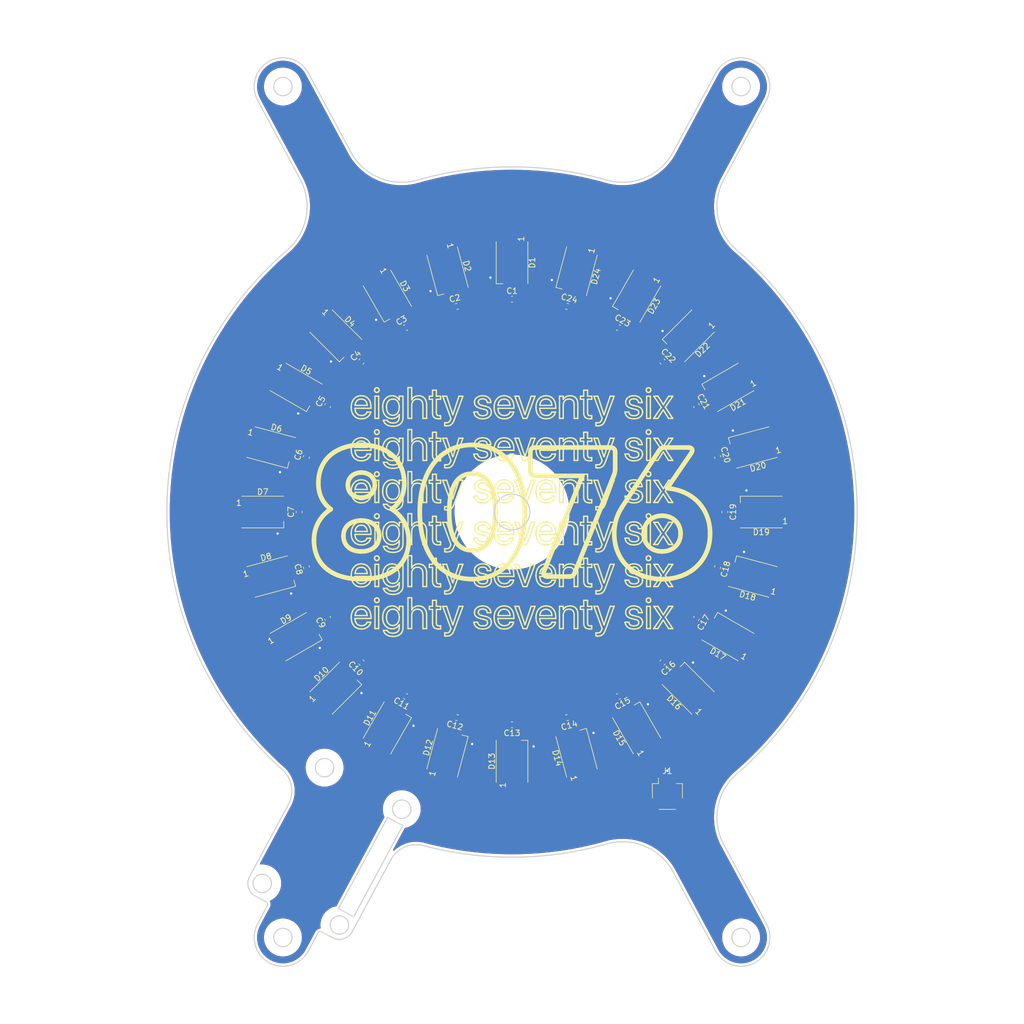
<source format=kicad_pcb>
(kicad_pcb (version 20211014) (generator pcbnew)
  (title_block (title "layer 5 pcb drawing") (date "2023-02-20") (rev "1.1") (company "8076 Robotics"))
  (layers (0 "F.Cu" signal) (31 "B.Cu" signal) (34 "B.Paste" user) (35 "F.Paste" user) (36 "B.SilkS" user "B.Silkscreen") (37 "F.SilkS" user "F.Silkscreen") (38 "B.Mask" user) (39 "F.Mask" user) (44 "Edge.Cuts" user))
  (net 0 "")
  (net 1 "+5V")
  (net 2 "GND")
  (net 3 "Net-(D1-Pad2)")
  (net 4 "/NEOPIXELOUT")
  (net 5 "Net-(D2-Pad2)")
  (net 6 "Net-(D3-Pad2)")
  (net 7 "Net-(D4-Pad2)")
  (net 8 "Net-(D5-Pad2)")
  (net 9 "Net-(D6-Pad2)")
  (net 10 "Net-(D7-Pad2)")
  (net 11 "Net-(D8-Pad2)")
  (net 12 "Net-(D10-Pad4)")
  (net 13 "Net-(D10-Pad2)")
  (net 14 "Net-(D11-Pad2)")
  (net 15 "Net-(D12-Pad2)")
  (net 16 "Net-(D13-Pad2)")
  (net 17 "Net-(D14-Pad2)")
  (net 18 "Net-(D15-Pad2)")
  (net 19 "Net-(D16-Pad2)")
  (net 20 "Net-(D17-Pad2)")
  (net 21 "Net-(D18-Pad2)")
  (net 22 "Net-(D19-Pad2)")
  (net 23 "Net-(D20-Pad2)")
  (net 24 "Net-(D21-Pad2)")
  (net 25 "Net-(D22-Pad2)")
  (net 26 "Net-(D23-Pad2)")
  (footprint "Capacitor_SMD:C_0603_1608Metric" (layer "F.Cu") (at 119.576305 74.260744 -15)
    (fp_text reference "C24")
    (fp_text value "0.1µF")
  )
  (footprint "Capacitor_SMD:C_0603_1608Metric" (layer "F.Cu") (at 91.5 77.95706 30)
    (fp_text reference "C3")
    (fp_text value "0.1µF")
  )
  (footprint "LED_SMD:LED_WS2812B_PLCC4_5.0x5.0mm_P3.2mm" (layer "F.Cu") (at 66.666 110)
    (fp_text reference "D7")
    (fp_text value "WS2812B")
  )
  (footprint "Capacitor_SMD:C_0603_1608Metric" (layer "F.Cu") (at 110 73)
    (fp_text reference "C1")
    (fp_text value "0.1µF")
  )
  (footprint "Capacitor_SMD:C_0603_1608Metric" (layer "F.Cu") (at 74.260744 119.576305 105)
    (fp_text reference "C8")
    (fp_text value "0.1µF")
  )
  (footprint "LED_SMD:LED_WS2812B_PLCC4_5.0x5.0mm_P3.2mm" (layer "F.Cu") (at 131.667 147.528345 120)
    (fp_text reference "D15")
    (fp_text value "WS2812B")
  )
  (footprint "Capacitor_SMD:C_0603_1608Metric" (layer "F.Cu") (at 77.95706 91.5 60)
    (fp_text reference "C5")
    (fp_text value "0.1µF")
  )
  (footprint "LED_SMD:LED_WS2812B_PLCC4_5.0x5.0mm_P3.2mm" (layer "F.Cu") (at 68.14257 121.215665 15)
    (fp_text reference "D8")
    (fp_text value "WS2812B")
  )
  (footprint "Capacitor_SMD:C_0603_1608Metric" (layer "F.Cu") (at 136.162951 83.837049 -45)
    (fp_text reference "C22")
    (fp_text value "0.1µF")
  )
  (footprint "Capacitor_SMD:C_0603_1608Metric" (layer "F.Cu") (at 73 110 90)
    (fp_text reference "C7")
    (fp_text value "0.1µF")
  )
  (footprint "Capacitor_SMD:C_0603_1608Metric" (layer "F.Cu") (at 100.423695 74.260744 15)
    (fp_text reference "C2")
    (fp_text value "0.1µF")
  )
  (footprint "LED_SMD:LED_WS2812B_PLCC4_5.0x5.0mm_P3.2mm" (layer "F.Cu") (at 151.85743 121.215665 165)
    (fp_text reference "D18")
    (fp_text value "WS2812B")
  )
  (footprint "Capacitor_SMD:C_0603_1608Metric" (layer "F.Cu") (at 136.162951 136.162951 -135)
    (fp_text reference "C16")
    (fp_text value "0.1µF")
  )
  (footprint "Capacitor_SMD:C_0603_1608Metric" (layer "F.Cu") (at 100.423695 145.739256 165)
    (fp_text reference "C12")
    (fp_text value "0.1µF")
  )
  (footprint "LED_SMD:LED_WS2812B_PLCC4_5.0x5.0mm_P3.2mm" (layer "F.Cu") (at 151.85743 98.784335 -165)
    (fp_text reference "D20")
    (fp_text value "WS2812B")
  )
  (footprint "Capacitor_SMD:C_0603_1608Metric" (layer "F.Cu") (at 74.260744 100.423695 75)
    (fp_text reference "C6")
    (fp_text value "0.1µF")
  )
  (footprint "LED_SMD:LED_WS2812B_PLCC4_5.0x5.0mm_P3.2mm" (layer "F.Cu") (at 79.358235 140.641765 45)
    (fp_text reference "D10")
    (fp_text value "WS2812B")
  )
  (footprint "LED_SMD:LED_WS2812B_PLCC4_5.0x5.0mm_P3.2mm" (layer "F.Cu") (at 88.333 147.528345 60)
    (fp_text reference "D11")
    (fp_text value "WS2812B")
  )
  (footprint "LED_SMD:LED_WS2812B_PLCC4_5.0x5.0mm_P3.2mm" (layer "F.Cu") (at 79.358235 79.358235 -45)
    (fp_text reference "D4")
    (fp_text value "WS2812B")
  )
  (footprint "Capacitor_SMD:C_0603_1608Metric" (layer "F.Cu") (at 147 110 -90)
    (fp_text reference "C19")
    (fp_text value "0.1µF")
  )
  (footprint "LED_SMD:LED_WS2812B_PLCC4_5.0x5.0mm_P3.2mm" (layer "F.Cu") (at 121.215665 68.14257 -105)
    (fp_text reference "D24")
    (fp_text value "WS2812B")
  )
  (footprint "LED_SMD:LED_WS2812B_PLCC4_5.0x5.0mm_P3.2mm" (layer "F.Cu") (at 68.14257 98.784335 -15)
    (fp_text reference "D6")
    (fp_text value "WS2812B")
  )
  (footprint "Capacitor_SMD:C_0603_1608Metric" (layer "F.Cu") (at 142.04294 91.5 -60)
    (fp_text reference "C21")
    (fp_text value "0.1µF")
  )
  (footprint "Capacitor_SMD:C_0603_1608Metric" (layer "F.Cu") (at 91.5 142.04294 150)
    (fp_text reference "C11")
    (fp_text value "0.1µF")
  )
  (footprint "Capacitor_SMD:C_0603_1608Metric" (layer "F.Cu") (at 83.837049 83.837049 45)
    (fp_text reference "C4")
    (fp_text value "0.1µF")
  )
  (footprint "Capacitor_SMD:C_0603_1608Metric" (layer "F.Cu") (at 83.837049 136.162951 135)
    (fp_text reference "C10")
    (fp_text value "0.1µF")
  )
  (footprint "LED_SMD:LED_WS2812B_PLCC4_5.0x5.0mm_P3.2mm" (layer "F.Cu") (at 140.641765 140.641765 135)
    (fp_text reference "D16")
    (fp_text value "WS2812B")
  )
  (footprint "LED_SMD:LED_WS2812B_PLCC4_5.0x5.0mm_P3.2mm" (layer "F.Cu") (at 153.334 110 180)
    (fp_text reference "D19")
    (fp_text value "WS2812B")
  )
  (footprint "Capacitor_SMD:C_0603_1608Metric" (layer "F.Cu") (at 145.739256 119.576305 -105)
    (fp_text reference "C18")
    (fp_text value "0.1µF")
  )
  (footprint "Capacitor_SMD:C_0603_1608Metric" (layer "F.Cu") (at 110 147 180)
    (fp_text reference "C13")
    (fp_text value "0.1µF")
  )
  (footprint "LED_SMD:LED_WS2812B_PLCC4_5.0x5.0mm_P3.2mm" (layer "F.Cu") (at 131.667 72.471655 -120)
    (fp_text reference "D23")
    (fp_text value "WS2812B")
  )
  (footprint "LED_SMD:LED_WS2812B_PLCC4_5.0x5.0mm_P3.2mm" (layer "F.Cu") (at 147.528345 131.667 150)
    (fp_text reference "D17")
    (fp_text value "WS2812B")
  )
  (footprint "Capacitor_SMD:C_0603_1608Metric" (layer "F.Cu") (at 142.04294 128.5 -120)
    (fp_text reference "C17")
    (fp_text value "0.1µF")
  )
  (footprint "LED_SMD:LED_WS2812B_PLCC4_5.0x5.0mm_P3.2mm" (layer "F.Cu") (at 88.333 72.471655 -60)
    (fp_text reference "D3")
    (fp_text value "WS2812B")
  )
  (footprint "Capacitor_SMD:C_0603_1608Metric" (layer "F.Cu") (at 145.739256 100.423695 -75)
    (fp_text reference "C20")
    (fp_text value "0.1µF")
  )
  (footprint "Capacitor_SMD:C_0603_1608Metric" (layer "F.Cu") (at 119.576305 145.739256 -165)
    (fp_text reference "C14")
    (fp_text value "0.1µF")
  )
  (footprint "LED_SMD:LED_WS2812B_PLCC4_5.0x5.0mm_P3.2mm" (layer "F.Cu") (at 110 66.666 -90)
    (fp_text reference "D1")
    (fp_text value "WS2812B")
  )
  (footprint "Capacitor_SMD:C_0603_1608Metric" (layer "F.Cu") (at 77.95706 128.5 120)
    (fp_text reference "C9")
    (fp_text value "0.1µF")
  )
  (footprint "Capacitor_SMD:C_0603_1608Metric" (layer "F.Cu") (at 128.5 142.04294 -150)
    (fp_text reference "C15")
    (fp_text value "0.1µF")
  )
  (footprint "LED_SMD:LED_WS2812B_PLCC4_5.0x5.0mm_P3.2mm" (layer "F.Cu") (at 98.784335 68.14257 -75)
    (fp_text reference "D2")
    (fp_text value "WS2812B")
  )
  (footprint "LED_SMD:LED_WS2812B_PLCC4_5.0x5.0mm_P3.2mm" (layer "F.Cu") (at 72.471655 88.333 -30)
    (fp_text reference "D5")
    (fp_text value "WS2812B")
  )
  (footprint "LED_SMD:LED_WS2812B_PLCC4_5.0x5.0mm_P3.2mm" (layer "F.Cu") (at 72.471655 131.667 30)
    (fp_text reference "D9")
    (fp_text value "WS2812B")
  )
  (footprint "LED_SMD:LED_WS2812B_PLCC4_5.0x5.0mm_P3.2mm" (layer "F.Cu") (at 110 153.334 90)
    (fp_text reference "D13")
    (fp_text value "WS2812B")
  )
  (footprint "LED_SMD:LED_WS2812B_PLCC4_5.0x5.0mm_P3.2mm" (layer "F.Cu") (at 147.528345 88.333 -150)
    (fp_text reference "D21")
    (fp_text value "WS2812B")
  )
  (footprint "LED_SMD:LED_WS2812B_PLCC4_5.0x5.0mm_P3.2mm" (layer "F.Cu") (at 140.641765 79.358235 -135)
    (fp_text reference "D22")
    (fp_text value "WS2812B")
  )
  (footprint "LED_SMD:LED_WS2812B_PLCC4_5.0x5.0mm_P3.2mm" (layer "F.Cu") (at 121.215665 151.85743 105)
    (fp_text reference "D14")
    (fp_text value "WS2812B")
  )
  (footprint "Connector_JST:JST_SH_SM03B-SRSS-TB_1x03-1MP_P1.00mm_Horizontal" (layer "F.Cu") (at 137 159)
    (fp_text reference "J1")
    (fp_text value "Conn_01x03_Male")
  )
  (footprint "LED_SMD:LED_WS2812B_PLCC4_5.0x5.0mm_P3.2mm" (layer "F.Cu") (at 98.784335 151.85743 75)
    (fp_text reference "D12")
    (fp_text value "WS2812B")
  )
  (footprint "Capacitor_SMD:C_0603_1608Metric" (layer "F.Cu") (at 128.5 77.95706 -30)
    (fp_text reference "C23")
    (fp_text value "0.1µF")
  )
  (gr_curve (pts (xy 131.929277 92.995933) (xy 131.862348 93.081424) (xy 131.766991 93.147042) (xy 131.643068 93.192858)) (layer "F.SilkS") (width 0.24))
  (gr_curve (pts (xy 88.698756 107.632287) (xy 88.530259 107.517058) (xy 88.400817 107.353599) (xy 88.310427 107.141771)) (layer "F.SilkS") (width 0.24))
  (gr_curve (pts (xy 119.375946 105.10898) (xy 119.527054 105.018591) (xy 119.704107 104.973327) (xy 119.907379 104.973327)) (layer "F.SilkS") (width 0.24))
  (gr_curve (pts (xy 83.782344 112.28043) (xy 83.987962 112.28043) (xy 84.170051 112.328177) (xy 84.328612 112.423534)) (layer "F.SilkS") (width 0.24))
  (gr_curve (pts (xy 120.574465 119.838207) (xy 120.721847 120.005461) (xy 120.795539 120.246407) (xy 120.795539 120.561044)) (layer "F.SilkS") (width 0.24))
  (gr_curve (pts (xy 114.821556 91.968395) (xy 114.821556 91.968395) (xy 117.603352 91.968395) (xy 117.603352 91.968395)) (layer "F.SilkS") (width 0.24))
  (gr_curve (pts (xy 109.537325 126.565508) (xy 109.283338 126.403359) (xy 108.9805 126.322078) (xy 108.628741 126.322078)) (layer "F.SilkS") (width 0.24))
  (gr_curve (pts (xy 119.375946 90.494913) (xy 119.527054 90.404524) (xy 119.704107 90.35926) (xy 119.907379 90.35926)) (layer "F.SilkS") (width 0.24))
  (gr_curve (pts (xy 96.443383 115.468891) (xy 96.619263 115.637387) (xy 96.884358 115.721566) (xy 97.23867 115.721566)) (layer "F.SilkS") (width 0.24))
  (gr_curve (pts (xy 95.161306 91.358923) (xy 95.161306 91.04677) (xy 95.103071 90.77305) (xy 94.9866 90.537693)) (layer "F.SilkS") (width 0.24))
  (gr_curve (pts (xy 116.722644 129.484595) (xy 116.635842 129.571396) (xy 116.528065 129.63943) (xy 116.399313 129.688971)) (layer "F.SilkS") (width 0.24))
  (gr_curve (pts (xy 114.830439 98.770008) (xy 114.848819 98.576741) (xy 114.892013 98.407321) (xy 114.96109 98.262793)) (layer "F.SilkS") (width 0.24))
  (gr_curve (pts (xy 90.257728 120.252617) (xy 90.350601 120.463203) (xy 90.397037 120.710911) (xy 90.397037 120.995878)) (layer "F.SilkS") (width 0.24))
  (gr_curve (pts (xy 89.86933 105.148034) (xy 90.035274 105.264505) (xy 90.164786 105.428033) (xy 90.257728 105.63855)) (layer "F.SilkS") (width 0.24))
  (gr_line (start 111.174266 111.782392) (end 110.494208 111.782392) (layer "F.SilkS") (width 0.24))
  (gr_curve (pts (xy 117.603352 106.582462) (xy 117.603352 106.582462) (xy 117.603352 106.344621) (xy 117.603352 106.344621)) (layer "F.SilkS") (width 0.24))
  (gr_curve (pts (xy 104.552121 91.998133) (xy 104.552121 91.998133) (xy 105.165318 92.146758) (xy 105.165318 92.146758)) (layer "F.SilkS") (width 0.24))
  (gr_curve (pts (xy 105.362242 93.192858) (xy 105.238388 93.238742) (xy 105.088522 93.26165) (xy 104.912642 93.26165)) (layer "F.SilkS") (width 0.24))
  (gr_curve (pts (xy 114.992691 122.783376) (xy 115.259029 122.946767) (xy 115.576702 123.0286) (xy 115.945849 123.0286)) (layer "F.SilkS") (width 0.24))
  (gr_curve (pts (xy 83.782344 90.35926) (xy 83.987962 90.35926) (xy 84.170051 90.407008) (xy 84.328612 90.502365)) (layer "F.SilkS") (width 0.24))
  (gr_curve (pts (xy 83.826848 130.335633) (xy 84.037434 130.335633) (xy 84.233186 130.306516) (xy 84.414033 130.24828)) (layer "F.SilkS") (width 0.24))
  (gr_curve (pts (xy 104.020687 129.18362) (xy 104.020687 129.18362) (xy 104.013235 129.146498) (xy 104.013235 129.146498)) (layer "F.SilkS") (width 0.24))
  (gr_curve (pts (xy 131.628164 128.131931) (xy 131.628164 128.131931) (xy 131.015036 127.983307) (xy 131.015036 127.983307)) (layer "F.SilkS") (width 0.24))
  (gr_curve (pts (xy 85.484351 99.275428) (xy 85.484351 99.275428) (xy 85.484351 99.037587) (xy 85.484351 99.037587)) (layer "F.SilkS") (width 0.24))
  (gr_curve (pts (xy 108.071295 119.737882) (xy 108.234824 119.637557) (xy 108.419328 119.587325) (xy 108.625015 119.587325)) (layer "F.SilkS") (width 0.24))
  (gr_curve (pts (xy 131.992481 112.897284) (xy 131.992481 112.897284) (xy 132.609335 112.897284) (xy 132.609335 112.897284)) (layer "F.SilkS") (width 0.24))
  (gr_line (start 86.175449 126.396459) (end 86.175449 130.261252) (layer "F.SilkS") (width 0.24))
  (gr_curve (pts (xy 89.166986 104.401046) (xy 88.839998 104.401046) (xy 88.552546 104.482811) (xy 88.304839 104.646339)) (layer "F.SilkS") (width 0.24))
  (gr_curve (pts (xy 130.833015 91.998133) (xy 130.833015 91.998133) (xy 131.446144 92.146758) (xy 131.446144 92.146758)) (layer "F.SilkS") (width 0.24))
  (gr_curve (pts (xy 92.574796 97.785249) (xy 92.574796 97.785249) (xy 92.559961 97.785249) (xy 92.559961 97.785249)) (layer "F.SilkS") (width 0.24))
  (gr_curve (pts (xy 95.614701 97.703484) (xy 95.614701 97.703484) (xy 96.17953 97.703484) (xy 96.17953 97.703484)) (layer "F.SilkS") (width 0.24))
  (gr_line (start 137.232293 89.861292) (end 136.314463 91.310624) (layer "F.SilkS") (width 0.24))
  (gr_line (start 113.998548 119.089426) (end 113.325943 119.089426) (layer "F.SilkS") (width 0.24))
  (gr_curve (pts (xy 91.913368 115.647323) (xy 91.913368 115.647323) (xy 92.559961 115.647323) (xy 92.559961 115.647323)) (layer "F.SilkS") (width 0.24))
  (gr_curve (pts (xy 90.397106 112.436506) (xy 90.397106 112.436506) (xy 90.382272 112.436506) (xy 90.382272 112.436506)) (layer "F.SilkS") (width 0.24))
  (gr_curve (pts (xy 103.366711 114.532431) (xy 103.366711 114.532431) (xy 103.370368 114.565827) (xy 103.370368 114.565827)) (layer "F.SilkS") (width 0.24))
  (gr_curve (pts (xy 89.330514 131.063991) (xy 89.067903 131.063991) (xy 88.848002 131.023695) (xy 88.67088 130.943242)) (layer "F.SilkS") (width 0.24))
  (gr_curve (pts (xy 107.55418 98.770008) (xy 107.572568 98.576741) (xy 107.615779 98.407321) (xy 107.684899 98.262793)) (layer "F.SilkS") (width 0.24))
  (gr_curve (pts (xy 96.84841 105.010518) (xy 96.84841 105.010518) (xy 97.584219 105.010518) (xy 97.584219 105.010518)) (layer "F.SilkS") (width 0.24))
  (gr_curve (pts (xy 99.650474 116.490909) (xy 99.764392 116.334833) (xy 99.867201 116.134045) (xy 99.958901 115.888821)) (layer "F.SilkS") (width 0.24))
  (gr_curve (pts (xy 132.029602 107.307093) (xy 132.029602 107.423633) (xy 131.996069 107.52451) (xy 131.929277 107.61)) (layer "F.SilkS") (width 0.24))
  (gr_curve (pts (xy 94.9866 90.537693) (xy 94.870129 90.302336) (xy 94.708532 90.118384) (xy 94.501672 89.985836)) (layer "F.SilkS") (width 0.24))
  (gr_curve (pts (xy 83.782275 126.894359) (xy 83.987893 126.894359) (xy 84.169982 126.942106) (xy 84.328543 127.037463)) (layer "F.SilkS") (width 0.24))
  (gr_curve (pts (xy 130.433509 104.546014) (xy 130.219197 104.642613) (xy 130.051942 104.776403) (xy 129.931745 104.947315)) (layer "F.SilkS") (width 0.24))
  (gr_line (start 134.649508 104.475359) (end 135.942833 106.407824) (layer "F.SilkS") (width 0.24))
  (gr_curve (pts (xy 124.225497 111.782392) (xy 124.225497 111.782392) (xy 125.659994 115.651049) (xy 125.659994 115.651049)) (layer "F.SilkS") (width 0.24))
  (gr_curve (pts (xy 84.328612 112.423534) (xy 84.487172 112.518892) (xy 84.611647 112.66448) (xy 84.702105 112.860162)) (layer "F.SilkS") (width 0.24))
  (gr_curve (pts (xy 131.628164 106.210831) (xy 131.628164 106.210831) (xy 131.015036 106.062206) (xy 131.015036 106.062206)) (layer "F.SilkS") (width 0.24))
  (gr_curve (pts (xy 89.672406 104.493989) (xy 89.518744 104.432096) (xy 89.350317 104.401046) (xy 89.166986 104.401046)) (layer "F.SilkS") (width 0.24))
  (gr_curve (pts (xy 99.30113 101.256124) (xy 99.224334 101.474162) (xy 99.12463 101.619061) (xy 99.001949 101.690958)) (layer "F.SilkS") (width 0.24))
  (gr_curve (pts (xy 104.020687 121.876586) (xy 104.020687 121.876586) (xy 104.013235 121.839465) (xy 104.013235 121.839465)) (layer "F.SilkS") (width 0.24))
  (gr_line (start 136.292107 92.254535) (end 137.217389 93.726154) (layer "F.SilkS") (width 0.24))
  (gr_curve (pts (xy 103.366711 92.611331) (xy 103.366711 92.611331) (xy 103.370368 92.644727) (xy 103.370368 92.644727)) (layer "F.SilkS") (width 0.24))
  (gr_curve (pts (xy 109.446384 114.870666) (xy 109.359583 114.957329) (xy 109.251875 115.025501) (xy 109.123053 115.075042)) (layer "F.SilkS") (width 0.24))
  (gr_curve (pts (xy 85.484282 106.582462) (xy 85.484282 106.582462) (xy 85.484282 106.344621) (xy 85.484282 106.344621)) (layer "F.SilkS") (width 0.24))
  (gr_curve (pts (xy 114.821564 121.196529) (xy 114.821564 121.196529) (xy 117.603352 121.196529) (xy 117.603352 121.196529)) (layer "F.SilkS") (width 0.24))
  (gr_curve (pts (xy 125.518822 109.529425) (xy 125.679728 109.455043) (xy 125.817313 109.339883) (xy 125.9313 109.183807)) (layer "F.SilkS") (width 0.24))
  (gr_curve (pts (xy 116.947651 106.077041) (xy 116.947651 106.077041) (xy 114.830439 106.077041) (xy 114.830439 106.077041)) (layer "F.SilkS") (width 0.24))
  (gr_curve (pts (xy 127.128059 98.783946) (xy 127.640863 98.783946) (xy 127.92928 99.072363) (xy 127.92928 99.585097)) (layer "F.SilkS") (width 0.8))
  (gr_curve (pts (xy 123.865045 126.931618) (xy 123.865045 126.931618) (xy 123.865045 126.396459) (xy 123.865045 126.396459)) (layer "F.SilkS") (width 0.24))
  (gr_curve (pts (xy 110.087319 122.329912) (xy 110.177777 122.191223) (xy 110.239049 122.042599) (xy 110.27134 121.884038)) (layer "F.SilkS") (width 0.24))
  (gr_curve (pts (xy 115.901275 112.28043) (xy 116.106893 112.28043) (xy 116.289052 112.328177) (xy 116.447612 112.423534)) (layer "F.SilkS") (width 0.24))
  (gr_curve (pts (xy 82.873691 130.09041) (xy 83.13996 130.2538) (xy 83.457702 130.335633) (xy 83.826848 130.335633)) (layer "F.SilkS") (width 0.24))
  (gr_line (start 112.240859 129.573742) (end 111.174266 126.396459) (layer "F.SilkS") (width 0.24))
  (gr_curve (pts (xy 99.001949 116.305025) (xy 98.879337 116.376922) (xy 98.715188 116.412802) (xy 98.50957 116.412802)) (layer "F.SilkS") (width 0.24))
  (gr_curve (pts (xy 98.301398 123.69748) (xy 98.301398 123.69748) (xy 98.301398 124.225187) (xy 98.301398 124.225187)) (layer "F.SilkS") (width 0.24))
  (gr_curve (pts (xy 97.584219 126.396459) (xy 97.584219 126.396459) (xy 96.84841 126.396459) (xy 96.84841 126.396459)) (layer "F.SilkS") (width 0.24))
  (gr_curve (pts (xy 93.039299 119.197203) (xy 92.833612 119.318642) (xy 92.678847 119.48838) (xy 92.574727 119.70628)) (layer "F.SilkS") (width 0.24))
  (gr_curve (pts (xy 91.043769 97.168325) (xy 91.043769 97.168325) (xy 90.397106 97.168325) (xy 90.397106 97.168325)) (layer "F.SilkS") (width 0.24))
  (gr_line (start 137.953198 89.861292) (end 137.232293 89.861292) (layer "F.SilkS") (width 0.24))
  (gr_curve (pts (xy 85.436052 99.925747) (xy 85.436052 99.925747) (xy 84.800567 99.925747) (xy 84.800567 99.925747)) (layer "F.SilkS") (width 0.24))
  (gr_curve (pts (xy 94.501603 104.599903) (xy 94.294743 104.467355) (xy 94.053797 104.401046) (xy 93.778835 104.401046)) (layer "F.SilkS") (width 0.24))
  (gr_curve (pts (xy 94.514575 122.954218) (xy 94.514575 122.954218) (xy 95.161237 122.954218) (xy 95.161237 122.954218)) (layer "F.SilkS") (width 0.24))
  (gr_curve (pts (xy 98.396204 116.40535) (xy 98.360255 116.400382) (xy 98.328722 116.395414) (xy 98.301467 116.390584)) (layer "F.SilkS") (width 0.24))
  (gr_curve (pts (xy 125.9313 116.490909) (xy 126.045149 116.334833) (xy 126.147958 116.134045) (xy 126.239727 115.888821)) (layer "F.SilkS") (width 0.24))
  (gr_curve (pts (xy 109.171283 127.037463) (xy 109.329844 127.132958) (xy 109.454319 127.278409) (xy 109.544777 127.474091)) (layer "F.SilkS") (width 0.24))
  (gr_curve (pts (xy 98.396135 109.098317) (xy 98.360186 109.093349) (xy 98.328653 109.088381) (xy 98.301398 109.083482)) (layer "F.SilkS") (width 0.24))
  (gr_curve (pts (xy 92.574727 119.70628) (xy 92.574727 119.70628) (xy 92.559892 119.70628) (xy 92.559892 119.70628)) (layer "F.SilkS") (width 0.24))
  (gr_curve (pts (xy 116.447612 112.423534) (xy 116.606173 112.518892) (xy 116.730648 112.66448) (xy 116.821037 112.860162)) (layer "F.SilkS") (width 0.24))
  (gr_curve (pts (xy 89.337966 109.71524) (xy 89.687241 109.71524) (xy 89.989458 109.6539) (xy 90.244687 109.531288)) (layer "F.SilkS") (width 0.24))
  (gr_line (start 134.047558 101.033187) (end 134.047558 97.168325) (layer "F.SilkS") (width 0.24))
  (gr_curve (pts (xy 98.301398 124.225187) (xy 98.343488 124.232639) (xy 98.396135 124.239401) (xy 98.459338 124.245611)) (layer "F.SilkS") (width 0.24))
  (gr_curve (pts (xy 136.549096 98.783946) (xy 136.549096 98.783946) (xy 140.65097 98.783946) (xy 140.65097 98.783946)) (layer "F.SilkS") (width 0.8))
  (gr_curve (pts (xy 103.65092 104.947315) (xy 103.530723 105.118295) (xy 103.470693 105.315219) (xy 103.470693 105.538225)) (layer "F.SilkS") (width 0.24))
  (gr_curve (pts (xy 114.959296 129.16499) (xy 114.870683 128.980925) (xy 114.825739 128.759765) (xy 114.821564 128.503562)) (layer "F.SilkS") (width 0.24))
  (gr_curve (pts (xy 124.916733 104.475359) (xy 124.916733 104.475359) (xy 124.225497 104.475359) (xy 124.225497 104.475359)) (layer "F.SilkS") (width 0.24))
  (gr_curve (pts (xy 86.498849 88.397125) (xy 86.387346 88.397125) (xy 86.291989 88.436179) (xy 86.212709 88.514217)) (layer "F.SilkS") (width 0.24))
  (gr_curve (pts (xy 86.21264 103.702428) (xy 86.29192 103.781708) (xy 86.387277 103.821314) (xy 86.49878 103.821314)) (layer "F.SilkS") (width 0.24))
  (gr_curve (pts (xy 124.927911 102.333825) (xy 125.160715 102.333825) (xy 125.357639 102.296704) (xy 125.518822 102.222391)) (layer "F.SilkS") (width 0.24))
  (gr_curve (pts (xy 103.650989 112.254348) (xy 103.530792 112.425328) (xy 103.470762 112.622253) (xy 103.470762 112.845259)) (layer "F.SilkS") (width 0.24))
  (gr_curve (pts (xy 99.301061 108.563158) (xy 99.224265 108.781196) (xy 99.124561 108.926094) (xy 99.00188 108.997992)) (layer "F.SilkS") (width 0.24))
  (gr_curve (pts (xy 118.915168 126.946384) (xy 118.915168 126.946384) (xy 118.900264 126.946384) (xy 118.900264 126.946384)) (layer "F.SilkS") (width 0.24))
  (gr_line (start 86.822111 104.475359) (end 86.175449 104.475359) (layer "F.SilkS") (width 0.24))
  (gr_curve (pts (xy 106.889543 106.418933) (xy 106.889543 106.418933) (xy 106.889543 106.422659) (xy 106.889543 106.422659)) (layer "F.SilkS") (width 0.24))
  (gr_curve (pts (xy 85.279975 112.63343) (xy 85.143701 112.341149) (xy 84.948571 112.113865) (xy 84.694653 111.951579)) (layer "F.SilkS") (width 0.24))
  (gr_curve (pts (xy 84.702105 98.246027) (xy 84.769406 98.391779) (xy 84.811504 98.566598) (xy 84.828719 98.770008)) (layer "F.SilkS") (width 0.24))
  (gr_curve (pts (xy 129.647468 129.146498) (xy 129.647468 129.146498) (xy 129.651194 129.179894) (xy 129.651194 129.179894)) (layer "F.SilkS") (width 0.24))
  (gr_line (start 133.400896 126.396459) (end 133.400896 130.261252) (layer "F.SilkS") (width 0.24))
  (gr_curve (pts (xy 117.555052 121.846779) (xy 117.555052 121.846779) (xy 116.919568 121.846779) (xy 116.919568 121.846779)) (layer "F.SilkS") (width 0.24))
  (gr_curve (pts (xy 122.460355 96.124089) (xy 122.460355 96.124089) (xy 122.460355 97.168325) (xy 122.460355 97.168325)) (layer "F.SilkS") (width 0.24))
  (gr_curve (pts (xy 109.123053 115.075042) (xy 108.994231 115.124584) (xy 108.84809 115.149286) (xy 108.684562 115.149286)) (layer "F.SilkS") (width 0.24))
  (gr_curve (pts (xy 83.803423 107.500429) (xy 85.245441 107.500429) (xy 86.142778 106.571077) (xy 86.142778 105.321291)) (layer "F.SilkS") (width 0.8))
  (gr_curve (pts (xy 84.603574 122.177562) (xy 84.516773 122.264363) (xy 84.409065 122.332396) (xy 84.280243 122.381938)) (layer "F.SilkS") (width 0.24))
  (gr_curve (pts (xy 98.647085 95.026792) (xy 98.879889 95.026792) (xy 99.076882 94.98967) (xy 99.237927 94.915358)) (layer "F.SilkS") (width 0.24))
  (gr_curve (pts (xy 91.043769 100.92541) (xy 91.043769 100.92541) (xy 91.043769 97.168325) (xy 91.043769 97.168325)) (layer "F.SilkS") (width 0.24))
  (gr_curve (pts (xy 133.319201 96.109254) (xy 133.319201 96.220757) (xy 133.358806 96.316114) (xy 133.438155 96.395394)) (layer "F.SilkS") (width 0.24))
  (gr_curve (pts (xy 99.088578 110) (xy 99.088578 114.326192) (xy 100.402464 116.665547) (xy 103.094267 116.665547)) (layer "F.SilkS") (width 0.8))
  (gr_curve (pts (xy 88.507421 102.272554) (xy 88.74402 102.362943) (xy 89.020845 102.408207) (xy 89.338035 102.408207)) (layer "F.SilkS") (width 0.24))
  (gr_curve (pts (xy 114.987171 111.962757) (xy 114.727044 112.132357) (xy 114.525014 112.369025) (xy 114.381357 112.672484)) (layer "F.SilkS") (width 0.24))
  (gr_curve (pts (xy 84.78939 129.187346) (xy 84.752199 129.298849) (xy 84.690237 129.397932) (xy 84.603574 129.484595)) (layer "F.SilkS") (width 0.24))
  (gr_line (start 86.822111 126.396459) (end 86.175449 126.396459) (layer "F.SilkS") (width 0.24))
  (gr_curve (pts (xy 91.270121 105.000858) (xy 91.270121 107.008188) (xy 90.446476 108.508579) (xy 89.110165 109.510036)) (layer "F.SilkS") (width 0.8))
  (gr_curve (pts (xy 90.397037 106.381811) (xy 90.397037 106.381811) (xy 90.397037 106.385537) (xy 90.397037 106.385537)) (layer "F.SilkS") (width 0.24))
  (gr_curve (pts (xy 92.559892 106.084493) (xy 92.559892 105.86404) (xy 92.60136 105.670773) (xy 92.684367 105.50476)) (layer "F.SilkS") (width 0.24))
  (gr_curve (pts (xy 92.684367 120.118758) (xy 92.767373 119.952884) (xy 92.883775 119.822751) (xy 93.03371 119.728636)) (layer "F.SilkS") (width 0.24))
  (gr_curve (pts (xy 88.507352 131.500619) (xy 88.743951 131.591008) (xy 89.020776 131.636271) (xy 89.337966 131.636271)) (layer "F.SilkS") (width 0.24))
  (gr_curve (pts (xy 95.614701 89.861292) (xy 95.614701 89.861292) (xy 95.614701 90.396451) (xy 95.614701 90.396451)) (layer "F.SilkS") (width 0.24))
  (gr_curve (pts (xy 88.310496 91.020757) (xy 88.400886 90.81024) (xy 88.530328 90.647264) (xy 88.698825 90.532104)) (layer "F.SilkS") (width 0.24))
  (gr_curve (pts (xy 107.103303 92.862144) (xy 107.245718 93.160704) (xy 107.450163 93.391714) (xy 107.716501 93.555242)) (layer "F.SilkS") (width 0.24))
  (gr_curve (pts (xy 105.748777 99.996403) (xy 105.748777 99.996403) (xy 105.748777 100.00006) (xy 105.748777 100.00006)) (layer "F.SilkS") (width 0.24))
  (gr_curve (pts (xy 104.223201 127.130336) (xy 104.283851 127.044915) (xy 104.371204 126.978676) (xy 104.485191 126.931618)) (layer "F.SilkS") (width 0.24))
  (gr_curve (pts (xy 86.212709 89.088361) (xy 86.291989 89.167641) (xy 86.387346 89.207247) (xy 86.498849 89.207247)) (layer "F.SilkS") (width 0.24))
  (gr_curve (pts (xy 89.672475 111.801022) (xy 89.518813 111.739199) (xy 89.350386 111.708149) (xy 89.167055 111.708149)) (layer "F.SilkS") (width 0.24))
  (gr_curve (pts (xy 115.960753 107.842252) (xy 115.727811 107.842252) (xy 115.525919 107.790848) (xy 115.355076 107.688039)) (layer "F.SilkS") (width 0.24))
  (gr_curve (pts (xy 115.347624 97.81685) (xy 115.511153 97.716456) (xy 115.695657 97.666294) (xy 115.901275 97.666294)) (layer "F.SilkS") (width 0.24))
  (gr_curve (pts (xy 86.903944 88.802221) (xy 86.903944 88.688303) (xy 86.864891 88.592255) (xy 86.786852 88.514217)) (layer "F.SilkS") (width 0.24))
  (gr_line (start 136.648834 99.074778) (end 137.953198 97.168325) (layer "F.SilkS") (width 0.24))
  (gr_curve (pts (xy 82.702564 99.275428) (xy 82.702564 99.275428) (xy 85.484351 99.275428) (xy 85.484351 99.275428)) (layer "F.SilkS") (width 0.24))
  (gr_curve (pts (xy 123.865045 115.695623) (xy 123.865045 115.695623) (xy 123.865045 115.171641) (xy 123.865045 115.171641)) (layer "F.SilkS") (width 0.24))
  (gr_curve (pts (xy 94.514644 98.77746) (xy 94.514644 98.77746) (xy 94.514644 101.033187) (xy 94.514644 101.033187)) (layer "F.SilkS") (width 0.24))
  (gr_curve (pts (xy 109.544846 90.938993) (xy 109.612146 91.084746) (xy 109.654245 91.259564) (xy 109.67146 91.462974)) (layer "F.SilkS") (width 0.24))
  (gr_curve (pts (xy 133.724227 103.011192) (xy 133.612724 103.011192) (xy 133.517367 103.050246) (xy 133.438155 103.128284)) (layer "F.SilkS") (width 0.24))
  (gr_curve (pts (xy 131.193468 129.796748) (xy 130.930856 129.796748) (xy 130.72648 129.742929) (xy 130.580201 129.635152)) (layer "F.SilkS") (width 0.24))
  (gr_curve (pts (xy 98.647085 102.333825) (xy 98.879889 102.333825) (xy 99.076882 102.296704) (xy 99.237927 102.222391)) (layer "F.SilkS") (width 0.24))
  (gr_curve (pts (xy 116.722644 122.177562) (xy 116.635842 122.264363) (xy 116.528065 122.332396) (xy 116.399313 122.381938)) (layer "F.SilkS") (width 0.24))
  (gr_curve (pts (xy 94.261899 127.18802) (xy 94.430327 127.383702) (xy 94.514575 127.65625) (xy 94.514575 128.005524)) (layer "F.SilkS") (width 0.24))
  (gr_curve (pts (xy 104.152614 126.467115) (xy 103.938233 126.563714) (xy 103.771048 126.697434) (xy 103.65092 126.868415)) (layer "F.SilkS") (width 0.24))
  (gr_curve (pts (xy 89.672475 89.879922) (xy 89.518813 89.818029) (xy 89.350386 89.78698) (xy 89.167055 89.78698)) (layer "F.SilkS") (width 0.24))
  (gr_curve (pts (xy 94.986531 105.15176) (xy 94.87006 104.916403) (xy 94.708463 104.73245) (xy 94.501603 104.599903)) (layer "F.SilkS") (width 0.24))
  (gr_curve (pts (xy 133.724227 110.318226) (xy 133.612724 110.318226) (xy 133.517367 110.357279) (xy 133.438155 110.435318)) (layer "F.SilkS") (width 0.24))
  (gr_curve (pts (xy 131.908853 89.937467) (xy 131.699371 89.837142) (xy 131.453596 89.78698) (xy 131.171112 89.78698)) (layer "F.SilkS") (width 0.24))
  (gr_curve (pts (xy 116.533033 93.713113) (xy 116.713812 93.654946) (xy 116.874994 93.573182) (xy 117.016167 93.467889)) (layer "F.SilkS") (width 0.24))
  (gr_curve (pts (xy 98.301467 102.304156) (xy 98.343557 102.311539) (xy 98.396204 102.318369) (xy 98.459407 102.324579)) (layer "F.SilkS") (width 0.24))
  (gr_curve (pts (xy 118.900264 101.033187) (xy 118.900264 101.033187) (xy 118.900264 98.758899) (xy 118.900264 98.758899)) (layer "F.SilkS") (width 0.24))
  (gr_curve (pts (xy 89.15222 93.763344) (xy 89.338035 93.763344) (xy 89.509568 93.734158) (xy 89.666886 93.675991)) (layer "F.SilkS") (width 0.24))
  (gr_curve (pts (xy 86.498849 110.318226) (xy 86.387346 110.318226) (xy 86.291989 110.357279) (xy 86.212709 110.435318)) (layer "F.SilkS") (width 0.24))
  (gr_curve (pts (xy 91.0437 130.153475) (xy 91.0437 130.153475) (xy 91.0437 126.396459) (xy 91.0437 126.396459)) (layer "F.SilkS") (width 0.24))
  (gr_curve (pts (xy 92.559961 88.36373) (xy 92.559961 88.36373) (xy 91.913368 88.36373) (xy 91.913368 88.36373)) (layer "F.SilkS") (width 0.24))
  (gr_curve (pts (xy 118.253602 126.396459) (xy 118.253602 126.396459) (xy 118.253602 130.261252) (xy 118.253602 130.261252)) (layer "F.SilkS") (width 0.24))
  (gr_curve (pts (xy 131.171112 126.322078) (xy 130.893597 126.322078) (xy 130.647683 126.370377) (xy 130.433509 126.467115)) (layer "F.SilkS") (width 0.24))
  (gr_line (start 136.299559 98.617657) (end 135.370552 97.168325) (layer "F.SilkS") (width 0.24))
  (gr_curve (pts (xy 104.912642 100.568683) (xy 104.649962 100.568683) (xy 104.445586 100.514795) (xy 104.299445 100.407018)) (layer "F.SilkS") (width 0.24))
  (gr_curve (pts (xy 105.62237 114.27603) (xy 105.706618 114.360209) (xy 105.748777 114.471712) (xy 105.748777 114.610538)) (layer "F.SilkS") (width 0.24))
  (gr_curve (pts (xy 136.970544 105.868939) (xy 141.430387 106.230772) (xy 144.432412 109.381214) (xy 144.432412 113.749357)) (layer "F.SilkS") (width 0.8))
  (gr_curve (pts (xy 82.873691 108.169309) (xy 83.13996 108.332769) (xy 83.457702 108.414533) (xy 83.826848 108.414533)) (layer "F.SilkS") (width 0.24))
  (gr_curve (pts (xy 134.129253 103.416287) (xy 134.129253 103.302369) (xy 134.090338 103.206322) (xy 134.01223 103.128284)) (layer "F.SilkS") (width 0.24))
  (gr_curve (pts (xy 87.723312 112.642814) (xy 87.583312 112.938822) (xy 87.513347 113.287545) (xy 87.513347 113.688845)) (layer "F.SilkS") (width 0.24))
  (gr_curve (pts (xy 98.50957 101.798735) (xy 98.469895 101.798735) (xy 98.432083 101.796251) (xy 98.396204 101.791283)) (layer "F.SilkS") (width 0.24))
  (gr_curve (pts (xy 83.228624 97.81685) (xy 83.392152 97.716456) (xy 83.576657 97.666294) (xy 83.782344 97.666294)) (layer "F.SilkS") (width 0.24))
  (gr_curve (pts (xy 97.944741 97.168325) (xy 97.944741 97.168325) (xy 99.379169 101.036913) (xy 99.379169 101.036913)) (layer "F.SilkS") (width 0.24))
  (gr_curve (pts (xy 92.574727 105.092282) (xy 92.574727 105.092282) (xy 92.559892 105.092282) (xy 92.559892 105.092282)) (layer "F.SilkS") (width 0.24))
  (gr_curve (pts (xy 89.166986 126.322078) (xy 88.839998 126.322078) (xy 88.552546 126.403911) (xy 88.304839 126.56744)) (layer "F.SilkS") (width 0.24))
  (gr_curve (pts (xy 90.397106 97.168325) (xy 90.397106 97.168325) (xy 90.397106 97.82237) (xy 90.397106 97.82237)) (layer "F.SilkS") (width 0.24))
  (gr_line (start 135.370552 119.089426) (end 134.649508 119.089426) (layer "F.SilkS") (width 0.24))
  (gr_curve (pts (xy 82.868171 97.348621) (xy 82.608043 97.51829) (xy 82.406082 97.754958) (xy 82.262426 98.058348)) (layer "F.SilkS") (width 0.24))
  (gr_curve (pts (xy 115.347624 119.737882) (xy 115.511153 119.637557) (xy 115.695657 119.587325) (xy 115.901275 119.587325)) (layer "F.SilkS") (width 0.24))
  (gr_curve (pts (xy 114.381357 112.672484) (xy 114.2377 112.975943) (xy 114.165803 113.32715) (xy 114.165803 113.725967)) (layer "F.SilkS") (width 0.24))
  (gr_curve (pts (xy 130.413085 90.894419) (xy 130.413085 90.780502) (xy 130.443307 90.680728) (xy 130.504026 90.595238)) (layer "F.SilkS") (width 0.24))
  (gr_curve (pts (xy 84.702036 127.474091) (xy 84.769337 127.619896) (xy 84.811443 127.79468) (xy 84.82865 127.998073)) (layer "F.SilkS") (width 0.24))
  (gr_curve (pts (xy 103.602689 115.171641) (xy 103.7302 115.345106) (xy 103.904216 115.480069) (xy 104.124807 115.576668)) (layer "F.SilkS") (width 0.24))
  (gr_curve (pts (xy 97.944741 89.861292) (xy 97.944741 89.861292) (xy 99.379169 93.72988) (xy 99.379169 93.72988)) (layer "F.SilkS") (width 0.24))
  (gr_curve (pts (xy 123.865045 93.774453) (xy 123.865045 93.774453) (xy 123.865045 93.250472) (xy 123.865045 93.250472)) (layer "F.SilkS") (width 0.24))
  (gr_curve (pts (xy 132.4959 129.781844) (xy 132.626033 129.608518) (xy 132.69103 129.40911) (xy 132.69103 129.18362)) (layer "F.SilkS") (width 0.24))
  (gr_curve (pts (xy 104.912573 129.796748) (xy 104.649893 129.796748) (xy 104.445517 129.742929) (xy 104.299376 129.635152)) (layer "F.SilkS") (width 0.24))
  (gr_curve (pts (xy 114.959296 92.629892) (xy 114.870675 92.44575) (xy 114.82573 92.224572) (xy 114.821556 91.968395)) (layer "F.SilkS") (width 0.24))
  (gr_curve (pts (xy 106.410205 99.955486) (xy 106.410205 99.955486) (xy 106.410205 99.95176) (xy 106.410205 99.95176)) (layer "F.SilkS") (width 0.24))
  (gr_curve (pts (xy 88.297387 108.659826) (xy 88.297387 108.659826) (xy 87.647068 108.659826) (xy 87.647068 108.659826)) (layer "F.SilkS") (width 0.24))
  (gr_curve (pts (xy 114.959296 114.551061) (xy 114.870666 114.366833) (xy 114.825713 114.145638) (xy 114.821556 113.889495)) (layer "F.SilkS") (width 0.24))
  (gr_curve (pts (xy 122.460355 118.045189) (xy 122.460355 118.045189) (xy 122.460355 119.089426) (xy 122.460355 119.089426)) (layer "F.SilkS") (width 0.24))
  (gr_line (start 135.34447 93.726154) (end 136.277204 92.254535) (layer "F.SilkS") (width 0.24))
  (gr_curve (pts (xy 83.841821 100.535219) (xy 83.608879 100.535219) (xy 83.406987 100.483814) (xy 83.236076 100.381005)) (layer "F.SilkS") (width 0.24))
  (gr_curve (pts (xy 86.786783 125.049315) (xy 86.708745 124.971346) (xy 86.612698 124.932292) (xy 86.49878 124.932292)) (layer "F.SilkS") (width 0.24))
  (gr_curve (pts (xy 98.50957 94.491702) (xy 98.469895 94.491702) (xy 98.432083 94.489218) (xy 98.396204 94.48425)) (layer "F.SilkS") (width 0.24))
  (gr_line (start 136.299559 127.845722) (end 135.370552 126.396459) (layer "F.SilkS") (width 0.24))
  (gr_curve (pts (xy 110.327092 91.968395) (xy 110.327092 91.968395) (xy 110.327092 91.730554) (xy 110.327092 91.730554)) (layer "F.SilkS") (width 0.24))
  (gr_curve (pts (xy 127.748467 97.168325) (xy 127.748467 97.168325) (xy 127.068409 97.168325) (xy 127.068409 97.168325)) (layer "F.SilkS") (width 0.24))
  (gr_curve (pts (xy 118.900264 112.332455) (xy 118.900264 112.332455) (xy 118.900264 111.782392) (xy 118.900264 111.782392)) (layer "F.SilkS") (width 0.24))
  (gr_curve (pts (xy 90.084884 108.046628) (xy 90.206254 107.942577) (xy 90.305337 107.818723) (xy 90.382203 107.674998)) (layer "F.SilkS") (width 0.24))
  (gr_curve (pts (xy 88.698825 90.532104) (xy 88.867252 90.416875) (xy 89.065419 90.35926) (xy 89.293393 90.35926)) (layer "F.SilkS") (width 0.24))
  (gr_curve (pts (xy 118.900264 126.946384) (xy 118.900264 126.946384) (xy 118.900264 126.396459) (xy 118.900264 126.396459)) (layer "F.SilkS") (width 0.24))
  (gr_curve (pts (xy 107.545236 121.196529) (xy 107.545236 121.196529) (xy 110.327092 121.196529) (xy 110.327092 121.196529)) (layer "F.SilkS") (width 0.24))
  (gr_curve (pts (xy 107.716432 130.09041) (xy 107.9827 130.2538) (xy 108.300442 130.335633) (xy 108.669589 130.335633)) (layer "F.SilkS") (width 0.24))
  (gr_curve (pts (xy 96.17953 100.048428) (xy 96.17953 100.417575) (xy 96.267504 100.686396) (xy 96.443383 100.854824)) (layer "F.SilkS") (width 0.24))
  (gr_curve (pts (xy 91.043769 89.861292) (xy 91.043769 89.861292) (xy 90.397106 89.861292) (xy 90.397106 89.861292)) (layer "F.SilkS") (width 0.24))
  (gr_curve (pts (xy 93.778835 119.015044) (xy 93.491383 119.015044) (xy 93.244918 119.075764) (xy 93.039299 119.197203)) (layer "F.SilkS") (width 0.24))
  (gr_curve (pts (xy 82.046803 106.418933) (xy 82.046803 106.418933) (xy 82.046803 106.422659) (xy 82.046803 106.422659)) (layer "F.SilkS") (width 0.24))
  (gr_curve (pts (xy 108.62881 111.708149) (xy 108.276983 111.708149) (xy 107.971039 111.793018) (xy 107.710912 111.962757)) (layer "F.SilkS") (width 0.24))
  (gr_curve (pts (xy 132.4959 93.246746) (xy 132.626033 93.073351) (xy 132.69103 92.873942) (xy 132.69103 92.648453)) (layer "F.SilkS") (width 0.24))
  (gr_curve (pts (xy 104.890217 119.553929) (xy 105.130542 119.553929) (xy 105.320705 119.610923) (xy 105.460704 119.72491)) (layer "F.SilkS") (width 0.24))
  (gr_curve (pts (xy 124.927911 131.56189) (xy 125.160715 131.56189) (xy 125.357639 131.524768) (xy 125.518822 131.450525)) (layer "F.SilkS") (width 0.24))
  (gr_curve (pts (xy 94.514644 91.470426) (xy 94.514644 91.470426) (xy 94.514644 93.726154) (xy 94.514644 93.726154)) (layer "F.SilkS") (width 0.24))
  (gr_curve (pts (xy 97.584288 101.081487) (xy 97.584288 101.081487) (xy 97.584288 100.557505) (xy 97.584288 100.557505)) (layer "F.SilkS") (width 0.24))
  (gr_curve (pts (xy 116.813585 111.951579) (xy 116.559667 111.789292) (xy 116.25676 111.708149) (xy 115.905001 111.708149)) (layer "F.SilkS") (width 0.24))
  (gr_curve (pts (xy 107.710912 97.348621) (xy 107.450784 97.51829) (xy 107.248823 97.754958) (xy 107.105166 98.058348)) (layer "F.SilkS") (width 0.24))
  (gr_curve (pts (xy 105.748708 129.228193) (xy 105.748708 129.344664) (xy 105.715243 129.445541) (xy 105.648314 129.531101)) (layer "F.SilkS") (width 0.24))
  (gr_curve (pts (xy 130.405633 108.269634) (xy 130.626017 108.366233) (xy 130.887387 108.414533) (xy 131.189742 108.414533)) (layer "F.SilkS") (width 0.24))
  (gr_curve (pts (xy 117.016167 108.081956) (xy 117.15734 107.976663) (xy 117.273121 107.854672) (xy 117.363648 107.715914)) (layer "F.SilkS") (width 0.24))
  (gr_curve (pts (xy 114.992691 100.862276) (xy 115.259029 101.025735) (xy 115.576702 101.107499) (xy 115.945849 101.107499)) (layer "F.SilkS") (width 0.24))
  (gr_curve (pts (xy 94.261968 112.573953) (xy 94.430396 112.769773) (xy 94.514644 113.042183) (xy 94.514644 113.391596)) (layer "F.SilkS") (width 0.24))
  (gr_curve (pts (xy 121.090856 104.785718) (xy 120.85681 104.529247) (xy 120.527959 104.401046) (xy 120.104303 104.401046)) (layer "F.SilkS") (width 0.24))
  (gr_curve (pts (xy 103.65092 126.868415) (xy 103.530723 127.039395) (xy 103.470693 127.236319) (xy 103.470693 127.459325)) (layer "F.SilkS") (width 0.24))
  (gr_curve (pts (xy 84.414033 108.32718) (xy 84.594811 108.269013) (xy 84.755925 108.187249) (xy 84.897167 108.081956)) (layer "F.SilkS") (width 0.24))
  (gr_curve (pts (xy 93.778904 111.708149) (xy 93.491452 111.708149) (xy 93.244987 111.768868) (xy 93.039368 111.890169)) (layer "F.SilkS") (width 0.24))
  (gr_curve (pts (xy 106.328509 112.897284) (xy 106.328509 112.897284) (xy 106.324783 112.848985) (xy 106.324783 112.848985)) (layer "F.SilkS") (width 0.24))
  (gr_curve (pts (xy 98.301398 131.53222) (xy 98.343488 131.539672) (xy 98.396135 131.546434) (xy 98.459338 131.552644)) (layer "F.SilkS") (width 0.24))
  (gr_line (start 113.998548 97.168325) (end 113.325943 97.168325) (layer "F.SilkS") (width 0.24))
  (gr_curve (pts (xy 90.382272 90.515337) (xy 90.302922 90.37168) (xy 90.203218 90.245342) (xy 90.08309 90.136323)) (layer "F.SilkS") (width 0.24))
  (gr_curve (pts (xy 125.982411 93.079561) (xy 125.982411 93.079561) (xy 124.916733 89.861292) (xy 124.916733 89.861292)) (layer "F.SilkS") (width 0.24))
  (gr_line (start 137.217389 115.647323) (end 137.934706 115.647323) (layer "F.SilkS") (width 0.24))
  (gr_curve (pts (xy 110.327092 113.651723) (xy 110.327092 113.265189) (xy 110.258921 112.92585) (xy 110.122716 112.63343)) (layer "F.SilkS") (width 0.24))
  (gr_curve (pts (xy 108.078747 129.60907) (xy 107.907767 129.506261) (xy 107.77584 129.358188) (xy 107.682967 129.16499)) (layer "F.SilkS") (width 0.24))
  (gr_curve (pts (xy 97.584288 97.168325) (xy 97.584288 97.168325) (xy 96.848479 97.168325) (xy 96.848479 97.168325)) (layer "F.SilkS") (width 0.24))
  (gr_curve (pts (xy 86.786852 95.821251) (xy 86.708814 95.743212) (xy 86.612767 95.704159) (xy 86.498849 95.704159)) (layer "F.SilkS") (width 0.24))
  (gr_curve (pts (xy 95.614632 119.624585) (xy 95.614632 119.624585) (xy 96.179461 119.624585) (xy 96.179461 119.624585)) (layer "F.SilkS") (width 0.24))
  (gr_curve (pts (xy 130.433509 126.467115) (xy 130.219197 126.563714) (xy 130.051942 126.697434) (xy 129.931745 126.868415)) (layer "F.SilkS") (width 0.24))
  (gr_curve (pts (xy 85.244647 115.023017) (xy 85.335106 114.88419) (xy 85.396377 114.735565) (xy 85.4286 114.577005)) (layer "F.SilkS") (width 0.24))
  (gr_curve (pts (xy 133.438155 110.435318) (xy 133.358806 110.513356) (xy 133.319201 110.609403) (xy 133.319201 110.723321)) (layer "F.SilkS") (width 0.24))
  (gr_curve (pts (xy 90.382203 107.674998) (xy 90.382203 107.674998) (xy 90.397037 107.674998) (xy 90.397037 107.674998)) (layer "F.SilkS") (width 0.24))
  (gr_curve (pts (xy 114.379563 114.783313) (xy 114.521978 115.081804) (xy 114.726354 115.312814) (xy 114.992691 115.476343)) (layer "F.SilkS") (width 0.24))
  (gr_curve (pts (xy 98.647016 131.56189) (xy 98.87982 131.56189) (xy 99.076813 131.524768) (xy 99.237858 131.450525)) (layer "F.SilkS") (width 0.24))
  (gr_curve (pts (xy 99.3791 108.343947) (xy 99.3791 108.343947) (xy 99.301061 108.563158) (xy 99.301061 108.563158)) (layer "F.SilkS") (width 0.24))
  (gr_curve (pts (xy 129.647468 121.839465) (xy 129.647468 121.839465) (xy 129.651194 121.87286) (xy 129.651194 121.87286)) (layer "F.SilkS") (width 0.24))
  (gr_curve (pts (xy 105.648314 129.531101) (xy 105.581453 129.616522) (xy 105.486027 129.682209) (xy 105.362173 129.728025)) (layer "F.SilkS") (width 0.24))
  (gr_curve (pts (xy 90.084884 129.967729) (xy 90.206254 129.863678) (xy 90.305337 129.739755) (xy 90.382203 129.596098)) (layer "F.SilkS") (width 0.24))
  (gr_curve (pts (xy 104.020756 92.648453) (xy 104.020756 92.648453) (xy 104.013304 92.611331) (xy 104.013304 92.611331)) (layer "F.SilkS") (width 0.24))
  (gr_curve (pts (xy 88.67088 109.022141) (xy 88.493759 108.941619) (xy 88.374183 108.831979) (xy 88.31229 108.69329)) (layer "F.SilkS") (width 0.24))
  (gr_curve (pts (xy 84.328543 119.73043) (xy 84.487103 119.825925) (xy 84.611578 119.971376) (xy 84.702036 120.167058)) (layer "F.SilkS") (width 0.24))
  (gr_curve (pts (xy 116.813585 126.565508) (xy 116.559667 126.403359) (xy 116.25676 126.322078) (xy 115.905001 126.322078)) (layer "F.SilkS") (width 0.24))
  (gr_curve (pts (xy 130.504026 90.595238) (xy 130.564746 90.509817) (xy 130.652099 90.443509) (xy 130.766086 90.396451)) (layer "F.SilkS") (width 0.24))
  (gr_curve (pts (xy 131.960879 100.960738) (xy 132.187473 100.862897) (xy 132.365905 100.727244) (xy 132.4959 100.55378)) (layer "F.SilkS") (width 0.24))
  (gr_curve (pts (xy 82.046872 91.808592) (xy 82.046872 92.212445) (xy 82.118079 92.563652) (xy 82.260563 92.862144)) (layer "F.SilkS") (width 0.24))
  (gr_line (start 136.292107 128.789633) (end 137.217389 130.261252) (layer "F.SilkS") (width 0.24))
  (gr_curve (pts (xy 103.370368 92.644727) (xy 103.397623 92.875115) (xy 103.47504 93.077077) (xy 103.602689 93.250472)) (layer "F.SilkS") (width 0.24))
  (gr_curve (pts (xy 89.293324 119.587325) (xy 89.511293 119.587325) (xy 89.703318 119.645561) (xy 89.86933 119.762032)) (layer "F.SilkS") (width 0.24))
  (gr_curve (pts (xy 129.931745 104.947315) (xy 129.811548 105.118295) (xy 129.751519 105.315219) (xy 129.751519 105.538225)) (layer "F.SilkS") (width 0.24))
  (gr_curve (pts (xy 89.152151 130.298512) (xy 89.337966 130.298512) (xy 89.509499 130.269256) (xy 89.666817 130.211158)) (layer "F.SilkS") (width 0.24))
  (gr_curve (pts (xy 129.931745 119.561381) (xy 129.811548 119.732362) (xy 129.751519 119.929286) (xy 129.751519 120.152292)) (layer "F.SilkS") (width 0.24))
  (gr_curve (pts (xy 105.748708 121.92116) (xy 105.748708 122.037631) (xy 105.715243 122.138508) (xy 105.648314 122.224067)) (layer "F.SilkS") (width 0.24))
  (gr_curve (pts (xy 97.944672 104.475359) (xy 97.944672 104.475359) (xy 99.3791 108.343947) (xy 99.3791 108.343947)) (layer "F.SilkS") (width 0.24))
  (gr_curve (pts (xy 123.865045 119.624585) (xy 123.865045 119.624585) (xy 123.865045 119.089426) (xy 123.865045 119.089426)) (layer "F.SilkS") (width 0.24))
  (gr_curve (pts (xy 107.683036 99.936925) (xy 107.594484 99.752783) (xy 107.549479 99.531606) (xy 107.545305 99.275428)) (layer "F.SilkS") (width 0.24))
  (gr_curve (pts (xy 115.905001 89.78698) (xy 115.553242 89.78698) (xy 115.247299 89.871918) (xy 114.987171 90.041587)) (layer "F.SilkS") (width 0.24))
  (gr_line (start 135.370552 126.396459) (end 134.649508 126.396459) (layer "F.SilkS") (width 0.24))
  (gr_curve (pts (xy 132.69103 92.644727) (xy 132.69103 92.369764) (xy 132.611681 92.149932) (xy 132.453258 91.985093)) (layer "F.SilkS") (width 0.24))
  (gr_curve (pts (xy 90.257728 121.746453) (xy 90.164786 121.959524) (xy 90.035964 122.124984) (xy 89.871193 122.242559)) (layer "F.SilkS") (width 0.24))
  (gr_curve (pts (xy 99.718413 115.000661) (xy 99.718413 115.000661) (xy 99.701585 115.000661) (xy 99.701585 115.000661)) (layer "F.SilkS") (width 0.24))
  (gr_curve (pts (xy 108.625015 104.973327) (xy 108.830634 104.973327) (xy 109.012723 105.021075) (xy 109.171283 105.116432)) (layer "F.SilkS") (width 0.24))
  (gr_curve (pts (xy 88.310496 98.327791) (xy 88.400886 98.117274) (xy 88.530328 97.954297) (xy 88.698825 97.839137)) (layer "F.SilkS") (width 0.24))
  (gr_curve (pts (xy 123.129235 105.010518) (xy 123.129235 105.010518) (xy 123.865045 105.010518) (xy 123.865045 105.010518)) (layer "F.SilkS") (width 0.24))
  (gr_curve (pts (xy 87.654588 101.386257) (xy 87.696678 101.576971) (xy 87.790241 101.749746) (xy 87.93514 101.904649)) (layer "F.SilkS") (width 0.24))
  (gr_curve (pts (xy 131.741599 127.031943) (xy 131.88153 127.14593) (xy 131.963915 127.297039) (xy 131.988755 127.485269)) (layer "F.SilkS") (width 0.24))
  (gr_curve (pts (xy 124.740233 124.245611) (xy 124.803436 124.251821) (xy 124.86595 124.254857) (xy 124.927911 124.254857)) (layer "F.SilkS") (width 0.24))
  (gr_curve (pts (xy 90.118418 101.573866) (xy 89.932603 101.748573) (xy 89.669991 101.835857) (xy 89.330583 101.835857)) (layer "F.SilkS") (width 0.24))
  (gr_curve (pts (xy 131.015036 106.062206) (xy 130.801965 106.010181) (xy 130.648373 105.938352) (xy 130.554258 105.846652)) (layer "F.SilkS") (width 0.24))
  (gr_curve (pts (xy 134.01223 95.821251) (xy 133.934261 95.743212) (xy 133.838214 95.704159) (xy 133.724227 95.704159)) (layer "F.SilkS") (width 0.24))
  (gr_curve (pts (xy 123.865045 100.557505) (xy 123.837859 100.559989) (xy 123.806257 100.563094) (xy 123.770377 100.56682)) (layer "F.SilkS") (width 0.24))
  (gr_curve (pts (xy 131.171112 104.401046) (xy 130.893597 104.401046) (xy 130.647683 104.449346) (xy 130.433509 104.546014)) (layer "F.SilkS") (width 0.24))
  (gr_curve (pts (xy 84.328612 97.809399) (xy 84.487172 97.904825) (xy 84.611647 98.050344) (xy 84.702105 98.246027)) (layer "F.SilkS") (width 0.24))
  (gr_curve (pts (xy 109.256774 122.941247) (xy 109.437552 122.883011) (xy 109.598666 122.801316) (xy 109.739907 122.696023)) (layer "F.SilkS") (width 0.24))
  (gr_curve (pts (xy 119.375946 112.416082) (xy 119.527054 112.325693) (xy 119.704107 112.28043) (xy 119.907379 112.28043)) (layer "F.SilkS") (width 0.24))
  (gr_curve (pts (xy 99.958832 108.581787) (xy 99.958832 108.581787) (xy 101.467573 104.475359) (xy 101.467573 104.475359)) (layer "F.SilkS") (width 0.24))
  (gr_curve (pts (xy 130.301582 129.18362) (xy 130.301582 129.18362) (xy 130.29413 129.146498) (xy 130.29413 129.146498)) (layer "F.SilkS") (width 0.24))
  (gr_curve (pts (xy 84.82865 120.691039) (xy 84.82865 120.691039) (xy 82.711379 120.691039) (xy 82.711379 120.691039)) (layer "F.SilkS") (width 0.24))
  (gr_curve (pts (xy 115.355076 114.995141) (xy 115.184096 114.892332) (xy 115.052169 114.744259) (xy 114.959296 114.551061)) (layer "F.SilkS") (width 0.24))
  (gr_curve (pts (xy 127.737048 103.558771) (xy 127.737048 103.558771) (xy 120.8792 120.607205) (xy 120.8792 120.607205)) (layer "F.SilkS") (width 0.8))
  (gr_curve (pts (xy 99.958901 101.274754) (xy 99.958901 101.274754) (xy 101.467642 97.168325) (xy 101.467642 97.168325)) (layer "F.SilkS") (width 0.24))
  (gr_curve (pts (xy 105.460704 127.031943) (xy 105.600635 127.14593) (xy 105.68302 127.297039) (xy 105.707791 127.485269)) (layer "F.SilkS") (width 0.24))
  (gr_curve (pts (xy 130.433509 89.931947) (xy 130.219197 90.028546) (xy 130.051942 90.162336) (xy 129.931745 90.333248)) (layer "F.SilkS") (width 0.24))
  (gr_curve (pts (xy 84.694653 97.337443) (xy 84.440667 97.175225) (xy 84.137828 97.094013) (xy 83.78607 97.094013)) (layer "F.SilkS") (width 0.24))
  (gr_curve (pts (xy 115.945849 93.800466) (xy 116.156435 93.800466) (xy 116.352255 93.771348) (xy 116.533033 93.713113)) (layer "F.SilkS") (width 0.24))
  (gr_curve (pts (xy 131.171112 90.325865) (xy 131.411368 90.325865) (xy 131.60153 90.382858) (xy 131.741599 90.496776)) (layer "F.SilkS") (width 0.24))
  (gr_curve (pts (xy 115.960753 122.456319) (xy 115.727811 122.456319) (xy 115.525919 122.404846) (xy 115.355076 122.302036)) (layer "F.SilkS") (width 0.24))
  (gr_curve (pts (xy 108.684562 115.149286) (xy 108.45162 115.149286) (xy 108.249728 115.09795) (xy 108.078816 114.995141)) (layer "F.SilkS") (width 0.24))
  (gr_curve (pts (xy 84.897167 108.081956) (xy 85.038339 107.976663) (xy 85.15412 107.854672) (xy 85.244578 107.715914)) (layer "F.SilkS") (width 0.24))
  (gr_curve (pts (xy 107.683036 92.629892) (xy 107.594484 92.44575) (xy 107.549479 92.224572) (xy 107.545305 91.968395)) (layer "F.SilkS") (width 0.24))
  (gr_curve (pts (xy 106.215143 100.55378) (xy 106.345207 100.380384) (xy 106.410205 100.180976) (xy 106.410205 99.955486)) (layer "F.SilkS") (width 0.24))
  (gr_curve (pts (xy 125.518822 124.143492) (xy 125.679728 124.06911) (xy 125.817313 123.953881) (xy 125.9313 123.797805)) (layer "F.SilkS") (width 0.24))
  (gr_curve (pts (xy 109.122984 122.381938) (xy 108.994162 122.431479) (xy 108.848021 122.456319) (xy 108.684493 122.456319)) (layer "F.SilkS") (width 0.24))
  (gr_curve (pts (xy 110.278792 107.232781) (xy 110.278792 107.232781) (xy 109.643239 107.232781) (xy 109.643239 107.232781)) (layer "F.SilkS") (width 0.24))
  (gr_curve (pts (xy 133.438155 88.514217) (xy 133.358806 88.592255) (xy 133.319201 88.688303) (xy 133.319201 88.802221)) (layer "F.SilkS") (width 0.24))
  (gr_curve (pts (xy 100.787584 89.861292) (xy 100.787584 89.861292) (xy 99.718413 93.079561) (xy 99.718413 93.079561)) (layer "F.SilkS") (width 0.24))
  (gr_curve (pts (xy 114.992691 108.169309) (xy 115.259029 108.332769) (xy 115.576702 108.414533) (xy 115.945849 108.414533)) (layer "F.SilkS") (width 0.24))
  (gr_curve (pts (xy 114.821556 106.582462) (xy 114.821556 106.582462) (xy 117.603352 106.582462) (xy 117.603352 106.582462)) (layer "F.SilkS") (width 0.24))
  (gr_curve (pts (xy 87.723243 119.94971) (xy 87.583243 120.245855) (xy 87.513278 120.59444) (xy 87.513278 120.995878)) (layer "F.SilkS") (width 0.24))
  (gr_curve (pts (xy 98.301398 109.611189) (xy 98.343488 109.618572) (xy 98.396135 109.625403) (xy 98.459338 109.631613)) (layer "F.SilkS") (width 0.24))
  (gr_curve (pts (xy 95.614632 105.010518) (xy 95.614632 105.010518) (xy 96.179461 105.010518) (xy 96.179461 105.010518)) (layer "F.SilkS") (width 0.24))
  (gr_curve (pts (xy 88.304839 119.260406) (xy 88.057062 119.423935) (xy 87.863174 119.653703) (xy 87.723243 119.94971)) (layer "F.SilkS") (width 0.24))
  (gr_curve (pts (xy 91.913299 102.977796) (xy 91.913299 102.977796) (xy 91.913299 108.340221) (xy 91.913299 108.340221)) (layer "F.SilkS") (width 0.24))
  (gr_curve (pts (xy 114.165803 106.422659) (xy 114.165803 106.826512) (xy 114.23701 107.177719) (xy 114.379563 107.47621)) (layer "F.SilkS") (width 0.24))
  (gr_curve (pts (xy 88.698825 97.839137) (xy 88.867252 97.723908) (xy 89.065419 97.666294) (xy 89.293393 97.666294)) (layer "F.SilkS") (width 0.24))
  (gr_line (start 133.400896 119.089426) (end 133.400896 122.954218) (layer "F.SilkS") (width 0.24))
  (gr_curve (pts (xy 99.958901 93.96772) (xy 99.958901 93.96772) (xy 101.467642 89.861292) (xy 101.467642 89.861292)) (layer "F.SilkS") (width 0.24))
  (gr_curve (pts (xy 104.124807 100.962601) (xy 104.34526 101.0592) (xy 104.60663 101.107499) (xy 104.908916 101.107499)) (layer "F.SilkS") (width 0.24))
  (gr_curve (pts (xy 131.929277 107.61) (xy 131.862348 107.69549) (xy 131.766991 107.761109) (xy 131.643068 107.806924)) (layer "F.SilkS") (width 0.24))
  (gr_curve (pts (xy 129.647468 92.611331) (xy 129.647468 92.611331) (xy 129.651194 92.644727) (xy 129.651194 92.644727)) (layer "F.SilkS") (width 0.24))
  (gr_curve (pts (xy 116.919568 107.232781) (xy 116.919568 107.232781) (xy 116.90839 107.266245) (xy 116.90839 107.266245)) (layer "F.SilkS") (width 0.24))
  (gr_curve (pts (xy 130.433509 119.160081) (xy 130.219197 119.25668) (xy 130.051942 119.390401) (xy 129.931745 119.561381)) (layer "F.SilkS") (width 0.24))
  (gr_curve (pts (xy 132.605609 112.848985) (xy 132.590705 112.63343) (xy 132.523224 112.43968) (xy 132.403027 112.267458)) (layer "F.SilkS") (width 0.24))
  (gr_line (start 136.292107 99.561569) (end 137.217389 101.033187) (layer "F.SilkS") (width 0.24))
  (gr_curve (pts (xy 110.087319 107.715914) (xy 110.177777 107.577157) (xy 110.239049 107.428532) (xy 110.27134 107.269971)) (layer "F.SilkS") (width 0.24))
  (gr_curve (pts (xy 90.835666 116.321723) (xy 90.974355 116.099959) (xy 91.043769 115.839279) (xy 91.043769 115.539546)) (layer "F.SilkS") (width 0.24))
  (gr_curve (pts (xy 123.770377 100.56682) (xy 123.73436 100.570546) (xy 123.696548 100.572409) (xy 123.656943 100.572409)) (layer "F.SilkS") (width 0.24))
  (gr_line (start 136.292107 106.868602) (end 137.217389 108.340221) (layer "F.SilkS") (width 0.24))
  (gr_curve (pts (xy 109.122984 129.688971) (xy 108.994162 129.738513) (xy 108.848021 129.763352) (xy 108.684493 129.763352)) (layer "F.SilkS") (width 0.24))
  (gr_curve (pts (xy 110.087388 93.101847) (xy 110.177777 92.96309) (xy 110.239049 92.814465) (xy 110.27134 92.655904)) (layer "F.SilkS") (width 0.24))
  (gr_curve (pts (xy 91.913299 108.340221) (xy 91.913299 108.340221) (xy 92.559892 108.340221) (xy 92.559892 108.340221)) (layer "F.SilkS") (width 0.24))
  (gr_curve (pts (xy 124.916733 119.089426) (xy 124.916733 119.089426) (xy 124.225497 119.089426) (xy 124.225497 119.089426)) (layer "F.SilkS") (width 0.24))
  (gr_curve (pts (xy 114.96109 112.87686) (xy 115.055205 112.679936) (xy 115.184096 112.531311) (xy 115.347624 112.430986)) (layer "F.SilkS") (width 0.24))
  (gr_curve (pts (xy 96.179461 126.396459) (xy 96.179461 126.396459) (xy 95.614632 126.396459) (xy 95.614632 126.396459)) (layer "F.SilkS") (width 0.24))
  (gr_curve (pts (xy 101.467573 119.089426) (xy 101.467573 119.089426) (xy 100.787515 119.089426) (xy 100.787515 119.089426)) (layer "F.SilkS") (width 0.24))
  (gr_curve (pts (xy 109.446384 92.949497) (xy 109.359583 93.036229) (xy 109.251875 93.104331) (xy 109.123053 93.153873)) (layer "F.SilkS") (width 0.24))
  (gr_curve (pts (xy 122.460355 90.396451) (xy 122.460355 90.396451) (xy 122.460355 92.741395) (xy 122.460355 92.741395)) (layer "F.SilkS") (width 0.24))
  (gr_curve (pts (xy 134.01223 110.435318) (xy 133.934261 110.357279) (xy 133.838214 110.318226) (xy 133.724227 110.318226)) (layer "F.SilkS") (width 0.24))
  (gr_curve (pts (xy 90.084953 93.432561) (xy 90.206323 93.32851) (xy 90.305406 93.204656) (xy 90.382272 93.060931)) (layer "F.SilkS") (width 0.24))
  (gr_curve (pts (xy 105.707791 120.178236) (xy 105.707791 120.178236) (xy 105.711517 120.204318) (xy 105.711517 120.204318)) (layer "F.SilkS") (width 0.24))
  (gr_line (start 136.648834 91.767745) (end 137.953198 89.861292) (layer "F.SilkS") (width 0.24))
  (gr_curve (pts (xy 90.397106 113.688845) (xy 90.397106 113.688845) (xy 90.397106 113.692571) (xy 90.397106 113.692571)) (layer "F.SilkS") (width 0.24))
  (gr_curve (pts (xy 107.554119 120.691039) (xy 107.572508 120.497824) (xy 107.61571 120.328413) (xy 107.68483 120.183894)) (layer "F.SilkS") (width 0.24))
  (gr_curve (pts (xy 104.132121 120.12621) (xy 104.132121 120.12621) (xy 104.132121 120.122484) (xy 104.132121 120.122484)) (layer "F.SilkS") (width 0.24))
  (gr_curve (pts (xy 90.118349 130.801931) (xy 89.932534 130.976637) (xy 89.669922 131.063991) (xy 89.330514 131.063991)) (layer "F.SilkS") (width 0.24))
  (gr_curve (pts (xy 131.988755 90.950171) (xy 131.988755 90.950171) (xy 131.992481 90.976184) (xy 131.992481 90.976184)) (layer "F.SilkS") (width 0.24))
  (gr_curve (pts (xy 91.913299 122.954218) (xy 91.913299 122.954218) (xy 92.559892 122.954218) (xy 92.559892 122.954218)) (layer "F.SilkS") (width 0.24))
  (gr_curve (pts (xy 86.786852 89.088361) (xy 86.864891 89.009081) (xy 86.903944 88.913724) (xy 86.903944 88.802221)) (layer "F.SilkS") (width 0.24))
  (gr_curve (pts (xy 103.366711 99.918364) (xy 103.366711 99.918364) (xy 103.370368 99.95176) (xy 103.370368 99.95176)) (layer "F.SilkS") (width 0.24))
  (gr_curve (pts (xy 97.584288 90.396451) (xy 97.584288 90.396451) (xy 97.584288 89.861292) (xy 97.584288 89.861292)) (layer "F.SilkS") (width 0.24))
  (gr_curve (pts (xy 133.724227 95.704159) (xy 133.612724 95.704159) (xy 133.517367 95.743212) (xy 133.438155 95.821251)) (layer "F.SilkS") (width 0.24))
  (gr_curve (pts (xy 87.513278 128.306638) (xy 87.513278 128.707938) (xy 87.58207 129.057903) (xy 87.719517 129.356394)) (layer "F.SilkS") (width 0.24))
  (gr_curve (pts (xy 129.647468 99.918364) (xy 129.647468 99.918364) (xy 129.651194 99.95176) (xy 129.651194 99.95176)) (layer "F.SilkS") (width 0.24))
  (gr_curve (pts (xy 106.215074 122.474811) (xy 106.345138 122.301484) (xy 106.410136 122.102076) (xy 106.410136 121.876586)) (layer "F.SilkS") (width 0.24))
  (gr_curve (pts (xy 123.519496 115.721566) (xy 123.583941 115.721566) (xy 123.647697 115.71853) (xy 123.7109 115.71232)) (layer "F.SilkS") (width 0.24))
  (gr_curve (pts (xy 116.722644 92.949497) (xy 116.635842 93.036229) (xy 116.528065 93.104331) (xy 116.399313 93.153873)) (layer "F.SilkS") (width 0.24))
  (gr_curve (pts (xy 130.413085 90.898145) (xy 130.413085 90.898145) (xy 130.413085 90.894419) (xy 130.413085 90.894419)) (layer "F.SilkS") (width 0.24))
  (gr_curve (pts (xy 88.310427 121.755837) (xy 88.219969 121.544009) (xy 88.174775 121.291886) (xy 88.174775 120.999604)) (layer "F.SilkS") (width 0.24))
  (gr_curve (pts (xy 131.193468 93.26165) (xy 130.930856 93.26165) (xy 130.72648 93.207761) (xy 130.580201 93.099984)) (layer "F.SilkS") (width 0.24))
  (gr_curve (pts (xy 105.70786 112.87134) (xy 105.70786 112.87134) (xy 105.711586 112.897284) (xy 105.711586 112.897284)) (layer "F.SilkS") (width 0.24))
  (gr_curve (pts (xy 104.73421 91.448139) (xy 104.52114 91.396114) (xy 104.367547 91.324286) (xy 104.273432 91.232585)) (layer "F.SilkS") (width 0.24))
  (gr_curve (pts (xy 92.684436 112.811863) (xy 92.767442 112.64585) (xy 92.883844 112.515856) (xy 93.033779 112.421602)) (layer "F.SilkS") (width 0.24))
  (gr_curve (pts (xy 104.552052 121.226198) (xy 104.552052 121.226198) (xy 105.165249 121.374823) (xy 105.165249 121.374823)) (layer "F.SilkS") (width 0.24))
  (gr_line (start 136.277204 114.175704) (end 136.292107 114.175704) (layer "F.SilkS") (width 0.24))
  (gr_curve (pts (xy 110.087319 129.636946) (xy 110.177777 129.498257) (xy 110.239049 129.349632) (xy 110.27134 129.191072)) (layer "F.SilkS") (width 0.24))
  (gr_curve (pts (xy 109.256774 130.24828) (xy 109.437552 130.190045) (xy 109.598666 130.108349) (xy 109.739907 130.003056)) (layer "F.SilkS") (width 0.24))
  (gr_curve (pts (xy 97.584288 100.557505) (xy 97.556964 100.559989) (xy 97.525432 100.563094) (xy 97.489552 100.56682)) (layer "F.SilkS") (width 0.24))
  (gr_curve (pts (xy 96.848479 100.044702) (xy 96.848479 100.044702) (xy 96.848479 97.703484) (xy 96.848479 97.703484)) (layer "F.SilkS") (width 0.24))
  (gr_curve (pts (xy 132.029602 114.614126) (xy 132.029602 114.730735) (xy 131.996069 114.831612) (xy 131.929277 114.917034)) (layer "F.SilkS") (width 0.24))
  (gr_curve (pts (xy 131.908853 111.858568) (xy 131.699371 111.758242) (xy 131.453596 111.708149) (xy 131.171112 111.708149)) (layer "F.SilkS") (width 0.24))
  (gr_curve (pts (xy 85.244647 93.101847) (xy 85.335106 92.96309) (xy 85.396377 92.814465) (xy 85.4286 92.655904)) (layer "F.SilkS") (width 0.24))
  (gr_curve (pts (xy 104.908847 108.414533) (xy 105.196161 108.414533) (xy 105.453252 108.365612) (xy 105.679915 108.267771)) (layer "F.SilkS") (width 0.24))
  (gr_line (start 86.175449 122.954218) (end 86.822111 122.954218) (layer "F.SilkS") (width 0.24))
  (gr_curve (pts (xy 116.821037 98.246027) (xy 116.888337 98.391779) (xy 116.930435 98.566598) (xy 116.947651 98.770008)) (layer "F.SilkS") (width 0.24))
  (gr_curve (pts (xy 105.622301 121.582925) (xy 105.706549 121.667242) (xy 105.748708 121.778745) (xy 105.748708 121.917434)) (layer "F.SilkS") (width 0.24))
  (gr_curve (pts (xy 95.161237 122.954218) (xy 95.161237 122.954218) (xy 95.161237 120.586988) (xy 95.161237 120.586988)) (layer "F.SilkS") (width 0.24))
  (gr_curve (pts (xy 107.545305 91.968395) (xy 107.545305 91.968395) (xy 110.327092 91.968395) (xy 110.327092 91.968395)) (layer "F.SilkS") (width 0.24))
  (gr_line (start 133.400896 89.861292) (end 133.400896 93.726154) (layer "F.SilkS") (width 0.24))
  (gr_curve (pts (xy 96.982199 122.38387) (xy 96.892983 122.31073) (xy 96.84841 122.171352) (xy 96.84841 121.965734)) (layer "F.SilkS") (width 0.24))
  (gr_curve (pts (xy 109.643239 129.153812) (xy 109.643239 129.153812) (xy 109.63213 129.187346) (xy 109.63213 129.187346)) (layer "F.SilkS") (width 0.24))
  (gr_line (start 137.217389 130.261252) (end 137.934706 130.261252) (layer "F.SilkS") (width 0.24))
  (gr_curve (pts (xy 108.628741 104.401046) (xy 108.276914 104.401046) (xy 107.97097 104.485985) (xy 107.710843 104.655654)) (layer "F.SilkS") (width 0.24))
  (gr_curve (pts (xy 86.212709 95.821251) (xy 86.133359 95.899289) (xy 86.093823 95.995336) (xy 86.093823 96.109254)) (layer "F.SilkS") (width 0.24))
  (gr_curve (pts (xy 130.504026 105.209305) (xy 130.564746 105.123884) (xy 130.652099 105.057575) (xy 130.766086 105.010518)) (layer "F.SilkS") (width 0.24))
  (gr_curve (pts (xy 109.537394 111.951579) (xy 109.283407 111.789292) (xy 108.980569 111.708149) (xy 108.62881 111.708149)) (layer "F.SilkS") (width 0.24))
  (gr_curve (pts (xy 97.584219 123.002518) (xy 97.584219 123.002518) (xy 97.584219 122.478537) (xy 97.584219 122.478537)) (layer "F.SilkS") (width 0.24))
  (gr_curve (pts (xy 130.766086 126.931618) (xy 130.879935 126.884561) (xy 131.015036 126.860963) (xy 131.171112 126.860963)) (layer "F.SilkS") (width 0.24))
  (gr_curve (pts (xy 114.830448 127.998073) (xy 114.848828 127.804857) (xy 114.892021 127.635446) (xy 114.96109 127.490927)) (layer "F.SilkS") (width 0.24))
  (gr_curve (pts (xy 106.172295 128.52026) (xy 106.013734 128.355489) (xy 105.738772 128.226046) (xy 105.347338 128.131931)) (layer "F.SilkS") (width 0.24))
  (gr_curve (pts (xy 117.603352 121.196529) (xy 117.603352 121.196529) (xy 117.603352 120.958619) (xy 117.603352 120.958619)) (layer "F.SilkS") (width 0.24))
  (gr_curve (pts (xy 88.310496 112.941858) (xy 88.400886 112.73141) (xy 88.530328 112.568433) (xy 88.698825 112.453204)) (layer "F.SilkS") (width 0.24))
  (gr_line (start 137.232293 111.782392) (end 136.314463 113.231793) (layer "F.SilkS") (width 0.24))
  (gr_curve (pts (xy 131.903195 114.27603) (xy 131.987375 114.360209) (xy 132.029602 114.471712) (xy 132.029602 114.610538)) (layer "F.SilkS") (width 0.24))
  (gr_curve (pts (xy 90.382272 100.367964) (xy 90.382272 100.367964) (xy 90.397106 100.367964) (xy 90.397106 100.367964)) (layer "F.SilkS") (width 0.24))
  (gr_curve (pts (xy 87.647068 123.273824) (xy 87.647068 123.273824) (xy 87.654519 123.307357) (xy 87.654519 123.307357)) (layer "F.SilkS") (width 0.24))
  (gr_curve (pts (xy 105.622301 106.968927) (xy 105.706549 107.053175) (xy 105.748708 107.164678) (xy 105.748708 107.303436)) (layer "F.SilkS") (width 0.24))
  (gr_curve (pts (xy 109.171283 119.73043) (xy 109.329844 119.825925) (xy 109.454319 119.971376) (xy 109.544777 120.167058)) (layer "F.SilkS") (width 0.24))
  (gr_curve (pts (xy 96.848479 88.817055) (xy 96.848479 88.817055) (xy 96.17953 88.817055) (xy 96.17953 88.817055)) (layer "F.SilkS") (width 0.24))
  (gr_curve (pts (xy 82.046872 99.1119) (xy 82.046872 99.1119) (xy 82.046872 99.115626) (xy 82.046872 99.115626)) (layer "F.SilkS") (width 0.24))
  (gr_curve (pts (xy 119.368494 104.577616) (xy 119.170189 104.69526) (xy 119.019219 104.844574) (xy 118.915168 105.025353)) (layer "F.SilkS") (width 0.24))
  (gr_curve (pts (xy 89.167055 97.094013) (xy 88.840067 97.094013) (xy 88.552615 97.175777) (xy 88.304908 97.339306)) (layer "F.SilkS") (width 0.24))
  (gr_curve (pts (xy 130.554258 98.539619) (xy 130.460005 98.447988) (xy 130.413085 98.336485) (xy 130.413085 98.205179)) (layer "F.SilkS") (width 0.24))
  (gr_curve (pts (xy 108.071295 127.044915) (xy 108.234824 126.94459) (xy 108.419328 126.894359) (xy 108.625015 126.894359)) (layer "F.SilkS") (width 0.24))
  (gr_curve (pts (xy 95.161237 130.261252) (xy 95.161237 130.261252) (xy 95.161237 127.894022) (xy 95.161237 127.894022)) (layer "F.SilkS") (width 0.24))
  (gr_curve (pts (xy 90.257797 112.945584) (xy 90.35067 113.15617) (xy 90.397106 113.404015) (xy 90.397106 113.688845)) (layer "F.SilkS") (width 0.24))
  (gr_curve (pts (xy 129.651194 121.87286) (xy 129.678518 122.10318) (xy 129.755797 122.30521) (xy 129.883446 122.478537)) (layer "F.SilkS") (width 0.24))
  (gr_curve (pts (xy 131.992481 105.590251) (xy 131.992481 105.590251) (xy 132.609335 105.590251) (xy 132.609335 105.590251)) (layer "F.SilkS") (width 0.24))
  (gr_curve (pts (xy 84.800498 107.232781) (xy 84.800498 107.232781) (xy 84.78939 107.266245) (xy 84.78939 107.266245)) (layer "F.SilkS") (width 0.24))
  (gr_curve (pts (xy 131.189742 130.335633) (xy 131.477055 130.335633) (xy 131.734147 130.286644) (xy 131.960879 130.188803)) (layer "F.SilkS") (width 0.24))
  (gr_curve (pts (xy 130.580201 93.099984) (xy 130.434061 92.992207) (xy 130.341188 92.84172) (xy 130.301582 92.648453)) (layer "F.SilkS") (width 0.24))
  (gr_curve (pts (xy 131.171112 97.094013) (xy 130.893597 97.094013) (xy 130.647683 97.142313) (xy 130.433509 97.238981)) (layer "F.SilkS") (width 0.24))
  (gr_curve (pts (xy 104.908916 93.800466) (xy 105.19623 93.800466) (xy 105.453321 93.751545) (xy 105.679984 93.653704)) (layer "F.SilkS") (width 0.24))
  (gr_curve (pts (xy 89.293324 104.973327) (xy 89.511293 104.973327) (xy 89.703318 105.031563) (xy 89.86933 105.148034)) (layer "F.SilkS") (width 0.24))
  (gr_curve (pts (xy 132.453258 113.906193) (xy 132.294698 113.74156) (xy 132.019666 113.612118) (xy 131.628164 113.517864)) (layer "F.SilkS") (width 0.24))
  (gr_curve (pts (xy 88.698825 114.939389) (xy 88.530328 114.824161) (xy 88.400886 114.660632) (xy 88.310496 114.448804)) (layer "F.SilkS") (width 0.24))
  (gr_curve (pts (xy 84.280312 115.075042) (xy 84.15149 115.124584) (xy 84.00535 115.149286) (xy 83.841821 115.149286)) (layer "F.SilkS") (width 0.24))
  (gr_curve (pts (xy 106.122132 104.960355) (xy 106.001935 104.788202) (xy 105.837234 104.651928) (xy 105.62789 104.551534)) (layer "F.SilkS") (width 0.24))
  (gr_curve (pts (xy 88.698825 93.01822) (xy 88.530328 92.902991) (xy 88.400886 92.739532) (xy 88.310496 92.527704)) (layer "F.SilkS") (width 0.24))
  (gr_curve (pts (xy 90.397037 108.169309) (xy 90.397037 108.469042) (xy 90.304164 108.706262) (xy 90.118349 108.8809)) (layer "F.SilkS") (width 0.24))
  (gr_curve (pts (xy 83.841821 115.149286) (xy 83.608879 115.149286) (xy 83.406987 115.09795) (xy 83.236076 114.995141)) (layer "F.SilkS") (width 0.24))
  (gr_curve (pts (xy 124.582224 109.611189) (xy 124.624452 109.618572) (xy 124.677029 109.625403) (xy 124.740233 109.631613)) (layer "F.SilkS") (width 0.24))
  (gr_curve (pts (xy 108.625084 90.35926) (xy 108.830703 90.35926) (xy 109.012792 90.407008) (xy 109.171352 90.502365)) (layer "F.SilkS") (width 0.24))
  (gr_curve (pts (xy 97.376186 100.572409) (xy 97.202721 100.572409) (xy 97.071416 100.53584) (xy 96.982268 100.462769)) (layer "F.SilkS") (width 0.24))
  (gr_curve (pts (xy 106.122201 112.267458) (xy 106.002004 112.095235) (xy 105.837303 111.959031) (xy 105.627959 111.858568)) (layer "F.SilkS") (width 0.24))
  (gr_curve (pts (xy 118.900264 120.679999) (xy 118.900264 120.459477) (xy 118.941663 120.267383) (xy 119.024739 120.103992)) (layer "F.SilkS") (width 0.24))
  (gr_curve (pts (xy 99.301061 123.177224) (xy 99.224265 123.395262) (xy 99.124561 123.540161) (xy 99.00188 123.612059)) (layer "F.SilkS") (width 0.24))
  (gr_curve (pts (xy 89.293324 107.805061) (xy 89.06535 107.805061) (xy 88.867183 107.747516) (xy 88.698756 107.632287)) (layer "F.SilkS") (width 0.24))
  (gr_curve (pts (xy 99.958901 115.888821) (xy 99.958901 115.888821) (xy 101.467642 111.782392) (xy 101.467642 111.782392)) (layer "F.SilkS") (width 0.24))
  (gr_curve (pts (xy 123.129235 110.738156) (xy 123.129235 110.738156) (xy 122.460355 110.738156) (xy 122.460355 110.738156)) (layer "F.SilkS") (width 0.24))
  (gr_curve (pts (xy 93.033779 90.500502) (xy 93.183646 90.406387) (xy 93.357662 90.35926) (xy 93.555898 90.35926)) (layer "F.SilkS") (width 0.24))
  (gr_curve (pts (xy 108.684493 122.456319) (xy 108.451551 122.456319) (xy 108.249659 122.404846) (xy 108.078747 122.302036)) (layer "F.SilkS") (width 0.24))
  (gr_curve (pts (xy 86.903944 110.723321) (xy 86.903944 110.609403) (xy 86.864891 110.513356) (xy 86.786852 110.435318)) (layer "F.SilkS") (width 0.24))
  (gr_curve (pts (xy 116.399313 129.688971) (xy 116.270422 129.738513) (xy 116.124281 129.763352) (xy 115.960753 129.763352)) (layer "F.SilkS") (width 0.24))
  (gr_curve (pts (xy 107.554111 106.077041) (xy 107.572499 105.883774) (xy 107.61571 105.714355) (xy 107.68483 105.569827)) (layer "F.SilkS") (width 0.24))
  (gr_curve (pts (xy 120.104303 97.094013) (xy 119.811884 97.094013) (xy 119.56666 97.152938) (xy 119.368494 97.270582)) (layer "F.SilkS") (width 0.24))
  (gr_curve (pts (xy 115.347624 90.509817) (xy 115.511153 90.409423) (xy 115.695657 90.35926) (xy 115.901275 90.35926)) (layer "F.SilkS") (width 0.24))
  (gr_curve (pts (xy 95.614701 111.782392) (xy 95.614701 111.782392) (xy 95.614701 112.317551) (xy 95.614701 112.317551)) (layer "F.SilkS") (width 0.24))
  (gr_curve (pts (xy 91.913299 124.898897) (xy 91.913299 124.898897) (xy 91.913299 130.261252) (xy 91.913299 130.261252)) (layer "F.SilkS") (width 0.24))
  (gr_curve (pts (xy 106.32844 120.204318) (xy 106.32844 120.204318) (xy 106.324714 120.156018) (xy 106.324714 120.156018)) (layer "F.SilkS") (width 0.24))
  (gr_curve (pts (xy 95.614701 97.168325) (xy 95.614701 97.168325) (xy 95.614701 97.703484) (xy 95.614701 97.703484)) (layer "F.SilkS") (width 0.24))
  (gr_curve (pts (xy 85.244647 100.408881) (xy 85.335106 100.270123) (xy 85.396377 100.121498) (xy 85.4286 99.962938)) (layer "F.SilkS") (width 0.24))
  (gr_curve (pts (xy 90.118418 94.266833) (xy 89.932603 94.441539) (xy 89.669991 94.528823) (xy 89.330583 94.528823)) (layer "F.SilkS") (width 0.24))
  (gr_curve (pts (xy 118.900264 106.065932) (xy 118.900264 105.84541) (xy 118.941663 105.653385) (xy 119.024739 105.489926)) (layer "F.SilkS") (width 0.24))
  (gr_curve (pts (xy 88.312359 101.386257) (xy 88.312359 101.386257) (xy 88.297456 101.352792) (xy 88.297456 101.352792)) (layer "F.SilkS") (width 0.24))
  (gr_curve (pts (xy 84.603574 107.563564) (xy 84.516773 107.650296) (xy 84.409065 107.718398) (xy 84.280243 107.76794)) (layer "F.SilkS") (width 0.24))
  (gr_curve (pts (xy 98.396135 131.019417) (xy 98.360186 131.014449) (xy 98.328653 131.009481) (xy 98.301398 131.004513)) (layer "F.SilkS") (width 0.24))
  (gr_curve (pts (xy 127.068409 89.861292) (xy 127.068409 89.861292) (xy 125.999169 93.079561) (xy 125.999169 93.079561)) (layer "F.SilkS") (width 0.24))
  (gr_curve (pts (xy 125.518822 116.836458) (xy 125.679728 116.762077) (xy 125.817313 116.646986) (xy 125.9313 116.490909)) (layer "F.SilkS") (width 0.24))
  (gr_curve (pts (xy 82.842089 105.569827) (xy 82.936204 105.372834) (xy 83.065026 105.224209) (xy 83.228555 105.123884)) (layer "F.SilkS") (width 0.24))
  (gr_curve (pts (xy 86.786852 96.395394) (xy 86.864891 96.316114) (xy 86.903944 96.220757) (xy 86.903944 96.109254)) (layer "F.SilkS") (width 0.24))
  (gr_curve (pts (xy 84.78939 121.880312) (xy 84.752199 121.991815) (xy 84.690237 122.090898) (xy 84.603574 122.177562)) (layer "F.SilkS") (width 0.24))
  (gr_line (start 112.578955 130.261252) (end 113.998548 126.396459) (layer "F.SilkS") (width 0.24))
  (gr_curve (pts (xy 123.263094 93.155736) (xy 123.173947 93.082666) (xy 123.129235 92.943287) (xy 123.129235 92.737669)) (layer "F.SilkS") (width 0.24))
  (gr_curve (pts (xy 96.848479 92.737669) (xy 96.848479 92.737669) (xy 96.848479 90.396451) (xy 96.848479 90.396451)) (layer "F.SilkS") (width 0.24))
  (gr_line (start 136.648834 128.302912) (end 137.953198 126.396459) (layer "F.SilkS") (width 0.24))
  (gr_curve (pts (xy 122.460355 119.624585) (xy 122.460355 119.624585) (xy 122.460355 121.969459) (xy 122.460355 121.969459)) (layer "F.SilkS") (width 0.24))
  (gr_curve (pts (xy 104.132121 105.508486) (xy 104.132121 105.394568) (xy 104.162481 105.294795) (xy 104.223201 105.209305)) (layer "F.SilkS") (width 0.24))
  (gr_curve (pts (xy 114.379563 107.47621) (xy 114.521978 107.774771) (xy 114.726354 108.005781) (xy 114.992691 108.169309)) (layer "F.SilkS") (width 0.24))
  (gr_curve (pts (xy 101.467573 126.396459) (xy 101.467573 126.396459) (xy 100.787515 126.396459) (xy 100.787515 126.396459)) (layer "F.SilkS") (width 0.24))
  (gr_curve (pts (xy 118.900264 126.396459) (xy 118.900264 126.396459) (xy 118.253602 126.396459) (xy 118.253602 126.396459)) (layer "F.SilkS") (width 0.24))
  (gr_curve (pts (xy 90.397037 127.050435) (xy 90.397037 127.050435) (xy 90.382203 127.050435) (xy 90.382203 127.050435)) (layer "F.SilkS") (width 0.24))
  (gr_curve (pts (xy 107.68483 120.183894) (xy 107.778945 119.986832) (xy 107.907767 119.838207) (xy 108.071295 119.737882)) (layer "F.SilkS") (width 0.24))
  (gr_curve (pts (xy 86.21264 118.316495) (xy 86.29192 118.395706) (xy 86.387277 118.435312) (xy 86.49878 118.435312)) (layer "F.SilkS") (width 0.24))
  (gr_curve (pts (xy 83.803423 103.142153) (xy 82.361336 103.142153) (xy 81.464068 104.071505) (xy 81.464068 105.321291)) (layer "F.SilkS") (width 0.8))
  (gr_curve (pts (xy 131.015036 98.755173) (xy 130.801965 98.703147) (xy 130.648373 98.631319) (xy 130.554258 98.539619)) (layer "F.SilkS") (width 0.24))
  (gr_curve (pts (xy 131.189742 115.721566) (xy 131.477055 115.721566) (xy 131.734147 115.672715) (xy 131.960879 115.574874)) (layer "F.SilkS") (width 0.24))
  (gr_line (start 111.917527 122.954218) (end 112.578955 122.954218) (layer "F.SilkS") (width 0.24))
  (gr_curve (pts (xy 131.643068 115.113958) (xy 131.519145 115.159911) (xy 131.369278 115.182819) (xy 131.193468 115.182819)) (layer "F.SilkS") (width 0.24))
  (gr_curve (pts (xy 123.656943 93.265376) (xy 123.483616 93.265376) (xy 123.352241 93.228806) (xy 123.263094 93.155736)) (layer "F.SilkS") (width 0.24))
  (gr_curve (pts (xy 134.01223 96.395394) (xy 134.090338 96.316114) (xy 134.129253 96.220757) (xy 134.129253 96.109254)) (layer "F.SilkS") (width 0.24))
  (gr_curve (pts (xy 105.62789 126.472634) (xy 105.418546 126.372309) (xy 105.172701 126.322078) (xy 104.890217 126.322078)) (layer "F.SilkS") (width 0.24))
  (gr_curve (pts (xy 119.375946 97.801947) (xy 119.527054 97.711557) (xy 119.704107 97.666294) (xy 119.907379 97.666294)) (layer "F.SilkS") (width 0.24))
  (gr_curve (pts (xy 98.301467 116.390584) (xy 98.301467 116.390584) (xy 98.301467 116.918291) (xy 98.301467 116.918291)) (layer "F.SilkS") (width 0.24))
  (gr_curve (pts (xy 104.223201 105.209305) (xy 104.283851 105.123884) (xy 104.371204 105.057575) (xy 104.485191 105.010518)) (layer "F.SilkS") (width 0.24))
  (gr_curve (pts (xy 87.513278 128.302912) (xy 87.513278 128.302912) (xy 87.513278 128.306638) (xy 87.513278 128.306638)) (layer "F.SilkS") (width 0.24))
  (gr_curve (pts (xy 130.833015 121.226198) (xy 130.833015 121.226198) (xy 131.446144 121.374823) (xy 131.446144 121.374823)) (layer "F.SilkS") (width 0.24))
  (gr_curve (pts (xy 87.719517 107.435363) (xy 87.857033 107.733923) (xy 88.048989 107.965554) (xy 88.295524 108.130256)) (layer "F.SilkS") (width 0.24))
  (gr_curve (pts (xy 87.513278 106.385537) (xy 87.513278 106.786838) (xy 87.58207 107.136803) (xy 87.719517 107.435363)) (layer "F.SilkS") (width 0.24))
  (gr_curve (pts (xy 120.795539 130.261252) (xy 120.795539 130.261252) (xy 121.442201 130.261252) (xy 121.442201 130.261252)) (layer "F.SilkS") (width 0.24))
  (gr_line (start 111.174266 119.089426) (end 110.494208 119.089426) (layer "F.SilkS") (width 0.24))
  (gr_curve (pts (xy 93.778904 97.094013) (xy 93.491452 97.094013) (xy 93.244987 97.154732) (xy 93.039368 97.276102)) (layer "F.SilkS") (width 0.24))
  (gr_curve (pts (xy 84.702036 105.55306) (xy 84.769337 105.698813) (xy 84.811435 105.873631) (xy 84.82865 106.077041)) (layer "F.SilkS") (width 0.24))
  (gr_curve (pts (xy 124.677029 109.098317) (xy 124.64115 109.093349) (xy 124.609548 109.088381) (xy 124.582224 109.083482)) (layer "F.SilkS") (width 0.24))
  (gr_curve (pts (xy 89.337966 124.329238) (xy 89.687241 124.329238) (xy 89.989458 124.267967) (xy 90.244687 124.145286)) (layer "F.SilkS") (width 0.24))
  (gr_curve (pts (xy 132.605609 127.463051) (xy 132.590705 127.247497) (xy 132.523224 127.053609) (xy 132.403027 126.881387)) (layer "F.SilkS") (width 0.24))
  (gr_curve (pts (xy 131.171112 126.860963) (xy 131.411368 126.860963) (xy 131.60153 126.917956) (xy 131.741599 127.031943)) (layer "F.SilkS") (width 0.24))
  (gr_curve (pts (xy 104.223201 119.823303) (xy 104.283851 119.737882) (xy 104.371204 119.671642) (xy 104.485191 119.624585)) (layer "F.SilkS") (width 0.24))
  (gr_curve (pts (xy 88.67088 130.943242) (xy 88.493759 130.86265) (xy 88.374183 130.753079) (xy 88.31229 130.614391)) (layer "F.SilkS") (width 0.24))
  (gr_line (start 133.400896 97.168325) (end 133.400896 101.033187) (layer "F.SilkS") (width 0.24))
  (gr_curve (pts (xy 117.016167 130.003056) (xy 117.15734 129.897763) (xy 117.273121 129.775772) (xy 117.363648 129.636946)) (layer "F.SilkS") (width 0.24))
  (gr_curve (pts (xy 97.584219 119.624585) (xy 97.584219 119.624585) (xy 97.584219 119.089426) (xy 97.584219 119.089426)) (layer "F.SilkS") (width 0.24))
  (gr_curve (pts (xy 125.982411 129.614728) (xy 125.982411 129.614728) (xy 124.916733 126.396459) (xy 124.916733 126.396459)) (layer "F.SilkS") (width 0.24))
  (gr_curve (pts (xy 103.094267 116.665547) (xy 105.786209 116.665547) (xy 107.100095 114.326192) (xy 107.100095 110)) (layer "F.SilkS") (width 0.8))
  (gr_curve (pts (xy 130.29413 92.611331) (xy 130.29413 92.611331) (xy 129.647468 92.611331) (xy 129.647468 92.611331)) (layer "F.SilkS") (width 0.24))
  (gr_curve (pts (xy 83.236076 114.995141) (xy 83.065095 114.892332) (xy 82.933168 114.744259) (xy 82.840295 114.551061)) (layer "F.SilkS") (width 0.24))
  (gr_curve (pts (xy 114.959296 99.936925) (xy 114.870675 99.752783) (xy 114.82573 99.531606) (xy 114.821556 99.275428)) (layer "F.SilkS") (width 0.24))
  (gr_curve (pts (xy 83.803423 98.335312) (xy 87.937313 98.335312) (xy 91.270121 100.642582) (xy 91.270121 105.000858)) (layer "F.SilkS") (width 0.8))
  (gr_curve (pts (xy 106.889543 106.422659) (xy 106.889543 106.826512) (xy 106.960751 107.177719) (xy 107.103234 107.47621)) (layer "F.SilkS") (width 0.24))
  (gr_curve (pts (xy 124.225497 119.089426) (xy 124.225497 119.089426) (xy 125.659994 122.957944) (xy 125.659994 122.957944)) (layer "F.SilkS") (width 0.24))
  (gr_curve (pts (xy 85.484351 91.730554) (xy 85.484351 91.344088) (xy 85.41618 91.00468) (xy 85.279975 90.71233)) (layer "F.SilkS") (width 0.24))
  (gr_curve (pts (xy 132.605609 90.927884) (xy 132.590705 90.71233) (xy 132.523224 90.518511) (xy 132.403027 90.346288)) (layer "F.SilkS") (width 0.24))
  (gr_line (start 137.934706 115.647323) (end 136.648834 113.688845) (layer "F.SilkS") (width 0.24))
  (gr_curve (pts (xy 134.129253 125.337319) (xy 134.129253 125.22347) (xy 134.090338 125.127423) (xy 134.01223 125.049315)) (layer "F.SilkS") (width 0.24))
  (gr_curve (pts (xy 130.433509 97.238981) (xy 130.219197 97.33558) (xy 130.051942 97.46937) (xy 129.931745 97.640281)) (layer "F.SilkS") (width 0.24))
  (gr_curve (pts (xy 91.0437 122.846441) (xy 91.0437 122.846441) (xy 91.0437 119.089426) (xy 91.0437 119.089426)) (layer "F.SilkS") (width 0.24))
  (gr_curve (pts (xy 114.96109 105.569827) (xy 115.055205 105.372834) (xy 115.184096 105.224209) (xy 115.347624 105.123884)) (layer "F.SilkS") (width 0.24))
  (gr_curve (pts (xy 121.895527 111.782392) (xy 121.895527 111.782392) (xy 121.895527 112.317551) (xy 121.895527 112.317551)) (layer "F.SilkS") (width 0.24))
  (gr_curve (pts (xy 97.584219 108.38852) (xy 97.584219 108.38852) (xy 97.584219 107.864539) (xy 97.584219 107.864539)) (layer "F.SilkS") (width 0.24))
  (gr_curve (pts (xy 93.033779 112.421602) (xy 93.183646 112.327487) (xy 93.357662 112.28043) (xy 93.555898 112.28043)) (layer "F.SilkS") (width 0.24))
  (gr_curve (pts (xy 93.039299 104.583136) (xy 92.833612 104.704575) (xy 92.678847 104.874313) (xy 92.574727 105.092282)) (layer "F.SilkS") (width 0.24))
  (gr_curve (pts (xy 86.498849 96.51428) (xy 86.612767 96.51428) (xy 86.708814 96.474675) (xy 86.786852 96.395394)) (layer "F.SilkS") (width 0.24))
  (gr_curve (pts (xy 104.890217 104.401046) (xy 104.612771 104.401046) (xy 104.366857 104.449346) (xy 104.152614 104.546014)) (layer "F.SilkS") (width 0.24))
  (gr_curve (pts (xy 114.381357 119.97938) (xy 114.2377 120.282977) (xy 114.165803 120.634184) (xy 114.165803 121.033)) (layer "F.SilkS") (width 0.24))
  (gr_curve (pts (xy 107.683036 114.551061) (xy 107.594475 114.366833) (xy 107.54947 114.145638) (xy 107.545296 113.889495)) (layer "F.SilkS") (width 0.24))
  (gr_curve (pts (xy 97.430005 130.326387) (xy 97.49314 130.320039) (xy 97.544544 130.314519) (xy 97.584219 130.309552)) (layer "F.SilkS") (width 0.24))
  (gr_curve (pts (xy 131.171112 97.632898) (xy 131.411368 97.632898) (xy 131.60153 97.689892) (xy 131.741599 97.80381)) (layer "F.SilkS") (width 0.24))
  (gr_curve (pts (xy 90.397037 128.302912) (xy 90.397037 128.302912) (xy 90.397037 128.306638) (xy 90.397037 128.306638)) (layer "F.SilkS") (width 0.24))
  (gr_curve (pts (xy 93.555898 112.28043) (xy 93.858115 112.28043) (xy 94.093472 112.378271) (xy 94.261968 112.573953)) (layer "F.SilkS") (width 0.24))
  (gr_curve (pts (xy 129.751519 90.924158) (xy 129.751519 90.924158) (xy 129.751519 90.927884) (xy 129.751519 90.927884)) (layer "F.SilkS") (width 0.24))
  (gr_line (start 86.82218 111.782392) (end 86.175518 111.782392) (layer "F.SilkS") (width 0.24))
  (gr_curve (pts (xy 131.903195 121.582925) (xy 131.987375 121.667242) (xy 132.029602 121.778745) (xy 132.029602 121.917434)) (layer "F.SilkS") (width 0.24))
  (gr_curve (pts (xy 108.078747 107.688039) (xy 107.907767 107.585229) (xy 107.77584 107.437157) (xy 107.682967 107.243959)) (layer "F.SilkS") (width 0.24))
  (gr_curve (pts (xy 123.865045 112.317551) (xy 123.865045 112.317551) (xy 123.865045 111.782392) (xy 123.865045 111.782392)) (layer "F.SilkS") (width 0.24))
  (gr_curve (pts (xy 103.470762 98.234918) (xy 103.470762 98.512364) (xy 103.55991 98.738475) (xy 103.738273 98.913112)) (layer "F.SilkS") (width 0.24))
  (gr_curve (pts (xy 120.795539 108.340221) (xy 120.795539 108.340221) (xy 121.442201 108.340221) (xy 121.442201 108.340221)) (layer "F.SilkS") (width 0.24))
  (gr_curve (pts (xy 88.31229 130.614391) (xy 88.31229 130.614391) (xy 88.297387 130.580857) (xy 88.297387 130.580857)) (layer "F.SilkS") (width 0.24))
  (gr_curve (pts (xy 97.489483 129.794954) (xy 97.453534 129.79868) (xy 97.415723 129.800474) (xy 97.376117 129.800474)) (layer "F.SilkS") (width 0.24))
  (gr_curve (pts (xy 82.868171 111.962757) (xy 82.608043 112.132357) (xy 82.406082 112.369025) (xy 82.262426 112.672484)) (layer "F.SilkS") (width 0.24))
  (gr_line (start 112.578955 108.340221) (end 113.998548 104.475359) (layer "F.SilkS") (width 0.24))
  (gr_curve (pts (xy 144.432412 113.749357) (xy 144.432412 118.396051) (xy 141.035573 121.664689) (xy 136.100462 121.664689)) (layer "F.SilkS") (width 0.8))
  (gr_curve (pts (xy 104.152614 119.160081) (xy 103.938233 119.25668) (xy 103.771048 119.390401) (xy 103.65092 119.561381)) (layer "F.SilkS") (width 0.24))
  (gr_curve (pts (xy 105.165249 121.374823) (xy 105.385702 121.429332) (xy 105.538053 121.498746) (xy 105.622301 121.582925)) (layer "F.SilkS") (width 0.24))
  (gr_curve (pts (xy 109.671391 120.691039) (xy 109.671391 120.691039) (xy 107.554119 120.691039) (xy 107.554119 120.691039)) (layer "F.SilkS") (width 0.24))
  (gr_curve (pts (xy 107.682967 107.243959) (xy 107.594415 107.059817) (xy 107.54941 106.838639) (xy 107.545236 106.582462)) (layer "F.SilkS") (width 0.24))
  (gr_curve (pts (xy 104.13219 112.815589) (xy 104.13219 112.701602) (xy 104.16255 112.601829) (xy 104.22327 112.516408)) (layer "F.SilkS") (width 0.24))
  (gr_curve (pts (xy 97.376117 129.800474) (xy 97.202652 129.800474) (xy 97.071347 129.763904) (xy 96.982199 129.690903)) (layer "F.SilkS") (width 0.24))
  (gr_curve (pts (xy 82.868102 104.655654) (xy 82.607974 104.825324) (xy 82.406013 105.061991) (xy 82.262357 105.365382)) (layer "F.SilkS") (width 0.24))
  (gr_curve (pts (xy 122.460355 97.703484) (xy 122.460355 97.703484) (xy 122.460355 100.048428) (xy 122.460355 100.048428)) (layer "F.SilkS") (width 0.24))
  (gr_curve (pts (xy 124.582224 116.390584) (xy 124.582224 116.390584) (xy 124.582224 116.918291) (xy 124.582224 116.918291)) (layer "F.SilkS") (width 0.24))
  (gr_line (start 133.400896 93.726154) (end 134.047558 93.726154) (layer "F.SilkS") (width 0.24))
  (gr_curve (pts (xy 115.355076 129.60907) (xy 115.184096 129.506261) (xy 115.052169 129.358188) (xy 114.959296 129.16499)) (layer "F.SilkS") (width 0.24))
  (gr_curve (pts (xy 97.238601 123.0286) (xy 97.302978 123.0286) (xy 97.366802 123.025426) (xy 97.430005 123.019354)) (layer "F.SilkS") (width 0.24))
  (gr_curve (pts (xy 99.718413 93.079561) (xy 99.718413 93.079561) (xy 99.701585 93.079561) (xy 99.701585 93.079561)) (layer "F.SilkS") (width 0.24))
  (gr_line (start 136.299559 113.231793) (end 135.370552 111.782392) (layer "F.SilkS") (width 0.24))
  (gr_curve (pts (xy 99.650405 109.183807) (xy 99.764323 109.02773) (xy 99.867132 108.827011) (xy 99.958832 108.581787)) (layer "F.SilkS") (width 0.24))
  (gr_line (start 112.240859 114.959813) (end 111.174266 111.782392) (layer "F.SilkS") (width 0.24))
  (gr_curve (pts (xy 94.501603 119.213901) (xy 94.294743 119.081422) (xy 94.053797 119.015044) (xy 93.778835 119.015044)) (layer "F.SilkS") (width 0.24))
  (gr_curve (pts (xy 107.710843 119.269652) (xy 107.450715 119.439391) (xy 107.248754 119.676058) (xy 107.105097 119.97938)) (layer "F.SilkS") (width 0.24))
  (gr_curve (pts (xy 125.999169 115.000661) (xy 125.999169 115.000661) (xy 125.982411 115.000661) (xy 125.982411 115.000661)) (layer "F.SilkS") (width 0.24))
  (gr_curve (pts (xy 131.741599 112.417876) (xy 131.88153 112.531863) (xy 131.963915 112.68311) (xy 131.988755 112.87134)) (layer "F.SilkS") (width 0.24))
  (gr_curve (pts (xy 104.890286 111.708149) (xy 104.61284 111.708149) (xy 104.366926 111.756448) (xy 104.152683 111.853048)) (layer "F.SilkS") (width 0.24))
  (gr_curve (pts (xy 114.165803 99.1119) (xy 114.165803 99.1119) (xy 114.165803 99.115626) (xy 114.165803 99.115626)) (layer "F.SilkS") (width 0.24))
  (gr_curve (pts (xy 96.84841 119.089426) (xy 96.84841 119.089426) (xy 96.84841 118.045189) (xy 96.84841 118.045189)) (layer "F.SilkS") (width 0.24))
  (gr_curve (pts (xy 131.643068 129.728025) (xy 131.519145 129.77384) (xy 131.369278 129.796748) (xy 131.193468 129.796748)) (layer "F.SilkS") (width 0.24))
  (gr_curve (pts (xy 86.786783 103.702428) (xy 86.864822 103.623148) (xy 86.903875 103.52779) (xy 86.903875 103.416287)) (layer "F.SilkS") (width 0.24))
  (gr_curve (pts (xy 83.236076 93.073972) (xy 83.065095 92.971163) (xy 82.933168 92.82309) (xy 82.840295 92.629892)) (layer "F.SilkS") (width 0.24))
  (gr_curve (pts (xy 96.443383 93.54779) (xy 96.619263 93.716287) (xy 96.884358 93.800466) (xy 97.23867 93.800466)) (layer "F.SilkS") (width 0.24))
  (gr_curve (pts (xy 90.397037 119.743402) (xy 90.397037 119.743402) (xy 90.382203 119.743402) (xy 90.382203 119.743402)) (layer "F.SilkS") (width 0.24))
  (gr_curve (pts (xy 117.398976 98.019364) (xy 117.262633 97.727082) (xy 117.067503 97.499729) (xy 116.813585 97.337443)) (layer "F.SilkS") (width 0.24))
  (gr_curve (pts (xy 87.513347 91.767745) (xy 87.513347 91.767745) (xy 87.513347 91.771471) (xy 87.513347 91.771471)) (layer "F.SilkS") (width 0.24))
  (gr_curve (pts (xy 104.912642 93.26165) (xy 104.649962 93.26165) (xy 104.445586 93.207761) (xy 104.299445 93.099984)) (layer "F.SilkS") (width 0.24))
  (gr_curve (pts (xy 105.627959 97.244501) (xy 105.418615 97.144176) (xy 105.17277 97.094013) (xy 104.890286 97.094013)) (layer "F.SilkS") (width 0.24))
  (gr_curve (pts (xy 118.900264 119.089426) (xy 118.900264 119.089426) (xy 118.253602 119.089426) (xy 118.253602 119.089426)) (layer "F.SilkS") (width 0.24))
  (gr_curve (pts (xy 97.238601 108.414533) (xy 97.302978 108.414533) (xy 97.366802 108.411428) (xy 97.430005 108.405287)) (layer "F.SilkS") (width 0.24))
  (gr_curve (pts (xy 90.257797 91.024483) (xy 90.35067 91.235069) (xy 90.397106 91.482846) (xy 90.397106 91.767745)) (layer "F.SilkS") (width 0.24))
  (gr_curve (pts (xy 90.257797 98.331517) (xy 90.35067 98.542103) (xy 90.397106 98.78988) (xy 90.397106 99.074778)) (layer "F.SilkS") (width 0.24))
  (gr_curve (pts (xy 97.376186 93.265376) (xy 97.202721 93.265376) (xy 97.071416 93.228806) (xy 96.982268 93.155736)) (layer "F.SilkS") (width 0.24))
  (gr_line (start 136.648834 106.381811) (end 137.953198 104.475359) (layer "F.SilkS") (width 0.24))
  (gr_curve (pts (xy 92.559892 122.954218) (xy 92.559892 122.954218) (xy 92.559892 120.698491) (xy 92.559892 120.698491)) (layer "F.SilkS") (width 0.24))
  (gr_curve (pts (xy 90.244687 124.145286) (xy 90.499847 124.022605) (xy 90.696771 123.850382) (xy 90.835597 123.628756)) (layer "F.SilkS") (width 0.24))
  (gr_curve (pts (xy 120.795539 122.954218) (xy 120.795539 122.954218) (xy 121.442201 122.954218) (xy 121.442201 122.954218)) (layer "F.SilkS") (width 0.24))
  (gr_curve (pts (xy 108.071295 105.123884) (xy 108.234824 105.02349) (xy 108.419328 104.973327) (xy 108.625015 104.973327)) (layer "F.SilkS") (width 0.24))
  (gr_curve (pts (xy 109.171283 105.116432) (xy 109.329844 105.211858) (xy 109.454319 105.357378) (xy 109.544777 105.55306)) (layer "F.SilkS") (width 0.24))
  (gr_curve (pts (xy 129.883446 122.478537) (xy 130.011095 122.652001) (xy 130.185111 122.786964) (xy 130.405633 122.883701)) (layer "F.SilkS") (width 0.24))
  (gr_curve (pts (xy 106.324714 120.156018) (xy 106.309811 119.940464) (xy 106.242329 119.746576) (xy 106.122132 119.574353)) (layer "F.SilkS") (width 0.24))
  (gr_curve (pts (xy 91.913299 117.591863) (xy 91.913299 117.591863) (xy 91.913299 122.954218) (xy 91.913299 122.954218)) (layer "F.SilkS") (width 0.24))
  (gr_curve (pts (xy 82.260494 122.090208) (xy 82.402908 122.388838) (xy 82.607353 122.619848) (xy 82.873691 122.783376)) (layer "F.SilkS") (width 0.24))
  (gr_curve (pts (xy 89.330583 116.449924) (xy 89.067972 116.449924) (xy 88.848071 116.409628) (xy 88.670949 116.329175)) (layer "F.SilkS") (width 0.24))
  (gr_curve (pts (xy 82.840295 92.629892) (xy 82.751743 92.44575) (xy 82.706738 92.224572) (xy 82.702564 91.968395)) (layer "F.SilkS") (width 0.24))
  (gr_curve (pts (xy 97.584288 112.317551) (xy 97.584288 112.317551) (xy 97.584288 111.782392) (xy 97.584288 111.782392)) (layer "F.SilkS") (width 0.24))
  (gr_curve (pts (xy 104.13219 90.898145) (xy 104.13219 90.898145) (xy 104.13219 90.894419) (xy 104.13219 90.894419)) (layer "F.SilkS") (width 0.24))
  (gr_curve (pts (xy 120.104303 126.322078) (xy 119.811884 126.322078) (xy 119.56666 126.381003) (xy 119.368494 126.498716)) (layer "F.SilkS") (width 0.24))
  (gr_curve (pts (xy 115.347624 112.430986) (xy 115.511153 112.330523) (xy 115.695657 112.28043) (xy 115.901275 112.28043)) (layer "F.SilkS") (width 0.24))
  (gr_curve (pts (xy 78.496612 109.510036) (xy 77.160302 108.508579) (xy 76.336725 107.008188) (xy 76.336725 105.000858)) (layer "F.SilkS") (width 0.8))
  (gr_curve (pts (xy 105.679984 93.653704) (xy 105.906716 93.555863) (xy 106.08508 93.42021) (xy 106.215143 93.246746)) (layer "F.SilkS") (width 0.24))
  (gr_curve (pts (xy 105.362173 107.806924) (xy 105.238319 107.852809) (xy 105.088453 107.875717) (xy 104.912573 107.875717)) (layer "F.SilkS") (width 0.24))
  (gr_curve (pts (xy 94.9866 97.844726) (xy 94.870129 97.609369) (xy 94.708532 97.425417) (xy 94.501672 97.292869)) (layer "F.SilkS") (width 0.24))
  (gr_curve (pts (xy 97.489483 122.487921) (xy 97.453534 122.491647) (xy 97.415723 122.493441) (xy 97.376117 122.493441)) (layer "F.SilkS") (width 0.24))
  (gr_curve (pts (xy 123.865045 111.782392) (xy 123.865045 111.782392) (xy 123.129235 111.782392) (xy 123.129235 111.782392)) (layer "F.SilkS") (width 0.24))
  (gr_line (start 112.255762 100.345677) (end 112.240859 100.345677) (layer "F.SilkS") (width 0.24))
  (gr_curve (pts (xy 106.32844 127.511351) (xy 106.32844 127.511351) (xy 106.324714 127.463051) (xy 106.324714 127.463051)) (layer "F.SilkS") (width 0.24))
  (gr_curve (pts (xy 115.905001 104.401046) (xy 115.553242 104.401046) (xy 115.247299 104.485985) (xy 114.987171 104.655654)) (layer "F.SilkS") (width 0.24))
  (gr_curve (pts (xy 105.622301 128.889958) (xy 105.706549 128.974276) (xy 105.748708 129.085779) (xy 105.748708 129.224467)) (layer "F.SilkS") (width 0.24))
  (gr_curve (pts (xy 117.603352 106.344621) (xy 117.603352 105.958155) (xy 117.53518 105.618747) (xy 117.398976 105.326397)) (layer "F.SilkS") (width 0.24))
  (gr_curve (pts (xy 131.193468 115.182819) (xy 130.930856 115.182819) (xy 130.72648 115.128862) (xy 130.580201 115.021085)) (layer "F.SilkS") (width 0.24))
  (gr_curve (pts (xy 92.684367 105.50476) (xy 92.767373 105.338817) (xy 92.883775 105.208753) (xy 93.03371 105.114569)) (layer "F.SilkS") (width 0.24))
  (gr_curve (pts (xy 106.215143 115.167915) (xy 106.345207 114.994451) (xy 106.410205 114.795043) (xy 106.410205 114.569553)) (layer "F.SilkS") (width 0.24))
  (gr_curve (pts (xy 130.433509 111.853048) (xy 130.219197 111.949647) (xy 130.051942 112.083506) (xy 129.931745 112.254348)) (layer "F.SilkS") (width 0.24))
  (gr_curve (pts (xy 97.430005 123.019354) (xy 97.49314 123.013006) (xy 97.544544 123.007486) (xy 97.584219 123.002518)) (layer "F.SilkS") (width 0.24))
  (gr_curve (pts (xy 130.833015 99.305167) (xy 130.833015 99.305167) (xy 131.446144 99.453792) (xy 131.446144 99.453792)) (layer "F.SilkS") (width 0.24))
  (gr_curve (pts (xy 129.651194 99.95176) (xy 129.678518 100.182149) (xy 129.755797 100.38411) (xy 129.883446 100.557505)) (layer "F.SilkS") (width 0.24))
  (gr_curve (pts (xy 84.694584 119.258474) (xy 84.440598 119.096326) (xy 84.137759 119.015044) (xy 83.786001 119.015044)) (layer "F.SilkS") (width 0.24))
  (gr_curve (pts (xy 109.739907 130.003056) (xy 109.88108 129.897763) (xy 109.996861 129.775772) (xy 110.087319 129.636946)) (layer "F.SilkS") (width 0.24))
  (gr_curve (pts (xy 116.919568 99.925747) (xy 116.919568 99.925747) (xy 116.90839 99.959212) (xy 116.90839 99.959212)) (layer "F.SilkS") (width 0.24))
  (gr_curve (pts (xy 94.261899 119.880986) (xy 94.430327 120.076669) (xy 94.514575 120.349216) (xy 94.514575 120.698491)) (layer "F.SilkS") (width 0.24))
  (gr_curve (pts (xy 83.803423 121.664689) (xy 78.515794 121.664689) (xy 75.567589 119.004901) (xy 75.567589 114.903027)) (layer "F.SilkS") (width 0.8))
  (gr_curve (pts (xy 130.413085 112.819315) (xy 130.413085 112.819315) (xy 130.413085 112.815589) (xy 130.413085 112.815589)) (layer "F.SilkS") (width 0.24))
  (gr_curve (pts (xy 99.001949 94.383925) (xy 98.879337 94.455753) (xy 98.715188 94.491702) (xy 98.50957 94.491702)) (layer "F.SilkS") (width 0.24))
  (gr_curve (pts (xy 90.397106 114.982031) (xy 90.397106 114.982031) (xy 90.397106 115.476343) (xy 90.397106 115.476343)) (layer "F.SilkS") (width 0.24))
  (gr_curve (pts (xy 96.179461 125.352223) (xy 96.179461 125.352223) (xy 96.179461 126.396459) (xy 96.179461 126.396459)) (layer "F.SilkS") (width 0.24))
  (gr_curve (pts (xy 85.435983 107.232781) (xy 85.435983 107.232781) (xy 84.800498 107.232781) (xy 84.800498 107.232781)) (layer "F.SilkS") (width 0.24))
  (gr_curve (pts (xy 110.122647 119.940464) (xy 109.986373 119.648183) (xy 109.791243 119.420761) (xy 109.537325 119.258474)) (layer "F.SilkS") (width 0.24))
  (gr_curve (pts (xy 109.63213 121.880312) (xy 109.59494 121.991815) (xy 109.532978 122.090898) (xy 109.446315 122.177562)) (layer "F.SilkS") (width 0.24))
  (gr_curve (pts (xy 119.907379 97.666294) (xy 120.204628 97.666294) (xy 120.426944 97.749921) (xy 120.574465 97.917176)) (layer "F.SilkS") (width 0.24))
  (gr_curve (pts (xy 123.129235 88.817055) (xy 123.129235 88.817055) (xy 122.460355 88.817055) (xy 122.460355 88.817055)) (layer "F.SilkS") (width 0.24))
  (gr_line (start 134.047558 115.647323) (end 134.047558 111.782392) (layer "F.SilkS") (width 0.24))
  (gr_curve (pts (xy 83.782275 119.587325) (xy 83.987893 119.587325) (xy 84.169982 119.635073) (xy 84.328543 119.73043)) (layer "F.SilkS") (width 0.24))
  (gr_curve (pts (xy 84.800567 99.925747) (xy 84.800567 99.925747) (xy 84.789459 99.959212) (xy 84.789459 99.959212)) (layer "F.SilkS") (width 0.24))
  (gr_curve (pts (xy 109.537325 119.258474) (xy 109.283338 119.096326) (xy 108.9805 119.015044) (xy 108.628741 119.015044)) (layer "F.SilkS") (width 0.24))
  (gr_curve (pts (xy 92.559961 110.28483) (xy 92.559961 110.28483) (xy 91.913368 110.28483) (xy 91.913368 110.28483)) (layer "F.SilkS") (width 0.24))
  (gr_curve (pts (xy 95.161306 101.033187) (xy 95.161306 101.033187) (xy 95.161306 98.665957) (xy 95.161306 98.665957)) (layer "F.SilkS") (width 0.24))
  (gr_curve (pts (xy 88.698756 129.553318) (xy 88.530259 129.438089) (xy 88.400817 129.274699) (xy 88.310427 129.062871)) (layer "F.SilkS") (width 0.24))
  (gr_curve (pts (xy 89.166986 119.015044) (xy 88.839998 119.015044) (xy 88.552546 119.096878) (xy 88.304839 119.260406)) (layer "F.SilkS") (width 0.24))
  (gr_curve (pts (xy 88.310496 92.527704) (xy 88.220038 92.315876) (xy 88.174844 92.063821) (xy 88.174844 91.771471)) (layer "F.SilkS") (width 0.24))
  (gr_line (start 133.400896 115.647323) (end 134.047558 115.647323) (layer "F.SilkS") (width 0.24))
  (gr_curve (pts (xy 103.366642 129.146498) (xy 103.366642 129.146498) (xy 103.370299 129.179894) (xy 103.370299 129.179894)) (layer "F.SilkS") (width 0.24))
  (gr_curve (pts (xy 115.945849 130.335633) (xy 116.156435 130.335633) (xy 116.352255 130.306516) (xy 116.533033 130.24828)) (layer "F.SilkS") (width 0.24))
  (gr_curve (pts (xy 86.786783 103.128284) (xy 86.708745 103.050246) (xy 86.612698 103.011192) (xy 86.49878 103.011192)) (layer "F.SilkS") (width 0.24))
  (gr_line (start 134.649508 126.396459) (end 135.942833 128.328856) (layer "F.SilkS") (width 0.24))
  (gr_curve (pts (xy 127.748467 89.861292) (xy 127.748467 89.861292) (xy 127.068409 89.861292) (xy 127.068409 89.861292)) (layer "F.SilkS") (width 0.24))
  (gr_curve (pts (xy 131.929277 129.531101) (xy 131.862348 129.616522) (xy 131.766991 129.682209) (xy 131.643068 129.728025)) (layer "F.SilkS") (width 0.24))
  (gr_curve (pts (xy 82.842158 98.262793) (xy 82.936273 98.0658) (xy 83.065095 97.917176) (xy 83.228624 97.81685)) (layer "F.SilkS") (width 0.24))
  (gr_curve (pts (xy 90.397106 100.367964) (xy 90.397106 100.367964) (xy 90.397106 100.862276) (xy 90.397106 100.862276)) (layer "F.SilkS") (width 0.24))
  (gr_curve (pts (xy 131.908853 119.165601) (xy 131.699371 119.065276) (xy 131.453596 119.015044) (xy 131.171112 119.015044)) (layer "F.SilkS") (width 0.24))
  (gr_curve (pts (xy 120.104303 111.708149) (xy 119.811884 111.708149) (xy 119.56666 111.767074) (xy 119.368494 111.884649)) (layer "F.SilkS") (width 0.24))
  (gr_curve (pts (xy 86.093754 118.030285) (xy 86.093754 118.141788) (xy 86.13329 118.237145) (xy 86.21264 118.316495)) (layer "F.SilkS") (width 0.24))
  (gr_curve (pts (xy 99.718344 129.614728) (xy 99.718344 129.614728) (xy 99.701516 129.614728) (xy 99.701516 129.614728)) (layer "F.SilkS") (width 0.24))
  (gr_curve (pts (xy 131.960879 93.653704) (xy 132.187473 93.555863) (xy 132.365905 93.42021) (xy 132.4959 93.246746)) (layer "F.SilkS") (width 0.24))
  (gr_curve (pts (xy 127.748467 111.782392) (xy 127.748467 111.782392) (xy 127.068409 111.782392) (xy 127.068409 111.782392)) (layer "F.SilkS") (width 0.24))
  (gr_line (start 86.175449 104.475359) (end 86.175449 108.340221) (layer "F.SilkS") (width 0.24))
  (gr_line (start 136.314463 91.310624) (end 136.299559 91.310624) (layer "F.SilkS") (width 0.24))
  (gr_curve (pts (xy 129.883446 129.78557) (xy 130.011095 129.959035) (xy 130.185111 130.093997) (xy 130.405633 130.190735)) (layer "F.SilkS") (width 0.24))
  (gr_curve (pts (xy 104.22327 97.902272) (xy 104.28392 97.81685) (xy 104.371273 97.750542) (xy 104.48526 97.703484)) (layer "F.SilkS") (width 0.24))
  (gr_curve (pts (xy 108.684493 129.763352) (xy 108.451551 129.763352) (xy 108.249659 129.711879) (xy 108.078747 129.60907)) (layer "F.SilkS") (width 0.24))
  (gr_curve (pts (xy 115.355076 107.688039) (xy 115.184096 107.585229) (xy 115.052169 107.437157) (xy 114.959296 107.243959)) (layer "F.SilkS") (width 0.24))
  (gr_curve (pts (xy 90.382203 127.050435) (xy 90.302853 126.906778) (xy 90.203149 126.78051) (xy 90.083021 126.671491)) (layer "F.SilkS") (width 0.24))
  (gr_curve (pts (xy 105.711586 112.897284) (xy 105.711586 112.897284) (xy 106.328509 112.897284) (xy 106.328509 112.897284)) (layer "F.SilkS") (width 0.24))
  (gr_curve (pts (xy 90.257728 127.559651) (xy 90.350601 127.770237) (xy 90.397037 128.017944) (xy 90.397037 128.302912)) (layer "F.SilkS") (width 0.24))
  (gr_curve (pts (xy 106.215143 93.246746) (xy 106.345207 93.073351) (xy 106.410205 92.873942) (xy 106.410205 92.648453)) (layer "F.SilkS") (width 0.24))
  (gr_curve (pts (xy 108.625015 126.894359) (xy 108.830634 126.894359) (xy 109.012723 126.942106) (xy 109.171283 127.037463)) (layer "F.SilkS") (width 0.24))
  (gr_curve (pts (xy 96.443383 100.854824) (xy 96.619263 101.02332) (xy 96.884358 101.107499) (xy 97.23867 101.107499)) (layer "F.SilkS") (width 0.24))
  (gr_curve (pts (xy 96.848479 110.738156) (xy 96.848479 110.738156) (xy 96.17953 110.738156) (xy 96.17953 110.738156)) (layer "F.SilkS") (width 0.24))
  (gr_line (start 137.953198 97.168325) (end 137.232293 97.168325) (layer "F.SilkS") (width 0.24))
  (gr_curve (pts (xy 130.29413 129.146498) (xy 130.29413 129.146498) (xy 129.647468 129.146498) (xy 129.647468 129.146498)) (layer "F.SilkS") (width 0.24))
  (gr_curve (pts (xy 89.293324 126.894359) (xy 89.511293 126.894359) (xy 89.703318 126.952594) (xy 89.86933 127.069065)) (layer "F.SilkS") (width 0.24))
  (gr_curve (pts (xy 89.330514 123.756957) (xy 89.067903 123.756957) (xy 88.848002 123.716662) (xy 88.67088 123.636208)) (layer "F.SilkS") (width 0.24))
  (gr_curve (pts (xy 113.188116 99.585097) (xy 113.188116 99.072363) (xy 113.476534 98.783946) (xy 113.989337 98.783946)) (layer "F.SilkS") (width 0.8))
  (gr_curve (pts (xy 84.702105 90.938993) (xy 84.769406 91.084746) (xy 84.811504 91.259564) (xy 84.828719 91.462974)) (layer "F.SilkS") (width 0.24))
  (gr_curve (pts (xy 130.766086 119.624585) (xy 130.879935 119.577527) (xy 131.015036 119.553929) (xy 131.171112 119.553929)) (layer "F.SilkS") (width 0.24))
  (gr_curve (pts (xy 131.988755 105.564238) (xy 131.988755 105.564238) (xy 131.992481 105.590251) (xy 131.992481 105.590251)) (layer "F.SilkS") (width 0.24))
  (gr_curve (pts (xy 89.152151 122.991478) (xy 89.337966 122.991478) (xy 89.509499 122.962222) (xy 89.666817 122.904125)) (layer "F.SilkS") (width 0.24))
  (gr_curve (pts (xy 125.282844 116.305025) (xy 125.160163 116.376922) (xy 124.995944 116.412802) (xy 124.790464 116.412802)) (layer "F.SilkS") (width 0.24))
  (gr_curve (pts (xy 98.635838 126.396459) (xy 98.635838 126.396459) (xy 97.944672 126.396459) (xy 97.944672 126.396459)) (layer "F.SilkS") (width 0.24))
  (gr_curve (pts (xy 114.379563 92.862144) (xy 114.521978 93.160704) (xy 114.726354 93.391714) (xy 114.992691 93.555242)) (layer "F.SilkS") (width 0.24))
  (gr_curve (pts (xy 87.647137 115.966928) (xy 87.647137 115.966928) (xy 87.654588 116.000324) (xy 87.654588 116.000324)) (layer "F.SilkS") (width 0.24))
  (gr_curve (pts (xy 126.239727 108.581787) (xy 126.239727 108.581787) (xy 127.748467 104.475359) (xy 127.748467 104.475359)) (layer "F.SilkS") (width 0.24))
  (gr_curve (pts (xy 131.960879 115.574874) (xy 132.187473 115.477033) (xy 132.365905 115.34138) (xy 132.4959 115.167915)) (layer "F.SilkS") (width 0.24))
  (gr_line (start 134.627291 130.261252) (end 135.34447 130.261252) (layer "F.SilkS") (width 0.24))
  (gr_curve (pts (xy 90.084953 100.739595) (xy 90.206323 100.635544) (xy 90.305406 100.51169) (xy 90.382272 100.367964)) (layer "F.SilkS") (width 0.24))
  (gr_curve (pts (xy 82.71137 106.077041) (xy 82.729758 105.883774) (xy 82.772969 105.714355) (xy 82.842089 105.569827)) (layer "F.SilkS") (width 0.24))
  (gr_curve (pts (xy 98.396135 123.712384) (xy 98.360186 123.707416) (xy 98.328653 123.702448) (xy 98.301398 123.69748)) (layer "F.SilkS") (width 0.24))
  (gr_curve (pts (xy 84.414102 115.634213) (xy 84.59488 115.576116) (xy 84.755994 115.494282) (xy 84.897236 115.388989)) (layer "F.SilkS") (width 0.24))
  (gr_curve (pts (xy 114.987171 126.576686) (xy 114.727044 126.746424) (xy 114.525014 126.983092) (xy 114.381357 127.286413)) (layer "F.SilkS") (width 0.24))
  (gr_curve (pts (xy 107.68483 105.569827) (xy 107.778945 105.372834) (xy 107.907767 105.224209) (xy 108.071295 105.123884)) (layer "F.SilkS") (width 0.24))
  (gr_line (start 137.217389 108.340221) (end 137.934706 108.340221) (layer "F.SilkS") (width 0.24))
  (gr_line (start 112.255762 114.959813) (end 112.240859 114.959813) (layer "F.SilkS") (width 0.24))
  (gr_curve (pts (xy 89.330514 109.14289) (xy 89.067903 109.14289) (xy 88.848002 109.102595) (xy 88.67088 109.022141)) (layer "F.SilkS") (width 0.24))
  (gr_line (start 137.232293 104.475359) (end 136.314463 105.924691) (layer "F.SilkS") (width 0.24))
  (gr_curve (pts (xy 83.236007 129.60907) (xy 83.065026 129.506261) (xy 82.933099 129.358188) (xy 82.840226 129.16499)) (layer "F.SilkS") (width 0.24))
  (gr_curve (pts (xy 99.001949 101.690958) (xy 98.879337 101.762787) (xy 98.715188 101.798735) (xy 98.50957 101.798735)) (layer "F.SilkS") (width 0.24))
  (gr_curve (pts (xy 82.262426 90.751315) (xy 82.1187 91.054843) (xy 82.046872 91.40605) (xy 82.046872 91.804866)) (layer "F.SilkS") (width 0.24))
  (gr_line (start 113.998548 89.861292) (end 113.325943 89.861292) (layer "F.SilkS") (width 0.24))
  (gr_curve (pts (xy 87.647137 94.045759) (xy 87.647137 94.045759) (xy 87.654588 94.079223) (xy 87.654588 94.079223)) (layer "F.SilkS") (width 0.24))
  (gr_curve (pts (xy 108.684562 93.228185) (xy 108.45162 93.228185) (xy 108.249728 93.176781) (xy 108.078816 93.073972)) (layer "F.SilkS") (width 0.24))
  (gr_curve (pts (xy 130.580201 122.328118) (xy 130.434061 122.220341) (xy 130.341188 122.069785) (xy 130.301582 121.876586)) (layer "F.SilkS") (width 0.24))
  (gr_curve (pts (xy 98.635838 104.475359) (xy 98.635838 104.475359) (xy 97.944672 104.475359) (xy 97.944672 104.475359)) (layer "F.SilkS") (width 0.24))
  (gr_curve (pts (xy 116.722644 114.870666) (xy 116.635842 114.957329) (xy 116.528065 115.025501) (xy 116.399313 115.075042)) (layer "F.SilkS") (width 0.24))
  (gr_curve (pts (xy 99.718344 107.693627) (xy 99.718344 107.693627) (xy 99.701516 107.693627) (xy 99.701516 107.693627)) (layer "F.SilkS") (width 0.24))
  (gr_curve (pts (xy 127.92928 102.565318) (xy 127.92928 102.917836) (xy 127.865111 103.206253) (xy 127.737048 103.558771)) (layer "F.SilkS") (width 0.8))
  (gr_curve (pts (xy 110.327092 128.265652) (xy 110.327092 127.879256) (xy 110.258921 127.539779) (xy 110.122647 127.247497)) (layer "F.SilkS") (width 0.24))
  (gr_curve (pts (xy 105.748777 114.614126) (xy 105.748777 114.730735) (xy 105.715312 114.831612) (xy 105.648383 114.917034)) (layer "F.SilkS") (width 0.24))
  (gr_curve (pts (xy 109.739907 108.081956) (xy 109.88108 107.976663) (xy 109.996861 107.854672) (xy 110.087319 107.715914)) (layer "F.SilkS") (width 0.24))
  (gr_curve (pts (xy 83.228555 119.737882) (xy 83.392083 119.637557) (xy 83.576588 119.587325) (xy 83.782275 119.587325)) (layer "F.SilkS") (width 0.24))
  (gr_line (start 112.240859 107.652711) (end 111.174266 104.475359) (layer "F.SilkS") (width 0.24))
  (gr_curve (pts (xy 106.889612 99.1119) (xy 106.889612 99.1119) (xy 106.889612 99.115626) (xy 106.889612 99.115626)) (layer "F.SilkS") (width 0.24))
  (gr_curve (pts (xy 84.414033 130.24828) (xy 84.594811 130.190045) (xy 84.755925 130.108349) (xy 84.897167 130.003056)) (layer "F.SilkS") (width 0.24))
  (gr_curve (pts (xy 84.280243 122.381938) (xy 84.151421 122.431479) (xy 84.005281 122.456319) (xy 83.841752 122.456319)) (layer "F.SilkS") (width 0.24))
  (gr_curve (pts (xy 92.559892 105.092282) (xy 92.559892 105.092282) (xy 92.559892 102.977796) (xy 92.559892 102.977796)) (layer "F.SilkS") (width 0.24))
  (gr_curve (pts (xy 117.555052 129.153812) (xy 117.555052 129.153812) (xy 116.919568 129.153812) (xy 116.919568 129.153812)) (layer "F.SilkS") (width 0.24))
  (gr_curve (pts (xy 97.489552 115.180887) (xy 97.453603 115.184613) (xy 97.415792 115.186545) (xy 97.376186 115.186545)) (layer "F.SilkS") (width 0.24))
  (gr_curve (pts (xy 88.174844 113.692571) (xy 88.174844 113.692571) (xy 88.174844 113.688845) (xy 88.174844 113.688845)) (layer "F.SilkS") (width 0.24))
  (gr_curve (pts (xy 86.21264 103.128284) (xy 86.13329 103.206322) (xy 86.093754 103.302369) (xy 86.093754 103.416287)) (layer "F.SilkS") (width 0.24))
  (gr_curve (pts (xy 105.165318 92.146758) (xy 105.385771 92.201268) (xy 105.538122 92.270681) (xy 105.62237 92.35486)) (layer "F.SilkS") (width 0.24))
  (gr_curve (pts (xy 120.795539 120.561044) (xy 120.795539 120.561044) (xy 120.795539 122.954218) (xy 120.795539 122.954218)) (layer "F.SilkS") (width 0.24))
  (gr_line (start 136.648834 113.688845) (end 137.953198 111.782392) (layer "F.SilkS") (width 0.24))
  (gr_curve (pts (xy 124.582224 94.997122) (xy 124.624452 95.004505) (xy 124.677029 95.011336) (xy 124.740233 95.017546)) (layer "F.SilkS") (width 0.24))
  (gr_curve (pts (xy 93.555829 119.587325) (xy 93.858046 119.587325) (xy 94.093403 119.685304) (xy 94.261899 119.880986)) (layer "F.SilkS") (width 0.24))
  (gr_curve (pts (xy 94.514644 93.726154) (xy 94.514644 93.726154) (xy 95.161306 93.726154) (xy 95.161306 93.726154)) (layer "F.SilkS") (width 0.24))
  (gr_curve (pts (xy 95.614632 104.475359) (xy 95.614632 104.475359) (xy 95.614632 105.010518) (xy 95.614632 105.010518)) (layer "F.SilkS") (width 0.24))
  (gr_curve (pts (xy 84.328543 105.116432) (xy 84.487103 105.211858) (xy 84.611578 105.357378) (xy 84.702036 105.55306)) (layer "F.SilkS") (width 0.24))
  (gr_curve (pts (xy 123.263094 122.38387) (xy 123.173947 122.31073) (xy 123.129235 122.171352) (xy 123.129235 121.965734)) (layer "F.SilkS") (width 0.24))
  (gr_curve (pts (xy 122.460355 105.010518) (xy 122.460355 105.010518) (xy 122.460355 107.355462) (xy 122.460355 107.355462)) (layer "F.SilkS") (width 0.24))
  (gr_line (start 134.047558 126.396459) (end 133.400896 126.396459) (layer "F.SilkS") (width 0.24))
  (gr_curve (pts (xy 83.803423 111.474172) (xy 82.008818 111.474172) (xy 80.694932 112.467625) (xy 80.694932 114.165976)) (layer "F.SilkS") (width 0.8))
  (gr_line (start 86.82218 101.033187) (end 86.82218 97.168325) (layer "F.SilkS") (width 0.24))
  (gr_curve (pts (xy 106.122132 126.881387) (xy 106.001935 126.709302) (xy 105.837234 126.57296) (xy 105.62789 126.472634)) (layer "F.SilkS") (width 0.24))
  (gr_line (start 135.942833 113.714927) (end 134.627291 115.647323) (layer "F.SilkS") (width 0.24))
  (gr_curve (pts (xy 90.083021 119.364457) (xy 89.962824 119.255438) (xy 89.825999 119.170017) (xy 89.672406 119.108056)) (layer "F.SilkS") (width 0.24))
  (gr_curve (pts (xy 136.100462 121.664689) (xy 131.133335 121.664689) (xy 127.768512 118.396051) (xy 127.768512 113.749357)) (layer "F.SilkS") (width 0.8))
  (gr_curve (pts (xy 119.907379 104.973327) (xy 120.204628 104.973327) (xy 120.426944 105.056955) (xy 120.574465 105.224209)) (layer "F.SilkS") (width 0.24))
  (gr_curve (pts (xy 103.650989 97.640281) (xy 103.530792 97.811261) (xy 103.470762 98.008186) (xy 103.470762 98.231192)) (layer "F.SilkS") (width 0.24))
  (gr_curve (pts (xy 133.438155 111.009461) (xy 133.517367 111.088742) (xy 133.612724 111.128347) (xy 133.724227 111.128347)) (layer "F.SilkS") (width 0.24))
  (gr_curve (pts (xy 105.165318 99.453792) (xy 105.385771 99.508301) (xy 105.538122 99.577714) (xy 105.62237 99.661894)) (layer "F.SilkS") (width 0.24))
  (gr_curve (pts (xy 132.453258 99.292126) (xy 132.294698 99.127425) (xy 132.019666 98.997982) (xy 131.628164 98.903798)) (layer "F.SilkS") (width 0.24))
  (gr_curve (pts (xy 104.020756 114.569553) (xy 104.020756 114.569553) (xy 104.013304 114.532431) (xy 104.013304 114.532431)) (layer "F.SilkS") (width 0.24))
  (gr_curve (pts (xy 82.873691 122.783376) (xy 83.13996 122.946767) (xy 83.457702 123.0286) (xy 83.826848 123.0286)) (layer "F.SilkS") (width 0.24))
  (gr_curve (pts (xy 105.165249 128.681856) (xy 105.385702 128.736366) (xy 105.538053 128.805779) (xy 105.622301 128.889958)) (layer "F.SilkS") (width 0.24))
  (gr_curve (pts (xy 86.212709 96.395394) (xy 86.291989 96.474675) (xy 86.387346 96.51428) (xy 86.498849 96.51428)) (layer "F.SilkS") (width 0.24))
  (gr_curve (pts (xy 108.071364 90.509817) (xy 108.234893 90.409423) (xy 108.419397 90.35926) (xy 108.625084 90.35926)) (layer "F.SilkS") (width 0.24))
  (gr_curve (pts (xy 93.778835 126.322078) (xy 93.491383 126.322078) (xy 93.244918 126.382797) (xy 93.039299 126.504236)) (layer "F.SilkS") (width 0.24))
  (gr_curve (pts (xy 123.129235 92.737669) (xy 123.129235 92.737669) (xy 123.129235 90.396451) (xy 123.129235 90.396451)) (layer "F.SilkS") (width 0.24))
  (gr_curve (pts (xy 132.609335 105.590251) (xy 132.609335 105.590251) (xy 132.605609 105.541951) (xy 132.605609 105.541951)) (layer "F.SilkS") (width 0.24))
  (gr_curve (pts (xy 125.999169 100.386594) (xy 125.999169 100.386594) (xy 125.982411 100.386594) (xy 125.982411 100.386594)) (layer "F.SilkS") (width 0.24))
  (gr_curve (pts (xy 130.405633 93.655567) (xy 130.626017 93.752166) (xy 130.887387 93.800466) (xy 131.189742 93.800466)) (layer "F.SilkS") (width 0.24))
  (gr_curve (pts (xy 94.514575 108.340221) (xy 94.514575 108.340221) (xy 95.161237 108.340221) (xy 95.161237 108.340221)) (layer "F.SilkS") (width 0.24))
  (gr_curve (pts (xy 93.039368 111.890169) (xy 92.833681 112.011608) (xy 92.678916 112.181347) (xy 92.574796 112.399385)) (layer "F.SilkS") (width 0.24))
  (gr_curve (pts (xy 110.327092 121.196529) (xy 110.327092 121.196529) (xy 110.327092 120.958619) (xy 110.327092 120.958619)) (layer "F.SilkS") (width 0.24))
  (gr_curve (pts (xy 96.84841 126.931618) (xy 96.84841 126.931618) (xy 97.584219 126.931618) (xy 97.584219 126.931618)) (layer "F.SilkS") (width 0.24))
  (gr_line (start 137.934706 130.261252) (end 136.648834 128.302912) (layer "F.SilkS") (width 0.24))
  (gr_curve (pts (xy 90.257797 114.439558) (xy 90.164855 114.652628) (xy 90.036033 114.817951) (xy 89.871262 114.935664)) (layer "F.SilkS") (width 0.24))
  (gr_curve (pts (xy 85.484282 106.344621) (xy 85.484282 105.958155) (xy 85.416111 105.618747) (xy 85.279906 105.326397)) (layer "F.SilkS") (width 0.24))
  (gr_curve (pts (xy 107.716501 100.862276) (xy 107.982769 101.025735) (xy 108.300511 101.107499) (xy 108.669658 101.107499)) (layer "F.SilkS") (width 0.24))
  (gr_curve (pts (xy 121.090856 126.706818) (xy 120.85681 126.450279) (xy 120.527959 126.322078) (xy 120.104303 126.322078)) (layer "F.SilkS") (width 0.24))
  (gr_curve (pts (xy 105.679915 108.267771) (xy 105.906647 108.16993) (xy 106.085011 108.034277) (xy 106.215074 107.860813)) (layer "F.SilkS") (width 0.24))
  (gr_line (start 112.255762 107.652711) (end 112.240859 107.652711) (layer "F.SilkS") (width 0.24))
  (gr_curve (pts (xy 85.484282 128.265652) (xy 85.484282 127.879256) (xy 85.416111 127.539779) (xy 85.279906 127.247497)) (layer "F.SilkS") (width 0.24))
  (gr_curve (pts (xy 130.413085 105.512212) (xy 130.413085 105.512212) (xy 130.413085 105.508486) (xy 130.413085 105.508486)) (layer "F.SilkS") (width 0.24))
  (gr_line (start 86.175449 119.089426) (end 86.175449 122.954218) (layer "F.SilkS") (width 0.24))
  (gr_curve (pts (xy 96.17953 111.782392) (xy 96.17953 111.782392) (xy 95.614701 111.782392) (xy 95.614701 111.782392)) (layer "F.SilkS") (width 0.24))
  (gr_curve (pts (xy 133.438155 103.702428) (xy 133.517367 103.781708) (xy 133.612724 103.821314) (xy 133.724227 103.821314)) (layer "F.SilkS") (width 0.24))
  (gr_line (start 135.942833 128.328856) (end 134.627291 130.261252) (layer "F.SilkS") (width 0.24))
  (gr_curve (pts (xy 130.413085 105.508486) (xy 130.413085 105.394568) (xy 130.443307 105.294795) (xy 130.504026 105.209305)) (layer "F.SilkS") (width 0.24))
  (gr_curve (pts (xy 85.428531 129.191072) (xy 85.428531 129.191072) (xy 85.435983 129.153812) (xy 85.435983 129.153812)) (layer "F.SilkS") (width 0.24))
  (gr_curve (pts (xy 131.929277 122.224067) (xy 131.862348 122.309488) (xy 131.766991 122.375176) (xy 131.643068 122.420991)) (layer "F.SilkS") (width 0.24))
  (gr_curve (pts (xy 130.580201 107.714051) (xy 130.434061 107.606274) (xy 130.341188 107.455787) (xy 130.301582 107.262519)) (layer "F.SilkS") (width 0.24))
  (gr_curve (pts (xy 83.826848 108.414533) (xy 84.037434 108.414533) (xy 84.233186 108.385415) (xy 84.414033 108.32718)) (layer "F.SilkS") (width 0.24))
  (gr_curve (pts (xy 119.368494 89.963549) (xy 119.170189 90.081193) (xy 119.019219 90.230508) (xy 118.915168 90.411286)) (layer "F.SilkS") (width 0.24))
  (gr_curve (pts (xy 116.399313 122.381938) (xy 116.270422 122.431479) (xy 116.124281 122.456319) (xy 115.960753 122.456319)) (layer "F.SilkS") (width 0.24))
  (gr_curve (pts (xy 87.935071 131.132714) (xy 88.080039 131.287549) (xy 88.270753 131.410229) (xy 88.507352 131.500619)) (layer "F.SilkS") (width 0.24))
  (gr_curve (pts (xy 88.310427 107.141771) (xy 88.219969 106.929942) (xy 88.174775 106.677888) (xy 88.174775 106.385537)) (layer "F.SilkS") (width 0.24))
  (gr_curve (pts (xy 103.738204 120.834144) (xy 103.916636 121.00885) (xy 104.187873 121.139535) (xy 104.552052 121.226198)) (layer "F.SilkS") (width 0.24))
  (gr_curve (pts (xy 116.947659 113.384144) (xy 116.947659 113.384144) (xy 114.830439 113.384144) (xy 114.830439 113.384144)) (layer "F.SilkS") (width 0.24))
  (gr_curve (pts (xy 133.438155 117.742282) (xy 133.358806 117.820389) (xy 133.319201 117.916436) (xy 133.319201 118.030285)) (layer "F.SilkS") (width 0.24))
  (gr_curve (pts (xy 125.282844 94.383925) (xy 125.160163 94.455753) (xy 124.995944 94.491702) (xy 124.790464 94.491702)) (layer "F.SilkS") (width 0.24))
  (gr_curve (pts (xy 125.581887 108.563158) (xy 125.50516 108.781196) (xy 125.405387 108.926094) (xy 125.282844 108.997992)) (layer "F.SilkS") (width 0.24))
  (gr_curve (pts (xy 91.913299 130.261252) (xy 91.913299 130.261252) (xy 92.559892 130.261252) (xy 92.559892 130.261252)) (layer "F.SilkS") (width 0.24))
  (gr_line (start 134.649508 111.782392) (end 135.942833 113.714927) (layer "F.SilkS") (width 0.24))
  (gr_curve (pts (xy 85.435983 121.846779) (xy 85.435983 121.846779) (xy 84.800498 121.846779) (xy 84.800498 121.846779)) (layer "F.SilkS") (width 0.24))
  (gr_curve (pts (xy 92.684436 98.197727) (xy 92.767442 98.031783) (xy 92.883844 97.90172) (xy 93.033779 97.807536)) (layer "F.SilkS") (width 0.24))
  (gr_curve (pts (xy 121.895527 89.861292) (xy 121.895527 89.861292) (xy 121.895527 90.396451) (xy 121.895527 90.396451)) (layer "F.SilkS") (width 0.24))
  (gr_curve (pts (xy 133.724227 88.397125) (xy 133.612724 88.397125) (xy 133.517367 88.436179) (xy 133.438155 88.514217)) (layer "F.SilkS") (width 0.24))
  (gr_curve (pts (xy 93.555898 97.666294) (xy 93.858115 97.666294) (xy 94.093472 97.764204) (xy 94.261968 97.959886)) (layer "F.SilkS") (width 0.24))
  (gr_curve (pts (xy 114.165803 91.808592) (xy 114.165803 92.212445) (xy 114.23701 92.563652) (xy 114.379563 92.862144)) (layer "F.SilkS") (width 0.24))
  (gr_curve (pts (xy 133.724227 96.51428) (xy 133.838214 96.51428) (xy 133.934261 96.474675) (xy 134.01223 96.395394)) (layer "F.SilkS") (width 0.24))
  (gr_curve (pts (xy 130.301582 99.955486) (xy 130.301582 99.955486) (xy 130.29413 99.918364) (xy 130.29413 99.918364)) (layer "F.SilkS") (width 0.24))
  (gr_curve (pts (xy 84.694653 90.030409) (xy 84.440667 89.868192) (xy 84.137828 89.78698) (xy 83.78607 89.78698)) (layer "F.SilkS") (width 0.24))
  (gr_line (start 133.400896 130.261252) (end 134.047558 130.261252) (layer "F.SilkS") (width 0.24))
  (gr_curve (pts (xy 89.337966 131.636271) (xy 89.687241 131.636271) (xy 89.989458 131.575) (xy 90.244687 131.452319)) (layer "F.SilkS") (width 0.24))
  (gr_curve (pts (xy 82.046872 113.729693) (xy 82.046872 114.133615) (xy 82.118079 114.484822) (xy 82.260563 114.783313)) (layer "F.SilkS") (width 0.24))
  (gr_curve (pts (xy 115.905001 119.015044) (xy 115.553242 119.015044) (xy 115.247299 119.100052) (xy 114.987171 119.269652)) (layer "F.SilkS") (width 0.24))
  (gr_curve (pts (xy 94.501603 126.520934) (xy 94.294743 126.388455) (xy 94.053797 126.322078) (xy 93.778835 126.322078)) (layer "F.SilkS") (width 0.24))
  (gr_curve (pts (xy 99.958832 123.195854) (xy 99.958832 123.195854) (xy 101.467573 119.089426) (xy 101.467573 119.089426)) (layer "F.SilkS") (width 0.24))
  (gr_curve (pts (xy 114.96109 98.262793) (xy 115.055205 98.0658) (xy 115.184096 97.917176) (xy 115.347624 97.81685)) (layer "F.SilkS") (width 0.24))
  (gr_line (start 134.649508 119.089426) (end 135.942833 121.021822) (layer "F.SilkS") (width 0.24))
  (gr_curve (pts (xy 96.84841 119.624585) (xy 96.84841 119.624585) (xy 97.584219 119.624585) (xy 97.584219 119.624585)) (layer "F.SilkS") (width 0.24))
  (gr_curve (pts (xy 129.751519 120.156018) (xy 129.751519 120.433395) (xy 129.840804 120.659575) (xy 130.019099 120.834144)) (layer "F.SilkS") (width 0.24))
  (gr_curve (pts (xy 84.800567 114.539883) (xy 84.800567 114.539883) (xy 84.789459 114.573279) (xy 84.789459 114.573279)) (layer "F.SilkS") (width 0.24))
  (gr_curve (pts (xy 129.082398 109.198849) (xy 129.082398 109.198849) (xy 135.587796 99.29668) (xy 135.587796 99.29668)) (layer "F.SilkS") (width 0.8))
  (gr_curve (pts (xy 103.094267 98.335312) (xy 108.89463 98.335312) (xy 112.227369 103.078053) (xy 112.227369 110)) (layer "F.SilkS") (width 0.8))
  (gr_curve (pts (xy 122.724209 108.161857) (xy 122.900157 108.330354) (xy 123.165253 108.414533) (xy 123.519496 108.414533)) (layer "F.SilkS") (width 0.24))
  (gr_curve (pts (xy 124.740233 116.938715) (xy 124.803436 116.944787) (xy 124.86595 116.947961) (xy 124.927911 116.947961)) (layer "F.SilkS") (width 0.24))
  (gr_curve (pts (xy 123.129235 126.396459) (xy 123.129235 126.396459) (xy 123.129235 125.352223) (xy 123.129235 125.352223)) (layer "F.SilkS") (width 0.24))
  (gr_curve (pts (xy 104.22327 112.516408) (xy 104.28392 112.430986) (xy 104.371273 112.364609) (xy 104.48526 112.317551)) (layer "F.SilkS") (width 0.24))
  (gr_curve (pts (xy 122.460355 121.969459) (xy 122.460355 122.338606) (xy 122.548261 122.607428) (xy 122.724209 122.775924)) (layer "F.SilkS") (width 0.24))
  (gr_curve (pts (xy 132.029602 100.00006) (xy 132.029602 100.116599) (xy 131.996069 100.217477) (xy 131.929277 100.302967)) (layer "F.SilkS") (width 0.24))
  (gr_curve (pts (xy 127.068409 126.396459) (xy 127.068409 126.396459) (xy 125.999169 129.614728) (xy 125.999169 129.614728)) (layer "F.SilkS") (width 0.24))
  (gr_curve (pts (xy 98.647016 124.254857) (xy 98.87982 124.254857) (xy 99.076813 124.217735) (xy 99.237858 124.143492)) (layer "F.SilkS") (width 0.24))
  (gr_curve (pts (xy 96.179461 118.045189) (xy 96.179461 118.045189) (xy 96.179461 119.089426) (xy 96.179461 119.089426)) (layer "F.SilkS") (width 0.24))
  (gr_curve (pts (xy 110.278792 121.846779) (xy 110.278792 121.846779) (xy 109.643239 121.846779) (xy 109.643239 121.846779)) (layer "F.SilkS") (width 0.24))
  (gr_curve (pts (xy 123.519496 93.800466) (xy 123.583941 93.800466) (xy 123.647697 93.797361) (xy 123.7109 93.79122)) (layer "F.SilkS") (width 0.24))
  (gr_line (start 112.240859 100.345677) (end 111.174266 97.168325) (layer "F.SilkS") (width 0.24))
  (gr_curve (pts (xy 131.988755 120.178236) (xy 131.988755 120.178236) (xy 131.992481 120.204318) (xy 131.992481 120.204318)) (layer "F.SilkS") (width 0.24))
  (gr_curve (pts (xy 87.513278 120.999604) (xy 87.513278 121.400905) (xy 87.58207 121.750869) (xy 87.719517 122.049361)) (layer "F.SilkS") (width 0.24))
  (gr_curve (pts (xy 89.871193 129.549592) (xy 89.706423 129.667305) (xy 89.513845 129.726093) (xy 89.293324 129.726093)) (layer "F.SilkS") (width 0.24))
  (gr_curve (pts (xy 87.719517 129.356394) (xy 87.857033 129.655023) (xy 88.048989 129.886585) (xy 88.295524 130.051356)) (layer "F.SilkS") (width 0.24))
  (gr_curve (pts (xy 90.397037 106.385537) (xy 90.397037 106.670436) (xy 90.350601 106.919386) (xy 90.257728 107.132456)) (layer "F.SilkS") (width 0.24))
  (gr_curve (pts (xy 105.748708 129.224467) (xy 105.748708 129.224467) (xy 105.748708 129.228193) (xy 105.748708 129.228193)) (layer "F.SilkS") (width 0.24))
  (gr_curve (pts (xy 88.297387 130.580857) (xy 88.297387 130.580857) (xy 87.647068 130.580857) (xy 87.647068 130.580857)) (layer "F.SilkS") (width 0.24))
  (gr_curve (pts (xy 98.301398 109.083482) (xy 98.301398 109.083482) (xy 98.301398 109.611189) (xy 98.301398 109.611189)) (layer "F.SilkS") (width 0.24))
  (gr_line (start 113.325943 126.396459) (end 112.255762 129.573742) (layer "F.SilkS") (width 0.24))
  (gr_curve (pts (xy 93.039368 97.276102) (xy 92.833681 97.397541) (xy 92.678916 97.56728) (xy 92.574796 97.785249)) (layer "F.SilkS") (width 0.24))
  (gr_curve (pts (xy 96.17953 92.741395) (xy 96.17953 93.110541) (xy 96.267504 93.379363) (xy 96.443383 93.54779)) (layer "F.SilkS") (width 0.24))
  (gr_curve (pts (xy 130.833015 113.919303) (xy 130.833015 113.919303) (xy 131.446144 114.067927) (xy 131.446144 114.067927)) (layer "F.SilkS") (width 0.24))
  (gr_curve (pts (xy 133.724227 103.821314) (xy 133.838214 103.821314) (xy 133.934261 103.781708) (xy 134.01223 103.702428)) (layer "F.SilkS") (width 0.24))
  (gr_line (start 113.998548 104.475359) (end 113.325943 104.475359) (layer "F.SilkS") (width 0.24))
  (gr_curve (pts (xy 88.297456 101.352792) (xy 88.297456 101.352792) (xy 87.647137 101.352792) (xy 87.647137 101.352792)) (layer "F.SilkS") (width 0.24))
  (gr_curve (pts (xy 95.161306 115.647323) (xy 95.161306 115.647323) (xy 95.161306 113.280093) (xy 95.161306 113.280093)) (layer "F.SilkS") (width 0.24))
  (gr_curve (pts (xy 83.782344 97.666294) (xy 83.987962 97.666294) (xy 84.170051 97.714041) (xy 84.328612 97.809399)) (layer "F.SilkS") (width 0.24))
  (gr_curve (pts (xy 88.304908 90.032272) (xy 88.057131 90.195801) (xy 87.863243 90.425569) (xy 87.723312 90.721645)) (layer "F.SilkS") (width 0.24))
  (gr_curve (pts (xy 103.650989 90.333248) (xy 103.530792 90.504228) (xy 103.470762 90.701152) (xy 103.470762 90.924158)) (layer "F.SilkS") (width 0.24))
  (gr_curve (pts (xy 130.301582 92.648453) (xy 130.301582 92.648453) (xy 130.29413 92.611331) (xy 130.29413 92.611331)) (layer "F.SilkS") (width 0.24))
  (gr_curve (pts (xy 133.438155 118.316495) (xy 133.517367 118.395706) (xy 133.612724 118.435312) (xy 133.724227 118.435312)) (layer "F.SilkS") (width 0.24))
  (gr_curve (pts (xy 84.800567 92.618714) (xy 84.800567 92.618714) (xy 84.789459 92.652178) (xy 84.789459 92.652178)) (layer "F.SilkS") (width 0.24))
  (gr_curve (pts (xy 88.507421 94.96552) (xy 88.74402 95.05591) (xy 89.020845 95.101173) (xy 89.338035 95.101173)) (layer "F.SilkS") (width 0.24))
  (gr_curve (pts (xy 106.122201 90.346288) (xy 106.002004 90.174135) (xy 105.837303 90.037861) (xy 105.627959 89.937467)) (layer "F.SilkS") (width 0.24))
  (gr_curve (pts (xy 120.795539 115.647323) (xy 120.795539 115.647323) (xy 121.442201 115.647323) (xy 121.442201 115.647323)) (layer "F.SilkS") (width 0.24))
  (gr_curve (pts (xy 130.766086 97.703484) (xy 130.879935 97.656427) (xy 131.015036 97.632898) (xy 131.171112 97.632898)) (layer "F.SilkS") (width 0.24))
  (gr_curve (pts (xy 134.129253 118.030285) (xy 134.129253 117.916436) (xy 134.090338 117.820389) (xy 134.01223 117.742282)) (layer "F.SilkS") (width 0.24))
  (gr_curve (pts (xy 115.355076 93.073972) (xy 115.184096 92.971163) (xy 115.052169 92.82309) (xy 114.959296 92.629892)) (layer "F.SilkS") (width 0.24))
  (gr_curve (pts (xy 82.842158 90.95576) (xy 82.936273 90.758767) (xy 83.065095 90.610142) (xy 83.228624 90.509817)) (layer "F.SilkS") (width 0.24))
  (gr_curve (pts (xy 123.129235 107.351736) (xy 123.129235 107.351736) (xy 123.129235 105.010518) (xy 123.129235 105.010518)) (layer "F.SilkS") (width 0.24))
  (gr_curve (pts (xy 84.328612 90.502365) (xy 84.487172 90.597791) (xy 84.611647 90.743311) (xy 84.702105 90.938993)) (layer "F.SilkS") (width 0.24))
  (gr_curve (pts (xy 90.257728 105.63855) (xy 90.350601 105.849136) (xy 90.397037 106.096913) (xy 90.397037 106.381811)) (layer "F.SilkS") (width 0.24))
  (gr_curve (pts (xy 116.399313 93.153873) (xy 116.270422 93.203414) (xy 116.124281 93.228185) (xy 115.960753 93.228185)) (layer "F.SilkS") (width 0.24))
  (gr_curve (pts (xy 99.3791 122.957944) (xy 99.3791 122.957944) (xy 99.301061 123.177224) (xy 99.301061 123.177224)) (layer "F.SilkS") (width 0.24))
  (gr_curve (pts (xy 132.029602 99.996403) (xy 132.029602 99.996403) (xy 132.029602 100.00006) (xy 132.029602 100.00006)) (layer "F.SilkS") (width 0.24))
  (gr_curve (pts (xy 96.848479 112.317551) (xy 96.848479 112.317551) (xy 97.584288 112.317551) (xy 97.584288 112.317551)) (layer "F.SilkS") (width 0.24))
  (gr_curve (pts (xy 125.581887 115.870191) (xy 125.50516 116.088229) (xy 125.405387 116.233128) (xy 125.282844 116.305025)) (layer "F.SilkS") (width 0.24))
  (gr_curve (pts (xy 80.694932 114.165976) (xy 80.694932 115.864464) (xy 82.008818 116.857779) (xy 83.803423 116.857779)) (layer "F.SilkS") (width 0.8))
  (gr_line (start 134.047558 104.475359) (end 133.400896 104.475359) (layer "F.SilkS") (width 0.24))
  (gr_curve (pts (xy 124.677029 131.019417) (xy 124.64115 131.014449) (xy 124.609548 131.009481) (xy 124.582224 131.004513)) (layer "F.SilkS") (width 0.24))
  (gr_curve (pts (xy 132.895855 113.749357) (xy 132.895855 115.736263) (xy 134.369957 116.857779) (xy 136.100462 116.857779)) (layer "F.SilkS") (width 0.8))
  (gr_curve (pts (xy 110.327092 106.344621) (xy 110.327092 105.958155) (xy 110.258921 105.618747) (xy 110.122647 105.326397)) (layer "F.SilkS") (width 0.24))
  (gr_curve (pts (xy 131.628164 98.903798) (xy 131.628164 98.903798) (xy 131.015036 98.755173) (xy 131.015036 98.755173)) (layer "F.SilkS") (width 0.24))
  (gr_curve (pts (xy 96.179461 126.931618) (xy 96.179461 126.931618) (xy 96.179461 129.276493) (xy 96.179461 129.276493)) (layer "F.SilkS") (width 0.24))
  (gr_curve (pts (xy 109.632199 99.959212) (xy 109.595009 100.070715) (xy 109.533047 100.169798) (xy 109.446384 100.25653)) (layer "F.SilkS") (width 0.24))
  (gr_curve (pts (xy 121.090856 112.092751) (xy 120.85681 111.83635) (xy 120.527959 111.708149) (xy 120.104303 111.708149)) (layer "F.SilkS") (width 0.24))
  (gr_curve (pts (xy 97.489552 93.259787) (xy 97.453603 93.263513) (xy 97.415792 93.265376) (xy 97.376186 93.265376)) (layer "F.SilkS") (width 0.24))
  (gr_curve (pts (xy 118.900264 122.954218) (xy 118.900264 122.954218) (xy 118.900264 120.679999) (xy 118.900264 120.679999)) (layer "F.SilkS") (width 0.24))
  (gr_curve (pts (xy 104.552121 113.919303) (xy 104.552121 113.919303) (xy 105.165318 114.067927) (xy 105.165318 114.067927)) (layer "F.SilkS") (width 0.24))
  (gr_curve (pts (xy 98.459407 95.017546) (xy 98.52261 95.023687) (xy 98.585124 95.026792) (xy 98.647085 95.026792)) (layer "F.SilkS") (width 0.24))
  (gr_curve (pts (xy 136.100462 110.640936) (xy 134.369957 110.640936) (xy 132.895855 111.762589) (xy 132.895855 113.749357)) (layer "F.SilkS") (width 0.8))
  (gr_curve (pts (xy 130.580201 100.407018) (xy 130.434061 100.299241) (xy 130.341188 100.148753) (xy 130.301582 99.955486)) (layer "F.SilkS") (width 0.24))
  (gr_curve (pts (xy 118.253602 130.261252) (xy 118.253602 130.261252) (xy 118.900264 130.261252) (xy 118.900264 130.261252)) (layer "F.SilkS") (width 0.24))
  (gr_curve (pts (xy 86.49878 125.742345) (xy 86.612698 125.742345) (xy 86.708745 125.702739) (xy 86.786783 125.623528)) (layer "F.SilkS") (width 0.24))
  (gr_curve (pts (xy 75.567589 114.903027) (xy 75.567589 112.681661) (xy 76.585054 110.736707) (xy 78.496612 109.510036)) (layer "F.SilkS") (width 0.8))
  (gr_curve (pts (xy 82.702555 113.889495) (xy 82.702555 113.889495) (xy 85.484351 113.889495) (xy 85.484351 113.889495)) (layer "F.SilkS") (width 0.24))
  (gr_curve (pts (xy 103.094267 121.664689) (xy 97.294042 121.664689) (xy 93.961234 116.921948) (xy 93.961234 110)) (layer "F.SilkS") (width 0.8))
  (gr_curve (pts (xy 115.355076 100.381005) (xy 115.184096 100.278196) (xy 115.052169 100.130123) (xy 114.959296 99.936925)) (layer "F.SilkS") (width 0.24))
  (gr_curve (pts (xy 96.982268 100.462769) (xy 96.893052 100.389699) (xy 96.848479 100.25032) (xy 96.848479 100.044702)) (layer "F.SilkS") (width 0.24))
  (gr_curve (pts (xy 103.366642 121.839465) (xy 103.366642 121.839465) (xy 103.370299 121.87286) (xy 103.370299 121.87286)) (layer "F.SilkS") (width 0.24))
  (gr_curve (pts (xy 129.751519 112.845259) (xy 129.751519 112.845259) (xy 129.751519 112.848985) (xy 129.751519 112.848985)) (layer "F.SilkS") (width 0.24))
  (gr_curve (pts (xy 114.165803 128.343759) (xy 114.165803 128.747544) (xy 114.23701 129.098751) (xy 114.379563 129.397242)) (layer "F.SilkS") (width 0.24))
  (gr_curve (pts (xy 84.694584 104.644476) (xy 84.440598 104.482259) (xy 84.137759 104.401046) (xy 83.786001 104.401046)) (layer "F.SilkS") (width 0.24))
  (gr_curve (pts (xy 105.679915 122.881769) (xy 105.906647 122.783928) (xy 106.085011 122.648275) (xy 106.215074 122.474811)) (layer "F.SilkS") (width 0.24))
  (gr_curve (pts (xy 121.442201 93.726154) (xy 121.442201 93.726154) (xy 121.442201 91.217751) (xy 121.442201 91.217751)) (layer "F.SilkS") (width 0.24))
  (gr_curve (pts (xy 105.165318 114.067927) (xy 105.385771 114.122437) (xy 105.538122 114.19185) (xy 105.62237 114.27603)) (layer "F.SilkS") (width 0.24))
  (gr_curve (pts (xy 125.999169 107.693627) (xy 125.999169 107.693627) (xy 125.982411 107.693627) (xy 125.982411 107.693627)) (layer "F.SilkS") (width 0.24))
  (gr_curve (pts (xy 88.174844 113.688845) (xy 88.174844 113.401532) (xy 88.220038 113.152444) (xy 88.310496 112.941858)) (layer "F.SilkS") (width 0.24))
  (gr_curve (pts (xy 107.710912 111.962757) (xy 107.450784 112.132357) (xy 107.248823 112.369025) (xy 107.105166 112.672484)) (layer "F.SilkS") (width 0.24))
  (gr_curve (pts (xy 118.253602 122.954218) (xy 118.253602 122.954218) (xy 118.900264 122.954218) (xy 118.900264 122.954218)) (layer "F.SilkS") (width 0.24))
  (gr_curve (pts (xy 82.842089 127.490927) (xy 82.936204 127.293865) (xy 83.065026 127.14524) (xy 83.228555 127.044915)) (layer "F.SilkS") (width 0.24))
  (gr_curve (pts (xy 97.23867 93.800466) (xy 97.303047 93.800466) (xy 97.366871 93.797361) (xy 97.430074 93.79122)) (layer "F.SilkS") (width 0.24))
  (gr_curve (pts (xy 127.748467 119.089426) (xy 127.748467 119.089426) (xy 127.068409 119.089426) (xy 127.068409 119.089426)) (layer "F.SilkS") (width 0.24))
  (gr_curve (pts (xy 117.363648 122.329912) (xy 117.454037 122.191223) (xy 117.515308 122.042599) (xy 117.5476 121.884038)) (layer "F.SilkS") (width 0.24))
  (gr_line (start 134.627291 93.726154) (end 135.34447 93.726154) (layer "F.SilkS") (width 0.24))
  (gr_curve (pts (xy 117.5476 121.884038) (xy 117.5476 121.884038) (xy 117.555052 121.846779) (xy 117.555052 121.846779)) (layer "F.SilkS") (width 0.24))
  (gr_curve (pts (xy 99.958832 130.502888) (xy 99.958832 130.502888) (xy 101.467573 126.396459) (xy 101.467573 126.396459)) (layer "F.SilkS") (width 0.24))
  (gr_curve (pts (xy 116.821037 112.860162) (xy 116.888346 113.005872) (xy 116.930453 113.180708) (xy 116.947659 113.384144)) (layer "F.SilkS") (width 0.24))
  (gr_curve (pts (xy 84.414033 122.941247) (xy 84.594811 122.883011) (xy 84.755925 122.801316) (xy 84.897167 122.696023)) (layer "F.SilkS") (width 0.24))
  (gr_curve (pts (xy 88.698825 112.453204) (xy 88.867252 112.337975) (xy 89.065419 112.28043) (xy 89.293393 112.28043)) (layer "F.SilkS") (width 0.24))
  (gr_line (start 111.174266 104.475359) (end 110.494208 104.475359) (layer "F.SilkS") (width 0.24))
  (gr_curve (pts (xy 114.821564 128.503562) (xy 114.821564 128.503562) (xy 117.603352 128.503562) (xy 117.603352 128.503562)) (layer "F.SilkS") (width 0.24))
  (gr_line (start 136.314463 120.538688) (end 136.299559 120.538688) (layer "F.SilkS") (width 0.24))
  (gr_curve (pts (xy 120.795539 93.726154) (xy 120.795539 93.726154) (xy 121.442201 93.726154) (xy 121.442201 93.726154)) (layer "F.SilkS") (width 0.24))
  (gr_line (start 86.175449 130.261252) (end 86.822111 130.261252) (layer "F.SilkS") (width 0.24))
  (gr_curve (pts (xy 132.029602 92.689369) (xy 132.029602 92.689369) (xy 132.029602 92.693026) (xy 132.029602 92.693026)) (layer "F.SilkS") (width 0.24))
  (gr_curve (pts (xy 107.105097 105.365382) (xy 106.961372 105.66891) (xy 106.889543 106.020117) (xy 106.889543 106.418933)) (layer "F.SilkS") (width 0.24))
  (gr_curve (pts (xy 105.70786 90.950171) (xy 105.70786 90.950171) (xy 105.711586 90.976184) (xy 105.711586 90.976184)) (layer "F.SilkS") (width 0.24))
  (gr_curve (pts (xy 100.787515 119.089426) (xy 100.787515 119.089426) (xy 99.718344 122.307694) (xy 99.718344 122.307694)) (layer "F.SilkS") (width 0.24))
  (gr_curve (pts (xy 84.280243 107.76794) (xy 84.151421 107.817481) (xy 84.005281 107.842252) (xy 83.841752 107.842252)) (layer "F.SilkS") (width 0.24))
  (gr_curve (pts (xy 124.740233 109.631613) (xy 124.803436 109.637754) (xy 124.86595 109.640859) (xy 124.927911 109.640859)) (layer "F.SilkS") (width 0.24))
  (gr_curve (pts (xy 115.901275 119.587325) (xy 116.106893 119.587325) (xy 116.289052 119.635073) (xy 116.447612 119.73043)) (layer "F.SilkS") (width 0.24))
  (gr_curve (pts (xy 88.507352 124.193585) (xy 88.743951 124.283974) (xy 89.020776 124.329238) (xy 89.337966 124.329238)) (layer "F.SilkS") (width 0.24))
  (gr_curve (pts (xy 123.519496 101.107499) (xy 123.583941 101.107499) (xy 123.647697 101.104395) (xy 123.7109 101.098254)) (layer "F.SilkS") (width 0.24))
  (gr_curve (pts (xy 83.78607 111.708149) (xy 83.434242 111.708149) (xy 83.128299 111.793018) (xy 82.868171 111.962757)) (layer "F.SilkS") (width 0.24))
  (gr_curve (pts (xy 117.603352 91.968395) (xy 117.603352 91.968395) (xy 117.603352 91.730554) (xy 117.603352 91.730554)) (layer "F.SilkS") (width 0.24))
  (gr_curve (pts (xy 104.908847 123.0286) (xy 105.196161 123.0286) (xy 105.453252 122.97961) (xy 105.679915 122.881769)) (layer "F.SilkS") (width 0.24))
  (gr_curve (pts (xy 97.584288 111.782392) (xy 97.584288 111.782392) (xy 96.848479 111.782392) (xy 96.848479 111.782392)) (layer "F.SilkS") (width 0.24))
  (gr_curve (pts (xy 132.453258 106.599159) (xy 132.294698 106.434458) (xy 132.019666 106.305015) (xy 131.628164 106.210831)) (layer "F.SilkS") (width 0.24))
  (gr_curve (pts (xy 105.711517 105.590251) (xy 105.711517 105.590251) (xy 106.32844 105.590251) (xy 106.32844 105.590251)) (layer "F.SilkS") (width 0.24))
  (gr_curve (pts (xy 119.368494 126.498716) (xy 119.170189 126.616291) (xy 119.019219 126.765606) (xy 118.915168 126.946384)) (layer "F.SilkS") (width 0.24))
  (gr_line (start 137.953198 119.089426) (end 137.232293 119.089426) (layer "F.SilkS") (width 0.24))
  (gr_curve (pts (xy 107.710843 104.655654) (xy 107.450715 104.825324) (xy 107.248754 105.061991) (xy 107.105097 105.365382)) (layer "F.SilkS") (width 0.24))
  (gr_curve (pts (xy 91.913368 88.36373) (xy 91.913368 88.36373) (xy 91.913368 93.726154) (xy 91.913368 93.726154)) (layer "F.SilkS") (width 0.24))
  (gr_curve (pts (xy 129.751519 127.459325) (xy 129.751519 127.459325) (xy 129.751519 127.463051) (xy 129.751519 127.463051)) (layer "F.SilkS") (width 0.24))
  (gr_curve (pts (xy 90.397037 120.995878) (xy 90.397037 120.995878) (xy 90.397037 120.999604) (xy 90.397037 120.999604)) (layer "F.SilkS") (width 0.24))
  (gr_line (start 134.047558 119.089426) (end 133.400896 119.089426) (layer "F.SilkS") (width 0.24))
  (gr_curve (pts (xy 116.90839 129.187346) (xy 116.871268 129.298849) (xy 116.809307 129.397932) (xy 116.722644 129.484595)) (layer "F.SilkS") (width 0.24))
  (gr_curve (pts (xy 118.253602 104.475359) (xy 118.253602 104.475359) (xy 118.253602 108.340221) (xy 118.253602 108.340221)) (layer "F.SilkS") (width 0.24))
  (gr_curve (pts (xy 84.789459 114.573279) (xy 84.752268 114.684782) (xy 84.690306 114.783865) (xy 84.603643 114.870666)) (layer "F.SilkS") (width 0.24))
  (gr_curve (pts (xy 109.739907 122.696023) (xy 109.88108 122.59073) (xy 109.996861 122.468739) (xy 110.087319 122.329912)) (layer "F.SilkS") (width 0.24))
  (gr_line (start 135.34447 115.647323) (end 136.277204 114.175704) (layer "F.SilkS") (width 0.24))
  (gr_line (start 136.314463 127.845722) (end 136.299559 127.845722) (layer "F.SilkS") (width 0.24))
  (gr_curve (pts (xy 104.299445 100.407018) (xy 104.153235 100.299241) (xy 104.060293 100.148753) (xy 104.020756 99.955486)) (layer "F.SilkS") (width 0.24))
  (gr_curve (pts (xy 104.132121 127.433244) (xy 104.132121 127.433244) (xy 104.132121 127.429518) (xy 104.132121 127.429518)) (layer "F.SilkS") (width 0.24))
  (gr_curve (pts (xy 124.582224 131.53222) (xy 124.624452 131.539672) (xy 124.677029 131.546434) (xy 124.740233 131.552644)) (layer "F.SilkS") (width 0.24))
  (gr_curve (pts (xy 118.915168 112.332455) (xy 118.915168 112.332455) (xy 118.900264 112.332455) (xy 118.900264 112.332455)) (layer "F.SilkS") (width 0.24))
  (gr_curve (pts (xy 108.628741 119.015044) (xy 108.276914 119.015044) (xy 107.97097 119.100052) (xy 107.710843 119.269652)) (layer "F.SilkS") (width 0.24))
  (gr_curve (pts (xy 104.13219 90.894419) (xy 104.13219 90.780502) (xy 104.16255 90.680728) (xy 104.22327 90.595238)) (layer "F.SilkS") (width 0.24))
  (gr_curve (pts (xy 126.239727 93.96772) (xy 126.239727 93.96772) (xy 127.748467 89.861292) (xy 127.748467 89.861292)) (layer "F.SilkS") (width 0.24))
  (gr_curve (pts (xy 117.016167 93.467889) (xy 117.15734 93.362596) (xy 117.273121 93.240605) (xy 117.363648 93.101847)) (layer "F.SilkS") (width 0.24))
  (gr_line (start 134.047558 122.954218) (end 134.047558 119.089426) (layer "F.SilkS") (width 0.24))
  (gr_curve (pts (xy 117.016167 122.696023) (xy 117.15734 122.59073) (xy 117.273121 122.468739) (xy 117.363648 122.329912)) (layer "F.SilkS") (width 0.24))
  (gr_curve (pts (xy 97.584288 115.171641) (xy 97.556964 115.174125) (xy 97.525432 115.177161) (xy 97.489552 115.180887)) (layer "F.SilkS") (width 0.24))
  (gr_curve (pts (xy 88.310427 129.062871) (xy 88.219969 128.851043) (xy 88.174775 128.598919) (xy 88.174775 128.306638)) (layer "F.SilkS") (width 0.24))
  (gr_curve (pts (xy 105.362242 115.113958) (xy 105.238388 115.159911) (xy 105.088522 115.182819) (xy 104.912642 115.182819)) (layer "F.SilkS") (width 0.24))
  (gr_line (start 136.648834 120.995878) (end 137.953198 119.089426) (layer "F.SilkS") (width 0.24))
  (gr_curve (pts (xy 118.253602 89.861292) (xy 118.253602 89.861292) (xy 118.253602 93.726154) (xy 118.253602 93.726154)) (layer "F.SilkS") (width 0.24))
  (gr_curve (pts (xy 86.498849 89.207247) (xy 86.612767 89.207247) (xy 86.708814 89.167641) (xy 86.786852 89.088361)) (layer "F.SilkS") (width 0.24))
  (gr_curve (pts (xy 125.581887 130.484258) (xy 125.50516 130.702296) (xy 125.405387 130.847195) (xy 125.282844 130.919092)) (layer "F.SilkS") (width 0.24))
  (gr_curve (pts (xy 84.694653 111.951579) (xy 84.440667 111.789292) (xy 84.137828 111.708149) (xy 83.78607 111.708149)) (layer "F.SilkS") (width 0.24))
  (gr_curve (pts (xy 93.555829 104.973327) (xy 93.858046 104.973327) (xy 94.093403 105.071237) (xy 94.261899 105.26692)) (layer "F.SilkS") (width 0.24))
  (gr_curve (pts (xy 104.132121 105.512212) (xy 104.132121 105.512212) (xy 104.132121 105.508486) (xy 104.132121 105.508486)) (layer "F.SilkS") (width 0.24))
  (gr_curve (pts (xy 106.122201 97.653322) (xy 106.002004 97.481169) (xy 105.837303 97.344895) (xy 105.627959 97.244501)) (layer "F.SilkS") (width 0.24))
  (gr_curve (pts (xy 119.949779 121.216055) (xy 119.949779 121.216055) (xy 116.168475 121.216055) (xy 116.168475 121.216055)) (layer "F.SilkS") (width 0.8))
  (gr_curve (pts (xy 92.559892 130.261252) (xy 92.559892 130.261252) (xy 92.559892 128.005524) (xy 92.559892 128.005524)) (layer "F.SilkS") (width 0.24))
  (gr_curve (pts (xy 104.273432 98.539619) (xy 104.179248 98.447988) (xy 104.13219 98.336485) (xy 104.13219 98.205179)) (layer "F.SilkS") (width 0.24))
  (gr_curve (pts (xy 122.460355 111.782392) (xy 122.460355 111.782392) (xy 121.895527 111.782392) (xy 121.895527 111.782392)) (layer "F.SilkS") (width 0.24))
  (gr_curve (pts (xy 125.9313 123.797805) (xy 126.045149 123.641728) (xy 126.147958 123.441078) (xy 126.239727 123.195854)) (layer "F.SilkS") (width 0.24))
  (gr_curve (pts (xy 110.327092 113.889495) (xy 110.327092 113.889495) (xy 110.327092 113.651723) (xy 110.327092 113.651723)) (layer "F.SilkS") (width 0.24))
  (gr_curve (pts (xy 89.871193 107.628561) (xy 89.706423 107.746274) (xy 89.513845 107.805061) (xy 89.293324 107.805061)) (layer "F.SilkS") (width 0.24))
  (gr_curve (pts (xy 124.740233 131.552644) (xy 124.803436 131.558854) (xy 124.86595 131.56189) (xy 124.927911 131.56189)) (layer "F.SilkS") (width 0.24))
  (gr_curve (pts (xy 109.256843 115.634213) (xy 109.437621 115.576116) (xy 109.598735 115.494282) (xy 109.739976 115.388989)) (layer "F.SilkS") (width 0.24))
  (gr_curve (pts (xy 87.93514 116.518785) (xy 88.080108 116.673482) (xy 88.270822 116.796163) (xy 88.507421 116.88669)) (layer "F.SilkS") (width 0.24))
  (gr_curve (pts (xy 121.090856 97.478685) (xy 120.85681 97.222214) (xy 120.527959 97.094013) (xy 120.104303 97.094013)) (layer "F.SilkS") (width 0.24))
  (gr_curve (pts (xy 94.514575 120.698491) (xy 94.514575 120.698491) (xy 94.514575 122.954218) (xy 94.514575 122.954218)) (layer "F.SilkS") (width 0.24))
  (gr_curve (pts (xy 106.328509 90.976184) (xy 106.328509 90.976184) (xy 106.324783 90.927884) (xy 106.324783 90.927884)) (layer "F.SilkS") (width 0.24))
  (gr_curve (pts (xy 131.628164 113.517864) (xy 131.628164 113.517864) (xy 131.015036 113.36924) (xy 131.015036 113.36924)) (layer "F.SilkS") (width 0.24))
  (gr_curve (pts (xy 107.105166 112.672484) (xy 106.961441 112.975943) (xy 106.889612 113.32715) (xy 106.889612 113.725967)) (layer "F.SilkS") (width 0.24))
  (gr_curve (pts (xy 88.312359 94.079223) (xy 88.312359 94.079223) (xy 88.297456 94.045759) (xy 88.297456 94.045759)) (layer "F.SilkS") (width 0.24))
  (gr_curve (pts (xy 122.724209 122.775924) (xy 122.900157 122.944421) (xy 123.165253 123.0286) (xy 123.519496 123.0286)) (layer "F.SilkS") (width 0.24))
  (gr_curve (pts (xy 89.672406 126.415089) (xy 89.518744 126.353128) (xy 89.350317 126.322078) (xy 89.166986 126.322078)) (layer "F.SilkS") (width 0.24))
  (gr_curve (pts (xy 131.171112 104.939932) (xy 131.411368 104.939932) (xy 131.60153 104.996925) (xy 131.741599 105.110843)) (layer "F.SilkS") (width 0.24))
  (gr_curve (pts (xy 107.684899 90.95576) (xy 107.779014 90.758767) (xy 107.907836 90.610142) (xy 108.071364 90.509817)) (layer "F.SilkS") (width 0.24))
  (gr_curve (pts (xy 83.786001 126.322078) (xy 83.434173 126.322078) (xy 83.12823 126.407085) (xy 82.868102 126.576686)) (layer "F.SilkS") (width 0.24))
  (gr_line (start 86.822111 130.261252) (end 86.822111 126.396459) (layer "F.SilkS") (width 0.24))
  (gr_curve (pts (xy 104.152683 89.931947) (xy 103.938302 90.028546) (xy 103.771117 90.162336) (xy 103.650989 90.333248)) (layer "F.SilkS") (width 0.24))
  (gr_curve (pts (xy 121.442201 101.033187) (xy 121.442201 101.033187) (xy 121.442201 98.524784) (xy 121.442201 98.524784)) (layer "F.SilkS") (width 0.24))
  (gr_curve (pts (xy 132.69103 114.565827) (xy 132.69103 114.290933) (xy 132.611681 114.071101) (xy 132.453258 113.906193)) (layer "F.SilkS") (width 0.24))
  (gr_curve (pts (xy 85.484351 91.968395) (xy 85.484351 91.968395) (xy 85.484351 91.730554) (xy 85.484351 91.730554)) (layer "F.SilkS") (width 0.24))
  (gr_curve (pts (xy 112.227369 110) (xy 112.227369 116.921948) (xy 108.89463 121.664689) (xy 103.094267 121.664689)) (layer "F.SilkS") (width 0.8))
  (gr_curve (pts (xy 104.020687 107.262519) (xy 104.020687 107.262519) (xy 104.013235 107.225398) (xy 104.013235 107.225398)) (layer "F.SilkS") (width 0.24))
  (gr_curve (pts (xy 96.443314 122.775924) (xy 96.619194 122.944421) (xy 96.884289 123.0286) (xy 97.238601 123.0286)) (layer "F.SilkS") (width 0.24))
  (gr_curve (pts (xy 97.584219 129.78557) (xy 97.556895 129.788054) (xy 97.525363 129.791228) (xy 97.489483 129.794954)) (layer "F.SilkS") (width 0.24))
  (gr_curve (pts (xy 91.0437 119.089426) (xy 91.0437 119.089426) (xy 90.397037 119.089426) (xy 90.397037 119.089426)) (layer "F.SilkS") (width 0.24))
  (gr_curve (pts (xy 86.786783 117.742282) (xy 86.708745 117.664313) (xy 86.612698 117.625259) (xy 86.49878 117.625259)) (layer "F.SilkS") (width 0.24))
  (gr_curve (pts (xy 90.382272 112.436506) (xy 90.302922 112.29285) (xy 90.203218 112.166443) (xy 90.08309 112.057424)) (layer "F.SilkS") (width 0.24))
  (gr_curve (pts (xy 104.734141 120.676273) (xy 104.521071 120.624248) (xy 104.367478 120.55235) (xy 104.273363 120.460719)) (layer "F.SilkS") (width 0.24))
  (gr_curve (pts (xy 124.790464 123.719836) (xy 124.750721 123.719836) (xy 124.712909 123.717352) (xy 124.677029 123.712384)) (layer "F.SilkS") (width 0.24))
  (gr_curve (pts (xy 91.913368 101.033187) (xy 91.913368 101.033187) (xy 92.559961 101.033187) (xy 92.559961 101.033187)) (layer "F.SilkS") (width 0.24))
  (gr_curve (pts (xy 113.188116 102.917836) (xy 113.188116 102.917836) (xy 113.188116 99.585097) (xy 113.188116 99.585097)) (layer "F.SilkS") (width 0.8))
  (gr_curve (pts (xy 129.751519 98.231192) (xy 129.751519 98.231192) (xy 129.751519 98.234918) (xy 129.751519 98.234918)) (layer "F.SilkS") (width 0.24))
  (gr_curve (pts (xy 109.446384 100.25653) (xy 109.359583 100.343262) (xy 109.251875 100.411365) (xy 109.123053 100.460906)) (layer "F.SilkS") (width 0.24))
  (gr_curve (pts (xy 86.49878 117.625259) (xy 86.387277 117.625259) (xy 86.29192 117.664313) (xy 86.21264 117.742282)) (layer "F.SilkS") (width 0.24))
  (gr_curve (pts (xy 84.789459 92.652178) (xy 84.752268 92.763681) (xy 84.690306 92.862765) (xy 84.603643 92.949497)) (layer "F.SilkS") (width 0.24))
  (gr_curve (pts (xy 133.724227 117.625259) (xy 133.612724 117.625259) (xy 133.517367 117.664313) (xy 133.438155 117.742282)) (layer "F.SilkS") (width 0.24))
  (gr_curve (pts (xy 134.01223 111.009461) (xy 134.090338 110.930181) (xy 134.129253 110.834824) (xy 134.129253 110.723321)) (layer "F.SilkS") (width 0.24))
  (gr_line (start 136.277204 121.4826) (end 136.292107 121.4826) (layer "F.SilkS") (width 0.24))
  (gr_curve (pts (xy 124.927911 95.026792) (xy 125.160715 95.026792) (xy 125.357639 94.98967) (xy 125.518822 94.915358)) (layer "F.SilkS") (width 0.24))
  (gr_curve (pts (xy 131.643068 122.420991) (xy 131.519145 122.466807) (xy 131.369278 122.489715) (xy 131.193468 122.489715)) (layer "F.SilkS") (width 0.24))
  (gr_curve (pts (xy 120.795539 127.868078) (xy 120.795539 127.868078) (xy 120.795539 130.261252) (xy 120.795539 130.261252)) (layer "F.SilkS") (width 0.24))
  (gr_curve (pts (xy 131.992481 90.976184) (xy 131.992481 90.976184) (xy 132.609335 90.976184) (xy 132.609335 90.976184)) (layer "F.SilkS") (width 0.24))
  (gr_curve (pts (xy 121.895527 112.317551) (xy 121.895527 112.317551) (xy 122.460355 112.317551) (xy 122.460355 112.317551)) (layer "F.SilkS") (width 0.24))
  (gr_curve (pts (xy 109.123053 100.460906) (xy 108.994231 100.510448) (xy 108.84809 100.535219) (xy 108.684562 100.535219)) (layer "F.SilkS") (width 0.24))
  (gr_curve (pts (xy 104.124738 130.190735) (xy 104.345191 130.287334) (xy 104.606561 130.335633) (xy 104.908847 130.335633)) (layer "F.SilkS") (width 0.24))
  (gr_curve (pts (xy 96.848479 111.782392) (xy 96.848479 111.782392) (xy 96.848479 110.738156) (xy 96.848479 110.738156)) (layer "F.SilkS") (width 0.24))
  (gr_curve (pts (xy 123.129235 126.931618) (xy 123.129235 126.931618) (xy 123.865045 126.931618) (xy 123.865045 126.931618)) (layer "F.SilkS") (width 0.24))
  (gr_curve (pts (xy 110.327092 106.582462) (xy 110.327092 106.582462) (xy 110.327092 106.344621) (xy 110.327092 106.344621)) (layer "F.SilkS") (width 0.24))
  (gr_curve (pts (xy 96.179461 107.355462) (xy 96.179461 107.724608) (xy 96.267435 107.99343) (xy 96.443314 108.161857)) (layer "F.SilkS") (width 0.24))
  (gr_curve (pts (xy 107.545236 106.582462) (xy 107.545236 106.582462) (xy 110.327092 106.582462) (xy 110.327092 106.582462)) (layer "F.SilkS") (width 0.24))
  (gr_curve (pts (xy 127.068409 104.475359) (xy 127.068409 104.475359) (xy 125.999169 107.693627) (xy 125.999169 107.693627)) (layer "F.SilkS") (width 0.24))
  (gr_curve (pts (xy 110.122647 105.326397) (xy 109.986373 105.034116) (xy 109.791243 104.806763) (xy 109.537325 104.644476)) (layer "F.SilkS") (width 0.24))
  (gr_curve (pts (xy 96.17953 97.703484) (xy 96.17953 97.703484) (xy 96.17953 100.048428) (xy 96.17953 100.048428)) (layer "F.SilkS") (width 0.24))
  (gr_curve (pts (xy 90.083021 126.671491) (xy 89.962824 126.562472) (xy 89.825999 126.47705) (xy 89.672406 126.415089)) (layer "F.SilkS") (width 0.24))
  (gr_curve (pts (xy 83.786001 104.401046) (xy 83.434173 104.401046) (xy 83.12823 104.485985) (xy 82.868102 104.655654)) (layer "F.SilkS") (width 0.24))
  (gr_curve (pts (xy 82.711439 98.770008) (xy 82.729827 98.576741) (xy 82.773038 98.407321) (xy 82.842158 98.262793)) (layer "F.SilkS") (width 0.24))
  (gr_curve (pts (xy 84.702105 112.860162) (xy 84.769414 113.005872) (xy 84.811521 113.180708) (xy 84.828728 113.384144)) (layer "F.SilkS") (width 0.24))
  (gr_curve (pts (xy 83.841752 122.456319) (xy 83.60881 122.456319) (xy 83.406918 122.404846) (xy 83.236007 122.302036)) (layer "F.SilkS") (width 0.24))
  (gr_curve (pts (xy 116.447612 127.037463) (xy 116.606173 127.132958) (xy 116.730648 127.278409) (xy 116.821037 127.474091)) (layer "F.SilkS") (width 0.24))
  (gr_curve (pts (xy 84.414102 93.713113) (xy 84.59488 93.654946) (xy 84.755994 93.573182) (xy 84.897236 93.467889)) (layer "F.SilkS") (width 0.24))
  (gr_curve (pts (xy 110.327092 120.958619) (xy 110.327092 120.572222) (xy 110.258921 120.232745) (xy 110.122647 119.940464)) (layer "F.SilkS") (width 0.24))
  (gr_curve (pts (xy 109.256774 108.32718) (xy 109.437552 108.269013) (xy 109.598666 108.187249) (xy 109.739907 108.081956)) (layer "F.SilkS") (width 0.24))
  (gr_curve (pts (xy 130.504026 112.516408) (xy 130.564746 112.430986) (xy 130.652099 112.364609) (xy 130.766086 112.317551)) (layer "F.SilkS") (width 0.24))
  (gr_curve (pts (xy 131.960879 108.267771) (xy 132.187473 108.16993) (xy 132.365905 108.034277) (xy 132.4959 107.860813)) (layer "F.SilkS") (width 0.24))
  (gr_curve (pts (xy 88.295593 93.516189) (xy 88.542127 93.680959) (xy 88.827647 93.763344) (xy 89.15222 93.763344)) (layer "F.SilkS") (width 0.24))
  (gr_curve (pts (xy 106.410205 92.644727) (xy 106.410205 92.369764) (xy 106.330924 92.149932) (xy 106.172364 91.985093)) (layer "F.SilkS") (width 0.24))
  (gr_curve (pts (xy 114.381357 90.751315) (xy 114.2377 91.054843) (xy 114.165803 91.40605) (xy 114.165803 91.804866)) (layer "F.SilkS") (width 0.24))
  (gr_curve (pts (xy 86.212709 88.514217) (xy 86.133359 88.592255) (xy 86.093823 88.688303) (xy 86.093823 88.802221)) (layer "F.SilkS") (width 0.24))
  (gr_curve (pts (xy 117.603352 128.265652) (xy 117.603352 127.879256) (xy 117.53518 127.539779) (xy 117.398976 127.247497)) (layer "F.SilkS") (width 0.24))
  (gr_curve (pts (xy 97.584288 115.695623) (xy 97.584288 115.695623) (xy 97.584288 115.171641) (xy 97.584288 115.171641)) (layer "F.SilkS") (width 0.24))
  (gr_curve (pts (xy 127.068409 119.089426) (xy 127.068409 119.089426) (xy 125.999169 122.307694) (xy 125.999169 122.307694)) (layer "F.SilkS") (width 0.24))
  (gr_curve (pts (xy 88.698756 122.246285) (xy 88.530259 122.131056) (xy 88.400817 121.967665) (xy 88.310427 121.755837)) (layer "F.SilkS") (width 0.24))
  (gr_curve (pts (xy 123.129235 97.703484) (xy 123.129235 97.703484) (xy 123.865045 97.703484) (xy 123.865045 97.703484)) (layer "F.SilkS") (width 0.24))
  (gr_curve (pts (xy 97.376186 115.186545) (xy 97.202721 115.186545) (xy 97.071416 115.149976) (xy 96.982268 115.076836)) (layer "F.SilkS") (width 0.24))
  (gr_curve (pts (xy 130.413085 98.205179) (xy 130.413085 98.205179) (xy 130.413085 98.201453) (xy 130.413085 98.201453)) (layer "F.SilkS") (width 0.24))
  (gr_curve (pts (xy 107.55418 91.462974) (xy 107.572568 91.269707) (xy 107.615779 91.100288) (xy 107.684899 90.95576)) (layer "F.SilkS") (width 0.24))
  (gr_curve (pts (xy 126.239727 130.502888) (xy 126.239727 130.502888) (xy 127.748467 126.396459) (xy 127.748467 126.396459)) (layer "F.SilkS") (width 0.24))
  (gr_curve (pts (xy 92.559892 127.013314) (xy 92.559892 127.013314) (xy 92.559892 124.898897) (xy 92.559892 124.898897)) (layer "F.SilkS") (width 0.24))
  (gr_curve (pts (xy 117.555052 99.925747) (xy 117.555052 99.925747) (xy 116.919568 99.925747) (xy 116.919568 99.925747)) (layer "F.SilkS") (width 0.24))
  (gr_curve (pts (xy 87.719586 114.742465) (xy 87.857102 115.040957) (xy 88.049058 115.272656) (xy 88.295593 115.437289)) (layer "F.SilkS") (width 0.24))
  (gr_curve (pts (xy 116.533033 130.24828) (xy 116.713812 130.190045) (xy 116.874994 130.108349) (xy 117.016167 130.003056)) (layer "F.SilkS") (width 0.24))
  (gr_curve (pts (xy 133.724227 89.207247) (xy 133.838214 89.207247) (xy 133.934261 89.167641) (xy 134.01223 89.088361)) (layer "F.SilkS") (width 0.24))
  (gr_curve (pts (xy 88.174775 120.999604) (xy 88.174775 120.999604) (xy 88.174775 120.995878) (xy 88.174775 120.995878)) (layer "F.SilkS") (width 0.24))
  (gr_curve (pts (xy 99.00188 108.997992) (xy 98.879268 109.06982) (xy 98.715119 109.105769) (xy 98.509501 109.105769)) (layer "F.SilkS") (width 0.24))
  (gr_curve (pts (xy 101.467642 89.861292) (xy 101.467642 89.861292) (xy 100.787584 89.861292) (xy 100.787584 89.861292)) (layer "F.SilkS") (width 0.24))
  (gr_curve (pts (xy 82.868171 90.041587) (xy 82.608043 90.211257) (xy 82.406082 90.447925) (xy 82.262426 90.751315)) (layer "F.SilkS") (width 0.24))
  (gr_line (start 86.82218 93.726154) (end 86.82218 89.861292) (layer "F.SilkS") (width 0.24))
  (gr_curve (pts (xy 93.778835 104.401046) (xy 93.491383 104.401046) (xy 93.244918 104.461766) (xy 93.039299 104.583136)) (layer "F.SilkS") (width 0.24))
  (gr_curve (pts (xy 130.019099 98.913112) (xy 130.197531 99.08775) (xy 130.468836 99.218435) (xy 130.833015 99.305167)) (layer "F.SilkS") (width 0.24))
  (gr_curve (pts (xy 104.013304 114.532431) (xy 104.013304 114.532431) (xy 103.366711 114.532431) (xy 103.366711 114.532431)) (layer "F.SilkS") (width 0.24))
  (gr_curve (pts (xy 136.100462 116.857779) (xy 137.79895 116.857779) (xy 139.305069 115.704248) (xy 139.305069 113.749357)) (layer "F.SilkS") (width 0.8))
  (gr_curve (pts (xy 94.514644 101.033187) (xy 94.514644 101.033187) (xy 95.161306 101.033187) (xy 95.161306 101.033187)) (layer "F.SilkS") (width 0.24))
  (gr_curve (pts (xy 88.698756 127.067271) (xy 88.867183 126.952042) (xy 89.06535 126.894359) (xy 89.293324 126.894359)) (layer "F.SilkS") (width 0.24))
  (gr_curve (pts (xy 124.582224 123.69748) (xy 124.582224 123.69748) (xy 124.582224 124.225187) (xy 124.582224 124.225187)) (layer "F.SilkS") (width 0.24))
  (gr_curve (pts (xy 88.310427 120.248891) (xy 88.400817 120.038305) (xy 88.530259 119.875329) (xy 88.698756 119.760238)) (layer "F.SilkS") (width 0.24))
  (gr_curve (pts (xy 89.666886 100.983025) (xy 89.824205 100.924858) (xy 89.963514 100.843646) (xy 90.084953 100.739595)) (layer "F.SilkS") (width 0.24))
  (gr_curve (pts (xy 87.654519 108.69329) (xy 87.696609 108.884005) (xy 87.790172 109.056779) (xy 87.935071 109.211683)) (layer "F.SilkS") (width 0.24))
  (gr_curve (pts (xy 114.830439 106.077041) (xy 114.848819 105.883774) (xy 114.892013 105.714355) (xy 114.96109 105.569827)) (layer "F.SilkS") (width 0.24))
  (gr_curve (pts (xy 105.748708 107.307093) (xy 105.748708 107.423633) (xy 105.715243 107.52451) (xy 105.648314 107.61)) (layer "F.SilkS") (width 0.24))
  (gr_curve (pts (xy 88.295524 130.051356) (xy 88.542058 130.216126) (xy 88.827578 130.298512) (xy 89.152151 130.298512)) (layer "F.SilkS") (width 0.24))
  (gr_curve (pts (xy 132.69103 107.258793) (xy 132.69103 106.983831) (xy 132.611681 106.763999) (xy 132.453258 106.599159)) (layer "F.SilkS") (width 0.24))
  (gr_curve (pts (xy 131.171112 89.78698) (xy 130.893597 89.78698) (xy 130.647683 89.835279) (xy 130.433509 89.931947)) (layer "F.SilkS") (width 0.24))
  (gr_curve (pts (xy 117.398976 112.63343) (xy 117.262633 112.341149) (xy 117.067503 112.113865) (xy 116.813585 111.951579)) (layer "F.SilkS") (width 0.24))
  (gr_curve (pts (xy 95.614632 126.396459) (xy 95.614632 126.396459) (xy 95.614632 126.931618) (xy 95.614632 126.931618)) (layer "F.SilkS") (width 0.24))
  (gr_curve (pts (xy 89.871262 93.014494) (xy 89.706492 93.132207) (xy 89.513914 93.190995) (xy 89.293393 93.190995)) (layer "F.SilkS") (width 0.24))
  (gr_curve (pts (xy 109.171352 97.809399) (xy 109.329913 97.904825) (xy 109.454388 98.050344) (xy 109.544846 98.246027)) (layer "F.SilkS") (width 0.24))
  (gr_curve (pts (xy 131.960879 122.881769) (xy 132.187473 122.783928) (xy 132.365905 122.648275) (xy 132.4959 122.474811)) (layer "F.SilkS") (width 0.24))
  (gr_curve (pts (xy 92.559892 119.70628) (xy 92.559892 119.70628) (xy 92.559892 117.591863) (xy 92.559892 117.591863)) (layer "F.SilkS") (width 0.24))
  (gr_line (start 112.578955 115.647323) (end 113.998548 111.782392) (layer "F.SilkS") (width 0.24))
  (gr_curve (pts (xy 96.84841 126.396459) (xy 96.84841 126.396459) (xy 96.84841 125.352223) (xy 96.84841 125.352223)) (layer "F.SilkS") (width 0.24))
  (gr_curve (pts (xy 114.987171 97.348621) (xy 114.727044 97.51829) (xy 114.525014 97.754958) (xy 114.381357 98.058348)) (layer "F.SilkS") (width 0.24))
  (gr_curve (pts (xy 130.019099 113.527248) (xy 130.197531 113.701817) (xy 130.468836 113.832502) (xy 130.833015 113.919303)) (layer "F.SilkS") (width 0.24))
  (gr_curve (pts (xy 89.869399 112.455136) (xy 90.035343 112.571607) (xy 90.164855 112.735136) (xy 90.257797 112.945584)) (layer "F.SilkS") (width 0.24))
  (gr_curve (pts (xy 121.895527 126.396459) (xy 121.895527 126.396459) (xy 121.895527 126.931618) (xy 121.895527 126.931618)) (layer "F.SilkS") (width 0.24))
  (gr_curve (pts (xy 119.024739 90.875859) (xy 119.107676 90.71233) (xy 119.224837 90.585371) (xy 119.375946 90.494913)) (layer "F.SilkS") (width 0.24))
  (gr_curve (pts (xy 99.379169 115.651049) (xy 99.379169 115.651049) (xy 99.30113 115.870191) (xy 99.30113 115.870191)) (layer "F.SilkS") (width 0.24))
  (gr_line (start 112.255762 122.266709) (end 112.240859 122.266709) (layer "F.SilkS") (width 0.24))
  (gr_curve (pts (xy 122.724209 130.082958) (xy 122.900157 130.251454) (xy 123.165253 130.335633) (xy 123.519496 130.335633)) (layer "F.SilkS") (width 0.24))
  (gr_curve (pts (xy 104.890286 112.247034) (xy 105.130611 112.247034) (xy 105.320774 112.304027) (xy 105.460773 112.417876)) (layer "F.SilkS") (width 0.24))
  (gr_curve (pts (xy 109.544846 98.246027) (xy 109.612146 98.391779) (xy 109.654245 98.566598) (xy 109.67146 98.770008)) (layer "F.SilkS") (width 0.24))
  (gr_curve (pts (xy 121.895527 105.010518) (xy 121.895527 105.010518) (xy 122.460355 105.010518) (xy 122.460355 105.010518)) (layer "F.SilkS") (width 0.24))
  (gr_curve (pts (xy 90.397037 120.999604) (xy 90.397037 121.284434) (xy 90.350601 121.533383) (xy 90.257728 121.746453)) (layer "F.SilkS") (width 0.24))
  (gr_curve (pts (xy 110.087388 115.023017) (xy 110.177777 114.88419) (xy 110.239049 114.735565) (xy 110.27134 114.577005)) (layer "F.SilkS") (width 0.24))
  (gr_curve (pts (xy 106.410205 114.565827) (xy 106.410205 114.290933) (xy 106.330924 114.071101) (xy 106.172364 113.906193)) (layer "F.SilkS") (width 0.24))
  (gr_curve (pts (xy 105.62237 99.661894) (xy 105.706618 99.746142) (xy 105.748777 99.857645) (xy 105.748777 99.996403)) (layer "F.SilkS") (width 0.24))
  (gr_curve (pts (xy 133.438155 103.128284) (xy 133.358806 103.206322) (xy 133.319201 103.302369) (xy 133.319201 103.416287)) (layer "F.SilkS") (width 0.24))
  (gr_curve (pts (xy 106.328509 98.283217) (xy 106.328509 98.283217) (xy 106.324783 98.234918) (xy 106.324783 98.234918)) (layer "F.SilkS") (width 0.24))
  (gr_curve (pts (xy 115.945849 101.107499) (xy 116.156435 101.107499) (xy 116.352255 101.078382) (xy 116.533033 101.020146)) (layer "F.SilkS") (width 0.24))
  (gr_curve (pts (xy 98.647085 116.947961) (xy 98.879889 116.947961) (xy 99.076882 116.91084) (xy 99.237927 116.836458)) (layer "F.SilkS") (width 0.24))
  (gr_curve (pts (xy 83.78607 97.094013) (xy 83.434242 97.094013) (xy 83.128299 97.178951) (xy 82.868171 97.348621)) (layer "F.SilkS") (width 0.24))
  (gr_curve (pts (xy 108.078747 122.302036) (xy 107.907767 122.199227) (xy 107.77584 122.051155) (xy 107.682967 121.857956)) (layer "F.SilkS") (width 0.24))
  (gr_curve (pts (xy 124.740233 102.324579) (xy 124.803436 102.33072) (xy 124.86595 102.333825) (xy 124.927911 102.333825)) (layer "F.SilkS") (width 0.24))
  (gr_curve (pts (xy 104.273363 127.767753) (xy 104.179179 127.676121) (xy 104.132121 127.564619) (xy 104.132121 127.433244)) (layer "F.SilkS") (width 0.24))
  (gr_line (start 137.232293 97.168325) (end 136.314463 98.617657) (layer "F.SilkS") (width 0.24))
  (gr_curve (pts (xy 82.840295 99.936925) (xy 82.751743 99.752783) (xy 82.706738 99.531606) (xy 82.702564 99.275428)) (layer "F.SilkS") (width 0.24))
  (gr_curve (pts (xy 124.225497 97.168325) (xy 124.225497 97.168325) (xy 125.659994 101.036913) (xy 125.659994 101.036913)) (layer "F.SilkS") (width 0.24))
  (gr_curve (pts (xy 106.324714 105.541951) (xy 106.309811 105.326397) (xy 106.242329 105.132578) (xy 106.122132 104.960355)) (layer "F.SilkS") (width 0.24))
  (gr_curve (pts (xy 96.982268 93.155736) (xy 96.893052 93.082666) (xy 96.848479 92.943287) (xy 96.848479 92.737669)) (layer "F.SilkS") (width 0.24))
  (gr_curve (pts (xy 86.49878 124.932292) (xy 86.387277 124.932292) (xy 86.29192 124.971346) (xy 86.21264 125.049315)) (layer "F.SilkS") (width 0.24))
  (gr_line (start 111.917527 101.033187) (end 112.578955 101.033187) (layer "F.SilkS") (width 0.24))
  (gr_curve (pts (xy 105.460704 105.110843) (xy 105.600635 105.22483) (xy 105.68302 105.376008) (xy 105.707791 105.564238)) (layer "F.SilkS") (width 0.24))
  (gr_curve (pts (xy 129.093714 109.205266) (xy 129.093714 109.205266) (xy 129.082398 109.198849) (xy 129.082398 109.198849)) (layer "F.SilkS") (width 0.8))
  (gr_curve (pts (xy 117.363648 129.636946) (xy 117.454037 129.498257) (xy 117.515308 129.349632) (xy 117.5476 129.191072)) (layer "F.SilkS") (width 0.24))
  (gr_curve (pts (xy 96.17953 89.861292) (xy 96.17953 89.861292) (xy 95.614701 89.861292) (xy 95.614701 89.861292)) (layer "F.SilkS") (width 0.24))
  (gr_curve (pts (xy 103.738273 91.606079) (xy 103.916705 91.780716) (xy 104.187942 91.911401) (xy 104.552121 91.998133)) (layer "F.SilkS") (width 0.24))
  (gr_curve (pts (xy 85.484282 128.503562) (xy 85.484282 128.503562) (xy 85.484282 128.265652) (xy 85.484282 128.265652)) (layer "F.SilkS") (width 0.24))
  (gr_curve (pts (xy 109.643308 114.539883) (xy 109.643308 114.539883) (xy 109.632199 114.573279) (xy 109.632199 114.573279)) (layer "F.SilkS") (width 0.24))
  (gr_curve (pts (xy 123.263094 107.769803) (xy 123.173947 107.696732) (xy 123.129235 107.557354) (xy 123.129235 107.351736)) (layer "F.SilkS") (width 0.24))
  (gr_curve (pts (xy 114.165803 121.033) (xy 114.165803 121.033) (xy 114.165803 121.036726) (xy 114.165803 121.036726)) (layer "F.SilkS") (width 0.24))
  (gr_curve (pts (xy 104.13219 98.201453) (xy 104.13219 98.087535) (xy 104.16255 97.987762) (xy 104.22327 97.902272)) (layer "F.SilkS") (width 0.24))
  (gr_curve (pts (xy 96.84841 125.352223) (xy 96.84841 125.352223) (xy 96.179461 125.352223) (xy 96.179461 125.352223)) (layer "F.SilkS") (width 0.24))
  (gr_curve (pts (xy 104.890217 126.322078) (xy 104.612771 126.322078) (xy 104.366857 126.370377) (xy 104.152614 126.467115)) (layer "F.SilkS") (width 0.24))
  (gr_line (start 134.047558 111.782392) (end 133.400896 111.782392) (layer "F.SilkS") (width 0.24))
  (gr_curve (pts (xy 123.865045 122.478537) (xy 123.837859 122.481021) (xy 123.806257 122.484195) (xy 123.770377 122.487921)) (layer "F.SilkS") (width 0.24))
  (gr_line (start 134.047558 93.726154) (end 134.047558 89.861292) (layer "F.SilkS") (width 0.24))
  (gr_curve (pts (xy 118.900264 111.782392) (xy 118.900264 111.782392) (xy 118.253602 111.782392) (xy 118.253602 111.782392)) (layer "F.SilkS") (width 0.24))
  (gr_curve (pts (xy 107.710843 126.576686) (xy 107.450715 126.746424) (xy 107.248754 126.983092) (xy 107.105097 127.286413)) (layer "F.SilkS") (width 0.24))
  (gr_curve (pts (xy 125.659994 108.343947) (xy 125.659994 108.343947) (xy 125.581887 108.563158) (xy 125.581887 108.563158)) (layer "F.SilkS") (width 0.24))
  (gr_curve (pts (xy 94.514644 113.391596) (xy 94.514644 113.391596) (xy 94.514644 115.647323) (xy 94.514644 115.647323)) (layer "F.SilkS") (width 0.24))
  (gr_curve (pts (xy 123.865045 130.309552) (xy 123.865045 130.309552) (xy 123.865045 129.78557) (xy 123.865045 129.78557)) (layer "F.SilkS") (width 0.24))
  (gr_curve (pts (xy 122.460355 88.817055) (xy 122.460355 88.817055) (xy 122.460355 89.861292) (xy 122.460355 89.861292)) (layer "F.SilkS") (width 0.24))
  (gr_curve (pts (xy 123.7109 93.79122) (xy 123.774103 93.784941) (xy 123.825439 93.779421) (xy 123.865045 93.774453)) (layer "F.SilkS") (width 0.24))
  (gr_curve (pts (xy 131.446144 114.067927) (xy 131.666666 114.122437) (xy 131.819016 114.19185) (xy 131.903195 114.27603)) (layer "F.SilkS") (width 0.24))
  (gr_curve (pts (xy 103.370299 107.258793) (xy 103.397554 107.489182) (xy 103.474971 107.691144) (xy 103.60262 107.864539)) (layer "F.SilkS") (width 0.24))
  (gr_curve (pts (xy 104.273363 105.846652) (xy 104.179179 105.755021) (xy 104.132121 105.643518) (xy 104.132121 105.512212)) (layer "F.SilkS") (width 0.24))
  (gr_curve (pts (xy 114.165803 106.418933) (xy 114.165803 106.418933) (xy 114.165803 106.422659) (xy 114.165803 106.422659)) (layer "F.SilkS") (width 0.24))
  (gr_curve (pts (xy 104.22327 90.595238) (xy 104.28392 90.509817) (xy 104.371273 90.443509) (xy 104.48526 90.396451)) (layer "F.SilkS") (width 0.24))
  (gr_curve (pts (xy 89.338035 117.022343) (xy 89.68731 117.022343) (xy 89.989527 116.960933) (xy 90.244756 116.83839)) (layer "F.SilkS") (width 0.24))
  (gr_curve (pts (xy 104.132121 127.429518) (xy 104.132121 127.315669) (xy 104.162481 127.215896) (xy 104.223201 127.130336)) (layer "F.SilkS") (width 0.24))
  (gr_line (start 135.942833 91.793757) (end 134.627291 93.726154) (layer "F.SilkS") (width 0.24))
  (gr_curve (pts (xy 82.87376 93.555242) (xy 83.140029 93.718702) (xy 83.457771 93.800466) (xy 83.826917 93.800466)) (layer "F.SilkS") (width 0.24))
  (gr_curve (pts (xy 84.828719 98.770008) (xy 84.828719 98.770008) (xy 82.711439 98.770008) (xy 82.711439 98.770008)) (layer "F.SilkS") (width 0.24))
  (gr_curve (pts (xy 82.046872 99.115626) (xy 82.046872 99.519479) (xy 82.118079 99.870686) (xy 82.260563 100.169177)) (layer "F.SilkS") (width 0.24))
  (gr_curve (pts (xy 133.319201 118.030285) (xy 133.319201 118.141788) (xy 133.358806 118.237145) (xy 133.438155 118.316495)) (layer "F.SilkS") (width 0.24))
  (gr_curve (pts (xy 121.442201 108.340221) (xy 121.442201 108.340221) (xy 121.442201 105.831817) (xy 121.442201 105.831817)) (layer "F.SilkS") (width 0.24))
  (gr_line (start 112.578955 122.954218) (end 113.998548 119.089426) (layer "F.SilkS") (width 0.24))
  (gr_curve (pts (xy 116.399313 100.460906) (xy 116.270422 100.510448) (xy 116.124281 100.535219) (xy 115.960753 100.535219)) (layer "F.SilkS") (width 0.24))
  (gr_curve (pts (xy 85.428531 121.884038) (xy 85.428531 121.884038) (xy 85.435983 121.846779) (xy 85.435983 121.846779)) (layer "F.SilkS") (width 0.24))
  (gr_curve (pts (xy 123.129235 90.396451) (xy 123.129235 90.396451) (xy 123.865045 90.396451) (xy 123.865045 90.396451)) (layer "F.SilkS") (width 0.24))
  (gr_curve (pts (xy 116.919568 114.539883) (xy 116.919568 114.539883) (xy 116.90839 114.573279) (xy 116.90839 114.573279)) (layer "F.SilkS") (width 0.24))
  (gr_curve (pts (xy 90.244756 94.917221) (xy 90.499916 94.79454) (xy 90.69684 94.622318) (xy 90.835666 94.400623)) (layer "F.SilkS") (width 0.24))
  (gr_line (start 113.325943 119.089426) (end 112.255762 122.266709) (layer "F.SilkS") (width 0.24))
  (gr_curve (pts (xy 110.27134 121.884038) (xy 110.27134 121.884038) (xy 110.278792 121.846779) (xy 110.278792 121.846779)) (layer "F.SilkS") (width 0.24))
  (gr_curve (pts (xy 130.413085 120.12621) (xy 130.413085 120.12621) (xy 130.413085 120.122484) (xy 130.413085 120.122484)) (layer "F.SilkS") (width 0.24))
  (gr_curve (pts (xy 89.293393 90.35926) (xy 89.511362 90.35926) (xy 89.703387 90.417496) (xy 89.869399 90.533967)) (layer "F.SilkS") (width 0.24))
  (gr_curve (pts (xy 118.900264 119.639351) (xy 118.900264 119.639351) (xy 118.900264 119.089426) (xy 118.900264 119.089426)) (layer "F.SilkS") (width 0.24))
  (gr_curve (pts (xy 116.447612 90.502365) (xy 116.606173 90.597791) (xy 116.730648 90.743311) (xy 116.821037 90.938993)) (layer "F.SilkS") (width 0.24))
  (gr_curve (pts (xy 99.701516 107.693627) (xy 99.701516 107.693627) (xy 98.635838 104.475359) (xy 98.635838 104.475359)) (layer "F.SilkS") (width 0.24))
  (gr_curve (pts (xy 96.848479 96.124089) (xy 96.848479 96.124089) (xy 96.17953 96.124089) (xy 96.17953 96.124089)) (layer "F.SilkS") (width 0.24))
  (gr_curve (pts (xy 114.165803 113.725967) (xy 114.165803 113.725967) (xy 114.165803 113.729693) (xy 114.165803 113.729693)) (layer "F.SilkS") (width 0.24))
  (gr_curve (pts (xy 123.7109 101.098254) (xy 123.774103 101.091975) (xy 123.825439 101.086455) (xy 123.865045 101.081487)) (layer "F.SilkS") (width 0.24))
  (gr_curve (pts (xy 133.438155 125.623528) (xy 133.517367 125.702739) (xy 133.612724 125.742345) (xy 133.724227 125.742345)) (layer "F.SilkS") (width 0.24))
  (gr_curve (pts (xy 92.559961 90.478215) (xy 92.559961 90.478215) (xy 92.559961 88.36373) (xy 92.559961 88.36373)) (layer "F.SilkS") (width 0.24))
  (gr_curve (pts (xy 87.723312 90.721645) (xy 87.583312 91.017721) (xy 87.513347 91.366375) (xy 87.513347 91.767745)) (layer "F.SilkS") (width 0.24))
  (gr_curve (pts (xy 82.702564 91.968395) (xy 82.702564 91.968395) (xy 85.484351 91.968395) (xy 85.484351 91.968395)) (layer "F.SilkS") (width 0.24))
  (gr_curve (pts (xy 106.215074 129.781844) (xy 106.345138 129.608518) (xy 106.410136 129.40911) (xy 106.410136 129.18362)) (layer "F.SilkS") (width 0.24))
  (gr_curve (pts (xy 94.986531 119.765758) (xy 94.87006 119.53047) (xy 94.708463 119.346517) (xy 94.501603 119.213901)) (layer "F.SilkS") (width 0.24))
  (gr_curve (pts (xy 114.96109 90.95576) (xy 115.055205 90.758767) (xy 115.184096 90.610142) (xy 115.347624 90.509817)) (layer "F.SilkS") (width 0.24))
  (gr_curve (pts (xy 123.129235 119.089426) (xy 123.129235 119.089426) (xy 123.129235 118.045189) (xy 123.129235 118.045189)) (layer "F.SilkS") (width 0.24))
  (gr_curve (pts (xy 98.459407 116.938715) (xy 98.52261 116.944787) (xy 98.585124 116.947961) (xy 98.647085 116.947961)) (layer "F.SilkS") (width 0.24))
  (gr_curve (pts (xy 96.17953 96.124089) (xy 96.17953 96.124089) (xy 96.17953 97.168325) (xy 96.17953 97.168325)) (layer "F.SilkS") (width 0.24))
  (gr_curve (pts (xy 109.123053 93.153873) (xy 108.994231 93.203414) (xy 108.84809 93.228185) (xy 108.684562 93.228185)) (layer "F.SilkS") (width 0.24))
  (gr_curve (pts (xy 125.659994 115.651049) (xy 125.659994 115.651049) (xy 125.581887 115.870191) (xy 125.581887 115.870191)) (layer "F.SilkS") (width 0.24))
  (gr_curve (pts (xy 119.024739 112.796959) (xy 119.107676 112.63343) (xy 119.224837 112.506472) (xy 119.375946 112.416082)) (layer "F.SilkS") (width 0.24))
  (gr_line (start 135.370552 97.168325) (end 134.649508 97.168325) (layer "F.SilkS") (width 0.24))
  (gr_curve (pts (xy 82.262357 105.365382) (xy 82.118631 105.66891) (xy 82.046803 106.020117) (xy 82.046803 106.418933)) (layer "F.SilkS") (width 0.24))
  (gr_curve (pts (xy 106.324783 112.848985) (xy 106.30988 112.63343) (xy 106.242398 112.43968) (xy 106.122201 112.267458)) (layer "F.SilkS") (width 0.24))
  (gr_curve (pts (xy 82.868102 126.576686) (xy 82.607974 126.746424) (xy 82.406013 126.983092) (xy 82.262357 127.286413)) (layer "F.SilkS") (width 0.24))
  (gr_curve (pts (xy 132.69103 129.18362) (xy 132.69103 129.18362) (xy 132.69103 129.179894) (xy 132.69103 129.179894)) (layer "F.SilkS") (width 0.24))
  (gr_curve (pts (xy 109.63213 129.187346) (xy 109.59494 129.298849) (xy 109.532978 129.397932) (xy 109.446315 129.484595)) (layer "F.SilkS") (width 0.24))
  (gr_curve (pts (xy 95.614632 126.931618) (xy 95.614632 126.931618) (xy 96.179461 126.931618) (xy 96.179461 126.931618)) (layer "F.SilkS") (width 0.24))
  (gr_curve (pts (xy 116.947651 120.691039) (xy 116.947651 120.691039) (xy 114.830448 120.691039) (xy 114.830448 120.691039)) (layer "F.SilkS") (width 0.24))
  (gr_line (start 86.175518 115.647323) (end 86.82218 115.647323) (layer "F.SilkS") (width 0.24))
  (gr_curve (pts (xy 134.129253 110.723321) (xy 134.129253 110.609403) (xy 134.090338 110.513356) (xy 134.01223 110.435318)) (layer "F.SilkS") (width 0.24))
  (gr_curve (pts (xy 114.992691 93.555242) (xy 115.259029 93.718702) (xy 115.576702 93.800466) (xy 115.945849 93.800466)) (layer "F.SilkS") (width 0.24))
  (gr_line (start 111.917527 115.647323) (end 112.578955 115.647323) (layer "F.SilkS") (width 0.24))
  (gr_curve (pts (xy 114.830439 113.384144) (xy 114.848819 113.190833) (xy 114.892013 113.021397) (xy 114.96109 112.87686)) (layer "F.SilkS") (width 0.24))
  (gr_curve (pts (xy 117.603352 120.958619) (xy 117.603352 120.572222) (xy 117.53518 120.232745) (xy 117.398976 119.940464)) (layer "F.SilkS") (width 0.24))
  (gr_curve (pts (xy 114.381357 105.365382) (xy 114.2377 105.66891) (xy 114.165803 106.020117) (xy 114.165803 106.418933)) (layer "F.SilkS") (width 0.24))
  (gr_curve (pts (xy 123.263094 129.690903) (xy 123.173947 129.617764) (xy 123.129235 129.478385) (xy 123.129235 129.272767)) (layer "F.SilkS") (width 0.24))
  (gr_curve (pts (xy 109.537394 90.030409) (xy 109.283407 89.868192) (xy 108.980569 89.78698) (xy 108.62881 89.78698)) (layer "F.SilkS") (width 0.24))
  (gr_curve (pts (xy 89.672475 97.186955) (xy 89.518813 97.125063) (xy 89.350386 97.094013) (xy 89.167055 97.094013)) (layer "F.SilkS") (width 0.24))
  (gr_curve (pts (xy 124.582224 101.776448) (xy 124.582224 101.776448) (xy 124.582224 102.304156) (xy 124.582224 102.304156)) (layer "F.SilkS") (width 0.24))
  (gr_curve (pts (xy 114.379563 129.397242) (xy 114.521978 129.695871) (xy 114.726354 129.926881) (xy 114.992691 130.09041)) (layer "F.SilkS") (width 0.24))
  (gr_curve (pts (xy 117.363648 100.408881) (xy 117.454037 100.270123) (xy 117.515308 100.121498) (xy 117.5476 99.962938)) (layer "F.SilkS") (width 0.24))
  (gr_curve (pts (xy 107.716432 122.783376) (xy 107.9827 122.946767) (xy 108.300442 123.0286) (xy 108.669589 123.0286)) (layer "F.SilkS") (width 0.24))
  (gr_curve (pts (xy 94.501672 97.292869) (xy 94.294812 97.160321) (xy 94.053866 97.094013) (xy 93.778904 97.094013)) (layer "F.SilkS") (width 0.24))
  (gr_curve (pts (xy 82.840226 129.16499) (xy 82.751674 128.980925) (xy 82.706687 128.759765) (xy 82.702495 128.503562)) (layer "F.SilkS") (width 0.24))
  (gr_curve (pts (xy 130.766086 90.396451) (xy 130.879935 90.349393) (xy 131.015036 90.325865) (xy 131.171112 90.325865)) (layer "F.SilkS") (width 0.24))
  (gr_curve (pts (xy 106.215074 107.860813) (xy 106.345138 107.687418) (xy 106.410136 107.488009) (xy 106.410136 107.262519)) (layer "F.SilkS") (width 0.24))
  (gr_curve (pts (xy 132.609335 120.204318) (xy 132.609335 120.204318) (xy 132.605609 120.156018) (xy 132.605609 120.156018)) (layer "F.SilkS") (width 0.24))
  (gr_curve (pts (xy 82.868102 119.269652) (xy 82.607974 119.439391) (xy 82.406013 119.676058) (xy 82.262357 119.97938)) (layer "F.SilkS") (width 0.24))
  (gr_curve (pts (xy 84.828728 113.384144) (xy 84.828728 113.384144) (xy 82.711439 113.384144) (xy 82.711439 113.384144)) (layer "F.SilkS") (width 0.24))
  (gr_curve (pts (xy 132.609335 90.976184) (xy 132.609335 90.976184) (xy 132.605609 90.927884) (xy 132.605609 90.927884)) (layer "F.SilkS") (width 0.24))
  (gr_curve (pts (xy 97.944672 126.396459) (xy 97.944672 126.396459) (xy 99.3791 130.264978) (xy 99.3791 130.264978)) (layer "F.SilkS") (width 0.24))
  (gr_curve (pts (xy 121.895527 104.475359) (xy 121.895527 104.475359) (xy 121.895527 105.010518) (xy 121.895527 105.010518)) (layer "F.SilkS") (width 0.24))
  (gr_curve (pts (xy 105.362173 122.420991) (xy 105.238319 122.466807) (xy 105.088453 122.489715) (xy 104.912573 122.489715)) (layer "F.SilkS") (width 0.24))
  (gr_line (start 113.998548 111.782392) (end 113.325943 111.782392) (layer "F.SilkS") (width 0.24))
  (gr_curve (pts (xy 130.301582 114.569553) (xy 130.301582 114.569553) (xy 130.29413 114.532431) (xy 130.29413 114.532431)) (layer "F.SilkS") (width 0.24))
  (gr_curve (pts (xy 107.716432 108.169309) (xy 107.9827 108.332769) (xy 108.300442 108.414533) (xy 108.669589 108.414533)) (layer "F.SilkS") (width 0.24))
  (gr_line (start 137.217389 93.726154) (end 137.934706 93.726154) (layer "F.SilkS") (width 0.24))
  (gr_curve (pts (xy 105.460704 119.72491) (xy 105.600635 119.838897) (xy 105.68302 119.990005) (xy 105.707791 120.178236)) (layer "F.SilkS") (width 0.24))
  (gr_curve (pts (xy 96.17953 114.662564) (xy 96.17953 115.031711) (xy 96.267504 115.300532) (xy 96.443383 115.468891)) (layer "F.SilkS") (width 0.24))
  (gr_curve (pts (xy 127.748467 126.396459) (xy 127.748467 126.396459) (xy 127.068409 126.396459) (xy 127.068409 126.396459)) (layer "F.SilkS") (width 0.24))
  (gr_curve (pts (xy 86.49878 118.435312) (xy 86.612698 118.435312) (xy 86.708745 118.395706) (xy 86.786783 118.316495)) (layer "F.SilkS") (width 0.24))
  (gr_curve (pts (xy 89.869399 97.841) (xy 90.035343 97.957471) (xy 90.164855 98.121) (xy 90.257797 98.331517)) (layer "F.SilkS") (width 0.24))
  (gr_curve (pts (xy 98.635907 97.168325) (xy 98.635907 97.168325) (xy 97.944741 97.168325) (xy 97.944741 97.168325)) (layer "F.SilkS") (width 0.24))
  (gr_curve (pts (xy 133.319201 125.337319) (xy 133.319201 125.448822) (xy 133.358806 125.544179) (xy 133.438155 125.623528)) (layer "F.SilkS") (width 0.24))
  (gr_line (start 136.314463 98.617657) (end 136.299559 98.617657) (layer "F.SilkS") (width 0.24))
  (gr_curve (pts (xy 97.944741 111.782392) (xy 97.944741 111.782392) (xy 99.379169 115.651049) (xy 99.379169 115.651049)) (layer "F.SilkS") (width 0.24))
  (gr_curve (pts (xy 103.738204 128.141177) (xy 103.916636 128.315884) (xy 104.187873 128.446568) (xy 104.552052 128.533232)) (layer "F.SilkS") (width 0.24))
  (gr_curve (pts (xy 122.724209 115.468891) (xy 122.900157 115.637387) (xy 123.165253 115.721566) (xy 123.519496 115.721566)) (layer "F.SilkS") (width 0.24))
  (gr_curve (pts (xy 100.787584 97.168325) (xy 100.787584 97.168325) (xy 99.718413 100.386594) (xy 99.718413 100.386594)) (layer "F.SilkS") (width 0.24))
  (gr_curve (pts (xy 87.935071 109.211683) (xy 88.080039 109.366448) (xy 88.270753 109.489129) (xy 88.507352 109.579587)) (layer "F.SilkS") (width 0.24))
  (gr_line (start 136.299559 105.924691) (end 135.370552 104.475359) (layer "F.SilkS") (width 0.24))
  (gr_curve (pts (xy 98.301467 101.776448) (xy 98.301467 101.776448) (xy 98.301467 102.304156) (xy 98.301467 102.304156)) (layer "F.SilkS") (width 0.24))
  (gr_curve (pts (xy 99.00188 130.919092) (xy 98.879268 130.990851) (xy 98.715119 131.026869) (xy 98.509501 131.026869)) (layer "F.SilkS") (width 0.24))
  (gr_line (start 86.822111 122.954218) (end 86.822111 119.089426) (layer "F.SilkS") (width 0.24))
  (gr_line (start 137.953198 126.396459) (end 137.232293 126.396459) (layer "F.SilkS") (width 0.24))
  (gr_curve (pts (xy 114.830448 120.691039) (xy 114.848828 120.497824) (xy 114.892021 120.328413) (xy 114.96109 120.183894)) (layer "F.SilkS") (width 0.24))
  (gr_curve (pts (xy 121.895527 97.703484) (xy 121.895527 97.703484) (xy 122.460355 97.703484) (xy 122.460355 97.703484)) (layer "F.SilkS") (width 0.24))
  (gr_curve (pts (xy 123.7109 108.405287) (xy 123.774103 108.399008) (xy 123.825439 108.393488) (xy 123.865045 108.38852)) (layer "F.SilkS") (width 0.24))
  (gr_curve (pts (xy 120.104303 119.015044) (xy 119.811884 119.015044) (xy 119.56666 119.07397) (xy 119.368494 119.191683)) (layer "F.SilkS") (width 0.24))
  (gr_curve (pts (xy 90.08309 112.057424) (xy 89.962893 111.948405) (xy 89.826068 111.862984) (xy 89.672475 111.801022)) (layer "F.SilkS") (width 0.24))
  (gr_curve (pts (xy 97.23867 101.107499) (xy 97.303047 101.107499) (xy 97.366871 101.104395) (xy 97.430074 101.098254)) (layer "F.SilkS") (width 0.24))
  (gr_curve (pts (xy 123.519496 123.0286) (xy 123.583941 123.0286) (xy 123.647697 123.025426) (xy 123.7109 123.019354)) (layer "F.SilkS") (width 0.24))
  (gr_curve (pts (xy 116.947651 98.770008) (xy 116.947651 98.770008) (xy 114.830439 98.770008) (xy 114.830439 98.770008)) (layer "F.SilkS") (width 0.24))
  (gr_curve (pts (xy 90.397106 97.82237) (xy 90.397106 97.82237) (xy 90.382272 97.82237) (xy 90.382272 97.82237)) (layer "F.SilkS") (width 0.24))
  (gr_curve (pts (xy 96.17953 110.738156) (xy 96.17953 110.738156) (xy 96.17953 111.782392) (xy 96.17953 111.782392)) (layer "F.SilkS") (width 0.24))
  (gr_curve (pts (xy 125.659994 101.036913) (xy 125.659994 101.036913) (xy 125.581887 101.256124) (xy 125.581887 101.256124)) (layer "F.SilkS") (width 0.24))
  (gr_curve (pts (xy 123.656943 100.572409) (xy 123.483616 100.572409) (xy 123.352241 100.53584) (xy 123.263094 100.462769)) (layer "F.SilkS") (width 0.24))
  (gr_line (start 86.175518 93.726154) (end 86.82218 93.726154) (layer "F.SilkS") (width 0.24))
  (gr_curve (pts (xy 127.768512 113.749357) (xy 127.768512 112.008089) (xy 128.241295 110.460157) (xy 129.093714 109.205266)) (layer "F.SilkS") (width 0.8))
  (gr_curve (pts (xy 132.69103 107.262519) (xy 132.69103 107.262519) (xy 132.69103 107.258793) (xy 132.69103 107.258793)) (layer "F.SilkS") (width 0.24))
  (gr_curve (pts (xy 91.043769 111.782392) (xy 91.043769 111.782392) (xy 90.397106 111.782392) (xy 90.397106 111.782392)) (layer "F.SilkS") (width 0.24))
  (gr_curve (pts (xy 109.67146 91.462974) (xy 109.67146 91.462974) (xy 107.55418 91.462974) (xy 107.55418 91.462974)) (layer "F.SilkS") (width 0.24))
  (gr_curve (pts (xy 100.787515 104.475359) (xy 100.787515 104.475359) (xy 99.718344 107.693627) (xy 99.718344 107.693627)) (layer "F.SilkS") (width 0.24))
  (gr_curve (pts (xy 109.632199 92.652178) (xy 109.595009 92.763681) (xy 109.533047 92.862765) (xy 109.446384 92.949497)) (layer "F.SilkS") (width 0.24))
  (gr_curve (pts (xy 123.865045 97.168325) (xy 123.865045 97.168325) (xy 123.129235 97.168325) (xy 123.129235 97.168325)) (layer "F.SilkS") (width 0.24))
  (gr_curve (pts (xy 123.519496 108.414533) (xy 123.583941 108.414533) (xy 123.647697 108.411428) (xy 123.7109 108.405287)) (layer "F.SilkS") (width 0.24))
  (gr_curve (pts (xy 120.795539 98.639944) (xy 120.795539 98.639944) (xy 120.795539 101.033187) (xy 120.795539 101.033187)) (layer "F.SilkS") (width 0.24))
  (gr_curve (pts (xy 114.165803 91.804866) (xy 114.165803 91.804866) (xy 114.165803 91.808592) (xy 114.165803 91.808592)) (layer "F.SilkS") (width 0.24))
  (gr_curve (pts (xy 109.671391 127.998073) (xy 109.671391 127.998073) (xy 107.554119 127.998073) (xy 107.554119 127.998073)) (layer "F.SilkS") (width 0.24))
  (gr_curve (pts (xy 87.719586 100.128329) (xy 87.857102 100.42689) (xy 88.049058 100.658521) (xy 88.295593 100.823222)) (layer "F.SilkS") (width 0.24))
  (gr_curve (pts (xy 105.362173 129.728025) (xy 105.238319 129.77384) (xy 105.088453 129.796748) (xy 104.912573 129.796748)) (layer "F.SilkS") (width 0.24))
  (gr_curve (pts (xy 104.48526 112.317551) (xy 104.599178 112.270494) (xy 104.73421 112.247034) (xy 104.890286 112.247034)) (layer "F.SilkS") (width 0.24))
  (gr_curve (pts (xy 108.669589 123.0286) (xy 108.880175 123.0286) (xy 109.075926 122.999482) (xy 109.256774 122.941247)) (layer "F.SilkS") (width 0.24))
  (gr_curve (pts (xy 96.17953 88.817055) (xy 96.17953 88.817055) (xy 96.17953 89.861292) (xy 96.17953 89.861292)) (layer "F.SilkS") (width 0.24))
  (gr_curve (pts (xy 84.280312 100.460906) (xy 84.15149 100.510448) (xy 84.00535 100.535219) (xy 83.841821 100.535219)) (layer "F.SilkS") (width 0.24))
  (gr_curve (pts (xy 114.165803 113.729693) (xy 114.165803 114.133615) (xy 114.23701 114.484822) (xy 114.379563 114.783313)) (layer "F.SilkS") (width 0.24))
  (gr_curve (pts (xy 123.129235 100.044702) (xy 123.129235 100.044702) (xy 123.129235 97.703484) (xy 123.129235 97.703484)) (layer "F.SilkS") (width 0.24))
  (gr_line (start 111.917527 108.340221) (end 112.578955 108.340221) (layer "F.SilkS") (width 0.24))
  (gr_curve (pts (xy 124.740233 95.017546) (xy 124.803436 95.023687) (xy 124.86595 95.026792) (xy 124.927911 95.026792)) (layer "F.SilkS") (width 0.24))
  (gr_curve (pts (xy 114.379563 122.090208) (xy 114.521978 122.388838) (xy 114.726354 122.619848) (xy 114.992691 122.783376)) (layer "F.SilkS") (width 0.24))
  (gr_curve (pts (xy 86.093823 110.723321) (xy 86.093823 110.834824) (xy 86.133359 110.930181) (xy 86.212709 111.009461)) (layer "F.SilkS") (width 0.24))
  (gr_curve (pts (xy 105.679984 115.574874) (xy 105.906716 115.477033) (xy 106.08508 115.34138) (xy 106.215143 115.167915)) (layer "F.SilkS") (width 0.24))
  (gr_curve (pts (xy 94.514575 128.005524) (xy 94.514575 128.005524) (xy 94.514575 130.261252) (xy 94.514575 130.261252)) (layer "F.SilkS") (width 0.24))
  (gr_curve (pts (xy 131.741599 105.110843) (xy 131.88153 105.22483) (xy 131.963915 105.376008) (xy 131.988755 105.564238)) (layer "F.SilkS") (width 0.24))
  (gr_curve (pts (xy 82.840226 107.243959) (xy 82.751674 107.059817) (xy 82.706669 106.838639) (xy 82.702495 106.582462)) (layer "F.SilkS") (width 0.24))
  (gr_curve (pts (xy 105.748777 92.689369) (xy 105.748777 92.689369) (xy 105.748777 92.693026) (xy 105.748777 92.693026)) (layer "F.SilkS") (width 0.24))
  (gr_curve (pts (xy 121.895527 90.396451) (xy 121.895527 90.396451) (xy 122.460355 90.396451) (xy 122.460355 90.396451)) (layer "F.SilkS") (width 0.24))
  (gr_curve (pts (xy 125.518822 131.450525) (xy 125.679728 131.376144) (xy 125.817313 131.260915) (xy 125.9313 131.104838)) (layer "F.SilkS") (width 0.24))
  (gr_curve (pts (xy 88.304839 104.646339) (xy 88.057062 104.809868) (xy 87.863174 105.039636) (xy 87.723243 105.335712)) (layer "F.SilkS") (width 0.24))
  (gr_curve (pts (xy 132.4959 100.55378) (xy 132.626033 100.380384) (xy 132.69103 100.180976) (xy 132.69103 99.955486)) (layer "F.SilkS") (width 0.24))
  (gr_curve (pts (xy 122.460355 97.168325) (xy 122.460355 97.168325) (xy 121.895527 97.168325) (xy 121.895527 97.168325)) (layer "F.SilkS") (width 0.24))
  (gr_curve (pts (xy 103.370368 99.95176) (xy 103.397623 100.182149) (xy 103.47504 100.38411) (xy 103.602689 100.557505)) (layer "F.SilkS") (width 0.24))
  (gr_curve (pts (xy 106.172364 91.985093) (xy 106.013803 91.820391) (xy 105.738841 91.690948) (xy 105.347407 91.596764)) (layer "F.SilkS") (width 0.24))
  (gr_curve (pts (xy 123.129235 125.352223) (xy 123.129235 125.352223) (xy 122.460355 125.352223) (xy 122.460355 125.352223)) (layer "F.SilkS") (width 0.24))
  (gr_curve (pts (xy 92.559961 112.399385) (xy 92.559961 112.399385) (xy 92.559961 110.28483) (xy 92.559961 110.28483)) (layer "F.SilkS") (width 0.24))
  (gr_curve (pts (xy 113.989337 103.718988) (xy 113.476534 103.718988) (xy 113.188116 103.43057) (xy 113.188116 102.917836)) (layer "F.SilkS") (width 0.8))
  (gr_curve (pts (xy 130.504026 119.823303) (xy 130.564746 119.737882) (xy 130.652099 119.671642) (xy 130.766086 119.624585)) (layer "F.SilkS") (width 0.24))
  (gr_curve (pts (xy 133.724227 125.742345) (xy 133.838214 125.742345) (xy 133.934261 125.702739) (xy 134.01223 125.623528)) (layer "F.SilkS") (width 0.24))
  (gr_curve (pts (xy 97.944672 119.089426) (xy 97.944672 119.089426) (xy 99.3791 122.957944) (xy 99.3791 122.957944)) (layer "F.SilkS") (width 0.24))
  (gr_curve (pts (xy 104.485191 105.010518) (xy 104.599109 104.96346) (xy 104.734141 104.939932) (xy 104.890217 104.939932)) (layer "F.SilkS") (width 0.24))
  (gr_curve (pts (xy 87.654588 116.000324) (xy 87.696678 116.191038) (xy 87.790241 116.363813) (xy 87.93514 116.518785)) (layer "F.SilkS") (width 0.24))
  (gr_curve (pts (xy 104.299376 129.635152) (xy 104.153166 129.527375) (xy 104.060224 129.376818) (xy 104.020687 129.18362)) (layer "F.SilkS") (width 0.24))
  (gr_curve (pts (xy 82.711379 127.998073) (xy 82.729767 127.804857) (xy 82.772969 127.635446) (xy 82.842089 127.490927)) (layer "F.SilkS") (width 0.24))
  (gr_curve (pts (xy 110.122647 127.247497) (xy 109.986373 126.955216) (xy 109.791243 126.727794) (xy 109.537325 126.565508)) (layer "F.SilkS") (width 0.24))
  (gr_curve (pts (xy 86.903875 125.337319) (xy 86.903875 125.22347) (xy 86.864822 125.127423) (xy 86.786783 125.049315)) (layer "F.SilkS") (width 0.24))
  (gr_curve (pts (xy 96.848479 114.658838) (xy 96.848479 114.658838) (xy 96.848479 112.317551) (xy 96.848479 112.317551)) (layer "F.SilkS") (width 0.24))
  (gr_curve (pts (xy 105.62237 92.35486) (xy 105.706618 92.439108) (xy 105.748777 92.550611) (xy 105.748777 92.689369)) (layer "F.SilkS") (width 0.24))
  (gr_curve (pts (xy 120.574465 127.14524) (xy 120.721847 127.312495) (xy 120.795539 127.553441) (xy 120.795539 127.868078)) (layer "F.SilkS") (width 0.24))
  (gr_curve (pts (xy 133.724227 111.128347) (xy 133.838214 111.128347) (xy 133.934261 111.088742) (xy 134.01223 111.009461)) (layer "F.SilkS") (width 0.24))
  (gr_curve (pts (xy 90.397106 99.078504) (xy 90.397106 99.363402) (xy 90.35067 99.612352) (xy 90.257797 99.825422)) (layer "F.SilkS") (width 0.24))
  (gr_curve (pts (xy 99.650405 123.797805) (xy 99.764323 123.641728) (xy 99.867132 123.441078) (xy 99.958832 123.195854)) (layer "F.SilkS") (width 0.24))
  (gr_curve (pts (xy 110.122716 98.019364) (xy 109.986442 97.727082) (xy 109.791312 97.499729) (xy 109.537394 97.337443)) (layer "F.SilkS") (width 0.24))
  (gr_curve (pts (xy 110.27134 99.962938) (xy 110.27134 99.962938) (xy 110.278792 99.925747) (xy 110.278792 99.925747)) (layer "F.SilkS") (width 0.24))
  (gr_curve (pts (xy 83.803423 116.857779) (xy 85.597959 116.857779) (xy 86.911845 115.864464) (xy 86.911845 114.165976)) (layer "F.SilkS") (width 0.8))
  (gr_curve (pts (xy 115.559487 120.286772) (xy 115.559487 120.286772) (xy 122.225102 103.718988) (xy 122.225102 103.718988)) (layer "F.SilkS") (width 0.8))
  (gr_curve (pts (xy 109.171352 112.423534) (xy 109.329913 112.518892) (xy 109.454388 112.66448) (xy 109.544846 112.860162)) (layer "F.SilkS") (width 0.24))
  (gr_curve (pts (xy 86.093754 103.416287) (xy 86.093754 103.52779) (xy 86.13329 103.623148) (xy 86.21264 103.702428)) (layer "F.SilkS") (width 0.24))
  (gr_curve (pts (xy 116.447612 105.116432) (xy 116.606173 105.211858) (xy 116.730648 105.357378) (xy 116.821037 105.55306)) (layer "F.SilkS") (width 0.24))
  (gr_curve (pts (xy 115.347624 105.123884) (xy 115.511153 105.02349) (xy 115.695657 104.973327) (xy 115.901275 104.973327)) (layer "F.SilkS") (width 0.24))
  (gr_curve (pts (xy 83.786001 119.015044) (xy 83.434173 119.015044) (xy 83.12823 119.100052) (xy 82.868102 119.269652)) (layer "F.SilkS") (width 0.24))
  (gr_curve (pts (xy 117.016167 115.388989) (xy 117.15734 115.283696) (xy 117.273121 115.161705) (xy 117.363648 115.023017)) (layer "F.SilkS") (width 0.24))
  (gr_curve (pts (xy 108.078816 114.995141) (xy 107.907836 114.892332) (xy 107.775909 114.744259) (xy 107.683036 114.551061)) (layer "F.SilkS") (width 0.24))
  (gr_curve (pts (xy 115.905001 111.708149) (xy 115.553242 111.708149) (xy 115.247299 111.793018) (xy 114.987171 111.962757)) (layer "F.SilkS") (width 0.24))
  (gr_curve (pts (xy 116.821037 105.55306) (xy 116.888337 105.698813) (xy 116.930435 105.873631) (xy 116.947651 106.077041)) (layer "F.SilkS") (width 0.24))
  (gr_curve (pts (xy 120.795539 101.033187) (xy 120.795539 101.033187) (xy 121.442201 101.033187) (xy 121.442201 101.033187)) (layer "F.SilkS") (width 0.24))
  (gr_curve (pts (xy 89.86933 127.069065) (xy 90.035274 127.185536) (xy 90.164786 127.349064) (xy 90.257728 127.559651)) (layer "F.SilkS") (width 0.24))
  (gr_curve (pts (xy 84.603643 92.949497) (xy 84.516842 93.036229) (xy 84.409134 93.104331) (xy 84.280312 93.153873)) (layer "F.SilkS") (width 0.24))
  (gr_curve (pts (xy 114.987171 104.655654) (xy 114.727044 104.825324) (xy 114.525014 105.061991) (xy 114.381357 105.365382)) (layer "F.SilkS") (width 0.24))
  (gr_curve (pts (xy 123.129235 96.124089) (xy 123.129235 96.124089) (xy 122.460355 96.124089) (xy 122.460355 96.124089)) (layer "F.SilkS") (width 0.24))
  (gr_curve (pts (xy 85.279906 119.940464) (xy 85.143632 119.648183) (xy 84.948502 119.420761) (xy 84.694584 119.258474)) (layer "F.SilkS") (width 0.24))
  (gr_curve (pts (xy 116.821037 90.938993) (xy 116.888337 91.084746) (xy 116.930435 91.259564) (xy 116.947651 91.462974)) (layer "F.SilkS") (width 0.24))
  (gr_curve (pts (xy 129.751519 105.538225) (xy 129.751519 105.538225) (xy 129.751519 105.541951) (xy 129.751519 105.541951)) (layer "F.SilkS") (width 0.24))
  (gr_curve (pts (xy 119.375946 127.030011) (xy 119.527054 126.939622) (xy 119.704107 126.894359) (xy 119.907379 126.894359)) (layer "F.SilkS") (width 0.24))
  (gr_curve (pts (xy 98.301467 94.997122) (xy 98.343557 95.004505) (xy 98.396204 95.011336) (xy 98.459407 95.017546)) (layer "F.SilkS") (width 0.24))
  (gr_curve (pts (xy 130.405633 130.190735) (xy 130.626017 130.287334) (xy 130.887387 130.335633) (xy 131.189742 130.335633)) (layer "F.SilkS") (width 0.24))
  (gr_curve (pts (xy 109.256843 101.020146) (xy 109.437621 100.96198) (xy 109.598735 100.880216) (xy 109.739976 100.774923)) (layer "F.SilkS") (width 0.24))
  (gr_curve (pts (xy 131.741599 119.72491) (xy 131.88153 119.838897) (xy 131.963915 119.990005) (xy 131.988755 120.178236)) (layer "F.SilkS") (width 0.24))
  (gr_curve (pts (xy 123.865045 119.089426) (xy 123.865045 119.089426) (xy 123.129235 119.089426) (xy 123.129235 119.089426)) (layer "F.SilkS") (width 0.24))
  (gr_curve (pts (xy 104.124738 122.883701) (xy 104.345191 122.9803) (xy 104.606561 123.0286) (xy 104.908847 123.0286)) (layer "F.SilkS") (width 0.24))
  (gr_curve (pts (xy 134.01223 118.316495) (xy 134.090338 118.237145) (xy 134.129253 118.141788) (xy 134.129253 118.030285)) (layer "F.SilkS") (width 0.24))
  (gr_curve (pts (xy 97.430074 93.79122) (xy 97.493209 93.784941) (xy 97.544613 93.779421) (xy 97.584288 93.774453)) (layer "F.SilkS") (width 0.24))
  (gr_curve (pts (xy 120.795539 105.946977) (xy 120.795539 105.946977) (xy 120.795539 108.340221) (xy 120.795539 108.340221)) (layer "F.SilkS") (width 0.24))
  (gr_curve (pts (xy 107.682967 121.857956) (xy 107.594415 121.673892) (xy 107.549427 121.452732) (xy 107.545236 121.196529)) (layer "F.SilkS") (width 0.24))
  (gr_curve (pts (xy 99.237858 124.143492) (xy 99.398902 124.06911) (xy 99.536418 123.953881) (xy 99.650405 123.797805)) (layer "F.SilkS") (width 0.24))
  (gr_curve (pts (xy 118.253602 97.168325) (xy 118.253602 97.168325) (xy 118.253602 101.033187) (xy 118.253602 101.033187)) (layer "F.SilkS") (width 0.24))
  (gr_curve (pts (xy 125.282844 108.997992) (xy 125.160163 109.06982) (xy 124.995944 109.105769) (xy 124.790464 109.105769)) (layer "F.SilkS") (width 0.24))
  (gr_curve (pts (xy 107.105097 119.97938) (xy 106.961372 120.282977) (xy 106.889543 120.634184) (xy 106.889543 121.033)) (layer "F.SilkS") (width 0.24))
  (gr_curve (pts (xy 113.989337 98.783946) (xy 113.989337 98.783946) (xy 127.128059 98.783946) (xy 127.128059 98.783946)) (layer "F.SilkS") (width 0.8))
  (gr_curve (pts (xy 98.50957 116.412802) (xy 98.469895 116.412802) (xy 98.432083 116.410318) (xy 98.396204 116.40535)) (layer "F.SilkS") (width 0.24))
  (gr_curve (pts (xy 117.398976 119.940464) (xy 117.262633 119.648183) (xy 117.067503 119.420761) (xy 116.813585 119.258474)) (layer "F.SilkS") (width 0.24))
  (gr_curve (pts (xy 131.193468 107.875717) (xy 130.930856 107.875717) (xy 130.72648 107.821828) (xy 130.580201 107.714051)) (layer "F.SilkS") (width 0.24))
  (gr_curve (pts (xy 107.684899 98.262793) (xy 107.779014 98.0658) (xy 107.907836 97.917176) (xy 108.071364 97.81685)) (layer "F.SilkS") (width 0.24))
  (gr_curve (pts (xy 116.90839 121.880312) (xy 116.871268 121.991815) (xy 116.809307 122.090898) (xy 116.722644 122.177562)) (layer "F.SilkS") (width 0.24))
  (gr_curve (pts (xy 104.552121 99.305167) (xy 104.552121 99.305167) (xy 105.165318 99.453792) (xy 105.165318 99.453792)) (layer "F.SilkS") (width 0.24))
  (gr_line (start 134.627291 108.340221) (end 135.34447 108.340221) (layer "F.SilkS") (width 0.24))
  (gr_curve (pts (xy 104.552052 128.533232) (xy 104.552052 128.533232) (xy 105.165249 128.681856) (xy 105.165249 128.681856)) (layer "F.SilkS") (width 0.24))
  (gr_curve (pts (xy 107.105166 98.058348) (xy 106.961441 98.361876) (xy 106.889612 98.713083) (xy 106.889612 99.1119)) (layer "F.SilkS") (width 0.24))
  (gr_curve (pts (xy 107.545236 128.503562) (xy 107.545236 128.503562) (xy 110.327092 128.503562) (xy 110.327092 128.503562)) (layer "F.SilkS") (width 0.24))
  (gr_curve (pts (xy 131.015036 127.983307) (xy 130.801965 127.931281) (xy 130.648373 127.859384) (xy 130.554258 127.767753)) (layer "F.SilkS") (width 0.24))
  (gr_curve (pts (xy 116.813585 90.030409) (xy 116.559667 89.868192) (xy 116.25676 89.78698) (xy 115.905001 89.78698)) (layer "F.SilkS") (width 0.24))
  (gr_curve (pts (xy 99.718413 100.386594) (xy 99.718413 100.386594) (xy 99.701585 100.386594) (xy 99.701585 100.386594)) (layer "F.SilkS") (width 0.24))
  (gr_curve (pts (xy 119.907379 126.894359) (xy 120.204628 126.894359) (xy 120.426944 126.977986) (xy 120.574465 127.14524)) (layer "F.SilkS") (width 0.24))
  (gr_curve (pts (xy 130.405633 115.576668) (xy 130.626017 115.673267) (xy 130.887387 115.721566) (xy 131.189742 115.721566)) (layer "F.SilkS") (width 0.24))
  (gr_curve (pts (xy 119.024739 105.489926) (xy 119.107676 105.326397) (xy 119.224837 105.199438) (xy 119.375946 105.10898)) (layer "F.SilkS") (width 0.24))
  (gr_curve (pts (xy 98.509501 123.719836) (xy 98.469826 123.719836) (xy 98.432014 123.717352) (xy 98.396135 123.712384)) (layer "F.SilkS") (width 0.24))
  (gr_curve (pts (xy 123.519496 130.335633) (xy 123.583941 130.335633) (xy 123.647697 130.332459) (xy 123.7109 130.326387)) (layer "F.SilkS") (width 0.24))
  (gr_curve (pts (xy 108.684493 107.842252) (xy 108.451551 107.842252) (xy 108.249659 107.790848) (xy 108.078747 107.688039)) (layer "F.SilkS") (width 0.24))
  (gr_curve (pts (xy 105.347407 91.596764) (xy 105.347407 91.596764) (xy 104.73421 91.448139) (xy 104.73421 91.448139)) (layer "F.SilkS") (width 0.24))
  (gr_curve (pts (xy 107.100095 110) (xy 107.100095 105.673809) (xy 105.786209 103.334454) (xy 103.094267 103.334454)) (layer "F.SilkS") (width 0.8))
  (gr_curve (pts (xy 86.142778 105.321291) (xy 86.142778 104.071505) (xy 85.245441 103.142153) (xy 83.803423 103.142153)) (layer "F.SilkS") (width 0.8))
  (gr_line (start 86.822111 119.089426) (end 86.175449 119.089426) (layer "F.SilkS") (width 0.24))
  (gr_curve (pts (xy 95.614701 90.396451) (xy 95.614701 90.396451) (xy 96.17953 90.396451) (xy 96.17953 90.396451)) (layer "F.SilkS") (width 0.24))
  (gr_curve (pts (xy 114.830439 91.462974) (xy 114.848819 91.269707) (xy 114.892013 91.100288) (xy 114.96109 90.95576)) (layer "F.SilkS") (width 0.24))
  (gr_curve (pts (xy 132.69103 114.569553) (xy 132.69103 114.569553) (xy 132.69103 114.565827) (xy 132.69103 114.565827)) (layer "F.SilkS") (width 0.24))
  (gr_curve (pts (xy 124.225497 89.861292) (xy 124.225497 89.861292) (xy 125.659994 93.72988) (xy 125.659994 93.72988)) (layer "F.SilkS") (width 0.24))
  (gr_curve (pts (xy 93.039299 126.504236) (xy 92.833612 126.625675) (xy 92.678847 126.795414) (xy 92.574727 127.013314)) (layer "F.SilkS") (width 0.24))
  (gr_curve (pts (xy 92.574796 90.478215) (xy 92.574796 90.478215) (xy 92.559961 90.478215) (xy 92.559961 90.478215)) (layer "F.SilkS") (width 0.24))
  (gr_curve (pts (xy 118.253602 93.726154) (xy 118.253602 93.726154) (xy 118.900264 93.726154) (xy 118.900264 93.726154)) (layer "F.SilkS") (width 0.24))
  (gr_curve (pts (xy 123.7109 115.71232) (xy 123.774103 115.706111) (xy 123.825439 115.700591) (xy 123.865045 115.695623)) (layer "F.SilkS") (width 0.24))
  (gr_curve (pts (xy 107.716501 115.476343) (xy 107.982769 115.639871) (xy 108.300511 115.721566) (xy 108.669658 115.721566)) (layer "F.SilkS") (width 0.24))
  (gr_curve (pts (xy 90.08309 90.136323) (xy 89.962893 90.027304) (xy 89.826068 89.941883) (xy 89.672475 89.879922)) (layer "F.SilkS") (width 0.24))
  (gr_curve (pts (xy 105.347338 128.131931) (xy 105.347338 128.131931) (xy 104.734141 127.983307) (xy 104.734141 127.983307)) (layer "F.SilkS") (width 0.24))
  (gr_curve (pts (xy 99.30113 115.870191) (xy 99.224334 116.088229) (xy 99.12463 116.233128) (xy 99.001949 116.305025)) (layer "F.SilkS") (width 0.24))
  (gr_curve (pts (xy 96.84841 129.272767) (xy 96.84841 129.272767) (xy 96.84841 126.931618) (xy 96.84841 126.931618)) (layer "F.SilkS") (width 0.24))
  (gr_curve (pts (xy 96.84841 121.965734) (xy 96.84841 121.965734) (xy 96.84841 119.624585) (xy 96.84841 119.624585)) (layer "F.SilkS") (width 0.24))
  (gr_curve (pts (xy 104.013304 99.918364) (xy 104.013304 99.918364) (xy 103.366711 99.918364) (xy 103.366711 99.918364)) (layer "F.SilkS") (width 0.24))
  (gr_curve (pts (xy 107.103234 107.47621) (xy 107.245649 107.774771) (xy 107.450094 108.005781) (xy 107.716432 108.169309)) (layer "F.SilkS") (width 0.24))
  (gr_curve (pts (xy 97.584219 105.010518) (xy 97.584219 105.010518) (xy 97.584219 104.475359) (xy 97.584219 104.475359)) (layer "F.SilkS") (width 0.24))
  (gr_curve (pts (xy 99.237858 131.450525) (xy 99.398902 131.376144) (xy 99.536418 131.260915) (xy 99.650405 131.104838)) (layer "F.SilkS") (width 0.24))
  (gr_curve (pts (xy 85.436052 114.539883) (xy 85.436052 114.539883) (xy 84.800567 114.539883) (xy 84.800567 114.539883)) (layer "F.SilkS") (width 0.24))
  (gr_curve (pts (xy 104.890217 126.860963) (xy 105.130542 126.860963) (xy 105.320705 126.917956) (xy 105.460704 127.031943)) (layer "F.SilkS") (width 0.24))
  (gr_line (start 135.34447 101.033187) (end 136.277204 99.561569) (layer "F.SilkS") (width 0.24))
  (gr_curve (pts (xy 114.96109 127.490927) (xy 115.055205 127.293865) (xy 115.184096 127.14524) (xy 115.347624 127.044915)) (layer "F.SilkS") (width 0.24))
  (gr_curve (pts (xy 99.718344 122.307694) (xy 99.718344 122.307694) (xy 99.701516 122.307694) (xy 99.701516 122.307694)) (layer "F.SilkS") (width 0.24))
  (gr_curve (pts (xy 98.301467 116.918291) (xy 98.343557 116.925605) (xy 98.396204 116.932505) (xy 98.459407 116.938715)) (layer "F.SilkS") (width 0.24))
  (gr_curve (pts (xy 84.82865 106.077041) (xy 84.82865 106.077041) (xy 82.71137 106.077041) (xy 82.71137 106.077041)) (layer "F.SilkS") (width 0.24))
  (gr_curve (pts (xy 103.470693 127.463051) (xy 103.470693 127.740429) (xy 103.559841 127.966609) (xy 103.738204 128.141177)) (layer "F.SilkS") (width 0.24))
  (gr_curve (pts (xy 106.410205 99.95176) (xy 106.410205 99.676798) (xy 106.330924 99.456966) (xy 106.172364 99.292126)) (layer "F.SilkS") (width 0.24))
  (gr_curve (pts (xy 104.299445 115.021085) (xy 104.153235 114.913308) (xy 104.060293 114.762889) (xy 104.020756 114.569553)) (layer "F.SilkS") (width 0.24))
  (gr_curve (pts (xy 109.739976 115.388989) (xy 109.881149 115.283696) (xy 109.99693 115.161705) (xy 110.087388 115.023017)) (layer "F.SilkS") (width 0.24))
  (gr_line (start 135.942833 121.021822) (end 134.627291 122.954218) (layer "F.SilkS") (width 0.24))
  (gr_curve (pts (xy 110.27134 92.655904) (xy 110.27134 92.655904) (xy 110.278792 92.618714) (xy 110.278792 92.618714)) (layer "F.SilkS") (width 0.24))
  (gr_curve (pts (xy 105.707791 127.485269) (xy 105.707791 127.485269) (xy 105.711517 127.511351) (xy 105.711517 127.511351)) (layer "F.SilkS") (width 0.24))
  (gr_curve (pts (xy 122.225102 103.718988) (xy 122.225102 103.718988) (xy 113.989337 103.718988) (xy 113.989337 103.718988)) (layer "F.SilkS") (width 0.8))
  (gr_curve (pts (xy 114.987171 90.041587) (xy 114.727044 90.211257) (xy 114.525014 90.447925) (xy 114.381357 90.751315)) (layer "F.SilkS") (width 0.24))
  (gr_curve (pts (xy 83.841752 107.842252) (xy 83.60881 107.842252) (xy 83.406918 107.790848) (xy 83.236007 107.688039)) (layer "F.SilkS") (width 0.24))
  (gr_curve (pts (xy 92.559892 128.005524) (xy 92.559892 127.78514) (xy 92.60136 127.591804) (xy 92.684367 127.425792)) (layer "F.SilkS") (width 0.24))
  (gr_curve (pts (xy 93.555829 126.894359) (xy 93.858046 126.894359) (xy 94.093403 126.992338) (xy 94.261899 127.18802)) (layer "F.SilkS") (width 0.24))
  (gr_curve (pts (xy 104.013235 121.839465) (xy 104.013235 121.839465) (xy 103.366642 121.839465) (xy 103.366642 121.839465)) (layer "F.SilkS") (width 0.24))
  (gr_curve (pts (xy 99.379169 93.72988) (xy 99.379169 93.72988) (xy 99.30113 93.949091) (xy 99.30113 93.949091)) (layer "F.SilkS") (width 0.24))
  (gr_curve (pts (xy 104.013235 107.225398) (xy 104.013235 107.225398) (xy 103.366642 107.225398) (xy 103.366642 107.225398)) (layer "F.SilkS") (width 0.24))
  (gr_curve (pts (xy 82.262426 112.672484) (xy 82.1187 112.975943) (xy 82.046872 113.32715) (xy 82.046872 113.725967)) (layer "F.SilkS") (width 0.24))
  (gr_curve (pts (xy 130.29413 121.839465) (xy 130.29413 121.839465) (xy 129.647468 121.839465) (xy 129.647468 121.839465)) (layer "F.SilkS") (width 0.24))
  (gr_curve (pts (xy 88.310427 105.634824) (xy 88.400817 105.424307) (xy 88.530259 105.261331) (xy 88.698756 105.146171)) (layer "F.SilkS") (width 0.24))
  (gr_curve (pts (xy 115.960753 129.763352) (xy 115.727811 129.763352) (xy 115.525919 129.711879) (xy 115.355076 129.60907)) (layer "F.SilkS") (width 0.24))
  (gr_curve (pts (xy 94.501672 89.985836) (xy 94.294812 89.853288) (xy 94.053866 89.78698) (xy 93.778904 89.78698)) (layer "F.SilkS") (width 0.24))
  (gr_curve (pts (xy 104.020756 99.955486) (xy 104.020756 99.955486) (xy 104.013304 99.918364) (xy 104.013304 99.918364)) (layer "F.SilkS") (width 0.24))
  (gr_curve (pts (xy 127.068409 97.168325) (xy 127.068409 97.168325) (xy 125.999169 100.386594) (xy 125.999169 100.386594)) (layer "F.SilkS") (width 0.24))
  (gr_curve (pts (xy 101.467642 111.782392) (xy 101.467642 111.782392) (xy 100.787584 111.782392) (xy 100.787584 111.782392)) (layer "F.SilkS") (width 0.24))
  (gr_curve (pts (xy 108.669658 115.721566) (xy 108.880244 115.721566) (xy 109.075995 115.692449) (xy 109.256843 115.634213)) (layer "F.SilkS") (width 0.24))
  (gr_curve (pts (xy 131.015036 91.448139) (xy 130.801965 91.396114) (xy 130.648373 91.324286) (xy 130.554258 91.232585)) (layer "F.SilkS") (width 0.24))
  (gr_curve (pts (xy 98.459338 131.552644) (xy 98.522541 131.558854) (xy 98.585055 131.56189) (xy 98.647016 131.56189)) (layer "F.SilkS") (width 0.24))
  (gr_curve (pts (xy 122.460355 103.431122) (xy 122.460355 103.431122) (xy 122.460355 104.475359) (xy 122.460355 104.475359)) (layer "F.SilkS") (width 0.24))
  (gr_curve (pts (xy 92.039188 114.903027) (xy 92.039188 119.004901) (xy 89.090983 121.664689) (xy 83.803423 121.664689)) (layer "F.SilkS") (width 0.8))
  (gr_line (start 134.047558 130.261252) (end 134.047558 126.396459) (layer "F.SilkS") (width 0.24))
  (gr_curve (pts (xy 87.723312 98.028679) (xy 87.583312 98.324755) (xy 87.513347 98.673409) (xy 87.513347 99.074778)) (layer "F.SilkS") (width 0.24))
  (gr_curve (pts (xy 122.460355 92.741395) (xy 122.460355 93.110541) (xy 122.548261 93.379363) (xy 122.724209 93.54779)) (layer "F.SilkS") (width 0.24))
  (gr_curve (pts (xy 89.293393 112.28043) (xy 89.511362 112.28043) (xy 89.703387 112.338665) (xy 89.869399 112.455136)) (layer "F.SilkS") (width 0.24))
  (gr_curve (pts (xy 134.01223 117.742282) (xy 133.934261 117.664313) (xy 133.838214 117.625259) (xy 133.724227 117.625259)) (layer "F.SilkS") (width 0.24))
  (gr_curve (pts (xy 109.544777 127.474091) (xy 109.612077 127.619896) (xy 109.654184 127.79468) (xy 109.671391 127.998073)) (layer "F.SilkS") (width 0.24))
  (gr_curve (pts (xy 99.650474 94.56974) (xy 99.764392 94.413663) (xy 99.867201 94.212944) (xy 99.958901 93.96772)) (layer "F.SilkS") (width 0.24))
  (gr_curve (pts (xy 89.293324 122.419059) (xy 89.06535 122.419059) (xy 88.867183 122.361514) (xy 88.698756 122.246285)) (layer "F.SilkS") (width 0.24))
  (gr_curve (pts (xy 89.871193 122.242559) (xy 89.706423 122.360272) (xy 89.513845 122.419059) (xy 89.293324 122.419059)) (layer "F.SilkS") (width 0.24))
  (gr_curve (pts (xy 123.770377 115.180887) (xy 123.73436 115.184613) (xy 123.696548 115.186545) (xy 123.656943 115.186545)) (layer "F.SilkS") (width 0.24))
  (gr_curve (pts (xy 110.327092 99.037587) (xy 110.327092 98.651122) (xy 110.258921 98.311714) (xy 110.122716 98.019364)) (layer "F.SilkS") (width 0.24))
  (gr_curve (pts (xy 129.931745 97.640281) (xy 129.811548 97.811261) (xy 129.751519 98.008186) (xy 129.751519 98.231192)) (layer "F.SilkS") (width 0.24))
  (gr_curve (pts (xy 110.27134 129.191072) (xy 110.27134 129.191072) (xy 110.278792 129.153812) (xy 110.278792 129.153812)) (layer "F.SilkS") (width 0.24))
  (gr_curve (pts (xy 134.01223 103.702428) (xy 134.090338 103.623148) (xy 134.129253 103.52779) (xy 134.129253 103.416287)) (layer "F.SilkS") (width 0.24))
  (gr_curve (pts (xy 109.632199 114.573279) (xy 109.595009 114.684782) (xy 109.533047 114.783865) (xy 109.446384 114.870666)) (layer "F.SilkS") (width 0.24))
  (gr_curve (pts (xy 106.410205 92.648453) (xy 106.410205 92.648453) (xy 106.410205 92.644727) (xy 106.410205 92.644727)) (layer "F.SilkS") (width 0.24))
  (gr_curve (pts (xy 124.916733 111.782392) (xy 124.916733 111.782392) (xy 124.225497 111.782392) (xy 124.225497 111.782392)) (layer "F.SilkS") (width 0.24))
  (gr_curve (pts (xy 132.403027 97.653322) (xy 132.28283 97.481169) (xy 132.118059 97.344895) (xy 131.908853 97.244501)) (layer "F.SilkS") (width 0.24))
  (gr_curve (pts (xy 90.397037 107.674998) (xy 90.397037 107.674998) (xy 90.397037 108.169309) (xy 90.397037 108.169309)) (layer "F.SilkS") (width 0.24))
  (gr_curve (pts (xy 123.129235 129.272767) (xy 123.129235 129.272767) (xy 123.129235 126.931618) (xy 123.129235 126.931618)) (layer "F.SilkS") (width 0.24))
  (gr_curve (pts (xy 89.293324 129.726093) (xy 89.06535 129.726093) (xy 88.867183 129.668547) (xy 88.698756 129.553318)) (layer "F.SilkS") (width 0.24))
  (gr_curve (pts (xy 89.15222 115.684445) (xy 89.338035 115.684445) (xy 89.509568 115.655327) (xy 89.666886 115.597092)) (layer "F.SilkS") (width 0.24))
  (gr_curve (pts (xy 117.555052 114.539883) (xy 117.555052 114.539883) (xy 116.919568 114.539883) (xy 116.919568 114.539883)) (layer "F.SilkS") (width 0.24))
  (gr_curve (pts (xy 122.724209 100.854824) (xy 122.900157 101.02332) (xy 123.165253 101.107499) (xy 123.519496 101.107499)) (layer "F.SilkS") (width 0.24))
  (gr_curve (pts (xy 120.574465 90.610142) (xy 120.721847 90.777328) (xy 120.795539 91.018342) (xy 120.795539 91.33291)) (layer "F.SilkS") (width 0.24))
  (gr_curve (pts (xy 90.244687 131.452319) (xy 90.499847 131.329638) (xy 90.696771 131.157416) (xy 90.835597 130.93579)) (layer "F.SilkS") (width 0.24))
  (gr_curve (pts (xy 82.711379 120.691039) (xy 82.729767 120.497824) (xy 82.772969 120.328413) (xy 82.842089 120.183894)) (layer "F.SilkS") (width 0.24))
  (gr_curve (pts (xy 124.677029 101.791283) (xy 124.64115 101.786315) (xy 124.609548 101.781347) (xy 124.582224 101.776448)) (layer "F.SilkS") (width 0.24))
  (gr_curve (pts (xy 131.908853 97.244501) (xy 131.699371 97.144176) (xy 131.453596 97.094013) (xy 131.171112 97.094013)) (layer "F.SilkS") (width 0.24))
  (gr_curve (pts (xy 132.403027 119.574353) (xy 132.28283 119.402269) (xy 132.118059 119.265926) (xy 131.908853 119.165601)) (layer "F.SilkS") (width 0.24))
  (gr_curve (pts (xy 119.024739 120.103992) (xy 119.107676 119.940464) (xy 119.224837 119.813505) (xy 119.375946 119.722978)) (layer "F.SilkS") (width 0.24))
  (gr_curve (pts (xy 121.090856 119.399785) (xy 120.85681 119.143245) (xy 120.527959 119.015044) (xy 120.104303 119.015044)) (layer "F.SilkS") (width 0.24))
  (gr_curve (pts (xy 83.228624 112.430986) (xy 83.392152 112.330523) (xy 83.576657 112.28043) (xy 83.782344 112.28043)) (layer "F.SilkS") (width 0.24))
  (gr_curve (pts (xy 115.901275 97.666294) (xy 116.106893 97.666294) (xy 116.289052 97.714041) (xy 116.447612 97.809399)) (layer "F.SilkS") (width 0.24))
  (gr_curve (pts (xy 84.603574 129.484595) (xy 84.516773 129.571396) (xy 84.409065 129.63943) (xy 84.280243 129.688971)) (layer "F.SilkS") (width 0.24))
  (gr_curve (pts (xy 106.32844 105.590251) (xy 106.32844 105.590251) (xy 106.324714 105.541951) (xy 106.324714 105.541951)) (layer "F.SilkS") (width 0.24))
  (gr_curve (pts (xy 90.397037 122.783376) (xy 90.397037 123.083109) (xy 90.304164 123.320329) (xy 90.118349 123.494898)) (layer "F.SilkS") (width 0.24))
  (gr_curve (pts (xy 109.537394 97.337443) (xy 109.283407 97.175225) (xy 108.980569 97.094013) (xy 108.62881 97.094013)) (layer "F.SilkS") (width 0.24))
  (gr_curve (pts (xy 131.628164 91.596764) (xy 131.628164 91.596764) (xy 131.015036 91.448139) (xy 131.015036 91.448139)) (layer "F.SilkS") (width 0.24))
  (gr_curve (pts (xy 97.584288 97.703484) (xy 97.584288 97.703484) (xy 97.584288 97.168325) (xy 97.584288 97.168325)) (layer "F.SilkS") (width 0.24))
  (gr_curve (pts (xy 90.244756 102.224254) (xy 90.499916 102.101573) (xy 90.69684 101.929351) (xy 90.835666 101.707656)) (layer "F.SilkS") (width 0.24))
  (gr_curve (pts (xy 108.62881 97.094013) (xy 108.276983 97.094013) (xy 107.971039 97.178951) (xy 107.710912 97.348621)) (layer "F.SilkS") (width 0.24))
  (gr_curve (pts (xy 123.865045 97.703484) (xy 123.865045 97.703484) (xy 123.865045 97.168325) (xy 123.865045 97.168325)) (layer "F.SilkS") (width 0.24))
  (gr_curve (pts (xy 89.330583 94.528823) (xy 89.067972 94.528823) (xy 88.848071 94.488528) (xy 88.670949 94.408074)) (layer "F.SilkS") (width 0.24))
  (gr_curve (pts (xy 110.087388 100.408881) (xy 110.177777 100.270123) (xy 110.239049 100.121498) (xy 110.27134 99.962938)) (layer "F.SilkS") (width 0.24))
  (gr_curve (pts (xy 119.368494 111.884649) (xy 119.170189 112.002362) (xy 119.019219 112.151677) (xy 118.915168 112.332455)) (layer "F.SilkS") (width 0.24))
  (gr_curve (pts (xy 99.237858 109.529425) (xy 99.398902 109.455043) (xy 99.536418 109.339883) (xy 99.650405 109.183807)) (layer "F.SilkS") (width 0.24))
  (gr_curve (pts (xy 126.239727 123.195854) (xy 126.239727 123.195854) (xy 127.748467 119.089426) (xy 127.748467 119.089426)) (layer "F.SilkS") (width 0.24))
  (gr_curve (pts (xy 133.438155 95.821251) (xy 133.358806 95.899289) (xy 133.319201 95.995336) (xy 133.319201 96.109254)) (layer "F.SilkS") (width 0.24))
  (gr_curve (pts (xy 99.701516 129.614728) (xy 99.701516 129.614728) (xy 98.635838 126.396459) (xy 98.635838 126.396459)) (layer "F.SilkS") (width 0.24))
  (gr_curve (pts (xy 90.118349 123.494898) (xy 89.932534 123.669604) (xy 89.669922 123.756957) (xy 89.330514 123.756957)) (layer "F.SilkS") (width 0.24))
  (gr_curve (pts (xy 114.381357 98.058348) (xy 114.2377 98.361876) (xy 114.165803 98.713083) (xy 114.165803 99.1119)) (layer "F.SilkS") (width 0.24))
  (gr_curve (pts (xy 132.4959 107.860813) (xy 132.626033 107.687418) (xy 132.69103 107.488009) (xy 132.69103 107.262519)) (layer "F.SilkS") (width 0.24))
  (gr_curve (pts (xy 92.559892 108.340221) (xy 92.559892 108.340221) (xy 92.559892 106.084493) (xy 92.559892 106.084493)) (layer "F.SilkS") (width 0.24))
  (gr_curve (pts (xy 92.559961 95.670763) (xy 92.559961 95.670763) (xy 91.913368 95.670763) (xy 91.913368 95.670763)) (layer "F.SilkS") (width 0.24))
  (gr_curve (pts (xy 108.071364 112.430986) (xy 108.234893 112.330523) (xy 108.419397 112.28043) (xy 108.625084 112.28043)) (layer "F.SilkS") (width 0.24))
  (gr_curve (pts (xy 99.237927 102.222391) (xy 99.398971 102.14801) (xy 99.536487 102.03285) (xy 99.650474 101.876773)) (layer "F.SilkS") (width 0.24))
  (gr_curve (pts (xy 117.398976 105.326397) (xy 117.262633 105.034116) (xy 117.067503 104.806763) (xy 116.813585 104.644476)) (layer "F.SilkS") (width 0.24))
  (gr_line (start 86.175518 111.782392) (end 86.175518 115.647323) (layer "F.SilkS") (width 0.24))
  (gr_curve (pts (xy 129.883446 100.557505) (xy 130.011095 100.73097) (xy 130.185111 100.865933) (xy 130.405633 100.962601)) (layer "F.SilkS") (width 0.24))
  (gr_curve (pts (xy 90.397037 122.289065) (xy 90.397037 122.289065) (xy 90.397037 122.783376) (xy 90.397037 122.783376)) (layer "F.SilkS") (width 0.24))
  (gr_curve (pts (xy 117.5476 92.655904) (xy 117.5476 92.655904) (xy 117.555052 92.618714) (xy 117.555052 92.618714)) (layer "F.SilkS") (width 0.24))
  (gr_curve (pts (xy 116.90839 107.266245) (xy 116.871268 107.377748) (xy 116.809307 107.476831) (xy 116.722644 107.563564)) (layer "F.SilkS") (width 0.24))
  (gr_curve (pts (xy 106.410136 121.876586) (xy 106.410136 121.876586) (xy 106.410136 121.87286) (xy 106.410136 121.87286)) (layer "F.SilkS") (width 0.24))
  (gr_curve (pts (xy 90.118418 116.188002) (xy 89.932603 116.362709) (xy 89.669991 116.449924) (xy 89.330583 116.449924)) (layer "F.SilkS") (width 0.24))
  (gr_curve (pts (xy 107.545305 99.275428) (xy 107.545305 99.275428) (xy 110.327092 99.275428) (xy 110.327092 99.275428)) (layer "F.SilkS") (width 0.24))
  (gr_curve (pts (xy 121.895527 97.168325) (xy 121.895527 97.168325) (xy 121.895527 97.703484) (xy 121.895527 97.703484)) (layer "F.SilkS") (width 0.24))
  (gr_curve (pts (xy 107.55418 113.384144) (xy 107.572559 113.190833) (xy 107.61577 113.021397) (xy 107.684899 112.87686)) (layer "F.SilkS") (width 0.24))
  (gr_curve (pts (xy 90.084953 115.353662) (xy 90.206323 115.249611) (xy 90.305406 115.125826) (xy 90.382272 114.982031)) (layer "F.SilkS") (width 0.24))
  (gr_curve (pts (xy 82.046803 128.340033) (xy 82.046803 128.340033) (xy 82.046803 128.343759) (xy 82.046803 128.343759)) (layer "F.SilkS") (width 0.24))
  (gr_curve (pts (xy 123.129235 121.965734) (xy 123.129235 121.965734) (xy 123.129235 119.624585) (xy 123.129235 119.624585)) (layer "F.SilkS") (width 0.24))
  (gr_curve (pts (xy 107.554119 127.998073) (xy 107.572508 127.804857) (xy 107.61571 127.635446) (xy 107.68483 127.490927)) (layer "F.SilkS") (width 0.24))
  (gr_curve (pts (xy 87.719586 92.821296) (xy 87.857102 93.119856) (xy 88.049058 93.351487) (xy 88.295593 93.516189)) (layer "F.SilkS") (width 0.24))
  (gr_curve (pts (xy 92.559892 102.977796) (xy 92.559892 102.977796) (xy 91.913299 102.977796) (xy 91.913299 102.977796)) (layer "F.SilkS") (width 0.24))
  (gr_curve (pts (xy 117.363648 93.101847) (xy 117.454037 92.96309) (xy 117.515308 92.814465) (xy 117.5476 92.655904)) (layer "F.SilkS") (width 0.24))
  (gr_curve (pts (xy 97.584288 89.861292) (xy 97.584288 89.861292) (xy 96.848479 89.861292) (xy 96.848479 89.861292)) (layer "F.SilkS") (width 0.24))
  (gr_curve (pts (xy 108.669589 108.414533) (xy 108.880175 108.414533) (xy 109.075926 108.385415) (xy 109.256774 108.32718)) (layer "F.SilkS") (width 0.24))
  (gr_curve (pts (xy 119.024739 98.182892) (xy 119.107676 98.019364) (xy 119.224837 97.892405) (xy 119.375946 97.801947)) (layer "F.SilkS") (width 0.24))
  (gr_curve (pts (xy 103.738273 113.527248) (xy 103.916705 113.701817) (xy 104.187942 113.832502) (xy 104.552121 113.919303)) (layer "F.SilkS") (width 0.24))
  (gr_curve (pts (xy 90.382203 105.129404) (xy 90.302853 104.985747) (xy 90.203149 104.859409) (xy 90.083021 104.75039)) (layer "F.SilkS") (width 0.24))
  (gr_curve (pts (xy 109.544777 105.55306) (xy 109.612077 105.698813) (xy 109.654176 105.873631) (xy 109.671391 106.077041)) (layer "F.SilkS") (width 0.24))
  (gr_curve (pts (xy 123.656943 129.800474) (xy 123.483616 129.800474) (xy 123.352241 129.763904) (xy 123.263094 129.690903)) (layer "F.SilkS") (width 0.24))
  (gr_curve (pts (xy 105.707791 105.564238) (xy 105.707791 105.564238) (xy 105.711517 105.590251) (xy 105.711517 105.590251)) (layer "F.SilkS") (width 0.24))
  (gr_curve (pts (xy 124.790464 109.105769) (xy 124.750721 109.105769) (xy 124.712909 109.103285) (xy 124.677029 109.098317)) (layer "F.SilkS") (width 0.24))
  (gr_curve (pts (xy 105.62789 119.165601) (xy 105.418546 119.065276) (xy 105.172701 119.015044) (xy 104.890217 119.015044)) (layer "F.SilkS") (width 0.24))
  (gr_curve (pts (xy 90.397037 105.129404) (xy 90.397037 105.129404) (xy 90.382203 105.129404) (xy 90.382203 105.129404)) (layer "F.SilkS") (width 0.24))
  (gr_curve (pts (xy 103.470693 120.152292) (xy 103.470693 120.152292) (xy 103.470693 120.156018) (xy 103.470693 120.156018)) (layer "F.SilkS") (width 0.24))
  (gr_curve (pts (xy 109.739976 93.467889) (xy 109.881149 93.362596) (xy 109.99693 93.240605) (xy 110.087388 93.101847)) (layer "F.SilkS") (width 0.24))
  (gr_curve (pts (xy 94.514575 106.084493) (xy 94.514575 106.084493) (xy 94.514575 108.340221) (xy 94.514575 108.340221)) (layer "F.SilkS") (width 0.24))
  (gr_curve (pts (xy 123.129235 112.317551) (xy 123.129235 112.317551) (xy 123.865045 112.317551) (xy 123.865045 112.317551)) (layer "F.SilkS") (width 0.24))
  (gr_curve (pts (xy 123.865045 129.78557) (xy 123.837859 129.788054) (xy 123.806257 129.791228) (xy 123.770377 129.794954)) (layer "F.SilkS") (width 0.24))
  (gr_curve (pts (xy 103.470693 105.541951) (xy 103.470693 105.819398) (xy 103.559841 106.045508) (xy 103.738204 106.220146)) (layer "F.SilkS") (width 0.24))
  (gr_curve (pts (xy 122.460355 107.355462) (xy 122.460355 107.724608) (xy 122.548261 107.99343) (xy 122.724209 108.161857)) (layer "F.SilkS") (width 0.24))
  (gr_curve (pts (xy 118.900264 108.340221) (xy 118.900264 108.340221) (xy 118.900264 106.065932) (xy 118.900264 106.065932)) (layer "F.SilkS") (width 0.24))
  (gr_curve (pts (xy 103.738204 106.220146) (xy 103.916636 106.394783) (xy 104.187873 106.525468) (xy 104.552052 106.6122)) (layer "F.SilkS") (width 0.24))
  (gr_curve (pts (xy 131.908853 104.551534) (xy 131.699371 104.451209) (xy 131.453596 104.401046) (xy 131.171112 104.401046)) (layer "F.SilkS") (width 0.24))
  (gr_curve (pts (xy 109.537325 104.644476) (xy 109.283338 104.482259) (xy 108.9805 104.401046) (xy 108.628741 104.401046)) (layer "F.SilkS") (width 0.24))
  (gr_line (start 137.934706 93.726154) (end 136.648834 91.767745) (layer "F.SilkS") (width 0.24))
  (gr_curve (pts (xy 109.256843 93.713113) (xy 109.437621 93.654946) (xy 109.598735 93.573182) (xy 109.739976 93.467889)) (layer "F.SilkS") (width 0.24))
  (gr_curve (pts (xy 130.504026 97.902272) (xy 130.564746 97.81685) (xy 130.652099 97.750542) (xy 130.766086 97.703484)) (layer "F.SilkS") (width 0.24))
  (gr_curve (pts (xy 104.299445 93.099984) (xy 104.153235 92.992207) (xy 104.060293 92.84172) (xy 104.020756 92.648453)) (layer "F.SilkS") (width 0.24))
  (gr_curve (pts (xy 129.647468 114.532431) (xy 129.647468 114.532431) (xy 129.651194 114.565827) (xy 129.651194 114.565827)) (layer "F.SilkS") (width 0.24))
  (gr_curve (pts (xy 96.848479 97.168325) (xy 96.848479 97.168325) (xy 96.848479 96.124089) (xy 96.848479 96.124089)) (layer "F.SilkS") (width 0.24))
  (gr_curve (pts (xy 129.931745 112.254348) (xy 129.811548 112.425328) (xy 129.751519 112.622253) (xy 129.751519 112.845259)) (layer "F.SilkS") (width 0.24))
  (gr_line (start 86.82218 89.861292) (end 86.175518 89.861292) (layer "F.SilkS") (width 0.24))
  (gr_curve (pts (xy 108.669658 93.800466) (xy 108.880244 93.800466) (xy 109.075995 93.771348) (xy 109.256843 93.713113)) (layer "F.SilkS") (width 0.24))
  (gr_curve (pts (xy 88.174775 128.306638) (xy 88.174775 128.306638) (xy 88.174775 128.302912) (xy 88.174775 128.302912)) (layer "F.SilkS") (width 0.24))
  (gr_line (start 112.255762 93.038644) (end 112.240859 93.038644) (layer "F.SilkS") (width 0.24))
  (gr_curve (pts (xy 90.397037 104.475359) (xy 90.397037 104.475359) (xy 90.397037 105.129404) (xy 90.397037 105.129404)) (layer "F.SilkS") (width 0.24))
  (gr_curve (pts (xy 83.236076 100.381005) (xy 83.065095 100.278196) (xy 82.933168 100.130123) (xy 82.840295 99.936925)) (layer "F.SilkS") (width 0.24))
  (gr_curve (pts (xy 132.029602 92.693026) (xy 132.029602 92.809566) (xy 131.996069 92.910443) (xy 131.929277 92.995933)) (layer "F.SilkS") (width 0.24))
  (gr_curve (pts (xy 99.30113 93.949091) (xy 99.224334 94.167129) (xy 99.12463 94.312027) (xy 99.001949 94.383925)) (layer "F.SilkS") (width 0.24))
  (gr_curve (pts (xy 116.168475 121.216055) (xy 115.59164 121.216055) (xy 115.335239 120.863607) (xy 115.559487 120.286772)) (layer "F.SilkS") (width 0.8))
  (gr_curve (pts (xy 131.446144 99.453792) (xy 131.666666 99.508301) (xy 131.819016 99.577714) (xy 131.903195 99.661894)) (layer "F.SilkS") (width 0.24))
  (gr_curve (pts (xy 88.295593 115.437289) (xy 88.542127 115.602059) (xy 88.827647 115.684445) (xy 89.15222 115.684445)) (layer "F.SilkS") (width 0.24))
  (gr_curve (pts (xy 119.907379 90.35926) (xy 120.204628 90.35926) (xy 120.426944 90.442888) (xy 120.574465 90.610142)) (layer "F.SilkS") (width 0.24))
  (gr_curve (pts (xy 132.403027 90.346288) (xy 132.28283 90.174135) (xy 132.118059 90.037861) (xy 131.908853 89.937467)) (layer "F.SilkS") (width 0.24))
  (gr_line (start 137.232293 126.396459) (end 136.314463 127.845722) (layer "F.SilkS") (width 0.24))
  (gr_curve (pts (xy 83.782275 104.973327) (xy 83.987893 104.973327) (xy 84.169982 105.021075) (xy 84.328543 105.116432)) (layer "F.SilkS") (width 0.24))
  (gr_line (start 111.174266 97.168325) (end 110.494208 97.168325) (layer "F.SilkS") (width 0.24))
  (gr_curve (pts (xy 104.132121 120.122484) (xy 104.132121 120.008635) (xy 104.162481 119.908862) (xy 104.223201 119.823303)) (layer "F.SilkS") (width 0.24))
  (gr_curve (pts (xy 107.684899 112.87686) (xy 107.779014 112.679936) (xy 107.907836 112.531311) (xy 108.071364 112.430986)) (layer "F.SilkS") (width 0.24))
  (gr_curve (pts (xy 132.605609 105.541951) (xy 132.590705 105.326397) (xy 132.523224 105.132578) (xy 132.403027 104.960355)) (layer "F.SilkS") (width 0.24))
  (gr_curve (pts (xy 123.865045 107.864539) (xy 123.837859 107.867023) (xy 123.806257 107.870128) (xy 123.770377 107.873854)) (layer "F.SilkS") (width 0.24))
  (gr_line (start 134.047558 97.168325) (end 133.400896 97.168325) (layer "F.SilkS") (width 0.24))
  (gr_curve (pts (xy 106.324714 127.463051) (xy 106.309811 127.247497) (xy 106.242329 127.053609) (xy 106.122132 126.881387)) (layer "F.SilkS") (width 0.24))
  (gr_curve (pts (xy 106.889543 121.036726) (xy 106.889543 121.44051) (xy 106.960751 121.791717) (xy 107.103234 122.090208)) (layer "F.SilkS") (width 0.24))
  (gr_curve (pts (xy 114.165803 128.340033) (xy 114.165803 128.340033) (xy 114.165803 128.343759) (xy 114.165803 128.343759)) (layer "F.SilkS") (width 0.24))
  (gr_curve (pts (xy 90.397106 93.060931) (xy 90.397106 93.060931) (xy 90.397106 93.555242) (xy 90.397106 93.555242)) (layer "F.SilkS") (width 0.24))
  (gr_curve (pts (xy 123.865045 90.396451) (xy 123.865045 90.396451) (xy 123.865045 89.861292) (xy 123.865045 89.861292)) (layer "F.SilkS") (width 0.24))
  (gr_curve (pts (xy 103.370368 114.565827) (xy 103.397623 114.796285) (xy 103.47504 114.998177) (xy 103.602689 115.171641)) (layer "F.SilkS") (width 0.24))
  (gr_curve (pts (xy 123.656943 122.493441) (xy 123.483616 122.493441) (xy 123.352241 122.456871) (xy 123.263094 122.38387)) (layer "F.SilkS") (width 0.24))
  (gr_curve (pts (xy 132.029602 129.228193) (xy 132.029602 129.344664) (xy 131.996069 129.445541) (xy 131.929277 129.531101)) (layer "F.SilkS") (width 0.24))
  (gr_curve (pts (xy 117.603352 99.037587) (xy 117.603352 98.651122) (xy 117.53518 98.311714) (xy 117.398976 98.019364)) (layer "F.SilkS") (width 0.24))
  (gr_curve (pts (xy 118.915168 105.025353) (xy 118.915168 105.025353) (xy 118.900264 105.025353) (xy 118.900264 105.025353)) (layer "F.SilkS") (width 0.24))
  (gr_curve (pts (xy 105.648383 100.302967) (xy 105.581522 100.388457) (xy 105.486096 100.454075) (xy 105.362242 100.499891)) (layer "F.SilkS") (width 0.24))
  (gr_curve (pts (xy 118.900264 97.718319) (xy 118.900264 97.718319) (xy 118.900264 97.168325) (xy 118.900264 97.168325)) (layer "F.SilkS") (width 0.24))
  (gr_line (start 110.494208 126.396459) (end 111.917527 130.261252) (layer "F.SilkS") (width 0.24))
  (gr_curve (pts (xy 82.711439 113.384144) (xy 82.729819 113.190833) (xy 82.77303 113.021397) (xy 82.842158 112.87686)) (layer "F.SilkS") (width 0.24))
  (gr_curve (pts (xy 89.152151 108.377411) (xy 89.337966 108.377411) (xy 89.509499 108.348225) (xy 89.666817 108.290058)) (layer "F.SilkS") (width 0.24))
  (gr_curve (pts (xy 97.584219 107.864539) (xy 97.556895 107.867023) (xy 97.525363 107.870128) (xy 97.489483 107.873854)) (layer "F.SilkS") (width 0.24))
  (gr_curve (pts (xy 121.442201 130.261252) (xy 121.442201 130.261252) (xy 121.442201 127.752849) (xy 121.442201 127.752849)) (layer "F.SilkS") (width 0.24))
  (gr_curve (pts (xy 134.01223 103.128284) (xy 133.934261 103.050246) (xy 133.838214 103.011192) (xy 133.724227 103.011192)) (layer "F.SilkS") (width 0.24))
  (gr_curve (pts (xy 82.702495 121.196529) (xy 82.702495 121.196529) (xy 85.484282 121.196529) (xy 85.484282 121.196529)) (layer "F.SilkS") (width 0.24))
  (gr_curve (pts (xy 86.21264 125.623528) (xy 86.29192 125.702739) (xy 86.387277 125.742345) (xy 86.49878 125.742345)) (layer "F.SilkS") (width 0.24))
  (gr_curve (pts (xy 116.813585 97.337443) (xy 116.559667 97.175225) (xy 116.25676 97.094013) (xy 115.905001 97.094013)) (layer "F.SilkS") (width 0.24))
  (gr_line (start 135.370552 111.782392) (end 134.649508 111.782392) (layer "F.SilkS") (width 0.24))
  (gr_curve (pts (xy 115.945849 108.414533) (xy 116.156435 108.414533) (xy 116.352255 108.385415) (xy 116.533033 108.32718)) (layer "F.SilkS") (width 0.24))
  (gr_curve (pts (xy 92.559961 115.647323) (xy 92.559961 115.647323) (xy 92.559961 113.391596) (xy 92.559961 113.391596)) (layer "F.SilkS") (width 0.24))
  (gr_curve (pts (xy 104.485191 119.624585) (xy 104.599109 119.577527) (xy 104.734141 119.553929) (xy 104.890217 119.553929)) (layer "F.SilkS") (width 0.24))
  (gr_curve (pts (xy 131.446144 121.374823) (xy 131.666666 121.429332) (xy 131.819016 121.498746) (xy 131.903195 121.582925)) (layer "F.SilkS") (width 0.24))
  (gr_curve (pts (xy 127.92928 99.585097) (xy 127.92928 99.585097) (xy 127.92928 102.565318) (xy 127.92928 102.565318)) (layer "F.SilkS") (width 0.8))
  (gr_curve (pts (xy 87.723243 105.335712) (xy 87.583243 105.631788) (xy 87.513278 105.980442) (xy 87.513278 106.381811)) (layer "F.SilkS") (width 0.24))
  (gr_curve (pts (xy 124.790464 116.412802) (xy 124.750721 116.412802) (xy 124.712909 116.410318) (xy 124.677029 116.40535)) (layer "F.SilkS") (width 0.24))
  (gr_curve (pts (xy 89.338035 102.408207) (xy 89.68731 102.408207) (xy 89.989527 102.346866) (xy 90.244756 102.224254)) (layer "F.SilkS") (width 0.24))
  (gr_curve (pts (xy 85.4286 114.577005) (xy 85.4286 114.577005) (xy 85.436052 114.539883) (xy 85.436052 114.539883)) (layer "F.SilkS") (width 0.24))
  (gr_curve (pts (xy 82.046803 121.036726) (xy 82.046803 121.44051) (xy 82.11801 121.791717) (xy 82.260494 122.090208)) (layer "F.SilkS") (width 0.24))
  (gr_curve (pts (xy 87.513347 99.078504) (xy 87.513347 99.479804) (xy 87.582139 99.829769) (xy 87.719586 100.128329)) (layer "F.SilkS") (width 0.24))
  (gr_curve (pts (xy 124.677029 116.40535) (xy 124.64115 116.400382) (xy 124.609548 116.395414) (xy 124.582224 116.390584)) (layer "F.SilkS") (width 0.24))
  (gr_curve (pts (xy 122.460355 100.048428) (xy 122.460355 100.417575) (xy 122.548261 100.686396) (xy 122.724209 100.854824)) (layer "F.SilkS") (width 0.24))
  (gr_line (start 136.277204 99.561569) (end 136.292107 99.561569) (layer "F.SilkS") (width 0.24))
  (gr_curve (pts (xy 108.62881 89.78698) (xy 108.276983 89.78698) (xy 107.971039 89.871918) (xy 107.710912 90.041587)) (layer "F.SilkS") (width 0.24))
  (gr_curve (pts (xy 107.103234 129.397242) (xy 107.245649 129.695871) (xy 107.450094 129.926881) (xy 107.716432 130.09041)) (layer "F.SilkS") (width 0.24))
  (gr_curve (pts (xy 97.584219 130.309552) (xy 97.584219 130.309552) (xy 97.584219 129.78557) (xy 97.584219 129.78557)) (layer "F.SilkS") (width 0.24))
  (gr_curve (pts (xy 107.710912 90.041587) (xy 107.450784 90.211257) (xy 107.248823 90.447925) (xy 107.105166 90.751315)) (layer "F.SilkS") (width 0.24))
  (gr_curve (pts (xy 98.635907 89.861292) (xy 98.635907 89.861292) (xy 97.944741 89.861292) (xy 97.944741 89.861292)) (layer "F.SilkS") (width 0.24))
  (gr_curve (pts (xy 108.669589 130.335633) (xy 108.880175 130.335633) (xy 109.075926 130.306516) (xy 109.256774 130.24828)) (layer "F.SilkS") (width 0.24))
  (gr_line (start 136.314463 113.231793) (end 136.299559 113.231793) (layer "F.SilkS") (width 0.24))
  (gr_curve (pts (xy 101.467642 97.168325) (xy 101.467642 97.168325) (xy 100.787584 97.168325) (xy 100.787584 97.168325)) (layer "F.SilkS") (width 0.24))
  (gr_curve (pts (xy 101.467573 104.475359) (xy 101.467573 104.475359) (xy 100.787515 104.475359) (xy 100.787515 104.475359)) (layer "F.SilkS") (width 0.24))
  (gr_curve (pts (xy 118.253602 115.647323) (xy 118.253602 115.647323) (xy 118.900264 115.647323) (xy 118.900264 115.647323)) (layer "F.SilkS") (width 0.24))
  (gr_curve (pts (xy 88.31229 108.69329) (xy 88.31229 108.69329) (xy 88.297387 108.659826) (xy 88.297387 108.659826)) (layer "F.SilkS") (width 0.24))
  (gr_curve (pts (xy 104.273432 113.153686) (xy 104.179248 113.062055) (xy 104.13219 112.950552) (xy 104.13219 112.819315)) (layer "F.SilkS") (width 0.24))
  (gr_curve (pts (xy 117.555052 107.232781) (xy 117.555052 107.232781) (xy 116.919568 107.232781) (xy 116.919568 107.232781)) (layer "F.SilkS") (width 0.24))
  (gr_curve (pts (xy 108.625084 112.28043) (xy 108.830703 112.28043) (xy 109.012792 112.328177) (xy 109.171352 112.423534)) (layer "F.SilkS") (width 0.24))
  (gr_curve (pts (xy 120.795539 91.33291) (xy 120.795539 91.33291) (xy 120.795539 93.726154) (xy 120.795539 93.726154)) (layer "F.SilkS") (width 0.24))
  (gr_curve (pts (xy 94.9866 112.458862) (xy 94.870129 112.223436) (xy 94.708532 112.039484) (xy 94.501672 111.907005)) (layer "F.SilkS") (width 0.24))
  (gr_curve (pts (xy 90.084884 122.660695) (xy 90.206254 122.556644) (xy 90.305337 122.432721) (xy 90.382203 122.289065)) (layer "F.SilkS") (width 0.24))
  (gr_curve (pts (xy 124.582224 109.083482) (xy 124.582224 109.083482) (xy 124.582224 109.611189) (xy 124.582224 109.611189)) (layer "F.SilkS") (width 0.24))
  (gr_curve (pts (xy 117.5476 107.269971) (xy 117.5476 107.269971) (xy 117.555052 107.232781) (xy 117.555052 107.232781)) (layer "F.SilkS") (width 0.24))
  (gr_curve (pts (xy 110.122716 90.71233) (xy 109.986442 90.420049) (xy 109.791312 90.192696) (xy 109.537394 90.030409)) (layer "F.SilkS") (width 0.24))
  (gr_line (start 112.578955 93.726154) (end 113.998548 89.861292) (layer "F.SilkS") (width 0.24))
  (gr_curve (pts (xy 94.986531 127.072791) (xy 94.87006 126.837503) (xy 94.708463 126.653551) (xy 94.501603 126.520934)) (layer "F.SilkS") (width 0.24))
  (gr_curve (pts (xy 82.87376 115.476343) (xy 83.140029 115.639871) (xy 83.457771 115.721566) (xy 83.826917 115.721566)) (layer "F.SilkS") (width 0.24))
  (gr_line (start 112.240859 122.266709) (end 111.174266 119.089426) (layer "F.SilkS") (width 0.24))
  (gr_curve (pts (xy 109.446315 122.177562) (xy 109.359514 122.264363) (xy 109.251806 122.332396) (xy 109.122984 122.381938)) (layer "F.SilkS") (width 0.24))
  (gr_curve (pts (xy 132.69103 99.955486) (xy 132.69103 99.955486) (xy 132.69103 99.95176) (xy 132.69103 99.95176)) (layer "F.SilkS") (width 0.24))
  (gr_curve (pts (xy 121.442201 122.954218) (xy 121.442201 122.954218) (xy 121.442201 120.445815) (xy 121.442201 120.445815)) (layer "F.SilkS") (width 0.24))
  (gr_curve (pts (xy 123.865045 93.250472) (xy 123.837859 93.252956) (xy 123.806257 93.256061) (xy 123.770377 93.259787)) (layer "F.SilkS") (width 0.24))
  (gr_curve (pts (xy 92.559892 120.698491) (xy 92.559892 120.478107) (xy 92.60136 120.284771) (xy 92.684367 120.118758)) (layer "F.SilkS") (width 0.24))
  (gr_curve (pts (xy 123.865045 126.396459) (xy 123.865045 126.396459) (xy 123.129235 126.396459) (xy 123.129235 126.396459)) (layer "F.SilkS") (width 0.24))
  (gr_curve (pts (xy 130.413085 112.815589) (xy 130.413085 112.701602) (xy 130.443307 112.601829) (xy 130.504026 112.516408)) (layer "F.SilkS") (width 0.24))
  (gr_curve (pts (xy 131.960879 130.188803) (xy 132.187473 130.090961) (xy 132.365905 129.955309) (xy 132.4959 129.781844)) (layer "F.SilkS") (width 0.24))
  (gr_curve (pts (xy 90.397106 91.771471) (xy 90.397106 92.056369) (xy 90.35067 92.305319) (xy 90.257797 92.518389)) (layer "F.SilkS") (width 0.24))
  (gr_line (start 137.953198 111.782392) (end 137.232293 111.782392) (layer "F.SilkS") (width 0.24))
  (gr_curve (pts (xy 124.927911 116.947961) (xy 125.160715 116.947961) (xy 125.357639 116.91084) (xy 125.518822 116.836458)) (layer "F.SilkS") (width 0.24))
  (gr_curve (pts (xy 116.813585 104.644476) (xy 116.559667 104.482259) (xy 116.25676 104.401046) (xy 115.905001 104.401046)) (layer "F.SilkS") (width 0.24))
  (gr_curve (pts (xy 89.167055 111.708149) (xy 88.840067 111.708149) (xy 88.552615 111.789844) (xy 88.304908 111.953373)) (layer "F.SilkS") (width 0.24))
  (gr_curve (pts (xy 91.913368 95.670763) (xy 91.913368 95.670763) (xy 91.913368 101.033187) (xy 91.913368 101.033187)) (layer "F.SilkS") (width 0.24))
  (gr_curve (pts (xy 123.129235 97.168325) (xy 123.129235 97.168325) (xy 123.129235 96.124089) (xy 123.129235 96.124089)) (layer "F.SilkS") (width 0.24))
  (gr_curve (pts (xy 88.174844 91.767745) (xy 88.174844 91.480362) (xy 88.220038 91.231343) (xy 88.310496 91.020757)) (layer "F.SilkS") (width 0.24))
  (gr_curve (pts (xy 131.189742 108.414533) (xy 131.477055 108.414533) (xy 131.734147 108.365612) (xy 131.960879 108.267771)) (layer "F.SilkS") (width 0.24))
  (gr_curve (pts (xy 105.748708 107.303436) (xy 105.748708 107.303436) (xy 105.748708 107.307093) (xy 105.748708 107.307093)) (layer "F.SilkS") (width 0.24))
  (gr_curve (pts (xy 103.366642 107.225398) (xy 103.366642 107.225398) (xy 103.370299 107.258793) (xy 103.370299 107.258793)) (layer "F.SilkS") (width 0.24))
  (gr_curve (pts (xy 87.513347 99.074778) (xy 87.513347 99.074778) (xy 87.513347 99.078504) (xy 87.513347 99.078504)) (layer "F.SilkS") (width 0.24))
  (gr_curve (pts (xy 86.21264 125.049315) (xy 86.13329 125.127423) (xy 86.093754 125.22347) (xy 86.093754 125.337319)) (layer "F.SilkS") (width 0.24))
  (gr_curve (pts (xy 86.49878 103.821314) (xy 86.612698 103.821314) (xy 86.708745 103.781708) (xy 86.786783 103.702428)) (layer "F.SilkS") (width 0.24))
  (gr_curve (pts (xy 105.62789 104.551534) (xy 105.418546 104.451209) (xy 105.172701 104.401046) (xy 104.890217 104.401046)) (layer "F.SilkS") (width 0.24))
  (gr_curve (pts (xy 103.60262 107.864539) (xy 103.730131 108.038003) (xy 103.904147 108.172966) (xy 104.124738 108.269634)) (layer "F.SilkS") (width 0.24))
  (gr_curve (pts (xy 130.29413 114.532431) (xy 130.29413 114.532431) (xy 129.647468 114.532431) (xy 129.647468 114.532431)) (layer "F.SilkS") (width 0.24))
  (gr_curve (pts (xy 87.513278 106.381811) (xy 87.513278 106.381811) (xy 87.513278 106.385537) (xy 87.513278 106.385537)) (layer "F.SilkS") (width 0.24))
  (gr_curve (pts (xy 87.723243 127.256743) (xy 87.583243 127.552889) (xy 87.513278 127.901473) (xy 87.513278 128.302912)) (layer "F.SilkS") (width 0.24))
  (gr_curve (pts (xy 89.666817 122.904125) (xy 89.824136 122.845889) (xy 89.963445 122.764746) (xy 90.084884 122.660695)) (layer "F.SilkS") (width 0.24))
  (gr_curve (pts (xy 110.27134 107.269971) (xy 110.27134 107.269971) (xy 110.278792 107.232781) (xy 110.278792 107.232781)) (layer "F.SilkS") (width 0.24))
  (gr_curve (pts (xy 133.724227 124.932292) (xy 133.612724 124.932292) (xy 133.517367 124.971346) (xy 133.438155 125.049315)) (layer "F.SilkS") (width 0.24))
  (gr_curve (pts (xy 116.90839 114.573279) (xy 116.871268 114.684782) (xy 116.809307 114.783865) (xy 116.722644 114.870666)) (layer "F.SilkS") (width 0.24))
  (gr_curve (pts (xy 95.161306 113.280093) (xy 95.161306 112.967939) (xy 95.103071 112.69415) (xy 94.9866 112.458862)) (layer "F.SilkS") (width 0.24))
  (gr_curve (pts (xy 131.171112 112.247034) (xy 131.411368 112.247034) (xy 131.60153 112.304027) (xy 131.741599 112.417876)) (layer "F.SilkS") (width 0.24))
  (gr_curve (pts (xy 89.167055 89.78698) (xy 88.840067 89.78698) (xy 88.552615 89.868744) (xy 88.304908 90.032272)) (layer "F.SilkS") (width 0.24))
  (gr_line (start 110.494208 119.089426) (end 111.917527 122.954218) (layer "F.SilkS") (width 0.24))
  (gr_curve (pts (xy 122.460355 114.662564) (xy 122.460355 115.031711) (xy 122.548261 115.300532) (xy 122.724209 115.468891)) (layer "F.SilkS") (width 0.24))
  (gr_curve (pts (xy 131.171112 119.553929) (xy 131.411368 119.553929) (xy 131.60153 119.610923) (xy 131.741599 119.72491)) (layer "F.SilkS") (width 0.24))
  (gr_curve (pts (xy 133.319201 110.723321) (xy 133.319201 110.834824) (xy 133.358806 110.930181) (xy 133.438155 111.009461)) (layer "F.SilkS") (width 0.24))
  (gr_curve (pts (xy 92.559961 113.391596) (xy 92.559961 113.171074) (xy 92.601429 112.977875) (xy 92.684436 112.811863)) (layer "F.SilkS") (width 0.24))
  (gr_curve (pts (xy 131.903195 106.968927) (xy 131.987375 107.053175) (xy 132.029602 107.164678) (xy 132.029602 107.303436)) (layer "F.SilkS") (width 0.24))
  (gr_curve (pts (xy 90.835597 123.628756) (xy 90.974286 123.406992) (xy 91.0437 123.146175) (xy 91.0437 122.846441)) (layer "F.SilkS") (width 0.24))
  (gr_curve (pts (xy 84.897236 115.388989) (xy 85.038408 115.283696) (xy 85.154189 115.161705) (xy 85.244647 115.023017)) (layer "F.SilkS") (width 0.24))
  (gr_curve (pts (xy 109.671469 113.384144) (xy 109.671469 113.384144) (xy 107.55418 113.384144) (xy 107.55418 113.384144)) (layer "F.SilkS") (width 0.24))
  (gr_curve (pts (xy 97.430074 115.71232) (xy 97.493209 115.706111) (xy 97.544613 115.700591) (xy 97.584288 115.695623)) (layer "F.SilkS") (width 0.24))
  (gr_curve (pts (xy 122.460355 126.396459) (xy 122.460355 126.396459) (xy 121.895527 126.396459) (xy 121.895527 126.396459)) (layer "F.SilkS") (width 0.24))
  (gr_curve (pts (xy 109.122984 107.76794) (xy 108.994162 107.817481) (xy 108.848021 107.842252) (xy 108.684493 107.842252)) (layer "F.SilkS") (width 0.24))
  (gr_curve (pts (xy 84.789459 99.959212) (xy 84.752268 100.070715) (xy 84.690306 100.169798) (xy 84.603643 100.25653)) (layer "F.SilkS") (width 0.24))
  (gr_curve (pts (xy 103.602689 93.250472) (xy 103.7302 93.423936) (xy 103.904216 93.558899) (xy 104.124807 93.655567)) (layer "F.SilkS") (width 0.24))
  (gr_curve (pts (xy 92.559961 101.033187) (xy 92.559961 101.033187) (xy 92.559961 98.77746) (xy 92.559961 98.77746)) (layer "F.SilkS") (width 0.24))
  (gr_curve (pts (xy 99.650474 101.876773) (xy 99.764392 101.720697) (xy 99.867201 101.519978) (xy 99.958901 101.274754)) (layer "F.SilkS") (width 0.24))
  (gr_curve (pts (xy 116.90839 99.959212) (xy 116.871268 100.070715) (xy 116.809307 100.169798) (xy 116.722644 100.25653)) (layer "F.SilkS") (width 0.24))
  (gr_curve (pts (xy 99.701585 100.386594) (xy 99.701585 100.386594) (xy 98.635907 97.168325) (xy 98.635907 97.168325)) (layer "F.SilkS") (width 0.24))
  (gr_curve (pts (xy 115.901275 104.973327) (xy 116.106893 104.973327) (xy 116.289052 105.021075) (xy 116.447612 105.116432)) (layer "F.SilkS") (width 0.24))
  (gr_curve (pts (xy 117.016167 100.774923) (xy 117.15734 100.669629) (xy 117.273121 100.547639) (xy 117.363648 100.408881)) (layer "F.SilkS") (width 0.24))
  (gr_curve (pts (xy 87.513347 113.688845) (xy 87.513347 113.688845) (xy 87.513347 113.692571) (xy 87.513347 113.692571)) (layer "F.SilkS") (width 0.24))
  (gr_curve (pts (xy 117.363648 115.023017) (xy 117.454037 114.88419) (xy 117.515308 114.735565) (xy 117.5476 114.577005)) (layer "F.SilkS") (width 0.24))
  (gr_curve (pts (xy 110.278792 99.925747) (xy 110.278792 99.925747) (xy 109.643308 99.925747) (xy 109.643308 99.925747)) (layer "F.SilkS") (width 0.24))
  (gr_line (start 86.175518 97.168325) (end 86.175518 101.033187) (layer "F.SilkS") (width 0.24))
  (gr_curve (pts (xy 89.293393 93.190995) (xy 89.065419 93.190995) (xy 88.867252 93.133449) (xy 88.698825 93.01822)) (layer "F.SilkS") (width 0.24))
  (gr_curve (pts (xy 98.459338 124.245611) (xy 98.522541 124.251821) (xy 98.585055 124.254857) (xy 98.647016 124.254857)) (layer "F.SilkS") (width 0.24))
  (gr_curve (pts (xy 105.748777 114.610538) (xy 105.748777 114.610538) (xy 105.748777 114.614126) (xy 105.748777 114.614126)) (layer "F.SilkS") (width 0.24))
  (gr_line (start 136.277204 106.868602) (end 136.292107 106.868602) (layer "F.SilkS") (width 0.24))
  (gr_curve (pts (xy 89.293393 100.498028) (xy 89.065419 100.498028) (xy 88.867252 100.440483) (xy 88.698825 100.325254)) (layer "F.SilkS") (width 0.24))
  (gr_curve (pts (xy 121.442201 115.647323) (xy 121.442201 115.647323) (xy 121.442201 113.13892) (xy 121.442201 113.13892)) (layer "F.SilkS") (width 0.24))
  (gr_curve (pts (xy 90.397106 93.555242) (xy 90.397106 93.854976) (xy 90.304233 94.092195) (xy 90.118418 94.266833)) (layer "F.SilkS") (width 0.24))
  (gr_curve (pts (xy 129.751519 127.463051) (xy 129.751519 127.740429) (xy 129.840804 127.966609) (xy 130.019099 128.141177)) (layer "F.SilkS") (width 0.24))
  (gr_curve (pts (xy 117.555052 92.618714) (xy 117.555052 92.618714) (xy 116.919568 92.618714) (xy 116.919568 92.618714)) (layer "F.SilkS") (width 0.24))
  (gr_curve (pts (xy 104.908916 115.721566) (xy 105.19623 115.721566) (xy 105.453321 115.672715) (xy 105.679984 115.574874)) (layer "F.SilkS") (width 0.24))
  (gr_curve (pts (xy 107.682967 129.16499) (xy 107.594415 128.980925) (xy 107.549427 128.759765) (xy 107.545236 128.503562)) (layer "F.SilkS") (width 0.24))
  (gr_curve (pts (xy 89.86933 119.762032) (xy 90.035274 119.878503) (xy 90.164786 120.042031) (xy 90.257728 120.252617)) (layer "F.SilkS") (width 0.24))
  (gr_curve (pts (xy 125.282844 123.612059) (xy 125.160163 123.683818) (xy 124.995944 123.719836) (xy 124.790464 123.719836)) (layer "F.SilkS") (width 0.24))
  (gr_curve (pts (xy 140.65097 98.783946) (xy 141.291974 98.783946) (xy 141.516222 99.200495) (xy 141.163774 99.745314)) (layer "F.SilkS") (width 0.8))
  (gr_curve (pts (xy 106.889543 121.033) (xy 106.889543 121.033) (xy 106.889543 121.036726) (xy 106.889543 121.036726)) (layer "F.SilkS") (width 0.24))
  (gr_curve (pts (xy 83.826848 123.0286) (xy 84.037434 123.0286) (xy 84.233186 122.999482) (xy 84.414033 122.941247)) (layer "F.SilkS") (width 0.24))
  (gr_curve (pts (xy 122.460355 126.931618) (xy 122.460355 126.931618) (xy 122.460355 129.276493) (xy 122.460355 129.276493)) (layer "F.SilkS") (width 0.24))
  (gr_curve (pts (xy 117.398976 127.247497) (xy 117.262633 126.955216) (xy 117.067503 126.727794) (xy 116.813585 126.565508)) (layer "F.SilkS") (width 0.24))
  (gr_curve (pts (xy 132.609335 98.283217) (xy 132.609335 98.283217) (xy 132.605609 98.234918) (xy 132.605609 98.234918)) (layer "F.SilkS") (width 0.24))
  (gr_curve (pts (xy 105.627959 111.858568) (xy 105.418615 111.758242) (xy 105.17277 111.708149) (xy 104.890286 111.708149)) (layer "F.SilkS") (width 0.24))
  (gr_curve (pts (xy 131.171112 111.708149) (xy 130.893597 111.708149) (xy 130.647683 111.756448) (xy 130.433509 111.853048)) (layer "F.SilkS") (width 0.24))
  (gr_curve (pts (xy 132.403027 104.960355) (xy 132.28283 104.788202) (xy 132.118059 104.651928) (xy 131.908853 104.551534)) (layer "F.SilkS") (width 0.24))
  (gr_curve (pts (xy 91.043769 115.539546) (xy 91.043769 115.539546) (xy 91.043769 111.782392) (xy 91.043769 111.782392)) (layer "F.SilkS") (width 0.24))
  (gr_curve (pts (xy 88.304839 126.56744) (xy 88.057062 126.730968) (xy 87.863174 126.960736) (xy 87.723243 127.256743)) (layer "F.SilkS") (width 0.24))
  (gr_curve (pts (xy 118.900264 93.726154) (xy 118.900264 93.726154) (xy 118.900264 91.451865) (xy 118.900264 91.451865)) (layer "F.SilkS") (width 0.24))
  (gr_curve (pts (xy 115.355076 122.302036) (xy 115.184096 122.199227) (xy 115.052169 122.051155) (xy 114.959296 121.857956)) (layer "F.SilkS") (width 0.24))
  (gr_curve (pts (xy 87.654588 94.079223) (xy 87.696678 94.269938) (xy 87.790241 94.442712) (xy 87.93514 94.597616)) (layer "F.SilkS") (width 0.24))
  (gr_curve (pts (xy 118.900264 89.861292) (xy 118.900264 89.861292) (xy 118.253602 89.861292) (xy 118.253602 89.861292)) (layer "F.SilkS") (width 0.24))
  (gr_curve (pts (xy 108.628741 126.322078) (xy 108.276914 126.322078) (xy 107.97097 126.407085) (xy 107.710843 126.576686)) (layer "F.SilkS") (width 0.24))
  (gr_curve (pts (xy 117.603352 99.275428) (xy 117.603352 99.275428) (xy 117.603352 99.037587) (xy 117.603352 99.037587)) (layer "F.SilkS") (width 0.24))
  (gr_curve (pts (xy 90.382203 122.289065) (xy 90.382203 122.289065) (xy 90.397037 122.289065) (xy 90.397037 122.289065)) (layer "F.SilkS") (width 0.24))
  (gr_curve (pts (xy 98.396204 94.48425) (xy 98.360255 94.479282) (xy 98.328722 94.474314) (xy 98.301467 94.469415)) (layer "F.SilkS") (width 0.24))
  (gr_curve (pts (xy 88.174844 99.074778) (xy 88.174844 98.787396) (xy 88.220038 98.538377) (xy 88.310496 98.327791)) (layer "F.SilkS") (width 0.24))
  (gr_curve (pts (xy 134.129253 88.802221) (xy 134.129253 88.688303) (xy 134.090338 88.592255) (xy 134.01223 88.514217)) (layer "F.SilkS") (width 0.24))
  (gr_curve (pts (xy 117.5476 129.191072) (xy 117.5476 129.191072) (xy 117.555052 129.153812) (xy 117.555052 129.153812)) (layer "F.SilkS") (width 0.24))
  (gr_curve (pts (xy 119.907379 112.28043) (xy 120.204628 112.28043) (xy 120.426944 112.364057) (xy 120.574465 112.531311)) (layer "F.SilkS") (width 0.24))
  (gr_curve (pts (xy 123.770377 122.487921) (xy 123.73436 122.491647) (xy 123.696548 122.493441) (xy 123.656943 122.493441)) (layer "F.SilkS") (width 0.24))
  (gr_curve (pts (xy 104.152614 104.546014) (xy 103.938233 104.642613) (xy 103.771048 104.776403) (xy 103.65092 104.947315)) (layer "F.SilkS") (width 0.24))
  (gr_curve (pts (xy 131.929277 114.917034) (xy 131.862348 115.002593) (xy 131.766991 115.068142) (xy 131.643068 115.113958)) (layer "F.SilkS") (width 0.24))
  (gr_curve (pts (xy 130.019099 91.606079) (xy 130.197531 91.780716) (xy 130.468836 91.911401) (xy 130.833015 91.998133)) (layer "F.SilkS") (width 0.24))
  (gr_curve (pts (xy 106.889612 113.725967) (xy 106.889612 113.725967) (xy 106.889612 113.729693) (xy 106.889612 113.729693)) (layer "F.SilkS") (width 0.24))
  (gr_curve (pts (xy 108.684562 100.535219) (xy 108.45162 100.535219) (xy 108.249728 100.483814) (xy 108.078816 100.381005)) (layer "F.SilkS") (width 0.24))
  (gr_curve (pts (xy 86.786852 88.514217) (xy 86.708814 88.436179) (xy 86.612767 88.397125) (xy 86.498849 88.397125)) (layer "F.SilkS") (width 0.24))
  (gr_curve (pts (xy 94.501672 111.907005) (xy 94.294812 111.774388) (xy 94.053866 111.708149) (xy 93.778904 111.708149)) (layer "F.SilkS") (width 0.24))
  (gr_curve (pts (xy 114.96109 120.183894) (xy 115.055205 119.986832) (xy 115.184096 119.838207) (xy 115.347624 119.737882)) (layer "F.SilkS") (width 0.24))
  (gr_curve (pts (xy 115.905001 97.094013) (xy 115.553242 97.094013) (xy 115.247299 97.178951) (xy 114.987171 97.348621)) (layer "F.SilkS") (width 0.24))
  (gr_curve (pts (xy 100.787584 111.782392) (xy 100.787584 111.782392) (xy 99.718413 115.000661) (xy 99.718413 115.000661)) (layer "F.SilkS") (width 0.24))
  (gr_curve (pts (xy 88.174775 106.385537) (xy 88.174775 106.385537) (xy 88.174775 106.381811) (xy 88.174775 106.381811)) (layer "F.SilkS") (width 0.24))
  (gr_line (start 86.175518 101.033187) (end 86.82218 101.033187) (layer "F.SilkS") (width 0.24))
  (gr_curve (pts (xy 104.912573 122.489715) (xy 104.649893 122.489715) (xy 104.445517 122.435895) (xy 104.299376 122.328118)) (layer "F.SilkS") (width 0.24))
  (gr_curve (pts (xy 96.982268 115.076836) (xy 96.893052 115.003835) (xy 96.848479 114.864456) (xy 96.848479 114.658838)) (layer "F.SilkS") (width 0.24))
  (gr_curve (pts (xy 90.083021 104.75039) (xy 89.962824 104.641371) (xy 89.825999 104.55595) (xy 89.672406 104.493989)) (layer "F.SilkS") (width 0.24))
  (gr_curve (pts (xy 86.212709 110.435318) (xy 86.133359 110.513356) (xy 86.093823 110.609403) (xy 86.093823 110.723321)) (layer "F.SilkS") (width 0.24))
  (gr_curve (pts (xy 88.310427 127.555925) (xy 88.400817 127.345339) (xy 88.530259 127.182362) (xy 88.698756 127.067271)) (layer "F.SilkS") (width 0.24))
  (gr_curve (pts (xy 132.029602 107.303436) (xy 132.029602 107.303436) (xy 132.029602 107.307093) (xy 132.029602 107.307093)) (layer "F.SilkS") (width 0.24))
  (gr_curve (pts (xy 129.651194 107.258793) (xy 129.678518 107.489182) (xy 129.755797 107.691144) (xy 129.883446 107.864539)) (layer "F.SilkS") (width 0.24))
  (gr_curve (pts (xy 132.69103 121.876586) (xy 132.69103 121.876586) (xy 132.69103 121.87286) (xy 132.69103 121.87286)) (layer "F.SilkS") (width 0.24))
  (gr_curve (pts (xy 104.890217 104.939932) (xy 105.130542 104.939932) (xy 105.320705 104.996925) (xy 105.460704 105.110843)) (layer "F.SilkS") (width 0.24))
  (gr_curve (pts (xy 124.677029 123.712384) (xy 124.64115 123.707416) (xy 124.609548 123.702448) (xy 124.582224 123.69748)) (layer "F.SilkS") (width 0.24))
  (gr_curve (pts (xy 95.614632 119.089426) (xy 95.614632 119.089426) (xy 95.614632 119.624585) (xy 95.614632 119.624585)) (layer "F.SilkS") (width 0.24))
  (gr_curve (pts (xy 84.800498 129.153812) (xy 84.800498 129.153812) (xy 84.78939 129.187346) (xy 84.78939 129.187346)) (layer "F.SilkS") (width 0.24))
  (gr_line (start 137.953198 104.475359) (end 137.232293 104.475359) (layer "F.SilkS") (width 0.24))
  (gr_curve (pts (xy 122.460355 104.475359) (xy 122.460355 104.475359) (xy 121.895527 104.475359) (xy 121.895527 104.475359)) (layer "F.SilkS") (width 0.24))
  (gr_curve (pts (xy 104.299376 107.714051) (xy 104.153166 107.606274) (xy 104.060224 107.455787) (xy 104.020687 107.262519)) (layer "F.SilkS") (width 0.24))
  (gr_curve (pts (xy 83.228624 90.509817) (xy 83.392152 90.409423) (xy 83.576657 90.35926) (xy 83.782344 90.35926)) (layer "F.SilkS") (width 0.24))
  (gr_curve (pts (xy 90.835666 101.707656) (xy 90.974355 101.485892) (xy 91.043769 101.225143) (xy 91.043769 100.92541)) (layer "F.SilkS") (width 0.24))
  (gr_curve (pts (xy 132.69103 121.87286) (xy 132.69103 121.597829) (xy 132.611681 121.377997) (xy 132.453258 121.213226)) (layer "F.SilkS") (width 0.24))
  (gr_curve (pts (xy 118.253602 108.340221) (xy 118.253602 108.340221) (xy 118.900264 108.340221) (xy 118.900264 108.340221)) (layer "F.SilkS") (width 0.24))
  (gr_curve (pts (xy 123.263094 100.462769) (xy 123.173947 100.389699) (xy 123.129235 100.25032) (xy 123.129235 100.044702)) (layer "F.SilkS") (width 0.24))
  (gr_curve (pts (xy 116.947651 127.998073) (xy 116.947651 127.998073) (xy 114.830448 127.998073) (xy 114.830448 127.998073)) (layer "F.SilkS") (width 0.24))
  (gr_curve (pts (xy 105.347407 98.903798) (xy 105.347407 98.903798) (xy 104.73421 98.755173) (xy 104.73421 98.755173)) (layer "F.SilkS") (width 0.24))
  (gr_curve (pts (xy 116.722644 100.25653) (xy 116.635842 100.343262) (xy 116.528065 100.411365) (xy 116.399313 100.460906)) (layer "F.SilkS") (width 0.24))
  (gr_curve (pts (xy 132.69103 129.179894) (xy 132.69103 128.904862) (xy 132.611681 128.68503) (xy 132.453258 128.52026)) (layer "F.SilkS") (width 0.24))
  (gr_curve (pts (xy 103.602689 100.557505) (xy 103.7302 100.73097) (xy 103.904216 100.865933) (xy 104.124807 100.962601)) (layer "F.SilkS") (width 0.24))
  (gr_line (start 136.314463 105.924691) (end 136.299559 105.924691) (layer "F.SilkS") (width 0.24))
  (gr_curve (pts (xy 131.988755 127.485269) (xy 131.988755 127.485269) (xy 131.992481 127.511351) (xy 131.992481 127.511351)) (layer "F.SilkS") (width 0.24))
  (gr_curve (pts (xy 86.093754 125.337319) (xy 86.093754 125.448822) (xy 86.13329 125.544179) (xy 86.21264 125.623528)) (layer "F.SilkS") (width 0.24))
  (gr_curve (pts (xy 90.244687 109.531288) (xy 90.499847 109.408607) (xy 90.696771 109.236384) (xy 90.835597 109.014689)) (layer "F.SilkS") (width 0.24))
  (gr_curve (pts (xy 99.701585 93.079561) (xy 99.701585 93.079561) (xy 98.635907 89.861292) (xy 98.635907 89.861292)) (layer "F.SilkS") (width 0.24))
  (gr_curve (pts (xy 88.174844 99.078504) (xy 88.174844 99.078504) (xy 88.174844 99.074778) (xy 88.174844 99.074778)) (layer "F.SilkS") (width 0.24))
  (gr_curve (pts (xy 123.7109 123.019354) (xy 123.774103 123.013006) (xy 123.825439 123.007486) (xy 123.865045 123.002518)) (layer "F.SilkS") (width 0.24))
  (gr_curve (pts (xy 104.48526 97.703484) (xy 104.599178 97.656427) (xy 104.73421 97.632898) (xy 104.890286 97.632898)) (layer "F.SilkS") (width 0.24))
  (gr_line (start 137.934706 108.340221) (end 136.648834 106.381811) (layer "F.SilkS") (width 0.24))
  (gr_curve (pts (xy 118.900264 115.647323) (xy 118.900264 115.647323) (xy 118.900264 113.372966) (xy 118.900264 113.372966)) (layer "F.SilkS") (width 0.24))
  (gr_curve (pts (xy 85.279975 98.019364) (xy 85.143701 97.727082) (xy 84.948571 97.499729) (xy 84.694653 97.337443)) (layer "F.SilkS") (width 0.24))
  (gr_curve (pts (xy 119.024739 127.411026) (xy 119.107676 127.247497) (xy 119.224837 127.120539) (xy 119.375946 127.030011)) (layer "F.SilkS") (width 0.24))
  (gr_curve (pts (xy 94.261968 97.959886) (xy 94.430396 98.155637) (xy 94.514644 98.428116) (xy 94.514644 98.77746)) (layer "F.SilkS") (width 0.24))
  (gr_curve (pts (xy 104.152683 111.853048) (xy 103.938302 111.949647) (xy 103.771117 112.083506) (xy 103.650989 112.254348)) (layer "F.SilkS") (width 0.24))
  (gr_line (start 110.494208 104.475359) (end 111.917527 108.340221) (layer "F.SilkS") (width 0.24))
  (gr_curve (pts (xy 104.013235 129.146498) (xy 104.013235 129.146498) (xy 103.366642 129.146498) (xy 103.366642 129.146498)) (layer "F.SilkS") (width 0.24))
  (gr_curve (pts (xy 124.582224 116.918291) (xy 124.624452 116.925605) (xy 124.677029 116.932505) (xy 124.740233 116.938715)) (layer "F.SilkS") (width 0.24))
  (gr_curve (pts (xy 93.03371 105.114569) (xy 93.183577 105.020454) (xy 93.357593 104.973327) (xy 93.555829 104.973327)) (layer "F.SilkS") (width 0.24))
  (gr_curve (pts (xy 90.382203 119.743402) (xy 90.302853 119.599745) (xy 90.203149 119.473476) (xy 90.083021 119.364457)) (layer "F.SilkS") (width 0.24))
  (gr_curve (pts (xy 82.260563 114.783313) (xy 82.402977 115.081804) (xy 82.607422 115.312814) (xy 82.87376 115.476343)) (layer "F.SilkS") (width 0.24))
  (gr_curve (pts (xy 110.278792 114.539883) (xy 110.278792 114.539883) (xy 109.643308 114.539883) (xy 109.643308 114.539883)) (layer "F.SilkS") (width 0.24))
  (gr_curve (pts (xy 86.498849 95.704159) (xy 86.387346 95.704159) (xy 86.291989 95.743212) (xy 86.212709 95.821251)) (layer "F.SilkS") (width 0.24))
  (gr_curve (pts (xy 82.840295 114.551061) (xy 82.751735 114.366833) (xy 82.70673 114.145638) (xy 82.702555 113.889495)) (layer "F.SilkS") (width 0.24))
  (gr_curve (pts (xy 115.945849 123.0286) (xy 116.156435 123.0286) (xy 116.352255 122.999482) (xy 116.533033 122.941247)) (layer "F.SilkS") (width 0.24))
  (gr_curve (pts (xy 116.90839 92.652178) (xy 116.871268 92.763681) (xy 116.809307 92.862765) (xy 116.722644 92.949497)) (layer "F.SilkS") (width 0.24))
  (gr_curve (pts (xy 123.129235 118.045189) (xy 123.129235 118.045189) (xy 122.460355 118.045189) (xy 122.460355 118.045189)) (layer "F.SilkS") (width 0.24))
  (gr_curve (pts (xy 97.376117 122.493441) (xy 97.202652 122.493441) (xy 97.071347 122.456871) (xy 96.982199 122.38387)) (layer "F.SilkS") (width 0.24))
  (gr_curve (pts (xy 125.518822 94.915358) (xy 125.679728 94.840977) (xy 125.817313 94.725817) (xy 125.9313 94.56974)) (layer "F.SilkS") (width 0.24))
  (gr_line (start 113.325943 89.861292) (end 112.255762 93.038644) (layer "F.SilkS") (width 0.24))
  (gr_curve (pts (xy 129.883446 115.171641) (xy 130.011095 115.345106) (xy 130.185111 115.480069) (xy 130.405633 115.576668)) (layer "F.SilkS") (width 0.24))
  (gr_line (start 136.277204 92.254535) (end 136.292107 92.254535) (layer "F.SilkS") (width 0.24))
  (gr_curve (pts (xy 123.865045 104.475359) (xy 123.865045 104.475359) (xy 123.129235 104.475359) (xy 123.129235 104.475359)) (layer "F.SilkS") (width 0.24))
  (gr_curve (pts (xy 129.651194 129.179894) (xy 129.678518 129.410214) (xy 129.755797 129.612244) (xy 129.883446 129.78557)) (layer "F.SilkS") (width 0.24))
  (gr_curve (pts (xy 92.574727 127.013314) (xy 92.574727 127.013314) (xy 92.559892 127.013314) (xy 92.559892 127.013314)) (layer "F.SilkS") (width 0.24))
  (gr_curve (pts (xy 125.282844 101.690958) (xy 125.160163 101.762787) (xy 124.995944 101.798735) (xy 124.790464 101.798735)) (layer "F.SilkS") (width 0.24))
  (gr_curve (pts (xy 103.738273 98.913112) (xy 103.916705 99.08775) (xy 104.187942 99.218435) (xy 104.552121 99.305167)) (layer "F.SilkS") (width 0.24))
  (gr_curve (pts (xy 81.464068 105.321291) (xy 81.464068 106.571077) (xy 82.361336 107.500429) (xy 83.803423 107.500429)) (layer "F.SilkS") (width 0.8))
  (gr_curve (pts (xy 87.647068 108.659826) (xy 87.647068 108.659826) (xy 87.654519 108.69329) (xy 87.654519 108.69329)) (layer "F.SilkS") (width 0.24))
  (gr_curve (pts (xy 105.347338 106.210831) (xy 105.347338 106.210831) (xy 104.734141 106.062206) (xy 104.734141 106.062206)) (layer "F.SilkS") (width 0.24))
  (gr_curve (pts (xy 90.382203 129.596098) (xy 90.382203 129.596098) (xy 90.397037 129.596098) (xy 90.397037 129.596098)) (layer "F.SilkS") (width 0.24))
  (gr_curve (pts (xy 84.800498 121.846779) (xy 84.800498 121.846779) (xy 84.78939 121.880312) (xy 84.78939 121.880312)) (layer "F.SilkS") (width 0.24))
  (gr_curve (pts (xy 132.605609 98.234918) (xy 132.590705 98.019364) (xy 132.523224 97.825544) (xy 132.403027 97.653322)) (layer "F.SilkS") (width 0.24))
  (gr_curve (pts (xy 88.507421 116.88669) (xy 88.74402 116.977079) (xy 89.020845 117.022343) (xy 89.338035 117.022343)) (layer "F.SilkS") (width 0.24))
  (gr_curve (pts (xy 104.73421 113.36924) (xy 104.52114 113.317214) (xy 104.367547 113.245455) (xy 104.273432 113.153686)) (layer "F.SilkS") (width 0.24))
  (gr_curve (pts (xy 125.659994 130.264978) (xy 125.659994 130.264978) (xy 125.581887 130.484258) (xy 125.581887 130.484258)) (layer "F.SilkS") (width 0.24))
  (gr_curve (pts (xy 76.336725 105.000858) (xy 76.336725 100.642582) (xy 79.669464 98.335312) (xy 83.803423 98.335312)) (layer "F.SilkS") (width 0.8))
  (gr_curve (pts (xy 82.262357 119.97938) (xy 82.118631 120.282977) (xy 82.046803 120.634184) (xy 82.046803 121.033)) (layer "F.SilkS") (width 0.24))
  (gr_curve (pts (xy 103.470693 127.459325) (xy 103.470693 127.459325) (xy 103.470693 127.463051) (xy 103.470693 127.463051)) (layer "F.SilkS") (width 0.24))
  (gr_curve (pts (xy 89.869399 90.533967) (xy 90.035343 90.650438) (xy 90.164855 90.813966) (xy 90.257797 91.024483)) (layer "F.SilkS") (width 0.24))
  (gr_curve (pts (xy 110.27134 114.577005) (xy 110.27134 114.577005) (xy 110.278792 114.539883) (xy 110.278792 114.539883)) (layer "F.SilkS") (width 0.24))
  (gr_curve (pts (xy 89.293393 97.666294) (xy 89.511362 97.666294) (xy 89.703387 97.724529) (xy 89.869399 97.841)) (layer "F.SilkS") (width 0.24))
  (gr_curve (pts (xy 82.260494 107.47621) (xy 82.402908 107.774771) (xy 82.607353 108.005781) (xy 82.873691 108.169309)) (layer "F.SilkS") (width 0.24))
  (gr_curve (pts (xy 82.046803 106.422659) (xy 82.046803 106.826512) (xy 82.11801 107.177719) (xy 82.260494 107.47621)) (layer "F.SilkS") (width 0.24))
  (gr_line (start 134.649508 97.168325) (end 135.942833 99.100791) (layer "F.SilkS") (width 0.24))
  (gr_curve (pts (xy 125.9313 109.183807) (xy 126.045149 109.02773) (xy 126.147958 108.827011) (xy 126.239727 108.581787)) (layer "F.SilkS") (width 0.24))
  (gr_curve (pts (xy 85.484351 113.651723) (xy 85.484351 113.265189) (xy 85.41618 112.92585) (xy 85.279975 112.63343)) (layer "F.SilkS") (width 0.24))
  (gr_curve (pts (xy 131.643068 107.806924) (xy 131.519145 107.852809) (xy 131.369278 107.875717) (xy 131.193468 107.875717)) (layer "F.SilkS") (width 0.24))
  (gr_curve (pts (xy 133.438155 96.395394) (xy 133.517367 96.474675) (xy 133.612724 96.51428) (xy 133.724227 96.51428)) (layer "F.SilkS") (width 0.24))
  (gr_curve (pts (xy 95.161237 127.894022) (xy 95.161237 127.581868) (xy 95.103002 127.308217) (xy 94.986531 127.072791)) (layer "F.SilkS") (width 0.24))
  (gr_curve (pts (xy 90.382272 97.82237) (xy 90.302922 97.678714) (xy 90.203218 97.552376) (xy 90.08309 97.443357)) (layer "F.SilkS") (width 0.24))
  (gr_curve (pts (xy 97.584288 93.250472) (xy 97.556964 93.252956) (xy 97.525432 93.256061) (xy 97.489552 93.259787)) (layer "F.SilkS") (width 0.24))
  (gr_curve (pts (xy 82.711439 91.462974) (xy 82.729827 91.269707) (xy 82.773038 91.100288) (xy 82.842158 90.95576)) (layer "F.SilkS") (width 0.24))
  (gr_curve (pts (xy 130.580201 129.635152) (xy 130.434061 129.527375) (xy 130.341188 129.376818) (xy 130.301582 129.18362)) (layer "F.SilkS") (width 0.24))
  (gr_curve (pts (xy 98.635907 111.782392) (xy 98.635907 111.782392) (xy 97.944741 111.782392) (xy 97.944741 111.782392)) (layer "F.SilkS") (width 0.24))
  (gr_curve (pts (xy 131.015036 113.36924) (xy 130.801965 113.317214) (xy 130.648373 113.245455) (xy 130.554258 113.153686)) (layer "F.SilkS") (width 0.24))
  (gr_line (start 136.277204 128.789633) (end 136.292107 128.789633) (layer "F.SilkS") (width 0.24))
  (gr_curve (pts (xy 86.21264 117.742282) (xy 86.13329 117.820389) (xy 86.093754 117.916436) (xy 86.093754 118.030285)) (layer "F.SilkS") (width 0.24))
  (gr_curve (pts (xy 123.129235 114.658838) (xy 123.129235 114.658838) (xy 123.129235 112.317551) (xy 123.129235 112.317551)) (layer "F.SilkS") (width 0.24))
  (gr_curve (pts (xy 86.093823 96.109254) (xy 86.093823 96.220757) (xy 86.133359 96.316114) (xy 86.212709 96.395394)) (layer "F.SilkS") (width 0.24))
  (gr_curve (pts (xy 131.189742 123.0286) (xy 131.477055 123.0286) (xy 131.734147 122.97961) (xy 131.960879 122.881769)) (layer "F.SilkS") (width 0.24))
  (gr_curve (pts (xy 90.397037 126.396459) (xy 90.397037 126.396459) (xy 90.397037 127.050435) (xy 90.397037 127.050435)) (layer "F.SilkS") (width 0.24))
  (gr_curve (pts (xy 116.533033 108.32718) (xy 116.713812 108.269013) (xy 116.874994 108.187249) (xy 117.016167 108.081956)) (layer "F.SilkS") (width 0.24))
  (gr_curve (pts (xy 117.603352 128.503562) (xy 117.603352 128.503562) (xy 117.603352 128.265652) (xy 117.603352 128.265652)) (layer "F.SilkS") (width 0.24))
  (gr_curve (pts (xy 114.381357 127.286413) (xy 114.2377 127.59001) (xy 114.165803 127.941217) (xy 114.165803 128.340033)) (layer "F.SilkS") (width 0.24))
  (gr_curve (pts (xy 85.279975 90.71233) (xy 85.143701 90.420049) (xy 84.948571 90.192696) (xy 84.694653 90.030409)) (layer "F.SilkS") (width 0.24))
  (gr_curve (pts (xy 105.679915 130.188803) (xy 105.906647 130.090961) (xy 106.085011 129.955309) (xy 106.215074 129.781844)) (layer "F.SilkS") (width 0.24))
  (gr_curve (pts (xy 129.647468 107.225398) (xy 129.647468 107.225398) (xy 129.651194 107.258793) (xy 129.651194 107.258793)) (layer "F.SilkS") (width 0.24))
  (gr_curve (pts (xy 97.584288 93.774453) (xy 97.584288 93.774453) (xy 97.584288 93.250472) (xy 97.584288 93.250472)) (layer "F.SilkS") (width 0.24))
  (gr_curve (pts (xy 90.382272 114.982031) (xy 90.382272 114.982031) (xy 90.397106 114.982031) (xy 90.397106 114.982031)) (layer "F.SilkS") (width 0.24))
  (gr_curve (pts (xy 109.171352 90.502365) (xy 109.329913 90.597791) (xy 109.454388 90.743311) (xy 109.544846 90.938993)) (layer "F.SilkS") (width 0.24))
  (gr_curve (pts (xy 118.900264 104.475359) (xy 118.900264 104.475359) (xy 118.253602 104.475359) (xy 118.253602 104.475359)) (layer "F.SilkS") (width 0.24))
  (gr_curve (pts (xy 89.666817 130.211158) (xy 89.824136 130.152923) (xy 89.963445 130.07178) (xy 90.084884 129.967729)) (layer "F.SilkS") (width 0.24))
  (gr_curve (pts (xy 97.430005 108.405287) (xy 97.49314 108.399008) (xy 97.544544 108.393488) (xy 97.584219 108.38852)) (layer "F.SilkS") (width 0.24))
  (gr_curve (pts (xy 134.129253 96.109254) (xy 134.129253 95.995336) (xy 134.090338 95.899289) (xy 134.01223 95.821251)) (layer "F.SilkS") (width 0.24))
  (gr_curve (pts (xy 106.889543 128.343759) (xy 106.889543 128.747544) (xy 106.960751 129.098751) (xy 107.103234 129.397242)) (layer "F.SilkS") (width 0.24))
  (gr_curve (pts (xy 83.826917 93.800466) (xy 84.037503 93.800466) (xy 84.233255 93.771348) (xy 84.414102 93.713113)) (layer "F.SilkS") (width 0.24))
  (gr_curve (pts (xy 90.835597 109.014689) (xy 90.974286 108.792925) (xy 91.0437 108.532177) (xy 91.0437 108.232444)) (layer "F.SilkS") (width 0.24))
  (gr_curve (pts (xy 121.895527 119.089426) (xy 121.895527 119.089426) (xy 121.895527 119.624585) (xy 121.895527 119.624585)) (layer "F.SilkS") (width 0.24))
  (gr_curve (pts (xy 85.279906 127.247497) (xy 85.143632 126.955216) (xy 84.948502 126.727794) (xy 84.694584 126.565508)) (layer "F.SilkS") (width 0.24))
  (gr_curve (pts (xy 93.033779 97.807536) (xy 93.183646 97.71342) (xy 93.357662 97.666294) (xy 93.555898 97.666294)) (layer "F.SilkS") (width 0.24))
  (gr_curve (pts (xy 82.046872 91.804866) (xy 82.046872 91.804866) (xy 82.046872 91.808592) (xy 82.046872 91.808592)) (layer "F.SilkS") (width 0.24))
  (gr_curve (pts (xy 116.919568 121.846779) (xy 116.919568 121.846779) (xy 116.90839 121.880312) (xy 116.90839 121.880312)) (layer "F.SilkS") (width 0.24))
  (gr_curve (pts (xy 84.280243 129.688971) (xy 84.151421 129.738513) (xy 84.005281 129.763352) (xy 83.841752 129.763352)) (layer "F.SilkS") (width 0.24))
  (gr_curve (pts (xy 99.650405 131.104838) (xy 99.764323 130.948762) (xy 99.867132 130.748112) (xy 99.958832 130.502888)) (layer "F.SilkS") (width 0.24))
  (gr_curve (pts (xy 119.907379 119.587325) (xy 120.204628 119.587325) (xy 120.426944 119.670952) (xy 120.574465 119.838207)) (layer "F.SilkS") (width 0.24))
  (gr_curve (pts (xy 90.382272 93.060931) (xy 90.382272 93.060931) (xy 90.397106 93.060931) (xy 90.397106 93.060931)) (layer "F.SilkS") (width 0.24))
  (gr_curve (pts (xy 132.4959 122.474811) (xy 132.626033 122.301484) (xy 132.69103 122.102076) (xy 132.69103 121.876586)) (layer "F.SilkS") (width 0.24))
  (gr_curve (pts (xy 132.029602 129.224467) (xy 132.029602 129.224467) (xy 132.029602 129.228193) (xy 132.029602 129.228193)) (layer "F.SilkS") (width 0.24))
  (gr_curve (pts (xy 82.702495 106.582462) (xy 82.702495 106.582462) (xy 85.484282 106.582462) (xy 85.484282 106.582462)) (layer "F.SilkS") (width 0.24))
  (gr_curve (pts (xy 86.212709 111.009461) (xy 86.291989 111.088742) (xy 86.387346 111.128347) (xy 86.498849 111.128347)) (layer "F.SilkS") (width 0.24))
  (gr_curve (pts (xy 129.751519 120.152292) (xy 129.751519 120.152292) (xy 129.751519 120.156018) (xy 129.751519 120.156018)) (layer "F.SilkS") (width 0.24))
  (gr_curve (pts (xy 95.161237 105.97299) (xy 95.161237 105.660837) (xy 95.103002 105.387116) (xy 94.986531 105.15176)) (layer "F.SilkS") (width 0.24))
  (gr_curve (pts (xy 90.397037 128.306638) (xy 90.397037 128.591467) (xy 90.350601 128.840417) (xy 90.257728 129.053487)) (layer "F.SilkS") (width 0.24))
  (gr_curve (pts (xy 96.179461 104.475359) (xy 96.179461 104.475359) (xy 95.614632 104.475359) (xy 95.614632 104.475359)) (layer "F.SilkS") (width 0.24))
  (gr_line (start 110.494208 97.168325) (end 111.917527 101.033187) (layer "F.SilkS") (width 0.24))
  (gr_curve (pts (xy 123.865045 108.38852) (xy 123.865045 108.38852) (xy 123.865045 107.864539) (xy 123.865045 107.864539)) (layer "F.SilkS") (width 0.24))
  (gr_curve (pts (xy 82.262357 127.286413) (xy 82.118631 127.59001) (xy 82.046803 127.941217) (xy 82.046803 128.340033)) (layer "F.SilkS") (width 0.24))
  (gr_curve (pts (xy 86.903875 118.030285) (xy 86.903875 117.916436) (xy 86.864822 117.820389) (xy 86.786783 117.742282)) (layer "F.SilkS") (width 0.24))
  (gr_curve (pts (xy 90.397106 100.862276) (xy 90.397106 101.162009) (xy 90.304233 101.399229) (xy 90.118418 101.573866)) (layer "F.SilkS") (width 0.24))
  (gr_curve (pts (xy 103.470693 105.538225) (xy 103.470693 105.538225) (xy 103.470693 105.541951) (xy 103.470693 105.541951)) (layer "F.SilkS") (width 0.24))
  (gr_curve (pts (xy 130.833015 106.6122) (xy 130.833015 106.6122) (xy 131.446144 106.760825) (xy 131.446144 106.760825)) (layer "F.SilkS") (width 0.24))
  (gr_curve (pts (xy 118.900264 130.261252) (xy 118.900264 130.261252) (xy 118.900264 127.987033) (xy 118.900264 127.987033)) (layer "F.SilkS") (width 0.24))
  (gr_curve (pts (xy 118.900264 90.411286) (xy 118.900264 90.411286) (xy 118.900264 89.861292) (xy 118.900264 89.861292)) (layer "F.SilkS") (width 0.24))
  (gr_curve (pts (xy 132.029602 121.92116) (xy 132.029602 122.037631) (xy 131.996069 122.138508) (xy 131.929277 122.224067)) (layer "F.SilkS") (width 0.24))
  (gr_curve (pts (xy 133.724227 118.435312) (xy 133.838214 118.435312) (xy 133.934261 118.395706) (xy 134.01223 118.316495)) (layer "F.SilkS") (width 0.24))
  (gr_curve (pts (xy 97.584219 104.475359) (xy 97.584219 104.475359) (xy 96.84841 104.475359) (xy 96.84841 104.475359)) (layer "F.SilkS") (width 0.24))
  (gr_curve (pts (xy 96.17953 112.317551) (xy 96.17953 112.317551) (xy 96.17953 114.662564) (xy 96.17953 114.662564)) (layer "F.SilkS") (width 0.24))
  (gr_curve (pts (xy 91.0437 126.396459) (xy 91.0437 126.396459) (xy 90.397037 126.396459) (xy 90.397037 126.396459)) (layer "F.SilkS") (width 0.24))
  (gr_curve (pts (xy 85.244578 122.329912) (xy 85.335037 122.191223) (xy 85.396308 122.042599) (xy 85.428531 121.884038)) (layer "F.SilkS") (width 0.24))
  (gr_curve (pts (xy 83.841752 129.763352) (xy 83.60881 129.763352) (xy 83.406918 129.711879) (xy 83.236007 129.60907)) (layer "F.SilkS") (width 0.24))
  (gr_curve (pts (xy 115.901275 126.894359) (xy 116.106893 126.894359) (xy 116.289052 126.942106) (xy 116.447612 127.037463)) (layer "F.SilkS") (width 0.24))
  (gr_curve (pts (xy 122.460355 112.317551) (xy 122.460355 112.317551) (xy 122.460355 114.662564) (xy 122.460355 114.662564)) (layer "F.SilkS") (width 0.24))
  (gr_curve (pts (xy 106.122132 119.574353) (xy 106.001935 119.402269) (xy 105.837234 119.265926) (xy 105.62789 119.165601)) (layer "F.SilkS") (width 0.24))
  (gr_curve (pts (xy 105.748777 100.00006) (xy 105.748777 100.116599) (xy 105.715312 100.217477) (xy 105.648383 100.302967)) (layer "F.SilkS") (width 0.24))
  (gr_curve (pts (xy 105.347338 120.824898) (xy 105.347338 120.824898) (xy 104.734141 120.676273) (xy 104.734141 120.676273)) (layer "F.SilkS") (width 0.24))
  (gr_line (start 110.494208 89.861292) (end 111.917527 93.726154) (layer "F.SilkS") (width 0.24))
  (gr_curve (pts (xy 103.470762 90.924158) (xy 103.470762 90.924158) (xy 103.470762 90.927884) (xy 103.470762 90.927884)) (layer "F.SilkS") (width 0.24))
  (gr_curve (pts (xy 116.722644 107.563564) (xy 116.635842 107.650296) (xy 116.528065 107.718398) (xy 116.399313 107.76794)) (layer "F.SilkS") (width 0.24))
  (gr_curve (pts (xy 115.960753 100.535219) (xy 115.727811 100.535219) (xy 115.525919 100.483814) (xy 115.355076 100.381005)) (layer "F.SilkS") (width 0.24))
  (gr_curve (pts (xy 97.489483 107.873854) (xy 97.453534 107.87758) (xy 97.415723 107.879443) (xy 97.376117 107.879443)) (layer "F.SilkS") (width 0.24))
  (gr_curve (pts (xy 82.046803 128.343759) (xy 82.046803 128.747544) (xy 82.11801 129.098751) (xy 82.260494 129.397242)) (layer "F.SilkS") (width 0.24))
  (gr_curve (pts (xy 96.982199 129.690903) (xy 96.892983 129.617764) (xy 96.84841 129.478385) (xy 96.84841 129.272767)) (layer "F.SilkS") (width 0.24))
  (gr_curve (pts (xy 88.310496 99.834737) (xy 88.220038 99.622909) (xy 88.174844 99.370854) (xy 88.174844 99.078504)) (layer "F.SilkS") (width 0.24))
  (gr_curve (pts (xy 108.625015 119.587325) (xy 108.830634 119.587325) (xy 109.012723 119.635073) (xy 109.171283 119.73043)) (layer "F.SilkS") (width 0.24))
  (gr_curve (pts (xy 85.484351 99.037587) (xy 85.484351 98.651122) (xy 85.41618 98.311714) (xy 85.279975 98.019364)) (layer "F.SilkS") (width 0.24))
  (gr_curve (pts (xy 116.399313 115.075042) (xy 116.270422 115.124584) (xy 116.124281 115.149286) (xy 115.960753 115.149286)) (layer "F.SilkS") (width 0.24))
  (gr_curve (pts (xy 90.08309 97.443357) (xy 89.962893 97.334338) (xy 89.826068 97.248917) (xy 89.672475 97.186955)) (layer "F.SilkS") (width 0.24))
  (gr_line (start 135.942833 99.100791) (end 134.627291 101.033187) (layer "F.SilkS") (width 0.24))
  (gr_curve (pts (xy 116.399313 107.76794) (xy 116.270422 107.817481) (xy 116.124281 107.842252) (xy 115.960753 107.842252)) (layer "F.SilkS") (width 0.24))
  (gr_curve (pts (xy 98.509501 131.026869) (xy 98.469826 131.026869) (xy 98.432014 131.024385) (xy 98.396135 131.019417)) (layer "F.SilkS") (width 0.24))
  (gr_curve (pts (xy 89.666886 115.597092) (xy 89.824205 115.538994) (xy 89.963514 115.457713) (xy 90.084953 115.353662)) (layer "F.SilkS") (width 0.24))
  (gr_curve (pts (xy 118.915168 97.718319) (xy 118.915168 97.718319) (xy 118.900264 97.718319) (xy 118.900264 97.718319)) (layer "F.SilkS") (width 0.24))
  (gr_curve (pts (xy 106.172295 106.599159) (xy 106.013734 106.434458) (xy 105.738772 106.305015) (xy 105.347338 106.210831)) (layer "F.SilkS") (width 0.24))
  (gr_curve (pts (xy 92.574796 112.399385) (xy 92.574796 112.399385) (xy 92.559961 112.399385) (xy 92.559961 112.399385)) (layer "F.SilkS") (width 0.24))
  (gr_curve (pts (xy 123.865045 101.081487) (xy 123.865045 101.081487) (xy 123.865045 100.557505) (xy 123.865045 100.557505)) (layer "F.SilkS") (width 0.24))
  (gr_curve (pts (xy 126.239727 101.274754) (xy 126.239727 101.274754) (xy 127.748467 97.168325) (xy 127.748467 97.168325)) (layer "F.SilkS") (width 0.24))
  (gr_curve (pts (xy 139.305069 113.749357) (xy 139.305069 111.794605) (xy 137.79895 110.640936) (xy 136.100462 110.640936)) (layer "F.SilkS") (width 0.8))
  (gr_curve (pts (xy 104.908847 130.335633) (xy 105.196161 130.335633) (xy 105.453252 130.286644) (xy 105.679915 130.188803)) (layer "F.SilkS") (width 0.24))
  (gr_curve (pts (xy 131.741599 97.80381) (xy 131.88153 97.917797) (xy 131.963915 98.068974) (xy 131.988755 98.257204)) (layer "F.SilkS") (width 0.24))
  (gr_curve (pts (xy 90.397106 111.782392) (xy 90.397106 111.782392) (xy 90.397106 112.436506) (xy 90.397106 112.436506)) (layer "F.SilkS") (width 0.24))
  (gr_curve (pts (xy 88.297456 115.966928) (xy 88.297456 115.966928) (xy 87.647137 115.966928) (xy 87.647137 115.966928)) (layer "F.SilkS") (width 0.24))
  (gr_curve (pts (xy 122.460355 129.276493) (xy 122.460355 129.64564) (xy 122.548261 129.914461) (xy 122.724209 130.082958)) (layer "F.SilkS") (width 0.24))
  (gr_curve (pts (xy 117.603352 113.651723) (xy 117.603352 113.265189) (xy 117.53518 112.92585) (xy 117.398976 112.63343)) (layer "F.SilkS") (width 0.24))
  (gr_curve (pts (xy 84.897236 100.774923) (xy 85.038408 100.669629) (xy 85.154189 100.547639) (xy 85.244647 100.408881)) (layer "F.SilkS") (width 0.24))
  (gr_curve (pts (xy 125.982411 100.386594) (xy 125.982411 100.386594) (xy 124.916733 97.168325) (xy 124.916733 97.168325)) (layer "F.SilkS") (width 0.24))
  (gr_line (start 112.578955 101.033187) (end 113.998548 97.168325) (layer "F.SilkS") (width 0.24))
  (gr_curve (pts (xy 84.603643 100.25653) (xy 84.516842 100.343262) (xy 84.409134 100.411365) (xy 84.280312 100.460906)) (layer "F.SilkS") (width 0.24))
  (gr_curve (pts (xy 127.068409 111.782392) (xy 127.068409 111.782392) (xy 125.999169 115.000661) (xy 125.999169 115.000661)) (layer "F.SilkS") (width 0.24))
  (gr_curve (pts (xy 121.442201 98.524784) (xy 121.442201 98.083809) (xy 121.325178 97.735086) (xy 121.090856 97.478685)) (layer "F.SilkS") (width 0.24))
  (gr_line (start 86.822111 108.340221) (end 86.822111 104.475359) (layer "F.SilkS") (width 0.24))
  (gr_curve (pts (xy 110.278792 129.153812) (xy 110.278792 129.153812) (xy 109.643239 129.153812) (xy 109.643239 129.153812)) (layer "F.SilkS") (width 0.24))
  (gr_curve (pts (xy 117.363648 107.715914) (xy 117.454037 107.577157) (xy 117.515308 107.428532) (xy 117.5476 107.269971)) (layer "F.SilkS") (width 0.24))
  (gr_curve (pts (xy 104.552052 106.6122) (xy 104.552052 106.6122) (xy 105.165249 106.760825) (xy 105.165249 106.760825)) (layer "F.SilkS") (width 0.24))
  (gr_curve (pts (xy 118.915168 119.639351) (xy 118.915168 119.639351) (xy 118.900264 119.639351) (xy 118.900264 119.639351)) (layer "F.SilkS") (width 0.24))
  (gr_curve (pts (xy 123.263094 115.076836) (xy 123.173947 115.003835) (xy 123.129235 114.864456) (xy 123.129235 114.658838)) (layer "F.SilkS") (width 0.24))
  (gr_curve (pts (xy 83.826917 101.107499) (xy 84.037503 101.107499) (xy 84.233255 101.078382) (xy 84.414102 101.020146)) (layer "F.SilkS") (width 0.24))
  (gr_curve (pts (xy 124.582224 124.225187) (xy 124.624452 124.232639) (xy 124.677029 124.239401) (xy 124.740233 124.245611)) (layer "F.SilkS") (width 0.24))
  (gr_curve (pts (xy 87.654519 130.614391) (xy 87.696609 130.805105) (xy 87.790172 130.977879) (xy 87.935071 131.132714)) (layer "F.SilkS") (width 0.24))
  (gr_curve (pts (xy 132.403027 112.267458) (xy 132.28283 112.095235) (xy 132.118059 111.959031) (xy 131.908853 111.858568)) (layer "F.SilkS") (width 0.24))
  (gr_curve (pts (xy 119.368494 97.270582) (xy 119.170189 97.388226) (xy 119.019219 97.537541) (xy 118.915168 97.718319)) (layer "F.SilkS") (width 0.24))
  (gr_curve (pts (xy 106.172364 113.906193) (xy 106.013803 113.74156) (xy 105.738841 113.612118) (xy 105.347407 113.517864)) (layer "F.SilkS") (width 0.24))
  (gr_curve (pts (xy 129.931745 90.333248) (xy 129.811548 90.504228) (xy 129.751519 90.701152) (xy 129.751519 90.924158)) (layer "F.SilkS") (width 0.24))
  (gr_curve (pts (xy 119.368494 119.191683) (xy 119.170189 119.309258) (xy 119.019219 119.458572) (xy 118.915168 119.639351)) (layer "F.SilkS") (width 0.24))
  (gr_curve (pts (xy 125.659994 93.72988) (xy 125.659994 93.72988) (xy 125.581887 93.949091) (xy 125.581887 93.949091)) (layer "F.SilkS") (width 0.24))
  (gr_curve (pts (xy 88.297387 123.273824) (xy 88.297387 123.273824) (xy 87.647068 123.273824) (xy 87.647068 123.273824)) (layer "F.SilkS") (width 0.24))
  (gr_curve (pts (xy 93.03371 119.728636) (xy 93.183577 119.634521) (xy 93.357593 119.587325) (xy 93.555829 119.587325)) (layer "F.SilkS") (width 0.24))
  (gr_curve (pts (xy 82.702495 128.503562) (xy 82.702495 128.503562) (xy 85.484282 128.503562) (xy 85.484282 128.503562)) (layer "F.SilkS") (width 0.24))
  (gr_curve (pts (xy 141.163774 99.745314) (xy 141.163774 99.745314) (xy 136.970544 105.868939) (xy 136.970544 105.868939)) (layer "F.SilkS") (width 0.8))
  (gr_curve (pts (xy 116.821037 120.167058) (xy 116.888337 120.312862) (xy 116.930444 120.487646) (xy 116.947651 120.691039)) (layer "F.SilkS") (width 0.24))
  (gr_curve (pts (xy 89.338035 95.101173) (xy 89.68731 95.101173) (xy 89.989527 95.039833) (xy 90.244756 94.917221)) (layer "F.SilkS") (width 0.24))
  (gr_curve (pts (xy 130.413085 127.433244) (xy 130.413085 127.433244) (xy 130.413085 127.429518) (xy 130.413085 127.429518)) (layer "F.SilkS") (width 0.24))
  (gr_line (start 135.942833 106.407824) (end 134.627291 108.340221) (layer "F.SilkS") (width 0.24))
  (gr_curve (pts (xy 124.790464 101.798735) (xy 124.750721 101.798735) (xy 124.712909 101.796251) (xy 124.677029 101.791283)) (layer "F.SilkS") (width 0.24))
  (gr_curve (pts (xy 103.470762 90.927884) (xy 103.470762 91.205331) (xy 103.55991 91.431442) (xy 103.738273 91.606079)) (layer "F.SilkS") (width 0.24))
  (gr_curve (pts (xy 82.842089 120.183894) (xy 82.936204 119.986832) (xy 83.065026 119.838207) (xy 83.228555 119.737882)) (layer "F.SilkS") (width 0.24))
  (gr_curve (pts (xy 106.889612 113.729693) (xy 106.889612 114.133615) (xy 106.96082 114.484822) (xy 107.103303 114.783313)) (layer "F.SilkS") (width 0.24))
  (gr_curve (pts (xy 130.019099 120.834144) (xy 130.197531 121.00885) (xy 130.468836 121.139535) (xy 130.833015 121.226198)) (layer "F.SilkS") (width 0.24))
  (gr_curve (pts (xy 96.84841 107.351736) (xy 96.84841 107.351736) (xy 96.84841 105.010518) (xy 96.84841 105.010518)) (layer "F.SilkS") (width 0.24))
  (gr_curve (pts (xy 87.654519 123.307357) (xy 87.696609 123.498072) (xy 87.790172 123.670846) (xy 87.935071 123.825681)) (layer "F.SilkS") (width 0.24))
  (gr_curve (pts (xy 83.228555 127.044915) (xy 83.392083 126.94459) (xy 83.576588 126.894359) (xy 83.782275 126.894359)) (layer "F.SilkS") (width 0.24))
  (gr_curve (pts (xy 118.900264 91.451865) (xy 118.900264 91.231343) (xy 118.941663 91.039318) (xy 119.024739 90.875859)) (layer "F.SilkS") (width 0.24))
  (gr_curve (pts (xy 88.31229 123.307357) (xy 88.31229 123.307357) (xy 88.297387 123.273824) (xy 88.297387 123.273824)) (layer "F.SilkS") (width 0.24))
  (gr_curve (pts (xy 130.766086 112.317551) (xy 130.879935 112.270494) (xy 131.015036 112.247034) (xy 131.171112 112.247034)) (layer "F.SilkS") (width 0.24))
  (gr_curve (pts (xy 117.603352 91.730554) (xy 117.603352 91.344088) (xy 117.53518 91.00468) (xy 117.398976 90.71233)) (layer "F.SilkS") (width 0.24))
  (gr_curve (pts (xy 114.959296 107.243959) (xy 114.870675 107.059817) (xy 114.82573 106.838639) (xy 114.821556 106.582462)) (layer "F.SilkS") (width 0.24))
  (gr_curve (pts (xy 114.959296 121.857956) (xy 114.870683 121.673892) (xy 114.825739 121.452732) (xy 114.821564 121.196529)) (layer "F.SilkS") (width 0.24))
  (gr_curve (pts (xy 93.03371 127.035669) (xy 93.183577 126.941554) (xy 93.357593 126.894359) (xy 93.555829 126.894359)) (layer "F.SilkS") (width 0.24))
  (gr_curve (pts (xy 122.460355 125.352223) (xy 122.460355 125.352223) (xy 122.460355 126.396459) (xy 122.460355 126.396459)) (layer "F.SilkS") (width 0.24))
  (gr_curve (pts (xy 123.129235 111.782392) (xy 123.129235 111.782392) (xy 123.129235 110.738156) (xy 123.129235 110.738156)) (layer "F.SilkS") (width 0.24))
  (gr_curve (pts (xy 82.260563 92.862144) (xy 82.402977 93.160704) (xy 82.607422 93.391714) (xy 82.87376 93.555242)) (layer "F.SilkS") (width 0.24))
  (gr_curve (pts (xy 134.01223 89.088361) (xy 134.090338 89.009081) (xy 134.129253 88.913724) (xy 134.129253 88.802221)) (layer "F.SilkS") (width 0.24))
  (gr_curve (pts (xy 88.174844 91.771471) (xy 88.174844 91.771471) (xy 88.174844 91.767745) (xy 88.174844 91.767745)) (layer "F.SilkS") (width 0.24))
  (gr_curve (pts (xy 104.485191 126.931618) (xy 104.599109 126.884561) (xy 104.734141 126.860963) (xy 104.890217 126.860963)) (layer "F.SilkS") (width 0.24))
  (gr_curve (pts (xy 123.865045 123.002518) (xy 123.865045 123.002518) (xy 123.865045 122.478537) (xy 123.865045 122.478537)) (layer "F.SilkS") (width 0.24))
  (gr_line (start 86.175518 89.861292) (end 86.175518 93.726154) (layer "F.SilkS") (width 0.24))
  (gr_curve (pts (xy 84.78939 107.266245) (xy 84.752199 107.377748) (xy 84.690237 107.476831) (xy 84.603574 107.563564)) (layer "F.SilkS") (width 0.24))
  (gr_curve (pts (xy 115.960753 93.228185) (xy 115.727811 93.228185) (xy 115.525919 93.176781) (xy 115.355076 93.073972)) (layer "F.SilkS") (width 0.24))
  (gr_line (start 135.370552 89.861292) (end 134.649508 89.861292) (layer "F.SilkS") (width 0.24))
  (gr_curve (pts (xy 92.559961 91.470426) (xy 92.559961 91.249973) (xy 92.601429 91.056706) (xy 92.684436 90.890694)) (layer "F.SilkS") (width 0.24))
  (gr_curve (pts (xy 129.751519 98.234918) (xy 129.751519 98.512364) (xy 129.840804 98.738475) (xy 130.019099 98.913112)) (layer "F.SilkS") (width 0.24))
  (gr_curve (pts (xy 82.87376 100.862276) (xy 83.140029 101.025735) (xy 83.457771 101.107499) (xy 83.826917 101.107499)) (layer "F.SilkS") (width 0.24))
  (gr_curve (pts (xy 104.890286 89.78698) (xy 104.61284 89.78698) (xy 104.366926 89.835279) (xy 104.152683 89.931947)) (layer "F.SilkS") (width 0.24))
  (gr_curve (pts (xy 107.545296 113.889495) (xy 107.545296 113.889495) (xy 110.327092 113.889495) (xy 110.327092 113.889495)) (layer "F.SilkS") (width 0.24))
  (gr_curve (pts (xy 130.413085 98.201453) (xy 130.413085 98.087535) (xy 130.443307 97.987762) (xy 130.504026 97.902272)) (layer "F.SilkS") (width 0.24))
  (gr_curve (pts (xy 109.446315 129.484595) (xy 109.359514 129.571396) (xy 109.251806 129.63943) (xy 109.122984 129.688971)) (layer "F.SilkS") (width 0.24))
  (gr_curve (pts (xy 89.666886 93.675991) (xy 89.824205 93.617825) (xy 89.963514 93.536612) (xy 90.084953 93.432561)) (layer "F.SilkS") (width 0.24))
  (gr_curve (pts (xy 83.236007 107.688039) (xy 83.065026 107.585229) (xy 82.933099 107.437157) (xy 82.840226 107.243959)) (layer "F.SilkS") (width 0.24))
  (gr_curve (pts (xy 106.889612 99.115626) (xy 106.889612 99.519479) (xy 106.96082 99.870686) (xy 107.103303 100.169177)) (layer "F.SilkS") (width 0.24))
  (gr_curve (pts (xy 131.189742 93.800466) (xy 131.477055 93.800466) (xy 131.734147 93.751545) (xy 131.960879 93.653704)) (layer "F.SilkS") (width 0.24))
  (gr_curve (pts (xy 88.698825 100.325254) (xy 88.530328 100.210025) (xy 88.400886 100.046565) (xy 88.310496 99.834737)) (layer "F.SilkS") (width 0.24))
  (gr_curve (pts (xy 105.627959 89.937467) (xy 105.418615 89.837142) (xy 105.17277 89.78698) (xy 104.890286 89.78698)) (layer "F.SilkS") (width 0.24))
  (gr_curve (pts (xy 98.396204 101.791283) (xy 98.360255 101.786315) (xy 98.328722 101.781347) (xy 98.301467 101.776448)) (layer "F.SilkS") (width 0.24))
  (gr_curve (pts (xy 130.580201 115.021085) (xy 130.434061 114.913308) (xy 130.341188 114.762889) (xy 130.301582 114.569553)) (layer "F.SilkS") (width 0.24))
  (gr_curve (pts (xy 97.584219 122.478537) (xy 97.556895 122.481021) (xy 97.525363 122.484195) (xy 97.489483 122.487921)) (layer "F.SilkS") (width 0.24))
  (gr_curve (pts (xy 105.648383 92.995933) (xy 105.581522 93.081424) (xy 105.486096 93.147042) (xy 105.362242 93.192858)) (layer "F.SilkS") (width 0.24))
  (gr_curve (pts (xy 96.179461 121.969459) (xy 96.179461 122.338606) (xy 96.267435 122.607428) (xy 96.443314 122.775924)) (layer "F.SilkS") (width 0.24))
  (gr_curve (pts (xy 129.931745 126.868415) (xy 129.811548 127.039395) (xy 129.751519 127.236319) (xy 129.751519 127.459325)) (layer "F.SilkS") (width 0.24))
  (gr_curve (pts (xy 110.122716 112.63343) (xy 109.986442 112.341149) (xy 109.791312 112.113865) (xy 109.537394 111.951579)) (layer "F.SilkS") (width 0.24))
  (gr_curve (pts (xy 84.328543 127.037463) (xy 84.487103 127.132958) (xy 84.611578 127.278409) (xy 84.702036 127.474091)) (layer "F.SilkS") (width 0.24))
  (gr_curve (pts (xy 131.992481 98.283217) (xy 131.992481 98.283217) (xy 132.609335 98.283217) (xy 132.609335 98.283217)) (layer "F.SilkS") (width 0.24))
  (gr_curve (pts (xy 86.093823 88.802221) (xy 86.093823 88.913724) (xy 86.133359 89.009081) (xy 86.212709 89.088361)) (layer "F.SilkS") (width 0.24))
  (gr_curve (pts (xy 129.751519 90.927884) (xy 129.751519 91.205331) (xy 129.840804 91.431442) (xy 130.019099 91.606079)) (layer "F.SilkS") (width 0.24))
  (gr_curve (pts (xy 107.105097 127.286413) (xy 106.961372 127.59001) (xy 106.889543 127.941217) (xy 106.889543 128.340033)) (layer "F.SilkS") (width 0.24))
  (gr_curve (pts (xy 131.929277 100.302967) (xy 131.862348 100.388457) (xy 131.766991 100.454075) (xy 131.643068 100.499891)) (layer "F.SilkS") (width 0.24))
  (gr_curve (pts (xy 107.716501 93.555242) (xy 107.982769 93.718702) (xy 108.300511 93.800466) (xy 108.669658 93.800466)) (layer "F.SilkS") (width 0.24))
  (gr_curve (pts (xy 123.770377 93.259787) (xy 123.73436 93.263513) (xy 123.696548 93.265376) (xy 123.656943 93.265376)) (layer "F.SilkS") (width 0.24))
  (gr_curve (pts (xy 115.901275 90.35926) (xy 116.106893 90.35926) (xy 116.289052 90.407008) (xy 116.447612 90.502365)) (layer "F.SilkS") (width 0.24))
  (gr_curve (pts (xy 123.770377 107.873854) (xy 123.73436 107.87758) (xy 123.696548 107.879443) (xy 123.656943 107.879443)) (layer "F.SilkS") (width 0.24))
  (gr_curve (pts (xy 86.903944 96.109254) (xy 86.903944 95.995336) (xy 86.864891 95.899289) (xy 86.786852 95.821251)) (layer "F.SilkS") (width 0.24))
  (gr_curve (pts (xy 129.751519 112.848985) (xy 129.751519 113.1265) (xy 129.840804 113.352542) (xy 130.019099 113.527248)) (layer "F.SilkS") (width 0.24))
  (gr_curve (pts (xy 107.103303 100.169177) (xy 107.245718 100.467737) (xy 107.450163 100.698747) (xy 107.716501 100.862276)) (layer "F.SilkS") (width 0.24))
  (gr_curve (pts (xy 124.790464 131.026869) (xy 124.750721 131.026869) (xy 124.712909 131.024385) (xy 124.677029 131.019417)) (layer "F.SilkS") (width 0.24))
  (gr_curve (pts (xy 104.48526 90.396451) (xy 104.599178 90.349393) (xy 104.73421 90.325865) (xy 104.890286 90.325865)) (layer "F.SilkS") (width 0.24))
  (gr_curve (pts (xy 104.73421 98.755173) (xy 104.52114 98.703147) (xy 104.367547 98.631319) (xy 104.273432 98.539619)) (layer "F.SilkS") (width 0.24))
  (gr_curve (pts (xy 96.848479 97.703484) (xy 96.848479 97.703484) (xy 97.584288 97.703484) (xy 97.584288 97.703484)) (layer "F.SilkS") (width 0.24))
  (gr_curve (pts (xy 92.684367 127.425792) (xy 92.767373 127.259917) (xy 92.883775 127.129784) (xy 93.03371 127.035669)) (layer "F.SilkS") (width 0.24))
  (gr_curve (pts (xy 103.470693 120.156018) (xy 103.470693 120.433395) (xy 103.559841 120.659575) (xy 103.738204 120.834144)) (layer "F.SilkS") (width 0.24))
  (gr_curve (pts (xy 104.124807 115.576668) (xy 104.34526 115.673267) (xy 104.60663 115.721566) (xy 104.908916 115.721566)) (layer "F.SilkS") (width 0.24))
  (gr_line (start 133.400896 122.954218) (end 134.047558 122.954218) (layer "F.SilkS") (width 0.24))
  (gr_curve (pts (xy 82.260494 129.397242) (xy 82.402908 129.695871) (xy 82.607353 129.926881) (xy 82.873691 130.09041)) (layer "F.SilkS") (width 0.24))
  (gr_curve (pts (xy 132.69103 92.648453) (xy 132.69103 92.648453) (xy 132.69103 92.644727) (xy 132.69103 92.644727)) (layer "F.SilkS") (width 0.24))
  (gr_curve (pts (xy 118.900264 105.025353) (xy 118.900264 105.025353) (xy 118.900264 104.475359) (xy 118.900264 104.475359)) (layer "F.SilkS") (width 0.24))
  (gr_curve (pts (xy 103.470762 98.231192) (xy 103.470762 98.231192) (xy 103.470762 98.234918) (xy 103.470762 98.234918)) (layer "F.SilkS") (width 0.24))
  (gr_curve (pts (xy 108.078816 100.381005) (xy 107.907836 100.278196) (xy 107.775909 100.130123) (xy 107.683036 99.936925)) (layer "F.SilkS") (width 0.24))
  (gr_curve (pts (xy 118.900264 113.372966) (xy 118.900264 113.152444) (xy 118.941663 112.960488) (xy 119.024739 112.796959)) (layer "F.SilkS") (width 0.24))
  (gr_curve (pts (xy 114.379563 100.169177) (xy 114.521978 100.467737) (xy 114.726354 100.698747) (xy 114.992691 100.862276)) (layer "F.SilkS") (width 0.24))
  (gr_curve (pts (xy 88.297456 94.045759) (xy 88.297456 94.045759) (xy 87.647137 94.045759) (xy 87.647137 94.045759)) (layer "F.SilkS") (width 0.24))
  (gr_curve (pts (xy 107.103234 122.090208) (xy 107.245649 122.388838) (xy 107.450094 122.619848) (xy 107.716432 122.783376)) (layer "F.SilkS") (width 0.24))
  (gr_curve (pts (xy 98.459407 102.324579) (xy 98.52261 102.33072) (xy 98.585124 102.333825) (xy 98.647085 102.333825)) (layer "F.SilkS") (width 0.24))
  (gr_curve (pts (xy 126.239727 115.888821) (xy 126.239727 115.888821) (xy 127.748467 111.782392) (xy 127.748467 111.782392)) (layer "F.SilkS") (width 0.24))
  (gr_curve (pts (xy 131.628164 120.824898) (xy 131.628164 120.824898) (xy 131.015036 120.676273) (xy 131.015036 120.676273)) (layer "F.SilkS") (width 0.24))
  (gr_curve (pts (xy 104.912642 115.182819) (xy 104.649962 115.182819) (xy 104.445586 115.128862) (xy 104.299445 115.021085)) (layer "F.SilkS") (width 0.24))
  (gr_curve (pts (xy 116.533033 115.634213) (xy 116.713812 115.576116) (xy 116.874994 115.494282) (xy 117.016167 115.388989)) (layer "F.SilkS") (width 0.24))
  (gr_curve (pts (xy 105.362242 100.499891) (xy 105.238388 100.545776) (xy 105.088522 100.568683) (xy 104.912642 100.568683)) (layer "F.SilkS") (width 0.24))
  (gr_curve (pts (xy 118.253602 111.782392) (xy 118.253602 111.782392) (xy 118.253602 115.647323) (xy 118.253602 115.647323)) (layer "F.SilkS") (width 0.24))
  (gr_curve (pts (xy 116.919568 92.618714) (xy 116.919568 92.618714) (xy 116.90839 92.652178) (xy 116.90839 92.652178)) (layer "F.SilkS") (width 0.24))
  (gr_curve (pts (xy 88.174775 106.381811) (xy 88.174775 106.094429) (xy 88.219969 105.84541) (xy 88.310427 105.634824)) (layer "F.SilkS") (width 0.24))
  (gr_curve (pts (xy 105.711586 90.976184) (xy 105.711586 90.976184) (xy 106.328509 90.976184) (xy 106.328509 90.976184)) (layer "F.SilkS") (width 0.24))
  (gr_curve (pts (xy 123.865045 115.171641) (xy 123.837859 115.174125) (xy 123.806257 115.177161) (xy 123.770377 115.180887)) (layer "F.SilkS") (width 0.24))
  (gr_line (start 112.255762 129.573742) (end 112.240859 129.573742) (layer "F.SilkS") (width 0.24))
  (gr_curve (pts (xy 83.236007 122.302036) (xy 83.065026 122.199227) (xy 82.933099 122.051155) (xy 82.840226 121.857956)) (layer "F.SilkS") (width 0.24))
  (gr_curve (pts (xy 94.261899 105.26692) (xy 94.430327 105.462671) (xy 94.514575 105.735149) (xy 94.514575 106.084493)) (layer "F.SilkS") (width 0.24))
  (gr_curve (pts (xy 125.659994 122.957944) (xy 125.659994 122.957944) (xy 125.581887 123.177224) (xy 125.581887 123.177224)) (layer "F.SilkS") (width 0.24))
  (gr_curve (pts (xy 96.84841 118.045189) (xy 96.84841 118.045189) (xy 96.179461 118.045189) (xy 96.179461 118.045189)) (layer "F.SilkS") (width 0.24))
  (gr_curve (pts (xy 123.7109 130.326387) (xy 123.774103 130.320039) (xy 123.825439 130.314519) (xy 123.865045 130.309552)) (layer "F.SilkS") (width 0.24))
  (gr_curve (pts (xy 91.043769 93.618377) (xy 91.043769 93.618377) (xy 91.043769 89.861292) (xy 91.043769 89.861292)) (layer "F.SilkS") (width 0.24))
  (gr_curve (pts (xy 85.4286 92.655904) (xy 85.4286 92.655904) (xy 85.436052 92.618714) (xy 85.436052 92.618714)) (layer "F.SilkS") (width 0.24))
  (gr_curve (pts (xy 106.172364 99.292126) (xy 106.013803 99.127425) (xy 105.738841 98.997982) (xy 105.347407 98.903798)) (layer "F.SilkS") (width 0.24))
  (gr_curve (pts (xy 103.370299 121.87286) (xy 103.397554 122.10318) (xy 103.474971 122.30521) (xy 103.60262 122.478537)) (layer "F.SilkS") (width 0.24))
  (gr_curve (pts (xy 105.748777 92.693026) (xy 105.748777 92.809566) (xy 105.715312 92.910443) (xy 105.648383 92.995933)) (layer "F.SilkS") (width 0.24))
  (gr_line (start 86.82218 97.168325) (end 86.175518 97.168325) (layer "F.SilkS") (width 0.24))
  (gr_curve (pts (xy 122.724209 93.54779) (xy 122.900157 93.716287) (xy 123.165253 93.800466) (xy 123.519496 93.800466)) (layer "F.SilkS") (width 0.24))
  (gr_curve (pts (xy 96.848479 90.396451) (xy 96.848479 90.396451) (xy 97.584288 90.396451) (xy 97.584288 90.396451)) (layer "F.SilkS") (width 0.24))
  (gr_curve (pts (xy 120.795539 113.254011) (xy 120.795539 113.254011) (xy 120.795539 115.647323) (xy 120.795539 115.647323)) (layer "F.SilkS") (width 0.24))
  (gr_line (start 137.934706 122.954218) (end 136.648834 120.995878) (layer "F.SilkS") (width 0.24))
  (gr_curve (pts (xy 105.711517 127.511351) (xy 105.711517 127.511351) (xy 106.32844 127.511351) (xy 106.32844 127.511351)) (layer "F.SilkS") (width 0.24))
  (gr_curve (pts (xy 95.614701 112.317551) (xy 95.614701 112.317551) (xy 96.17953 112.317551) (xy 96.17953 112.317551)) (layer "F.SilkS") (width 0.24))
  (gr_curve (pts (xy 124.225497 126.396459) (xy 124.225497 126.396459) (xy 125.659994 130.264978) (xy 125.659994 130.264978)) (layer "F.SilkS") (width 0.24))
  (gr_curve (pts (xy 109.643239 121.846779) (xy 109.643239 121.846779) (xy 109.63213 121.880312) (xy 109.63213 121.880312)) (layer "F.SilkS") (width 0.24))
  (gr_line (start 134.649508 89.861292) (end 135.942833 91.793757) (layer "F.SilkS") (width 0.24))
  (gr_curve (pts (xy 87.513347 113.692571) (xy 87.513347 114.093871) (xy 87.582139 114.443836) (xy 87.719586 114.742465)) (layer "F.SilkS") (width 0.24))
  (gr_line (start 133.400896 108.340221) (end 134.047558 108.340221) (layer "F.SilkS") (width 0.24))
  (gr_curve (pts (xy 124.582224 102.304156) (xy 124.624452 102.311539) (xy 124.677029 102.318369) (xy 124.740233 102.324579)) (layer "F.SilkS") (width 0.24))
  (gr_line (start 112.240859 93.038644) (end 111.174266 89.861292) (layer "F.SilkS") (width 0.24))
  (gr_curve (pts (xy 104.299376 122.328118) (xy 104.153166 122.220341) (xy 104.060224 122.069785) (xy 104.020687 121.876586)) (layer "F.SilkS") (width 0.24))
  (gr_curve (pts (xy 84.828719 91.462974) (xy 84.828719 91.462974) (xy 82.711439 91.462974) (xy 82.711439 91.462974)) (layer "F.SilkS") (width 0.24))
  (gr_curve (pts (xy 114.821556 113.889495) (xy 114.821556 113.889495) (xy 117.603352 113.889495) (xy 117.603352 113.889495)) (layer "F.SilkS") (width 0.24))
  (gr_curve (pts (xy 85.435983 129.153812) (xy 85.435983 129.153812) (xy 84.800498 129.153812) (xy 84.800498 129.153812)) (layer "F.SilkS") (width 0.24))
  (gr_curve (pts (xy 132.453258 91.985093) (xy 132.294698 91.820391) (xy 132.019666 91.690948) (xy 131.628164 91.596764)) (layer "F.SilkS") (width 0.24))
  (gr_curve (pts (xy 85.244578 129.636946) (xy 85.335037 129.498257) (xy 85.396308 129.349632) (xy 85.428531 129.191072)) (layer "F.SilkS") (width 0.24))
  (gr_line (start 136.299559 91.310624) (end 135.370552 89.861292) (layer "F.SilkS") (width 0.24))
  (gr_curve (pts (xy 104.908916 101.107499) (xy 105.19623 101.107499) (xy 105.453321 101.058579) (xy 105.679984 100.960738)) (layer "F.SilkS") (width 0.24))
  (gr_line (start 134.047558 89.861292) (end 133.400896 89.861292) (layer "F.SilkS") (width 0.24))
  (gr_curve (pts (xy 96.848479 89.861292) (xy 96.848479 89.861292) (xy 96.848479 88.817055) (xy 96.848479 88.817055)) (layer "F.SilkS") (width 0.24))
  (gr_curve (pts (xy 87.647137 101.352792) (xy 87.647137 101.352792) (xy 87.654588 101.386257) (xy 87.654588 101.386257)) (layer "F.SilkS") (width 0.24))
  (gr_curve (pts (xy 98.635838 119.089426) (xy 98.635838 119.089426) (xy 97.944672 119.089426) (xy 97.944672 119.089426)) (layer "F.SilkS") (width 0.24))
  (gr_curve (pts (xy 82.260563 100.169177) (xy 82.402977 100.467737) (xy 82.607422 100.698747) (xy 82.87376 100.862276)) (layer "F.SilkS") (width 0.24))
  (gr_curve (pts (xy 124.927911 109.640859) (xy 125.160715 109.640859) (xy 125.357639 109.603737) (xy 125.518822 109.529425)) (layer "F.SilkS") (width 0.24))
  (gr_curve (pts (xy 130.29413 99.918364) (xy 130.29413 99.918364) (xy 129.647468 99.918364) (xy 129.647468 99.918364)) (layer "F.SilkS") (width 0.24))
  (gr_curve (pts (xy 123.129235 89.861292) (xy 123.129235 89.861292) (xy 123.129235 88.817055) (xy 123.129235 88.817055)) (layer "F.SilkS") (width 0.24))
  (gr_curve (pts (xy 90.257797 99.825422) (xy 90.164855 100.038492) (xy 90.036033 100.203884) (xy 89.871262 100.321528)) (layer "F.SilkS") (width 0.24))
  (gr_curve (pts (xy 95.161306 93.726154) (xy 95.161306 93.726154) (xy 95.161306 91.358923) (xy 95.161306 91.358923)) (layer "F.SilkS") (width 0.24))
  (gr_curve (pts (xy 105.70786 98.257204) (xy 105.70786 98.257204) (xy 105.711586 98.283217) (xy 105.711586 98.283217)) (layer "F.SilkS") (width 0.24))
  (gr_curve (pts (xy 89.330583 101.835857) (xy 89.067972 101.835857) (xy 88.848071 101.795561) (xy 88.670949 101.715108)) (layer "F.SilkS") (width 0.24))
  (gr_curve (pts (xy 108.071364 97.81685) (xy 108.234893 97.716456) (xy 108.419397 97.666294) (xy 108.625084 97.666294)) (layer "F.SilkS") (width 0.24))
  (gr_curve (pts (xy 90.397106 99.074778) (xy 90.397106 99.074778) (xy 90.397106 99.078504) (xy 90.397106 99.078504)) (layer "F.SilkS") (width 0.24))
  (gr_curve (pts (xy 96.179461 103.431122) (xy 96.179461 103.431122) (xy 96.179461 104.475359) (xy 96.179461 104.475359)) (layer "F.SilkS") (width 0.24))
  (gr_curve (pts (xy 85.428531 107.269971) (xy 85.428531 107.269971) (xy 85.435983 107.232781) (xy 85.435983 107.232781)) (layer "F.SilkS") (width 0.24))
  (gr_curve (pts (xy 84.82865 127.998073) (xy 84.82865 127.998073) (xy 82.711379 127.998073) (xy 82.711379 127.998073)) (layer "F.SilkS") (width 0.24))
  (gr_curve (pts (xy 124.582224 131.004513) (xy 124.582224 131.004513) (xy 124.582224 131.53222) (xy 124.582224 131.53222)) (layer "F.SilkS") (width 0.24))
  (gr_curve (pts (xy 87.93514 94.597616) (xy 88.080108 94.752381) (xy 88.270822 94.875062) (xy 88.507421 94.96552)) (layer "F.SilkS") (width 0.24))
  (gr_line (start 136.292107 121.4826) (end 137.217389 122.954218) (layer "F.SilkS") (width 0.24))
  (gr_line (start 134.627291 101.033187) (end 135.34447 101.033187) (layer "F.SilkS") (width 0.24))
  (gr_curve (pts (xy 115.347624 127.044915) (xy 115.511153 126.94459) (xy 115.695657 126.894359) (xy 115.901275 126.894359)) (layer "F.SilkS") (width 0.24))
  (gr_line (start 135.34447 130.261252) (end 136.277204 128.789633) (layer "F.SilkS") (width 0.24))
  (gr_curve (pts (xy 86.786783 118.316495) (xy 86.864822 118.237145) (xy 86.903875 118.141788) (xy 86.903875 118.030285)) (layer "F.SilkS") (width 0.24))
  (gr_curve (pts (xy 90.257797 92.518389) (xy 90.164855 92.731459) (xy 90.036033 92.89685) (xy 89.871262 93.014494)) (layer "F.SilkS") (width 0.24))
  (gr_line (start 111.917527 130.261252) (end 112.578955 130.261252) (layer "F.SilkS") (width 0.24))
  (gr_curve (pts (xy 133.319201 88.802221) (xy 133.319201 88.913724) (xy 133.358806 89.009081) (xy 133.438155 89.088361)) (layer "F.SilkS") (width 0.24))
  (gr_curve (pts (xy 116.813585 119.258474) (xy 116.559667 119.096326) (xy 116.25676 119.015044) (xy 115.905001 119.015044)) (layer "F.SilkS") (width 0.24))
  (gr_curve (pts (xy 97.430074 101.098254) (xy 97.493209 101.091975) (xy 97.544613 101.086455) (xy 97.584288 101.081487)) (layer "F.SilkS") (width 0.24))
  (gr_curve (pts (xy 105.679984 100.960738) (xy 105.906716 100.862897) (xy 106.08508 100.727244) (xy 106.215143 100.55378)) (layer "F.SilkS") (width 0.24))
  (gr_curve (pts (xy 98.647016 109.640859) (xy 98.87982 109.640859) (xy 99.076813 109.603737) (xy 99.237858 109.529425)) (layer "F.SilkS") (width 0.24))
  (gr_curve (pts (xy 96.179461 119.624585) (xy 96.179461 119.624585) (xy 96.179461 121.969459) (xy 96.179461 121.969459)) (layer "F.SilkS") (width 0.24))
  (gr_curve (pts (xy 118.900264 127.987033) (xy 118.900264 127.766511) (xy 118.941663 127.574416) (xy 119.024739 127.411026)) (layer "F.SilkS") (width 0.24))
  (gr_curve (pts (xy 93.961234 110) (xy 93.961234 103.078053) (xy 97.294042 98.335312) (xy 103.094267 98.335312)) (layer "F.SilkS") (width 0.8))
  (gr_curve (pts (xy 132.609335 127.511351) (xy 132.609335 127.511351) (xy 132.605609 127.463051) (xy 132.605609 127.463051)) (layer "F.SilkS") (width 0.24))
  (gr_curve (pts (xy 104.912573 107.875717) (xy 104.649893 107.875717) (xy 104.445517 107.821828) (xy 104.299376 107.714051)) (layer "F.SilkS") (width 0.24))
  (gr_line (start 133.400896 101.033187) (end 134.047558 101.033187) (layer "F.SilkS") (width 0.24))
  (gr_curve (pts (xy 118.900264 97.168325) (xy 118.900264 97.168325) (xy 118.253602 97.168325) (xy 118.253602 97.168325)) (layer "F.SilkS") (width 0.24))
  (gr_curve (pts (xy 97.489552 100.56682) (xy 97.453603 100.570546) (xy 97.415792 100.572409) (xy 97.376186 100.572409)) (layer "F.SilkS") (width 0.24))
  (gr_curve (pts (xy 88.310496 114.448804) (xy 88.220038 114.236976) (xy 88.174844 113.98499) (xy 88.174844 113.692571)) (layer "F.SilkS") (width 0.24))
  (gr_line (start 134.627291 122.954218) (end 135.34447 122.954218) (layer "F.SilkS") (width 0.24))
  (gr_curve (pts (xy 132.609335 112.897284) (xy 132.609335 112.897284) (xy 132.605609 112.848985) (xy 132.605609 112.848985)) (layer "F.SilkS") (width 0.24))
  (gr_curve (pts (xy 114.987171 119.269652) (xy 114.727044 119.439391) (xy 114.525014 119.676058) (xy 114.381357 119.97938)) (layer "F.SilkS") (width 0.24))
  (gr_curve (pts (xy 82.840226 121.857956) (xy 82.751674 121.673892) (xy 82.706687 121.452732) (xy 82.702495 121.196529)) (layer "F.SilkS") (width 0.24))
  (gr_curve (pts (xy 123.865045 105.010518) (xy 123.865045 105.010518) (xy 123.865045 104.475359) (xy 123.865045 104.475359)) (layer "F.SilkS") (width 0.24))
  (gr_curve (pts (xy 86.49878 103.011192) (xy 86.387277 103.011192) (xy 86.29192 103.050246) (xy 86.21264 103.128284)) (layer "F.SilkS") (width 0.24))
  (gr_curve (pts (xy 131.015036 120.676273) (xy 130.801965 120.624248) (xy 130.648373 120.55235) (xy 130.554258 120.460719)) (layer "F.SilkS") (width 0.24))
  (gr_curve (pts (xy 109.643308 99.925747) (xy 109.643308 99.925747) (xy 109.632199 99.959212) (xy 109.632199 99.959212)) (layer "F.SilkS") (width 0.24))
  (gr_curve (pts (xy 92.559961 93.726154) (xy 92.559961 93.726154) (xy 92.559961 91.470426) (xy 92.559961 91.470426)) (layer "F.SilkS") (width 0.24))
  (gr_curve (pts (xy 130.554258 91.232585) (xy 130.460005 91.140954) (xy 130.413085 91.029451) (xy 130.413085 90.898145)) (layer "F.SilkS") (width 0.24))
  (gr_curve (pts (xy 125.9313 131.104838) (xy 126.045149 130.948762) (xy 126.147958 130.748112) (xy 126.239727 130.502888)) (layer "F.SilkS") (width 0.24))
  (gr_curve (pts (xy 86.911845 114.165976) (xy 86.911845 112.467625) (xy 85.597959 111.474172) (xy 83.803423 111.474172)) (layer "F.SilkS") (width 0.8))
  (gr_curve (pts (xy 93.555898 90.35926) (xy 93.858115 90.35926) (xy 94.093472 90.45717) (xy 94.261968 90.652853)) (layer "F.SilkS") (width 0.24))
  (gr_curve (pts (xy 96.443314 108.161857) (xy 96.619194 108.330354) (xy 96.884289 108.414533) (xy 97.238601 108.414533)) (layer "F.SilkS") (width 0.24))
  (gr_curve (pts (xy 98.509501 109.105769) (xy 98.469826 109.105769) (xy 98.432014 109.103285) (xy 98.396135 109.098317)) (layer "F.SilkS") (width 0.24))
  (gr_curve (pts (xy 97.238601 130.335633) (xy 97.302978 130.335633) (xy 97.366802 130.332459) (xy 97.430005 130.326387)) (layer "F.SilkS") (width 0.24))
  (gr_curve (pts (xy 105.648314 107.61) (xy 105.581453 107.69549) (xy 105.486027 107.761109) (xy 105.362173 107.806924)) (layer "F.SilkS") (width 0.24))
  (gr_curve (pts (xy 120.8792 120.607205) (xy 120.718984 121.023823) (xy 120.398413 121.216055) (xy 119.949779 121.216055)) (layer "F.SilkS") (width 0.8))
  (gr_curve (pts (xy 129.883446 107.864539) (xy 130.011095 108.038003) (xy 130.185111 108.172966) (xy 130.405633 108.269634)) (layer "F.SilkS") (width 0.24))
  (gr_curve (pts (xy 90.397037 130.09041) (xy 90.397037 130.390143) (xy 90.304164 130.627363) (xy 90.118349 130.801931)) (layer "F.SilkS") (width 0.24))
  (gr_curve (pts (xy 92.559892 117.591863) (xy 92.559892 117.591863) (xy 91.913299 117.591863) (xy 91.913299 117.591863)) (layer "F.SilkS") (width 0.24))
  (gr_curve (pts (xy 88.174775 128.302912) (xy 88.174775 128.01546) (xy 88.219969 127.766511) (xy 88.310427 127.555925)) (layer "F.SilkS") (width 0.24))
  (gr_curve (pts (xy 85.244578 107.715914) (xy 85.335037 107.577157) (xy 85.396308 107.428532) (xy 85.428531 107.269971)) (layer "F.SilkS") (width 0.24))
  (gr_line (start 137.217389 101.033187) (end 137.934706 101.033187) (layer "F.SilkS") (width 0.24))
  (gr_line (start 86.82218 115.647323) (end 86.82218 111.782392) (layer "F.SilkS") (width 0.24))
  (gr_curve (pts (xy 105.347407 113.517864) (xy 105.347407 113.517864) (xy 104.73421 113.36924) (xy 104.73421 113.36924)) (layer "F.SilkS") (width 0.24))
  (gr_curve (pts (xy 96.84841 103.431122) (xy 96.84841 103.431122) (xy 96.179461 103.431122) (xy 96.179461 103.431122)) (layer "F.SilkS") (width 0.24))
  (gr_curve (pts (xy 124.225497 104.475359) (xy 124.225497 104.475359) (xy 125.659994 108.343947) (xy 125.659994 108.343947)) (layer "F.SilkS") (width 0.24))
  (gr_curve (pts (xy 130.554258 105.846652) (xy 130.460005 105.755021) (xy 130.413085 105.643518) (xy 130.413085 105.512212)) (layer "F.SilkS") (width 0.24))
  (gr_curve (pts (xy 82.262426 98.058348) (xy 82.1187 98.361876) (xy 82.046872 98.713083) (xy 82.046872 99.1119)) (layer "F.SilkS") (width 0.24))
  (gr_curve (pts (xy 124.916733 97.168325) (xy 124.916733 97.168325) (xy 124.225497 97.168325) (xy 124.225497 97.168325)) (layer "F.SilkS") (width 0.24))
  (gr_curve (pts (xy 109.643308 92.618714) (xy 109.643308 92.618714) (xy 109.632199 92.652178) (xy 109.632199 92.652178)) (layer "F.SilkS") (width 0.24))
  (gr_curve (pts (xy 132.029602 121.917434) (xy 132.029602 121.917434) (xy 132.029602 121.92116) (xy 132.029602 121.92116)) (layer "F.SilkS") (width 0.24))
  (gr_curve (pts (xy 109.67146 98.770008) (xy 109.67146 98.770008) (xy 107.55418 98.770008) (xy 107.55418 98.770008)) (layer "F.SilkS") (width 0.24))
  (gr_curve (pts (xy 127.748467 104.475359) (xy 127.748467 104.475359) (xy 127.068409 104.475359) (xy 127.068409 104.475359)) (layer "F.SilkS") (width 0.24))
  (gr_curve (pts (xy 130.833015 128.533232) (xy 130.833015 128.533232) (xy 131.446144 128.681856) (xy 131.446144 128.681856)) (layer "F.SilkS") (width 0.24))
  (gr_curve (pts (xy 84.694584 126.565508) (xy 84.440598 126.403359) (xy 84.137759 126.322078) (xy 83.786001 126.322078)) (layer "F.SilkS") (width 0.24))
  (gr_curve (pts (xy 110.327092 128.503562) (xy 110.327092 128.503562) (xy 110.327092 128.265652) (xy 110.327092 128.265652)) (layer "F.SilkS") (width 0.24))
  (gr_curve (pts (xy 105.711517 120.204318) (xy 105.711517 120.204318) (xy 106.32844 120.204318) (xy 106.32844 120.204318)) (layer "F.SilkS") (width 0.24))
  (gr_curve (pts (xy 131.988755 112.87134) (xy 131.988755 112.87134) (xy 131.992481 112.897284) (xy 131.992481 112.897284)) (layer "F.SilkS") (width 0.24))
  (gr_curve (pts (xy 106.410136 107.258793) (xy 106.410136 106.983831) (xy 106.330855 106.763999) (xy 106.172295 106.599159)) (layer "F.SilkS") (width 0.24))
  (gr_curve (pts (xy 88.295593 100.823222) (xy 88.542127 100.987993) (xy 88.827647 101.070378) (xy 89.15222 101.070378)) (layer "F.SilkS") (width 0.24))
  (gr_curve (pts (xy 133.438155 89.088361) (xy 133.517367 89.167641) (xy 133.612724 89.207247) (xy 133.724227 89.207247)) (layer "F.SilkS") (width 0.24))
  (gr_curve (pts (xy 88.295524 122.744322) (xy 88.542058 122.909093) (xy 88.827578 122.991478) (xy 89.152151 122.991478)) (layer "F.SilkS") (width 0.24))
  (gr_curve (pts (xy 106.410136 129.179894) (xy 106.410136 128.904862) (xy 106.330855 128.68503) (xy 106.172295 128.52026)) (layer "F.SilkS") (width 0.24))
  (gr_curve (pts (xy 95.161306 98.665957) (xy 95.161306 98.353804) (xy 95.103071 98.080083) (xy 94.9866 97.844726)) (layer "F.SilkS") (width 0.24))
  (gr_curve (pts (xy 106.889612 91.808592) (xy 106.889612 92.212445) (xy 106.96082 92.563652) (xy 107.103303 92.862144)) (layer "F.SilkS") (width 0.24))
  (gr_curve (pts (xy 97.584219 119.089426) (xy 97.584219 119.089426) (xy 96.84841 119.089426) (xy 96.84841 119.089426)) (layer "F.SilkS") (width 0.24))
  (gr_curve (pts (xy 97.376117 107.879443) (xy 97.202652 107.879443) (xy 97.071347 107.842873) (xy 96.982199 107.769803)) (layer "F.SilkS") (width 0.24))
  (gr_curve (pts (xy 86.903875 103.416287) (xy 86.903875 103.302369) (xy 86.864822 103.206322) (xy 86.786783 103.128284)) (layer "F.SilkS") (width 0.24))
  (gr_curve (pts (xy 91.0437 104.475359) (xy 91.0437 104.475359) (xy 90.397037 104.475359) (xy 90.397037 104.475359)) (layer "F.SilkS") (width 0.24))
  (gr_curve (pts (xy 92.559961 97.785249) (xy 92.559961 97.785249) (xy 92.559961 95.670763) (xy 92.559961 95.670763)) (layer "F.SilkS") (width 0.24))
  (gr_curve (pts (xy 89.871262 114.935664) (xy 89.706492 115.053376) (xy 89.513914 115.112164) (xy 89.293393 115.112164)) (layer "F.SilkS") (width 0.24))
  (gr_curve (pts (xy 96.982199 107.769803) (xy 96.892983 107.696732) (xy 96.84841 107.557354) (xy 96.84841 107.351736)) (layer "F.SilkS") (width 0.24))
  (gr_curve (pts (xy 83.826917 115.721566) (xy 84.037503 115.721566) (xy 84.233255 115.692449) (xy 84.414102 115.634213)) (layer "F.SilkS") (width 0.24))
  (gr_curve (pts (xy 86.786852 110.435318) (xy 86.708814 110.357279) (xy 86.612767 110.318226) (xy 86.498849 110.318226)) (layer "F.SilkS") (width 0.24))
  (gr_curve (pts (xy 106.324783 98.234918) (xy 106.30988 98.019364) (xy 106.242398 97.825544) (xy 106.122201 97.653322)) (layer "F.SilkS") (width 0.24))
  (gr_line (start 137.217389 122.954218) (end 137.934706 122.954218) (layer "F.SilkS") (width 0.24))
  (gr_curve (pts (xy 106.410205 114.569553) (xy 106.410205 114.569553) (xy 106.410205 114.565827) (xy 106.410205 114.565827)) (layer "F.SilkS") (width 0.24))
  (gr_curve (pts (xy 125.282844 130.919092) (xy 125.160163 130.990851) (xy 124.995944 131.026869) (xy 124.790464 131.026869)) (layer "F.SilkS") (width 0.24))
  (gr_curve (pts (xy 125.581887 93.949091) (xy 125.50516 94.167129) (xy 125.405387 94.312027) (xy 125.282844 94.383925)) (layer "F.SilkS") (width 0.24))
  (gr_curve (pts (xy 89.293393 115.112164) (xy 89.065419 115.112164) (xy 88.867252 115.054618) (xy 88.698825 114.939389)) (layer "F.SilkS") (width 0.24))
  (gr_curve (pts (xy 83.78607 89.78698) (xy 83.434242 89.78698) (xy 83.128299 89.871918) (xy 82.868171 90.041587)) (layer "F.SilkS") (width 0.24))
  (gr_curve (pts (xy 99.301061 130.484258) (xy 99.224265 130.702296) (xy 99.124561 130.847195) (xy 99.00188 130.919092)) (layer "F.SilkS") (width 0.24))
  (gr_curve (pts (xy 121.442201 91.217751) (xy 121.442201 90.776776) (xy 121.325178 90.428053) (xy 121.090856 90.171651)) (layer "F.SilkS") (width 0.24))
  (gr_curve (pts (xy 90.397106 89.861292) (xy 90.397106 89.861292) (xy 90.397106 90.515337) (xy 90.397106 90.515337)) (layer "F.SilkS") (width 0.24))
  (gr_curve (pts (xy 116.447612 119.73043) (xy 116.606173 119.825925) (xy 116.730648 119.971376) (xy 116.821037 120.167058)) (layer "F.SilkS") (width 0.24))
  (gr_curve (pts (xy 94.514575 130.261252) (xy 94.514575 130.261252) (xy 95.161237 130.261252) (xy 95.161237 130.261252)) (layer "F.SilkS") (width 0.24))
  (gr_curve (pts (xy 123.656943 107.879443) (xy 123.483616 107.879443) (xy 123.352241 107.842873) (xy 123.263094 107.769803)) (layer "F.SilkS") (width 0.24))
  (gr_curve (pts (xy 89.672406 119.108056) (xy 89.518744 119.046094) (xy 89.350317 119.015044) (xy 89.166986 119.015044)) (layer "F.SilkS") (width 0.24))
  (gr_curve (pts (xy 129.751519 105.541951) (xy 129.751519 105.819398) (xy 129.840804 106.045508) (xy 130.019099 106.220146)) (layer "F.SilkS") (width 0.24))
  (gr_curve (pts (xy 122.460355 119.089426) (xy 122.460355 119.089426) (xy 121.895527 119.089426) (xy 121.895527 119.089426)) (layer "F.SilkS") (width 0.24))
  (gr_curve (pts (xy 114.821556 99.275428) (xy 114.821556 99.275428) (xy 117.603352 99.275428) (xy 117.603352 99.275428)) (layer "F.SilkS") (width 0.24))
  (gr_curve (pts (xy 131.193468 122.489715) (xy 130.930856 122.489715) (xy 130.72648 122.435895) (xy 130.580201 122.328118)) (layer "F.SilkS") (width 0.24))
  (gr_curve (pts (xy 90.397106 113.692571) (xy 90.397106 113.977538) (xy 90.35067 114.226488) (xy 90.257797 114.439558)) (layer "F.SilkS") (width 0.24))
  (gr_curve (pts (xy 85.4286 99.962938) (xy 85.4286 99.962938) (xy 85.436052 99.925747) (xy 85.436052 99.925747)) (layer "F.SilkS") (width 0.24))
  (gr_curve (pts (xy 87.513347 91.771471) (xy 87.513347 92.172771) (xy 87.582139 92.522736) (xy 87.719586 92.821296)) (layer "F.SilkS") (width 0.24))
  (gr_curve (pts (xy 84.280312 93.153873) (xy 84.15149 93.203414) (xy 84.00535 93.228185) (xy 83.841821 93.228185)) (layer "F.SilkS") (width 0.24))
  (gr_curve (pts (xy 109.63213 107.266245) (xy 109.59494 107.377748) (xy 109.532978 107.476831) (xy 109.446315 107.563564)) (layer "F.SilkS") (width 0.24))
  (gr_curve (pts (xy 92.684436 90.890694) (xy 92.767442 90.72475) (xy 92.883844 90.594686) (xy 93.033779 90.500502)) (layer "F.SilkS") (width 0.24))
  (gr_line (start 137.232293 119.089426) (end 136.314463 120.538688) (layer "F.SilkS") (width 0.24))
  (gr_curve (pts (xy 93.039368 89.969069) (xy 92.833681 90.090508) (xy 92.678916 90.260246) (xy 92.574796 90.478215)) (layer "F.SilkS") (width 0.24))
  (gr_curve (pts (xy 109.544777 120.167058) (xy 109.612077 120.312862) (xy 109.654184 120.487646) (xy 109.671391 120.691039)) (layer "F.SilkS") (width 0.24))
  (gr_curve (pts (xy 117.398976 90.71233) (xy 117.262633 90.420049) (xy 117.067503 90.192696) (xy 116.813585 90.030409)) (layer "F.SilkS") (width 0.24))
  (gr_curve (pts (xy 90.257728 129.053487) (xy 90.164786 129.266557) (xy 90.035964 129.432018) (xy 89.871193 129.549592)) (layer "F.SilkS") (width 0.24))
  (gr_curve (pts (xy 103.470762 112.845259) (xy 103.470762 112.845259) (xy 103.470762 112.848985) (xy 103.470762 112.848985)) (layer "F.SilkS") (width 0.24))
  (gr_curve (pts (xy 106.324783 90.927884) (xy 106.30988 90.71233) (xy 106.242398 90.518511) (xy 106.122201 90.346288)) (layer "F.SilkS") (width 0.24))
  (gr_curve (pts (xy 125.982411 115.000661) (xy 125.982411 115.000661) (xy 124.916733 111.782392) (xy 124.916733 111.782392)) (layer "F.SilkS") (width 0.24))
  (gr_line (start 136.292107 114.175704) (end 137.217389 115.647323) (layer "F.SilkS") (width 0.24))
  (gr_curve (pts (xy 120.574465 112.531311) (xy 120.721847 112.698428) (xy 120.795539 112.939512) (xy 120.795539 113.254011)) (layer "F.SilkS") (width 0.24))
  (gr_curve (pts (xy 121.090856 90.171651) (xy 120.85681 89.91518) (xy 120.527959 89.78698) (xy 120.104303 89.78698)) (layer "F.SilkS") (width 0.24))
  (gr_curve (pts (xy 130.554258 113.153686) (xy 130.460005 113.062055) (xy 130.413085 112.950552) (xy 130.413085 112.819315)) (layer "F.SilkS") (width 0.24))
  (gr_curve (pts (xy 105.748708 121.917434) (xy 105.748708 121.917434) (xy 105.748708 121.92116) (xy 105.748708 121.92116)) (layer "F.SilkS") (width 0.24))
  (gr_line (start 111.174266 89.861292) (end 110.494208 89.861292) (layer "F.SilkS") (width 0.24))
  (gr_curve (pts (xy 130.554258 127.767753) (xy 130.460005 127.676121) (xy 130.413085 127.564619) (xy 130.413085 127.433244)) (layer "F.SilkS") (width 0.24))
  (gr_curve (pts (xy 123.129235 119.624585) (xy 123.129235 119.624585) (xy 123.865045 119.624585) (xy 123.865045 119.624585)) (layer "F.SilkS") (width 0.24))
  (gr_curve (pts (xy 132.403027 126.881387) (xy 132.28283 126.709302) (xy 132.118059 126.57296) (xy 131.908853 126.472634)) (layer "F.SilkS") (width 0.24))
  (gr_curve (pts (xy 133.319201 103.416287) (xy 133.319201 103.52779) (xy 133.358806 103.623148) (xy 133.438155 103.702428)) (layer "F.SilkS") (width 0.24))
  (gr_curve (pts (xy 106.410136 129.18362) (xy 106.410136 129.18362) (xy 106.410136 129.179894) (xy 106.410136 129.179894)) (layer "F.SilkS") (width 0.24))
  (gr_curve (pts (xy 88.698756 105.146171) (xy 88.867183 105.030942) (xy 89.06535 104.973327) (xy 89.293324 104.973327)) (layer "F.SilkS") (width 0.24))
  (gr_curve (pts (xy 82.046803 121.033) (xy 82.046803 121.033) (xy 82.046803 121.036726) (xy 82.046803 121.036726)) (layer "F.SilkS") (width 0.24))
  (gr_curve (pts (xy 130.766086 105.010518) (xy 130.879935 104.96346) (xy 131.015036 104.939932) (xy 131.171112 104.939932)) (layer "F.SilkS") (width 0.24))
  (gr_curve (pts (xy 134.01223 125.049315) (xy 133.934261 124.971346) (xy 133.838214 124.932292) (xy 133.724227 124.932292)) (layer "F.SilkS") (width 0.24))
  (gr_curve (pts (xy 130.405633 122.883701) (xy 130.626017 122.9803) (xy 130.887387 123.0286) (xy 131.189742 123.0286)) (layer "F.SilkS") (width 0.24))
  (gr_curve (pts (xy 131.193468 100.568683) (xy 130.930856 100.568683) (xy 130.72648 100.514795) (xy 130.580201 100.407018)) (layer "F.SilkS") (width 0.24))
  (gr_curve (pts (xy 99.3791 130.264978) (xy 99.3791 130.264978) (xy 99.301061 130.484258) (xy 99.301061 130.484258)) (layer "F.SilkS") (width 0.24))
  (gr_curve (pts (xy 125.9313 101.876773) (xy 126.045149 101.720697) (xy 126.147958 101.519978) (xy 126.239727 101.274754)) (layer "F.SilkS") (width 0.24))
  (gr_curve (pts (xy 104.273432 91.232585) (xy 104.179248 91.140954) (xy 104.13219 91.029451) (xy 104.13219 90.898145)) (layer "F.SilkS") (width 0.24))
  (gr_curve (pts (xy 104.890286 90.325865) (xy 105.130611 90.325865) (xy 105.320774 90.382858) (xy 105.460773 90.496776)) (layer "F.SilkS") (width 0.24))
  (gr_curve (pts (xy 82.046872 113.725967) (xy 82.046872 113.725967) (xy 82.046872 113.729693) (xy 82.046872 113.729693)) (layer "F.SilkS") (width 0.24))
  (gr_curve (pts (xy 85.484282 120.958619) (xy 85.484282 120.572222) (xy 85.416111 120.232745) (xy 85.279906 119.940464)) (layer "F.SilkS") (width 0.24))
  (gr_curve (pts (xy 83.228555 105.123884) (xy 83.392083 105.02349) (xy 83.576588 104.973327) (xy 83.782275 104.973327)) (layer "F.SilkS") (width 0.24))
  (gr_curve (pts (xy 121.442201 113.13892) (xy 121.442201 112.697876) (xy 121.325178 112.349153) (xy 121.090856 112.092751)) (layer "F.SilkS") (width 0.24))
  (gr_curve (pts (xy 90.257728 107.132456) (xy 90.164786 107.345526) (xy 90.035964 107.510917) (xy 89.871193 107.628561)) (layer "F.SilkS") (width 0.24))
  (gr_curve (pts (xy 135.587796 99.29668) (xy 135.812044 98.944162) (xy 136.132477 98.783946) (xy 136.549096 98.783946)) (layer "F.SilkS") (width 0.8))
  (gr_curve (pts (xy 104.734141 106.062206) (xy 104.521071 106.010181) (xy 104.367478 105.938352) (xy 104.273363 105.846652)) (layer "F.SilkS") (width 0.24))
  (gr_curve (pts (xy 129.883446 93.250472) (xy 130.011095 93.423936) (xy 130.185111 93.558899) (xy 130.405633 93.655567)) (layer "F.SilkS") (width 0.24))
  (gr_curve (pts (xy 85.484282 121.196529) (xy 85.484282 121.196529) (xy 85.484282 120.958619) (xy 85.484282 120.958619)) (layer "F.SilkS") (width 0.24))
  (gr_curve (pts (xy 97.23867 115.721566) (xy 97.303047 115.721566) (xy 97.366871 115.71853) (xy 97.430074 115.71232)) (layer "F.SilkS") (width 0.24))
  (gr_curve (pts (xy 88.67088 123.636208) (xy 88.493759 123.555617) (xy 88.374183 123.446046) (xy 88.31229 123.307357)) (layer "F.SilkS") (width 0.24))
  (gr_curve (pts (xy 130.019099 128.141177) (xy 130.197531 128.315884) (xy 130.468836 128.446568) (xy 130.833015 128.533232)) (layer "F.SilkS") (width 0.24))
  (gr_curve (pts (xy 120.104303 104.401046) (xy 119.811884 104.401046) (xy 119.56666 104.459972) (xy 119.368494 104.577616)) (layer "F.SilkS") (width 0.24))
  (gr_curve (pts (xy 90.118349 108.8809) (xy 89.932534 109.055606) (xy 89.669922 109.14289) (xy 89.330514 109.14289)) (layer "F.SilkS") (width 0.24))
  (gr_line (start 133.400896 111.782392) (end 133.400896 115.647323) (layer "F.SilkS") (width 0.24))
  (gr_curve (pts (xy 132.453258 121.213226) (xy 132.294698 121.048456) (xy 132.019666 120.919013) (xy 131.628164 120.824898)) (layer "F.SilkS") (width 0.24))
  (gr_curve (pts (xy 118.253602 119.089426) (xy 118.253602 119.089426) (xy 118.253602 122.954218) (xy 118.253602 122.954218)) (layer "F.SilkS") (width 0.24))
  (gr_curve (pts (xy 123.656943 115.186545) (xy 123.483616 115.186545) (xy 123.352241 115.149976) (xy 123.263094 115.076836)) (layer "F.SilkS") (width 0.24))
  (gr_curve (pts (xy 90.397106 91.767745) (xy 90.397106 91.767745) (xy 90.397106 91.771471) (xy 90.397106 91.771471)) (layer "F.SilkS") (width 0.24))
  (gr_line (start 137.934706 101.033187) (end 136.648834 99.074778) (layer "F.SilkS") (width 0.24))
  (gr_curve (pts (xy 125.581887 101.256124) (xy 125.50516 101.474162) (xy 125.405387 101.619061) (xy 125.282844 101.690958)) (layer "F.SilkS") (width 0.24))
  (gr_curve (pts (xy 109.671391 106.077041) (xy 109.671391 106.077041) (xy 107.554111 106.077041) (xy 107.554111 106.077041)) (layer "F.SilkS") (width 0.24))
  (gr_curve (pts (xy 90.397106 115.476343) (xy 90.397106 115.776076) (xy 90.304233 116.013296) (xy 90.118418 116.188002)) (layer "F.SilkS") (width 0.24))
  (gr_curve (pts (xy 116.533033 101.020146) (xy 116.713812 100.96198) (xy 116.874994 100.880216) (xy 117.016167 100.774923)) (layer "F.SilkS") (width 0.24))
  (gr_curve (pts (xy 131.903195 99.661894) (xy 131.987375 99.746142) (xy 132.029602 99.857645) (xy 132.029602 99.996403)) (layer "F.SilkS") (width 0.24))
  (gr_curve (pts (xy 108.625084 97.666294) (xy 108.830703 97.666294) (xy 109.012792 97.714041) (xy 109.171352 97.809399)) (layer "F.SilkS") (width 0.24))
  (gr_curve (pts (xy 87.513278 120.995878) (xy 87.513278 120.995878) (xy 87.513278 120.999604) (xy 87.513278 120.999604)) (layer "F.SilkS") (width 0.24))
  (gr_curve (pts (xy 115.960753 115.149286) (xy 115.727811 115.149286) (xy 115.525919 115.09795) (xy 115.355076 114.995141)) (layer "F.SilkS") (width 0.24))
  (gr_curve (pts (xy 103.094267 103.334454) (xy 100.402464 103.334454) (xy 99.088578 105.673809) (xy 99.088578 110)) (layer "F.SilkS") (width 0.8))
  (gr_line (start 113.998548 126.396459) (end 113.325943 126.396459) (layer "F.SilkS") (width 0.24))
  (gr_curve (pts (xy 104.273363 120.460719) (xy 104.179179 120.369088) (xy 104.132121 120.257585) (xy 104.132121 120.12621)) (layer "F.SilkS") (width 0.24))
  (gr_curve (pts (xy 99.00188 123.612059) (xy 98.879268 123.683818) (xy 98.715119 123.719836) (xy 98.509501 123.719836)) (layer "F.SilkS") (width 0.24))
  (gr_curve (pts (xy 117.603352 113.889495) (xy 117.603352 113.889495) (xy 117.603352 113.651723) (xy 117.603352 113.651723)) (layer "F.SilkS") (width 0.24))
  (gr_curve (pts (xy 116.447612 97.809399) (xy 116.606173 97.904825) (xy 116.730648 98.050344) (xy 116.821037 98.246027)) (layer "F.SilkS") (width 0.24))
  (gr_curve (pts (xy 85.436052 92.618714) (xy 85.436052 92.618714) (xy 84.800567 92.618714) (xy 84.800567 92.618714)) (layer "F.SilkS") (width 0.24))
  (gr_curve (pts (xy 116.919568 129.153812) (xy 116.919568 129.153812) (xy 116.90839 129.187346) (xy 116.90839 129.187346)) (layer "F.SilkS") (width 0.24))
  (gr_curve (pts (xy 131.903195 92.35486) (xy 131.987375 92.439108) (xy 132.029602 92.550611) (xy 132.029602 92.689369)) (layer "F.SilkS") (width 0.24))
  (gr_curve (pts (xy 96.179461 105.010518) (xy 96.179461 105.010518) (xy 96.179461 107.355462) (xy 96.179461 107.355462)) (layer "F.SilkS") (width 0.24))
  (gr_curve (pts (xy 130.019099 106.220146) (xy 130.197531 106.394783) (xy 130.468836 106.525468) (xy 130.833015 106.6122)) (layer "F.SilkS") (width 0.24))
  (gr_curve (pts (xy 120.104303 89.78698) (xy 119.811884 89.78698) (xy 119.56666 89.845905) (xy 119.368494 89.963549)) (layer "F.SilkS") (width 0.24))
  (gr_curve (pts (xy 125.982411 107.693627) (xy 125.982411 107.693627) (xy 124.916733 104.475359) (xy 124.916733 104.475359)) (layer "F.SilkS") (width 0.24))
  (gr_curve (pts (xy 130.29413 107.225398) (xy 130.29413 107.225398) (xy 129.647468 107.225398) (xy 129.647468 107.225398)) (layer "F.SilkS") (width 0.24))
  (gr_curve (pts (xy 130.413085 127.429518) (xy 130.413085 127.315669) (xy 130.443307 127.215896) (xy 130.504026 127.130336)) (layer "F.SilkS") (width 0.24))
  (gr_curve (pts (xy 103.65092 119.561381) (xy 103.530723 119.732362) (xy 103.470693 119.929286) (xy 103.470693 120.152292)) (layer "F.SilkS") (width 0.24))
  (gr_curve (pts (xy 124.916733 126.396459) (xy 124.916733 126.396459) (xy 124.225497 126.396459) (xy 124.225497 126.396459)) (layer "F.SilkS") (width 0.24))
  (gr_line (start 136.299559 120.538688) (end 135.370552 119.089426) (layer "F.SilkS") (width 0.24))
  (gr_curve (pts (xy 88.304908 97.339306) (xy 88.057131 97.502834) (xy 87.863243 97.732602) (xy 87.723312 98.028679)) (layer "F.SilkS") (width 0.24))
  (gr_curve (pts (xy 87.719517 122.049361) (xy 87.857033 122.34799) (xy 88.048989 122.579552) (xy 88.295524 122.744322)) (layer "F.SilkS") (width 0.24))
  (gr_curve (pts (xy 91.913368 93.726154) (xy 91.913368 93.726154) (xy 92.559961 93.726154) (xy 92.559961 93.726154)) (layer "F.SilkS") (width 0.24))
  (gr_curve (pts (xy 131.643068 100.499891) (xy 131.519145 100.545776) (xy 131.369278 100.568683) (xy 131.193468 100.568683)) (layer "F.SilkS") (width 0.24))
  (gr_curve (pts (xy 104.13219 112.819315) (xy 104.13219 112.819315) (xy 104.13219 112.815589) (xy 104.13219 112.815589)) (layer "F.SilkS") (width 0.24))
  (gr_curve (pts (xy 99.237927 94.915358) (xy 99.398971 94.840977) (xy 99.536487 94.725817) (xy 99.650474 94.56974)) (layer "F.SilkS") (width 0.24))
  (gr_curve (pts (xy 132.453258 128.52026) (xy 132.294698 128.355489) (xy 132.019666 128.226046) (xy 131.628164 128.131931)) (layer "F.SilkS") (width 0.24))
  (gr_curve (pts (xy 96.179461 129.276493) (xy 96.179461 129.64564) (xy 96.267435 129.914461) (xy 96.443314 130.082958)) (layer "F.SilkS") (width 0.24))
  (gr_curve (pts (xy 121.895527 126.931618) (xy 121.895527 126.931618) (xy 122.460355 126.931618) (xy 122.460355 126.931618)) (layer "F.SilkS") (width 0.24))
  (gr_curve (pts (xy 106.889543 128.340033) (xy 106.889543 128.340033) (xy 106.889543 128.343759) (xy 106.889543 128.343759)) (layer "F.SilkS") (width 0.24))
  (gr_curve (pts (xy 114.992691 115.476343) (xy 115.259029 115.639871) (xy 115.576702 115.721566) (xy 115.945849 115.721566)) (layer "F.SilkS") (width 0.24))
  (gr_curve (pts (xy 123.865045 89.861292) (xy 123.865045 89.861292) (xy 123.129235 89.861292) (xy 123.129235 89.861292)) (layer "F.SilkS") (width 0.24))
  (gr_line (start 86.175449 108.340221) (end 86.822111 108.340221) (layer "F.SilkS") (width 0.24))
  (gr_curve (pts (xy 129.651194 92.644727) (xy 129.678518 92.875115) (xy 129.755797 93.077077) (xy 129.883446 93.250472)) (layer "F.SilkS") (width 0.24))
  (gr_curve (pts (xy 105.460773 97.80381) (xy 105.600704 97.917797) (xy 105.683089 98.068974) (xy 105.70786 98.257204)) (layer "F.SilkS") (width 0.24))
  (gr_curve (pts (xy 131.446144 128.681856) (xy 131.666666 128.736366) (xy 131.819016 128.805779) (xy 131.903195 128.889958)) (layer "F.SilkS") (width 0.24))
  (gr_curve (pts (xy 110.327092 99.275428) (xy 110.327092 99.275428) (xy 110.327092 99.037587) (xy 110.327092 99.037587)) (layer "F.SilkS") (width 0.24))
  (gr_curve (pts (xy 86.786783 125.623528) (xy 86.864822 125.544179) (xy 86.903875 125.448822) (xy 86.903875 125.337319)) (layer "F.SilkS") (width 0.24))
  (gr_curve (pts (xy 88.507352 109.579587) (xy 88.743951 109.669976) (xy 89.020776 109.71524) (xy 89.337966 109.71524)) (layer "F.SilkS") (width 0.24))
  (gr_curve (pts (xy 84.414102 101.020146) (xy 84.59488 100.96198) (xy 84.755994 100.880216) (xy 84.897236 100.774923)) (layer "F.SilkS") (width 0.24))
  (gr_curve (pts (xy 106.889612 91.804866) (xy 106.889612 91.804866) (xy 106.889612 91.808592) (xy 106.889612 91.808592)) (layer "F.SilkS") (width 0.24))
  (gr_line (start 135.370552 104.475359) (end 134.649508 104.475359) (layer "F.SilkS") (width 0.24))
  (gr_curve (pts (xy 96.17953 90.396451) (xy 96.17953 90.396451) (xy 96.17953 92.741395) (xy 96.17953 92.741395)) (layer "F.SilkS") (width 0.24))
  (gr_curve (pts (xy 115.905001 126.322078) (xy 115.553242 126.322078) (xy 115.247299 126.407085) (xy 114.987171 126.576686)) (layer "F.SilkS") (width 0.24))
  (gr_curve (pts (xy 129.651194 114.565827) (xy 129.678518 114.796285) (xy 129.755797 114.998177) (xy 129.883446 115.171641)) (layer "F.SilkS") (width 0.24))
  (gr_curve (pts (xy 96.84841 104.475359) (xy 96.84841 104.475359) (xy 96.84841 103.431122) (xy 96.84841 103.431122)) (layer "F.SilkS") (width 0.24))
  (gr_curve (pts (xy 108.078816 93.073972) (xy 107.907836 92.971163) (xy 107.775909 92.82309) (xy 107.683036 92.629892)) (layer "F.SilkS") (width 0.24))
  (gr_curve (pts (xy 131.643068 93.192858) (xy 131.519145 93.238742) (xy 131.369278 93.26165) (xy 131.193468 93.26165)) (layer "F.SilkS") (width 0.24))
  (gr_curve (pts (xy 93.778904 89.78698) (xy 93.491452 89.78698) (xy 93.244987 89.847699) (xy 93.039368 89.969069)) (layer "F.SilkS") (width 0.24))
  (gr_line (start 111.174266 126.396459) (end 110.494208 126.396459) (layer "F.SilkS") (width 0.24))
  (gr_curve (pts (xy 94.261968 90.652853) (xy 94.430396 90.848604) (xy 94.514644 91.121082) (xy 94.514644 91.470426)) (layer "F.SilkS") (width 0.24))
  (gr_curve (pts (xy 103.470762 112.848985) (xy 103.470762 113.1265) (xy 103.55991 113.352542) (xy 103.738273 113.527248)) (layer "F.SilkS") (width 0.24))
  (gr_curve (pts (xy 106.172295 121.213226) (xy 106.013734 121.048456) (xy 105.738772 120.919013) (xy 105.347338 120.824898)) (layer "F.SilkS") (width 0.24))
  (gr_curve (pts (xy 88.670949 101.715108) (xy 88.493828 101.634586) (xy 88.374252 101.524946) (xy 88.312359 101.386257)) (layer "F.SilkS") (width 0.24))
  (gr_curve (pts (xy 92.559961 98.77746) (xy 92.559961 98.557007) (xy 92.601429 98.363739) (xy 92.684436 98.197727)) (layer "F.SilkS") (width 0.24))
  (gr_curve (pts (xy 85.279906 105.326397) (xy 85.143632 105.034116) (xy 84.948502 104.806763) (xy 84.694584 104.644476)) (layer "F.SilkS") (width 0.24))
  (gr_curve (pts (xy 124.582224 94.469415) (xy 124.582224 94.469415) (xy 124.582224 94.997122) (xy 124.582224 94.997122)) (layer "F.SilkS") (width 0.24))
  (gr_curve (pts (xy 106.410136 107.262519) (xy 106.410136 107.262519) (xy 106.410136 107.258793) (xy 106.410136 107.258793)) (layer "F.SilkS") (width 0.24))
  (gr_curve (pts (xy 114.992691 130.09041) (xy 115.259029 130.2538) (xy 115.576702 130.335633) (xy 115.945849 130.335633)) (layer "F.SilkS") (width 0.24))
  (gr_curve (pts (xy 84.897167 122.696023) (xy 85.038339 122.59073) (xy 85.15412 122.468739) (xy 85.244578 122.329912)) (layer "F.SilkS") (width 0.24))
  (gr_curve (pts (xy 119.375946 119.722978) (xy 119.527054 119.632589) (xy 119.704107 119.587325) (xy 119.907379 119.587325)) (layer "F.SilkS") (width 0.24))
  (gr_curve (pts (xy 88.174775 120.995878) (xy 88.174775 120.708427) (xy 88.219969 120.459477) (xy 88.310427 120.248891)) (layer "F.SilkS") (width 0.24))
  (gr_curve (pts (xy 123.129235 103.431122) (xy 123.129235 103.431122) (xy 122.460355 103.431122) (xy 122.460355 103.431122)) (layer "F.SilkS") (width 0.24))
  (gr_curve (pts (xy 104.124738 108.269634) (xy 104.345191 108.366233) (xy 104.606561 108.414533) (xy 104.908847 108.414533)) (layer "F.SilkS") (width 0.24))
  (gr_curve (pts (xy 110.278792 92.618714) (xy 110.278792 92.618714) (xy 109.643308 92.618714) (xy 109.643308 92.618714)) (layer "F.SilkS") (width 0.24))
  (gr_curve (pts (xy 86.786852 111.009461) (xy 86.864891 110.930181) (xy 86.903944 110.834824) (xy 86.903944 110.723321)) (layer "F.SilkS") (width 0.24))
  (gr_curve (pts (xy 104.152683 97.238981) (xy 103.938302 97.33558) (xy 103.771117 97.46937) (xy 103.650989 97.640281)) (layer "F.SilkS") (width 0.24))
  (gr_curve (pts (xy 114.165803 121.036726) (xy 114.165803 121.44051) (xy 114.23701 121.791717) (xy 114.379563 122.090208)) (layer "F.SilkS") (width 0.24))
  (gr_curve (pts (xy 109.544846 112.860162) (xy 109.612155 113.005872) (xy 109.654262 113.180708) (xy 109.671469 113.384144)) (layer "F.SilkS") (width 0.24))
  (gr_curve (pts (xy 100.787515 126.396459) (xy 100.787515 126.396459) (xy 99.718344 129.614728) (xy 99.718344 129.614728)) (layer "F.SilkS") (width 0.24))
  (gr_curve (pts (xy 125.581887 123.177224) (xy 125.50516 123.395262) (xy 125.405387 123.540161) (xy 125.282844 123.612059)) (layer "F.SilkS") (width 0.24))
  (gr_curve (pts (xy 133.438155 125.049315) (xy 133.358806 125.127423) (xy 133.319201 125.22347) (xy 133.319201 125.337319)) (layer "F.SilkS") (width 0.24))
  (gr_curve (pts (xy 104.890286 97.094013) (xy 104.61284 97.094013) (xy 104.366926 97.142313) (xy 104.152683 97.238981)) (layer "F.SilkS") (width 0.24))
  (gr_curve (pts (xy 92.559892 124.898897) (xy 92.559892 124.898897) (xy 91.913299 124.898897) (xy 91.913299 124.898897)) (layer "F.SilkS") (width 0.24))
  (gr_curve (pts (xy 116.533033 122.941247) (xy 116.713812 122.883011) (xy 116.874994 122.801316) (xy 117.016167 122.696023)) (layer "F.SilkS") (width 0.24))
  (gr_curve (pts (xy 90.397037 119.089426) (xy 90.397037 119.089426) (xy 90.397037 119.743402) (xy 90.397037 119.743402)) (layer "F.SilkS") (width 0.24))
  (gr_curve (pts (xy 96.179461 119.089426) (xy 96.179461 119.089426) (xy 95.614632 119.089426) (xy 95.614632 119.089426)) (layer "F.SilkS") (width 0.24))
  (gr_curve (pts (xy 125.999169 129.614728) (xy 125.999169 129.614728) (xy 125.982411 129.614728) (xy 125.982411 129.614728)) (layer "F.SilkS") (width 0.24))
  (gr_curve (pts (xy 88.295524 108.130256) (xy 88.542058 108.295026) (xy 88.827578 108.377411) (xy 89.152151 108.377411)) (layer "F.SilkS") (width 0.24))
  (gr_curve (pts (xy 124.916733 89.861292) (xy 124.916733 89.861292) (xy 124.225497 89.861292) (xy 124.225497 89.861292)) (layer "F.SilkS") (width 0.24))
  (gr_curve (pts (xy 82.842158 112.87686) (xy 82.936273 112.679936) (xy 83.065095 112.531311) (xy 83.228624 112.430986)) (layer "F.SilkS") (width 0.24))
  (gr_curve (pts (xy 104.890217 119.015044) (xy 104.612771 119.015044) (xy 104.366857 119.063344) (xy 104.152614 119.160081)) (layer "F.SilkS") (width 0.24))
  (gr_line (start 111.917527 93.726154) (end 112.578955 93.726154) (layer "F.SilkS") (width 0.24))
  (gr_curve (pts (xy 107.103303 114.783313) (xy 107.245718 115.081804) (xy 107.450163 115.312814) (xy 107.716501 115.476343)) (layer "F.SilkS") (width 0.24))
  (gr_curve (pts (xy 118.915168 90.411286) (xy 118.915168 90.411286) (xy 118.900264 90.411286) (xy 118.900264 90.411286)) (layer "F.SilkS") (width 0.24))
  (gr_curve (pts (xy 130.504026 127.130336) (xy 130.564746 127.044915) (xy 130.652099 126.978676) (xy 130.766086 126.931618)) (layer "F.SilkS") (width 0.24))
  (gr_curve (pts (xy 108.669658 101.107499) (xy 108.880244 101.107499) (xy 109.075995 101.078382) (xy 109.256843 101.020146)) (layer "F.SilkS") (width 0.24))
  (gr_curve (pts (xy 88.670949 116.329175) (xy 88.493828 116.248722) (xy 88.374252 116.139013) (xy 88.312359 116.000324)) (layer "F.SilkS") (width 0.24))
  (gr_curve (pts (xy 84.897167 130.003056) (xy 85.038339 129.897763) (xy 85.15412 129.775772) (xy 85.244578 129.636946)) (layer "F.SilkS") (width 0.24))
  (gr_line (start 135.34447 108.340221) (end 136.277204 106.868602) (layer "F.SilkS") (width 0.24))
  (gr_curve (pts (xy 89.15222 101.070378) (xy 89.338035 101.070378) (xy 89.509568 101.041191) (xy 89.666886 100.983025)) (layer "F.SilkS") (width 0.24))
  (gr_line (start 113.325943 111.782392) (end 112.255762 114.959813) (layer "F.SilkS") (width 0.24))
  (gr_curve (pts (xy 118.253602 101.033187) (xy 118.253602 101.033187) (xy 118.900264 101.033187) (xy 118.900264 101.033187)) (layer "F.SilkS") (width 0.24))
  (gr_curve (pts (xy 131.741599 90.496776) (xy 131.88153 90.610763) (xy 131.963915 90.761941) (xy 131.988755 90.950171)) (layer "F.SilkS") (width 0.24))
  (gr_curve (pts (xy 120.574465 97.917176) (xy 120.721847 98.084361) (xy 120.795539 98.325376) (xy 120.795539 98.639944)) (layer "F.SilkS") (width 0.24))
  (gr_curve (pts (xy 91.913368 110.28483) (xy 91.913368 110.28483) (xy 91.913368 115.647323) (xy 91.913368 115.647323)) (layer "F.SilkS") (width 0.24))
  (gr_curve (pts (xy 131.446144 106.760825) (xy 131.666666 106.815334) (xy 131.819016 106.884748) (xy 131.903195 106.968927)) (layer "F.SilkS") (width 0.24))
  (gr_curve (pts (xy 131.992481 127.511351) (xy 131.992481 127.511351) (xy 132.609335 127.511351) (xy 132.609335 127.511351)) (layer "F.SilkS") (width 0.24))
  (gr_curve (pts (xy 83.841821 93.228185) (xy 83.608879 93.228185) (xy 83.406987 93.176781) (xy 83.236076 93.073972)) (layer "F.SilkS") (width 0.24))
  (gr_curve (pts (xy 122.460355 89.861292) (xy 122.460355 89.861292) (xy 121.895527 89.861292) (xy 121.895527 89.861292)) (layer "F.SilkS") (width 0.24))
  (gr_curve (pts (xy 98.301467 94.469415) (xy 98.301467 94.469415) (xy 98.301467 94.997122) (xy 98.301467 94.997122)) (layer "F.SilkS") (width 0.24))
  (gr_curve (pts (xy 104.013304 92.611331) (xy 104.013304 92.611331) (xy 103.366711 92.611331) (xy 103.366711 92.611331)) (layer "F.SilkS") (width 0.24))
  (gr_curve (pts (xy 106.410136 121.87286) (xy 106.410136 121.597829) (xy 106.330855 121.377997) (xy 106.172295 121.213226)) (layer "F.SilkS") (width 0.24))
  (gr_curve (pts (xy 131.903195 128.889958) (xy 131.987375 128.974276) (xy 132.029602 129.085779) (xy 132.029602 129.224467)) (layer "F.SilkS") (width 0.24))
  (gr_curve (pts (xy 123.770377 129.794954) (xy 123.73436 129.79868) (xy 123.696548 129.800474) (xy 123.656943 129.800474)) (layer "F.SilkS") (width 0.24))
  (gr_curve (pts (xy 115.945849 115.721566) (xy 116.156435 115.721566) (xy 116.352255 115.692449) (xy 116.533033 115.634213)) (layer "F.SilkS") (width 0.24))
  (gr_curve (pts (xy 132.605609 120.156018) (xy 132.590705 119.940464) (xy 132.523224 119.746576) (xy 132.403027 119.574353)) (layer "F.SilkS") (width 0.24))
  (gr_curve (pts (xy 107.105166 90.751315) (xy 106.961441 91.054843) (xy 106.889612 91.40605) (xy 106.889612 91.804866)) (layer "F.SilkS") (width 0.24))
  (gr_curve (pts (xy 124.790464 94.491702) (xy 124.750721 94.491702) (xy 124.712909 94.489218) (xy 124.677029 94.48425)) (layer "F.SilkS") (width 0.24))
  (gr_curve (pts (xy 104.13219 98.205179) (xy 104.13219 98.205179) (xy 104.13219 98.201453) (xy 104.13219 98.201453)) (layer "F.SilkS") (width 0.24))
  (gr_curve (pts (xy 117.5476 114.577005) (xy 117.5476 114.577005) (xy 117.555052 114.539883) (xy 117.555052 114.539883)) (layer "F.SilkS") (width 0.24))
  (gr_curve (pts (xy 89.666817 108.290058) (xy 89.824136 108.231892) (xy 89.963445 108.150679) (xy 90.084884 108.046628)) (layer "F.SilkS") (width 0.24))
  (gr_line (start 113.325943 104.475359) (end 112.255762 107.652711) (layer "F.SilkS") (width 0.24))
  (gr_line (start 133.400896 104.475359) (end 133.400896 108.340221) (layer "F.SilkS") (width 0.24))
  (gr_curve (pts (xy 85.484351 113.889495) (xy 85.484351 113.889495) (xy 85.484351 113.651723) (xy 85.484351 113.651723)) (layer "F.SilkS") (width 0.24))
  (gr_curve (pts (xy 97.584219 126.931618) (xy 97.584219 126.931618) (xy 97.584219 126.396459) (xy 97.584219 126.396459)) (layer "F.SilkS") (width 0.24))
  (gr_curve (pts (xy 109.739976 100.774923) (xy 109.881149 100.669629) (xy 109.99693 100.547639) (xy 110.087388 100.408881)) (layer "F.SilkS") (width 0.24))
  (gr_curve (pts (xy 88.670949 94.408074) (xy 88.493828 94.327552) (xy 88.374252 94.217912) (xy 88.312359 94.079223)) (layer "F.SilkS") (width 0.24))
  (gr_curve (pts (xy 90.244756 116.83839) (xy 90.499916 116.715709) (xy 90.69684 116.543487) (xy 90.835666 116.321723)) (layer "F.SilkS") (width 0.24))
  (gr_curve (pts (xy 109.643239 107.232781) (xy 109.643239 107.232781) (xy 109.63213 107.266245) (xy 109.63213 107.266245)) (layer "F.SilkS") (width 0.24))
  (gr_curve (pts (xy 131.446144 92.146758) (xy 131.666666 92.201268) (xy 131.819016 92.270681) (xy 131.903195 92.35486)) (layer "F.SilkS") (width 0.24))
  (gr_curve (pts (xy 122.460355 110.738156) (xy 122.460355 110.738156) (xy 122.460355 111.782392) (xy 122.460355 111.782392)) (layer "F.SilkS") (width 0.24))
  (gr_curve (pts (xy 99.701585 115.000661) (xy 99.701585 115.000661) (xy 98.635907 111.782392) (xy 98.635907 111.782392)) (layer "F.SilkS") (width 0.24))
  (gr_curve (pts (xy 125.999169 93.079561) (xy 125.999169 93.079561) (xy 125.982411 93.079561) (xy 125.982411 93.079561)) (layer "F.SilkS") (width 0.24))
  (gr_curve (pts (xy 130.301582 107.262519) (xy 130.301582 107.262519) (xy 130.29413 107.225398) (xy 130.29413 107.225398)) (layer "F.SilkS") (width 0.24))
  (gr_curve (pts (xy 131.992481 120.204318) (xy 131.992481 120.204318) (xy 132.609335 120.204318) (xy 132.609335 120.204318)) (layer "F.SilkS") (width 0.24))
  (gr_curve (pts (xy 90.835666 94.400623) (xy 90.974355 94.178859) (xy 91.043769 93.91811) (xy 91.043769 93.618377)) (layer "F.SilkS") (width 0.24))
  (gr_curve (pts (xy 132.029602 114.610538) (xy 132.029602 114.610538) (xy 132.029602 114.614126) (xy 132.029602 114.614126)) (layer "F.SilkS") (width 0.24))
  (gr_curve (pts (xy 121.442201 105.831817) (xy 121.442201 105.390842) (xy 121.325178 105.04212) (xy 121.090856 104.785718)) (layer "F.SilkS") (width 0.24))
  (gr_curve (pts (xy 114.165803 99.115626) (xy 114.165803 99.519479) (xy 114.23701 99.870686) (xy 114.379563 100.169177)) (layer "F.SilkS") (width 0.24))
  (gr_curve (pts (xy 105.648383 114.917034) (xy 105.581522 115.002593) (xy 105.486096 115.068142) (xy 105.362242 115.113958)) (layer "F.SilkS") (width 0.24))
  (gr_curve (pts (xy 131.189742 101.107499) (xy 131.477055 101.107499) (xy 131.734147 101.058579) (xy 131.960879 100.960738)) (layer "F.SilkS") (width 0.24))
  (gr_curve (pts (xy 125.518822 102.222391) (xy 125.679728 102.14801) (xy 125.817313 102.03285) (xy 125.9313 101.876773)) (layer "F.SilkS") (width 0.24))
  (gr_curve (pts (xy 134.01223 125.623528) (xy 134.090338 125.544179) (xy 134.129253 125.448822) (xy 134.129253 125.337319)) (layer "F.SilkS") (width 0.24))
  (gr_curve (pts (xy 95.161237 108.340221) (xy 95.161237 108.340221) (xy 95.161237 105.97299) (xy 95.161237 105.97299)) (layer "F.SilkS") (width 0.24))
  (gr_curve (pts (xy 134.01223 88.514217) (xy 133.934261 88.436179) (xy 133.838214 88.397125) (xy 133.724227 88.397125)) (layer "F.SilkS") (width 0.24))
  (gr_curve (pts (xy 130.301582 121.876586) (xy 130.301582 121.876586) (xy 130.29413 121.839465) (xy 130.29413 121.839465)) (layer "F.SilkS") (width 0.24))
  (gr_curve (pts (xy 88.304908 111.953373) (xy 88.057131 112.116901) (xy 87.863243 112.346669) (xy 87.723312 112.642814)) (layer "F.SilkS") (width 0.24))
  (gr_curve (pts (xy 89.871262 100.321528) (xy 89.706492 100.439241) (xy 89.513914 100.498028) (xy 89.293393 100.498028)) (layer "F.SilkS") (width 0.24))
  (gr_curve (pts (xy 131.988755 98.257204) (xy 131.988755 98.257204) (xy 131.992481 98.283217) (xy 131.992481 98.283217)) (layer "F.SilkS") (width 0.24))
  (gr_curve (pts (xy 104.734141 127.983307) (xy 104.521071 127.931281) (xy 104.367478 127.859384) (xy 104.273363 127.767753)) (layer "F.SilkS") (width 0.24))
  (gr_curve (pts (xy 104.124807 93.655567) (xy 104.34526 93.752166) (xy 104.60663 93.800466) (xy 104.908916 93.800466)) (layer "F.SilkS") (width 0.24))
  (gr_curve (pts (xy 90.397106 90.515337) (xy 90.397106 90.515337) (xy 90.382272 90.515337) (xy 90.382272 90.515337)) (layer "F.SilkS") (width 0.24))
  (gr_curve (pts (xy 132.69103 99.95176) (xy 132.69103 99.676798) (xy 132.611681 99.456966) (xy 132.453258 99.292126)) (layer "F.SilkS") (width 0.24))
  (gr_line (start 134.047558 108.340221) (end 134.047558 104.475359) (layer "F.SilkS") (width 0.24))
  (gr_curve (pts (xy 125.9313 94.56974) (xy 126.045149 94.413663) (xy 126.147958 94.212944) (xy 126.239727 93.96772)) (layer "F.SilkS") (width 0.24))
  (gr_curve (pts (xy 99.237927 116.836458) (xy 99.398971 116.762077) (xy 99.536487 116.646986) (xy 99.650474 116.490909)) (layer "F.SilkS") (width 0.24))
  (gr_curve (pts (xy 125.999169 122.307694) (xy 125.999169 122.307694) (xy 125.982411 122.307694) (xy 125.982411 122.307694)) (layer "F.SilkS") (width 0.24))
  (gr_curve (pts (xy 131.908853 126.472634) (xy 131.699371 126.372309) (xy 131.453596 126.322078) (xy 131.171112 126.322078)) (layer "F.SilkS") (width 0.24))
  (gr_curve (pts (xy 103.60262 129.78557) (xy 103.730131 129.959035) (xy 103.904147 130.093997) (xy 104.124738 130.190735)) (layer "F.SilkS") (width 0.24))
  (gr_curve (pts (xy 87.647068 130.580857) (xy 87.647068 130.580857) (xy 87.654519 130.614391) (xy 87.654519 130.614391)) (layer "F.SilkS") (width 0.24))
  (gr_curve (pts (xy 123.129235 104.475359) (xy 123.129235 104.475359) (xy 123.129235 103.431122) (xy 123.129235 103.431122)) (layer "F.SilkS") (width 0.24))
  (gr_curve (pts (xy 130.405633 100.962601) (xy 130.626017 101.0592) (xy 130.887387 101.107499) (xy 131.189742 101.107499)) (layer "F.SilkS") (width 0.24))
  (gr_curve (pts (xy 96.443314 130.082958) (xy 96.619194 130.251454) (xy 96.884289 130.335633) (xy 97.238601 130.335633)) (layer "F.SilkS") (width 0.24))
  (gr_curve (pts (xy 132.4959 115.167915) (xy 132.626033 114.994451) (xy 132.69103 114.795043) (xy 132.69103 114.569553)) (layer "F.SilkS") (width 0.24))
  (gr_curve (pts (xy 130.413085 120.122484) (xy 130.413085 120.008635) (xy 130.443307 119.908862) (xy 130.504026 119.823303)) (layer "F.SilkS") (width 0.24))
  (gr_curve (pts (xy 95.161237 120.586988) (xy 95.161237 120.274835) (xy 95.103002 120.001183) (xy 94.986531 119.765758)) (layer "F.SilkS") (width 0.24))
  (gr_curve (pts (xy 86.498849 111.128347) (xy 86.612767 111.128347) (xy 86.708814 111.088742) (xy 86.786852 111.009461)) (layer "F.SilkS") (width 0.24))
  (gr_curve (pts (xy 131.171112 119.015044) (xy 130.893597 119.015044) (xy 130.647683 119.063344) (xy 130.433509 119.160081)) (layer "F.SilkS") (width 0.24))
  (gr_curve (pts (xy 96.17953 97.168325) (xy 96.17953 97.168325) (xy 95.614701 97.168325) (xy 95.614701 97.168325)) (layer "F.SilkS") (width 0.24))
  (gr_curve (pts (xy 87.935071 123.825681) (xy 88.080039 123.980515) (xy 88.270753 124.103196) (xy 88.507352 124.193585)) (layer "F.SilkS") (width 0.24))
  (gr_curve (pts (xy 105.165249 106.760825) (xy 105.385702 106.815334) (xy 105.538053 106.884748) (xy 105.622301 106.968927)) (layer "F.SilkS") (width 0.24))
  (gr_curve (pts (xy 120.574465 105.224209) (xy 120.721847 105.391394) (xy 120.795539 105.632409) (xy 120.795539 105.946977)) (layer "F.SilkS") (width 0.24))
  (gr_curve (pts (xy 84.702036 120.167058) (xy 84.769337 120.312862) (xy 84.811443 120.487646) (xy 84.82865 120.691039)) (layer "F.SilkS") (width 0.24))
  (gr_line (start 134.627291 115.647323) (end 135.34447 115.647323) (layer "F.SilkS") (width 0.24))
  (gr_curve (pts (xy 105.460773 90.496776) (xy 105.600704 90.610763) (xy 105.683089 90.761941) (xy 105.70786 90.950171)) (layer "F.SilkS") (width 0.24))
  (gr_curve (pts (xy 105.711586 98.283217) (xy 105.711586 98.283217) (xy 106.328509 98.283217) (xy 106.328509 98.283217)) (layer "F.SilkS") (width 0.24))
  (gr_curve (pts (xy 117.5476 99.962938) (xy 117.5476 99.962938) (xy 117.555052 99.925747) (xy 117.555052 99.925747)) (layer "F.SilkS") (width 0.24))
  (gr_curve (pts (xy 105.648314 122.224067) (xy 105.581453 122.309488) (xy 105.486027 122.375176) (xy 105.362173 122.420991)) (layer "F.SilkS") (width 0.24))
  (gr_curve (pts (xy 90.397037 129.596098) (xy 90.397037 129.596098) (xy 90.397037 130.09041) (xy 90.397037 130.09041)) (layer "F.SilkS") (width 0.24))
  (gr_curve (pts (xy 121.442201 127.752849) (xy 121.442201 127.311943) (xy 121.325178 126.96322) (xy 121.090856 126.706818)) (layer "F.SilkS") (width 0.24))
  (gr_curve (pts (xy 116.821037 127.474091) (xy 116.888337 127.619896) (xy 116.930444 127.79468) (xy 116.947651 127.998073)) (layer "F.SilkS") (width 0.24))
  (gr_curve (pts (xy 125.982411 122.307694) (xy 125.982411 122.307694) (xy 124.916733 119.089426) (xy 124.916733 119.089426)) (layer "F.SilkS") (width 0.24))
  (gr_curve (pts (xy 104.890286 97.632898) (xy 105.130611 97.632898) (xy 105.320774 97.689892) (xy 105.460773 97.80381)) (layer "F.SilkS") (width 0.24))
  (gr_curve (pts (xy 84.897236 93.467889) (xy 85.038408 93.362596) (xy 85.154189 93.240605) (xy 85.244647 93.101847)) (layer "F.SilkS") (width 0.24))
  (gr_curve (pts (xy 118.900264 98.758899) (xy 118.900264 98.538377) (xy 118.941663 98.346352) (xy 119.024739 98.182892)) (layer "F.SilkS") (width 0.24))
  (gr_curve (pts (xy 107.68483 127.490927) (xy 107.778945 127.293865) (xy 107.907767 127.14524) (xy 108.071295 127.044915)) (layer "F.SilkS") (width 0.24))
  (gr_curve (pts (xy 109.446315 107.563564) (xy 109.359514 107.650296) (xy 109.251806 107.718398) (xy 109.122984 107.76794)) (layer "F.SilkS") (width 0.24))
  (gr_curve (pts (xy 91.0437 108.232444) (xy 91.0437 108.232444) (xy 91.0437 104.475359) (xy 91.0437 104.475359)) (layer "F.SilkS") (width 0.24))
  (gr_curve (pts (xy 84.603643 114.870666) (xy 84.516842 114.957329) (xy 84.409134 115.025501) (xy 84.280312 115.075042)) (layer "F.SilkS") (width 0.24))
  (gr_curve (pts (xy 90.835597 130.93579) (xy 90.974286 130.714026) (xy 91.0437 130.453208) (xy 91.0437 130.153475)) (layer "F.SilkS") (width 0.24))
  (gr_curve (pts (xy 88.312359 116.000324) (xy 88.312359 116.000324) (xy 88.297456 115.966928) (xy 88.297456 115.966928)) (layer "F.SilkS") (width 0.24))
  (gr_curve (pts (xy 99.379169 101.036913) (xy 99.379169 101.036913) (xy 99.30113 101.256124) (xy 99.30113 101.256124)) (layer "F.SilkS") (width 0.24))
  (gr_line (start 110.494208 111.782392) (end 111.917527 115.647323) (layer "F.SilkS") (width 0.24))
  (gr_curve (pts (xy 87.93514 101.904649) (xy 88.080108 102.059415) (xy 88.270822 102.182096) (xy 88.507421 102.272554)) (layer "F.SilkS") (width 0.24))
  (gr_curve (pts (xy 89.110165 109.510036) (xy 91.021723 110.736707) (xy 92.039188 112.681661) (xy 92.039188 114.903027)) (layer "F.SilkS") (width 0.8))
  (gr_curve (pts (xy 88.698756 119.760238) (xy 88.867183 119.645009) (xy 89.06535 119.587325) (xy 89.293324 119.587325)) (layer "F.SilkS") (width 0.24))
  (gr_line (start 135.34447 122.954218) (end 136.277204 121.4826) (layer "F.SilkS") (width 0.24))
  (gr_curve (pts (xy 103.60262 122.478537) (xy 103.730131 122.652001) (xy 103.904147 122.786964) (xy 104.124738 122.883701)) (layer "F.SilkS") (width 0.24))
  (gr_curve (pts (xy 124.927911 124.254857) (xy 125.160715 124.254857) (xy 125.357639 124.217735) (xy 125.518822 124.143492)) (layer "F.SilkS") (width 0.24))
  (gr_curve (pts (xy 98.459338 109.631613) (xy 98.522541 109.637754) (xy 98.585055 109.640859) (xy 98.647016 109.640859)) (layer "F.SilkS") (width 0.24))
  (gr_curve (pts (xy 121.442201 120.445815) (xy 121.442201 120.004909) (xy 121.325178 119.656187) (xy 121.090856 119.399785)) (layer "F.SilkS") (width 0.24))
  (gr_curve (pts (xy 105.460773 112.417876) (xy 105.600704 112.531863) (xy 105.683089 112.68311) (xy 105.70786 112.87134)) (layer "F.SilkS") (width 0.24))
  (gr_curve (pts (xy 130.554258 120.460719) (xy 130.460005 120.369088) (xy 130.413085 120.257585) (xy 130.413085 120.12621)) (layer "F.SilkS") (width 0.24))
  (gr_curve (pts (xy 99.701516 122.307694) (xy 99.701516 122.307694) (xy 98.635838 119.089426) (xy 98.635838 119.089426)) (layer "F.SilkS") (width 0.24))
  (gr_curve (pts (xy 121.895527 119.624585) (xy 121.895527 119.624585) (xy 122.460355 119.624585) (xy 122.460355 119.624585)) (layer "F.SilkS") (width 0.24))
  (gr_curve (pts (xy 103.370299 129.179894) (xy 103.397554 129.410214) (xy 103.474971 129.612244) (xy 103.60262 129.78557)) (layer "F.SilkS") (width 0.24))
  (gr_curve (pts (xy 98.301398 131.004513) (xy 98.301398 131.004513) (xy 98.301398 131.53222) (xy 98.301398 131.53222)) (layer "F.SilkS") (width 0.24))
  (gr_curve (pts (xy 94.514644 115.647323) (xy 94.514644 115.647323) (xy 95.161306 115.647323) (xy 95.161306 115.647323)) (layer "F.SilkS") (width 0.24))
  (gr_curve (pts (xy 116.947651 91.462974) (xy 116.947651 91.462974) (xy 114.830439 91.462974) (xy 114.830439 91.462974)) (layer "F.SilkS") (width 0.24))
  (gr_line (start 113.325943 97.168325) (end 112.255762 100.345677) (layer "F.SilkS") (width 0.24))
  (gr_curve (pts (xy 124.677029 94.48425) (xy 124.64115 94.479282) (xy 124.609548 94.474314) (xy 124.582224 94.469415)) (layer "F.SilkS") (width 0.24))
  (gr_curve (pts (xy 110.327092 91.730554) (xy 110.327092 91.344088) (xy 110.258921 91.00468) (xy 110.122716 90.71233)) (layer "F.SilkS") (width 0.24))
  (gr_line locked (start 67.466699 178.446352) (end 65.774204 181.589657) (layer "Edge.Cuts") (width 0.2))
  (gr_circle locked (center 70.17659 36.039902) (end 71.77659 36.039902) (layer "Edge.Cuts") (width 0.2) (fill none))
  (gr_arc locked (start 88.94001 170.458885) (mid 91.354608 168.241426) (end 94.62375 167.996301) (layer "Edge.Cuts") (width 0.2))
  (gr_arc locked (start 126.464114 167.696906) (mid 110.564155 169.997348) (end 94.62375 167.996301) (layer "Edge.Cuts") (width 0.2))
  (gr_arc locked (start 73.182319 52.168707) (mid 74.209676 58.734208) (end 70.895039 64.493934) (layer "Edge.Cuts") (width 0.2))
  (gr_line locked (start 76.948755 182.98404) (end 78.815367 183.989107) (layer "Edge.Cuts") (width 0.2))
  (gr_line locked (start 82.473338 180.359486) (end 79.831906 178.937221) (layer "Edge.Cuts") (width 0.2))
  (gr_circle locked (center 149.82341 36.039902) (end 151.42341 36.039902) (layer "Edge.Cuts") (width 0.2) (fill none))
  (gr_circle locked (center 90.838244 161.660201) (end 92.438244 161.660201) (layer "Edge.Cuts") (width 0.2) (fill none))
  (gr_arc locked (start 145.421023 33.669461) (mid 152.193837 31.637522) (end 154.225796 38.410343) (layer "Edge.Cuts") (width 0.2))
  (gr_arc locked (start 126.464114 167.696906) (mid 133.09725 168.100309) (end 138.012907 172.572175) (layer "Edge.Cuts") (width 0.2))
  (gr_line locked (start 65.396892 176.764003) (end 67.263504 177.76907) (layer "Edge.Cuts") (width 0.2))
  (gr_arc locked (start 70.046241 154.762676) (mid 71.6412 157.626853) (end 71.119148 160.86334) (layer "Edge.Cuts") (width 0.2))
  (gr_line locked (start 154.225796 181.589657) (end 146.817681 167.831293) (layer "Edge.Cuts") (width 0.2))
  (gr_line locked (start 71.119148 160.86334) (end 64.380919 173.377589) (layer "Edge.Cuts") (width 0.2))
  (gr_line locked (start 88.365493 163.088629) (end 91.006926 164.510894) (layer "Edge.Cuts") (width 0.2))
  (gr_arc locked (start 65.396892 176.764003) (mid 64.187544 175.281211) (end 64.380919 173.377589) (layer "Edge.Cuts") (width 0.2))
  (gr_circle locked (center 66.582113 174.562809) (end 68.182113 174.562809) (layer "Edge.Cuts") (width 0.2) (fill none))
  (gr_arc locked (start 149.104961 64.493934) (mid 170 110) (end 149.104961 155.506066) (layer "Edge.Cuts") (width 0.2))
  (gr_arc locked (start 76.271472 183.187235) (mid 76.568031 182.945385) (end 76.948755 182.98404) (layer "Edge.Cuts") (width 0.2))
  (gr_arc locked (start 149.104961 64.493934) (mid 145.790346 58.734208) (end 146.817681 52.168707) (layer "Edge.Cuts") (width 0.2))
  (gr_arc locked (start 65.774204 38.410343) (mid 67.806155 31.637505) (end 74.578977 33.669461) (layer "Edge.Cuts") (width 0.2))
  (gr_line locked (start 138.012907 172.572175) (end 145.421023 186.330539) (layer "Edge.Cuts") (width 0.2))
  (gr_arc locked (start 154.225796 181.589657) (mid 152.193845 188.362495) (end 145.421023 186.330539) (layer "Edge.Cuts") (width 0.2))
  (gr_circle locked (center 77.419769 154.435097) (end 79.019769 154.435097) (layer "Edge.Cuts") (width 0.2) (fill none))
  (gr_line locked (start 74.578977 186.330539) (end 76.271472 183.187235) (layer "Edge.Cuts") (width 0.2))
  (gr_line locked (start 81.987093 47.427825) (end 74.578977 33.669461) (layer "Edge.Cuts") (width 0.2))
  (gr_arc locked (start 67.263504 177.76907) (mid 67.505385 178.065625) (end 67.466699 178.446352) (layer "Edge.Cuts") (width 0.2))
  (gr_circle locked (center 149.82341 183.960098) (end 151.42341 183.960098) (layer "Edge.Cuts") (width 0.2) (fill none))
  (gr_circle locked (center 70.17659 183.960098) (end 71.77659 183.960098) (layer "Edge.Cuts") (width 0.2) (fill none))
  (gr_arc locked (start 74.578977 186.330539) (mid 67.806163 188.362478) (end 65.774204 181.589657) (layer "Edge.Cuts") (width 0.2))
  (gr_arc locked (start 82.201781 182.973134) (mid 80.718989 184.182455) (end 78.815367 183.989107) (layer "Edge.Cuts") (width 0.2))
  (gr_line locked (start 146.817681 52.168707) (end 154.225796 38.410343) (layer "Edge.Cuts") (width 0.2))
  (gr_line locked (start 91.006926 164.510894) (end 82.473338 180.359486) (layer "Edge.Cuts") (width 0.2))
  (gr_line locked (start 82.201781 182.973134) (end 88.94001 170.458885) (layer "Edge.Cuts") (width 0.2))
  (gr_arc locked (start 93.535886 52.303094) (mid 110 50) (end 126.464114 52.303094) (layer "Edge.Cuts") (width 0.2))
  (gr_line locked (start 79.831906 178.937221) (end 88.365493 163.088629) (layer "Edge.Cuts") (width 0.2))
  (gr_line locked (start 65.774204 38.410343) (end 73.182319 52.168707) (layer "Edge.Cuts") (width 0.2))
  (gr_arc locked (start 70.046241 154.762676) (mid 50.002652 109.435844) (end 70.895039 64.493934) (layer "Edge.Cuts") (width 0.2))
  (gr_line locked (start 145.421023 33.669461) (end 138.012907 47.427825) (layer "Edge.Cuts") (width 0.2))
  (gr_arc locked (start 93.535886 52.303094) (mid 86.90275 51.899691) (end 81.987093 47.427825) (layer "Edge.Cuts") (width 0.2))
  (gr_circle locked (center 80.000587 181.787914) (end 81.600587 181.787914) (layer "Edge.Cuts") (width 0.2) (fill none))
  (gr_arc locked (start 138.012907 47.427825) (mid 133.097253 51.899697) (end 126.464114 52.303094) (layer "Edge.Cuts") (width 0.2))
  (gr_circle locked (center 110 110) (end 113.1 110) (layer "Edge.Cuts") (width 0.2) (fill none))
  (gr_arc locked (start 146.817681 167.831293) (mid 145.790324 161.265788) (end 149.104961 155.506066) (layer "Edge.Cuts") (width 0.2))
  (segment (start 143.415535 86.377405) (end 144.423535 88.123312) (width 0.25) (layer "F.Cu") (net 2))
  (segment (start 99.675102 145.538671) (end 99.443394 145.404895) (width 0.25) (layer "F.Cu") (net 2))
  (segment (start 122.174415 148.994743) (end 122.127039 149.076801) (width 0.25) (layer "F.Cu") (net 2))
  (segment (start 135.614943 136.710959) (end 135.383235 136.844735) (width 0.25) (layer "F.Cu") (net 2))
  (segment (start 133.622595 143.415535) (end 131.876688 144.423535) (width 0.25) (layer "F.Cu") (net 2))
  (segment (start 72.834465 92.872595) (end 73.842465 91.126688) (width 0.25) (layer "F.Cu") (net 2))
  (segment (start 72.834465 92.872596) (end 74.595105 99.443395) (width 0.25) (layer "F.Cu") (net 2))
  (segment (start 78.533748 83.837049) (end 78.533748 90.639641) (width 0.25) (layer "F.Cu") (net 2))
  (segment (start 106.25 69.25) (end 108.171247 69.25) (width 0.25) (layer "F.Cu") (net 2))
  (segment (start 110.775 72.999999) (end 111.033436 73.069247) (width 0.25) (layer "F.Cu") (net 2))
  (segment (start 78.34456 90.82883) (end 78.533749 90.639641) (width 0.25) (layer "F.Cu") (net 2))
  (segment (start 116.924655 69.667951) (end 111.033437 73.069247) (width 0.25) (layer "F.Cu") (net 2))
  (segment (start 74.060159 118.693935) (end 74.060159 118.827712) (width 0.25) (layer "F.Cu") (net 2))
  (segment (start 69.667951 103.075345) (end 70.165206 101.219562) (width 0.25) (layer "F.Cu") (net 2))
  (segment (start 76.584465 133.622595) (end 75.576465 131.876688) (width 0.25) (layer "F.Cu") (net 2))
  (segment (start 118.693935 145.939841) (end 118.827712 145.939841) (width 0.25) (layer "F.Cu") (net 2))
  (segment (start 101.045981 149.857646) (end 100.963923 149.905022) (width 0.25) (layer "F.Cu") (net 2))
  (segment (start 146.034435 101.534435) (end 150.75 106.25) (width 0.25) (layer "F.Cu") (net 2))
  (segment (start 149.857646 118.954019) (end 149.905022 119.036077) (width 0.25) (layer "F.Cu") (net 2))
  (segment (start 82.478522 140.107724) (end 83.837049 141.466251) (width 0.25) (layer "F.Cu") (net 2))
  (segment (start 127.127404 72.834465) (end 120.556605 74.595105) (width 0.25) (layer "F.Cu") (net 2))
  (segment (start 143.415535 86.377404) (end 136.844736 84.616764) (width 0.25) (layer "F.Cu") (net 2))
  (segment (start 142.430441 92.17117) (end 142.499689 92.429606) (width 0.25) (layer "F.Cu") (net 2))
  (segment (start 127.127405 72.834465) (end 128.873312 73.842465) (width 0.25) (layer "F.Cu") (net 2))
  (segment (start 88.172359 75.393417) (end 88.123312 75.576464) (width 0.25) (layer "F.Cu") (net 2))
  (segment (start 137 155) (end 137 157) (width 0.25) (layer "F.Cu") (net 2))
  (segment (start 136.710959 84.385057) (end 136.844736 84.616765) (width 0.25) (layer "F.Cu") (net 2))
  (segment (start 90.82883 141.65544) (end 90.639641 141.466251) (width 0.25) (layer "F.Cu") (net 2))
  (segment (start 120.324898 74.461329) (end 120.556606 74.595105) (width 0.25) (layer "F.Cu") (net 2))
  (segment (start 70.142354 101.045981) (end 70.094978 100.963923) (width 0.25) (layer "F.Cu") (net 2))
  (segment (start 148.888161 97.686685) (end 148.390906 95.830903) (width 0.25) (layer "F.Cu") (net 2))
  (segment (start 103.075345 150.332049) (end 101.219562 149.834793) (width 0.25) (layer "F.Cu") (net 2))
  (segment (start 148.994743 97.825585) (end 149.076801 97.872961) (width 0.25) (layer "F.Cu") (net 2))
  (segment (start 144.606583 88.172359) (end 144.423536 88.123312) (width 0.25) (layer "F.Cu") (net 2))
  (segment (start 83.289041 135.614943) (end 83.155265 135.383235) (width 0.25) (layer "F.Cu") (net 2))
  (segment (start 92.872595 147.165535) (end 91.126688 146.157535) (width 0.25) (layer "F.Cu") (net 2))
  (segment (start 146.206583 129.056359) (end 146.157536 128.873312) (width 0.25) (layer "F.Cu") (net 2))
  (segment (start 141.466252 136.162951) (end 141.466252 129.360359) (width 0.25) (layer "F.Cu") (net 2))
  (segment (start 69.25 113.75) (end 69.25 111.828752) (width 0.25) (layer "F.Cu") (net 2))
  (segment (start 78.533749 83.837049) (end 79.892275 82.478522) (width 0.25) (layer "F.Cu") (net 2))
  (segment (start 148.390906 95.830902) (end 142.499688 92.429606) (width 0.25) (layer "F.Cu") (net 2))
  (segment (start 137.521477 79.892275) (end 136.162951 78.533749) (width 0.25) (layer "F.Cu") (net 2))
  (segment (start 129.17117 78.34456) (end 129.360359 78.533749) (width 0.25) (layer "F.Cu") (net 2))
  (segment (start 150.75 108.171247) (end 150.75 106.25) (width 0.25) (layer "F.Cu") (net 2))
  (segment (start 140.040724 137.68323) (end 140.040724 137.777983) (width 0.25) (layer "F.Cu") (net 2))
  (segment (start 129.056359 73.793417) (end 128.873312 73.842464) (width 0.25) (layer "F.Cu") (net 2))
  (segment (start 133.622596 143.415535) (end 135.383236 136.844736) (width 0.25) (layer "F.Cu") (net 2))
  (segment (start 113.75 150.75) (end 111.828752 150.75) (width 0.25) (layer "F.Cu") (net 2))
  (segment (start 150.817 108.333) (end 150.884 108.4) (width 0.25) (layer "F.Cu") (net 2))
  (segment (start 71.609094 124.169098) (end 77.500312 127.570394) (width 0.25) (layer "F.Cu") (net 2))
  (segment (start 147.165535 127.127405) (end 146.157535 128.873312) (width 0.25) (layer "F.Cu") (net 2))
  (segment (start 95.830902 71.609094) (end 92.429606 77.500312) (width 0.25) (layer "F.Cu") (net 2))
  (segment (start 141.65544 129.17117) (end 141.466251 129.360359) (width 0.25) (layer "F.Cu") (net 2))
  (segment (start 150.332049 116.924655) (end 149.834793 118.780437) (width 0.25) (layer "F.Cu") (net 2))
  (segment (start 79.959276 82.316769) (end 79.959276 82.222017) (width 0.25) (layer "F.Cu") (net 2))
  (segment (start 140.107724 137.521477) (end 141.466251 136.162951) (width 0.25) (layer "F.Cu") (net 2))
  (segment (start 82.316769 140.040724) (end 82.222017 140.040724) (width 0.25) (layer "F.Cu") (net 2))
  (segment (start 71.005257 122.174415) (end 70.923199 122.127039) (width 0.25) (layer "F.Cu") (net 2))
  (segment (start 86.377405 76.584465) (end 88.123312 75.576465) (width 0.25) (layer "F.Cu") (net 2))
  (segment (start 97.825585 71.005257) (end 97.872961 70.923199) (width 0.25) (layer "F.Cu") (net 2))
  (segment (start 124.169098 148.390906) (end 127.570394 142.499688) (width 0.25) (layer "F.Cu") (net 2))
  (segment (start 101.306064 74.060159) (end 101.172288 74.060159) (width 0.25) (layer "F.Cu") (net 2))
  (segment (start 147.000001 110.775) (end 146.930753 111.033436) (width 0.25) (layer "F.Cu") (net 2))
  (segment (start 137.68323 79.959276) (end 137.777983 79.959276) (width 0.25) (layer "F.Cu") (net 2))
  (segment (start 69.183 111.667) (end 69.116 111.6) (width 0.25) (layer "F.Cu") (net 2))
  (segment (start 72.999999 109.225) (end 73.069247 108.966564) (width 0.25) (layer "F.Cu") (net 2))
  (segment (start 113.75 150.75) (end 118.465564 146.034435) (width 0.25) (layer "F.Cu") (net 2))
  (segment (start 122.313314 148.888161) (end 124.169097 148.390906) (width 0.25) (layer "F.Cu") (net 2))
  (segment (start 77.569559 127.82883) (end 77.500311 127.570394) (width 0.25) (layer "F.Cu") (net 2))
  (segment (start 106.25 69.25) (end 101.534435 73.965564) (width 0.25) (layer "F.Cu") (net 2))
  (segment (start 127.82883 142.430441) (end 127.570394 142.499689) (width 0.25) (layer "F.Cu") (net 2))
  (segment (start 75.393417 131.827641) (end 75.576464 131.876688) (width 0.25) (layer "F.Cu") (net 2))
  (segment (start 108.333 69.183) (end 108.4 69.116) (width 0.25) (layer "F.Cu") (net 2))
  (segment (start 145.939841 101.306064) (end 145.939841 101.172288) (width 0.25) (layer "F.Cu") (net 2))
  (segment (start 71.609094 124.169097) (end 71.111838 122.313314) (width 0.25) (layer "F.Cu") (net 2))
  (segment (start 103.075345 150.332049) (end 108.966563 146.930753) (width 0.25) (layer "F.Cu") (net 2))
  (segment (start 92.872596 147.165535) (end 99.443395 145.404895) (width 0.25) (layer "F.Cu") (net 2))
  (segment (start 147.165535 127.127404) (end 145.404895 120.556605) (width 0.25) (layer "F.Cu") (net 2))
  (segment (start 109.225 147.000001) (end 108.966564 146.930753) (width 0.25) (layer "F.Cu") (net 2))
  (segment (start 92.17117 77.569559) (end 92.429606 77.500311) (width 0.25) (layer "F.Cu") (net 2))
  (segment (start 69.667951 103.075345) (end 73.069247 108.966563) (width 0.25) (layer "F.Cu") (net 2))
  (segment (start 90.943641 146.206583) (end 91.126688 146.157536) (width 0.25) (layer "F.Cu") (net 2))
  (segment (start 97.686685 71.111838) (end 95.830903 71.609094) (width 0.25) (layer "F.Cu") (net 2))
  (segment (start 76.584465 133.622596) (end 83.155264 135.383236) (width 0.25) (layer "F.Cu") (net 2))
  (segment (start 131.827641 144.606583) (end 131.876688 144.423536) (width 0.25) (layer "F.Cu") (net 2))
  (segment (start 83.837049 141.466252) (end 90.639641 141.466252) (width 0.25) (layer "F.Cu") (net 2))
  (segment (start 86.377404 76.584465) (end 84.616764 83.155264) (width 0.25) (layer "F.Cu") (net 2))
  (segment (start 74.461329 99.675102) (end 74.595106 99.443394) (width 0.25) (layer "F.Cu") (net 2))
  (segment (start 84.385057 83.289041) (end 84.616765 83.155265) (width 0.25) (layer "F.Cu") (net 2))
  (segment (start 73.793417 90.943641) (end 73.842464 91.126688) (width 0.25) (layer "F.Cu") (net 2))
  (segment (start 118.954019 70.142354) (end 119.036077 70.094978) (width 0.25) (layer "F.Cu") (net 2))
  (segment (start 145.538671 120.324898) (end 145.404894 120.556606) (width 0.25) (layer "F.Cu") (net 2))
  (segment (start 111.667 150.817) (end 111.6 150.884) (width 0.25) (layer "F.Cu") (net 2))
  (segment (start 136.162951 78.533748) (end 129.360359 78.533748) (width 0.25) (layer "F.Cu") (net 2))
  (segment (start 116.924655 69.667951) (end 118.780437 70.165206) (width 0.25) (layer "F.Cu") (net 2))
  (segment (start 150.332049 116.924655) (end 146.930753 111.033437) (width 0.25) (layer "F.Cu") (net 2))
  (segment (start 69.25 113.75) (end 73.965564 118.465564) (width 0.25) (layer "F.Cu") (net 2))
  (via (at 69.667951 103.075346) (size 0.8) (drill 0.4) (layers "F.Cu" "B.Cu") (net 2))
  (via (at 92.872595 147.165535) (size 0.8) (drill 0.4) (layers "F.Cu" "B.Cu") (net 2))
  (via (at 113.75 150.75) (size 0.8) (drill 0.4) (layers "F.Cu" "B.Cu") (net 2))
  (via (at 150.332049 116.924654) (size 0.8) (drill 0.4) (layers "F.Cu" "B.Cu") (net 2))
  (via (at 71.609094 124.169098) (size 0.8) (drill 0.4) (layers "F.Cu" "B.Cu") (net 2))
  (via (at 136.162951 78.533748) (size 0.8) (drill 0.4) (layers "F.Cu" "B.Cu") (net 2))
  (via (at 116.924654 69.667951) (size 0.8) (drill 0.4) (layers "F.Cu" "B.Cu") (net 2))
  (via (at 147.165535 127.127405) (size 0.8) (drill 0.4) (layers "F.Cu" "B.Cu") (net 2))
  (via (at 103.075346 150.332049) (size 0.8) (drill 0.4) (layers "F.Cu" "B.Cu") (net 2))
  (via (at 124.169098 148.390906) (size 0.8) (drill 0.4) (layers "F.Cu" "B.Cu") (net 2))
  (via (at 150.75 106.25) (size 0.8) (drill 0.4) (layers "F.Cu" "B.Cu") (net 2))
  (via (at 143.415535 86.377405) (size 0.8) (drill 0.4) (layers "F.Cu" "B.Cu") (net 2))
  (via (at 78.533748 83.837049) (size 0.8) (drill 0.4) (layers "F.Cu" "B.Cu") (net 2))
  (via (at 83.837049 141.466252) (size 0.8) (drill 0.4) (layers "F.Cu" "B.Cu") (net 2))
  (via (at 69.25 113.75) (size 0.8) (drill 0.4) (layers "F.Cu" "B.Cu") (net 2))
  (via (at 137 155) (size 0.8) (drill 0.4) (layers "F.Cu" "B.Cu") (net 2))
  (via (at 86.377405 76.584465) (size 0.8) (drill 0.4) (layers "F.Cu" "B.Cu") (net 2))
  (via (at 106.25 69.25) (size 0.8) (drill 0.4) (layers "F.Cu" "B.Cu") (net 2))
  (via (at 72.834465 92.872595) (size 0.8) (drill 0.4) (layers "F.Cu" "B.Cu") (net 2))
  (via (at 127.127405 72.834465) (size 0.8) (drill 0.4) (layers "F.Cu" "B.Cu") (net 2))
  (via (at 148.390906 95.830902) (size 0.8) (drill 0.4) (layers "F.Cu" "B.Cu") (net 2))
  (via (at 141.466252 136.162951) (size 0.8) (drill 0.4) (layers "F.Cu" "B.Cu") (net 2))
  (via (at 133.622595 143.415535) (size 0.8) (drill 0.4) (layers "F.Cu" "B.Cu") (net 2))
  (via (at 95.830902 71.609094) (size 0.8) (drill 0.4) (layers "F.Cu" "B.Cu") (net 2))
  (via (at 76.584465 133.622595) (size 0.8) (drill 0.4) (layers "F.Cu" "B.Cu") (net 2))
  (arc (start 150.75 108.171247) (mid 150.767412 108.258787) (end 150.817 108.333) (width 0.25) (layer "F.Cu") (net 2))
  (arc (start 97.825585 71.005257) (mid 97.766735 71.072362) (end 97.686685 71.111838) (width 0.25) (layer "F.Cu") (net 2))
  (arc (start 145.939841 101.306064) (mid 145.964425 101.429657) (end 146.034435 101.534435) (width 0.25) (layer "F.Cu") (net 2))
  (arc (start 101.534435 73.965564) (mid 101.429657 74.035574) (end 101.306064 74.060159) (width 0.25) (layer "F.Cu") (net 2))
  (arc (start 82.478522 140.107724) (mid 82.404309 140.058136) (end 82.316769 140.040724) (width 0.25) (layer "F.Cu") (net 2))
  (arc (start 71.005257 122.174415) (mid 71.072362 122.233264) (end 71.111838 122.313314) (width 0.25) (layer "F.Cu") (net 2))
  (arc (start 101.219562 149.834793) (mid 101.130498 149.828955) (end 101.045981 149.857646) (width 0.25) (layer "F.Cu") (net 2))
  (arc (start 70.142354 101.045981) (mid 70.171043 101.130498) (end 70.165206 101.219562) (width 0.25) (layer "F.Cu") (net 2))
  (arc (start 137.521477 79.892275) (mid 137.59569 79.941863) (end 137.68323 79.959276) (width 0.25) (layer "F.Cu") (net 2))
  (arc (start 148.888161 97.686685) (mid 148.927637 97.766735) (end 148.994743 97.825585) (width 0.25) (layer "F.Cu") (net 2))
  (arc (start 118.780437 70.165206) (mid 118.8695 70.171043) (end 118.954019 70.142354) (width 0.25) (layer "F.Cu") (net 2))
  (arc (start 122.313314 148.888161) (mid 122.233264 148.927637) (end 122.174415 148.994743) (width 0.25) (layer "F.Cu") (net 2))
  (arc (start 79.959276 82.316769) (mid 79.941863 82.404309) (end 79.892275 82.478522) (width 0.25) (layer "F.Cu") (net 2))
  (arc (start 140.107724 137.521477) (mid 140.058136 137.59569) (end 140.040724 137.68323) (width 0.25) (layer "F.Cu") (net 2))
  (arc (start 108.333 69.183) (mid 108.258787 69.232587) (end 108.171247 69.25) (width 0.25) (layer "F.Cu") (net 2))
  (arc (start 118.693935 145.939841) (mid 118.570341 145.964425) (end 118.465564 146.034435) (width 0.25) (layer "F.Cu") (net 2))
  (arc (start 111.828752 150.75) (mid 111.741212 150.767412) (end 111.667 150.817) (width 0.25) (layer "F.Cu") (net 2))
  (arc (start 149.834793 118.780437) (mid 149.828955 118.8695) (end 149.857646 118.954019) (width 0.25) (layer "F.Cu") (net 2))
  (arc (start 73.965564 118.465564) (mid 74.035574 118.570341) (end 74.060159 118.693935) (width 0.25) (layer "F.Cu") (net 2))
  (arc (start 69.183 111.667) (mid 69.232587 111.741212) (end 69.25 111.828752) (width 0.25) (layer "F.Cu") (net 2))
  (segment (start 101.309472 70.094978) (end 100.963923 70.094978) (width 0.25) (layer "F.Cu") (net 3))
  (segment (start 107.967 64.216) (end 108.4 64.216) (width 0.25) (layer "F.Cu") (net 3))
  (segment (start 107.227822 64.522177) (end 101.899362 69.850637) (width 0.25) (layer "F.Cu") (net 3))
  (arc (start 107.967 64.216) (mid 107.566959 64.295572) (end 107.227822 64.522177) (width 0.25) (layer "F.Cu") (net 3))
  (arc (start 101.899362 69.850637) (mid 101.628718 70.031475) (end 101.309472 70.094978) (width 0.25) (layer "F.Cu") (net 3))
  (segment (start 111.6 68.758) (end 111.6 69.116) (width 0.25) (layer "F.Cu") (net 4))
  (segment (start 135.593792 63.593792) (end 160.406207 88.406207) (width 0.25) (layer "F.Cu") (net 4))
  (segment (start 116.406207 63.593792) (end 111.853144 68.146855) (width 0.25) (layer "F.Cu") (net 4))
  (segment (start 120.253963 62) (end 131.746036 62) (width 0.25) (layer "F.Cu") (net 4))
  (segment (start 162 92.253963) (end 162 130.746036) (width 0.25) (layer "F.Cu") (net 4))
  (segment (start 160.406207 134.593792) (end 138 157) (width 0.25) (layer "F.Cu") (net 4))
  (arc (start 111.853144 68.146855) (mid 111.665789 68.42725) (end 111.6 68.758) (width 0.25) (layer "F.Cu") (net 4))
  (arc (start 135.593792 63.593792) (mid 133.828426 62.414213) (end 131.746036 62) (width 0.25) (layer "F.Cu") (net 4))
  (arc (start 160.406207 88.406207) (mid 161.585786 90.171572) (end 162 92.253963) (width 0.25) (layer "F.Cu") (net 4))
  (arc (start 120.253963 62) (mid 118.171572 62.414213) (end 116.406207 63.593792) (width 0.25) (layer "F.Cu") (net 4))
  (arc (start 162 130.746036) (mid 161.585786 132.828426) (end 160.406207 134.593792) (width 0.25) (layer "F.Cu") (net 4))
  (segment (start 90.94364 73.793417) (end 91.61119 73.614547) (width 0.25) (layer "F.Cu") (net 5))
  (segment (start 95.551755 66.789289) (end 91.611191 73.614548) (width 0.25) (layer "F.Cu") (net 5))
  (segment (start 96.186502 66.302231) (end 96.604748 66.190163) (width 0.25) (layer "F.Cu") (net 5))
  (arc (start 96.186502 66.302231) (mid 95.820687 66.48263) (end 95.551755 66.789289) (width 0.25) (layer "F.Cu") (net 5))
  (segment (start 85.34737 71.366393) (end 85.722359 71.149893) (width 0.25) (layer "F.Cu") (net 6))
  (segment (start 82.222017 79.959276) (end 82.820526 79.613727) (width 0.25) (layer "F.Cu") (net 6))
  (segment (start 84.860312 72.001138) (end 82.820526 79.613726) (width 0.25) (layer "F.Cu") (net 6))
  (arc (start 85.34737 71.366393) (mid 85.040711 71.635324) (end 84.860312 72.001138) (width 0.25) (layer "F.Cu") (net 6))
  (segment (start 75.637757 87.928019) (end 75.393417 88.17236) (width 0.25) (layer "F.Cu") (net 7))
  (segment (start 75.882098 79.369548) (end 76.494452 78.757194) (width 0.25) (layer "F.Cu") (net 7))
  (segment (start 75.882098 87.338129) (end 75.882098 79.369549) (width 0.25) (layer "F.Cu") (net 7))
  (arc (start 75.882098 87.338129) (mid 75.818595 87.657375) (end 75.637757 87.928019) (width 0.25) (layer "F.Cu") (net 7))
  (segment (start 69.228961 89.661864) (end 71.268748 97.274452) (width 0.25) (layer "F.Cu") (net 8))
  (segment (start 70.923199 97.872961) (end 71.268749 97.274452) (width 0.25) (layer "F.Cu") (net 8))
  (segment (start 69.333393 88.86863) (end 69.549893 88.493641) (width 0.25) (layer "F.Cu") (net 8))
  (arc (start 69.333393 88.86863) (mid 69.202285 89.25486) (end 69.228961 89.661864) (width 0.25) (layer "F.Cu") (net 8))
  (segment (start 69.116 108.4) (end 69.29487 107.73245) (width 0.25) (layer "F.Cu") (net 9))
  (segment (start 65.354304 100.907191) (end 69.294869 107.73245) (width 0.25) (layer "F.Cu") (net 9))
  (segment (start 65.249872 100.113956) (end 65.361941 99.69571) (width 0.25) (layer "F.Cu") (net 9))
  (arc (start 65.249872 100.113956) (mid 65.223196 100.520959) (end 65.354304 100.907191) (width 0.25) (layer "F.Cu") (net 9))
  (segment (start 69.850637 118.100637) (end 64.522177 112.772177) (width 0.25) (layer "F.Cu") (net 10))
  (segment (start 70.094978 118.690527) (end 70.094978 119.036077) (width 0.25) (layer "F.Cu") (net 10))
  (segment (start 64.216 112.033) (end 64.216 111.6) (width 0.25) (layer "F.Cu") (net 10))
  (arc (start 64.216 112.033) (mid 64.295572 112.433039) (end 64.522177 112.772177) (width 0.25) (layer "F.Cu") (net 10))
  (arc (start 69.850637 118.100637) (mid 70.031475 118.371281) (end 70.094978 118.690527) (width 0.25) (layer "F.Cu") (net 10))
  (segment (start 73.793417 129.05636) (end 73.614547 128.38881) (width 0.25) (layer "F.Cu") (net 11))
  (segment (start 66.789289 124.448244) (end 73.614548 128.388809) (width 0.25) (layer "F.Cu") (net 11))
  (segment (start 66.302231 123.813498) (end 66.190163 123.395252) (width 0.25) (layer "F.Cu") (net 11))
  (arc (start 66.302231 123.813498) (mid 66.48263 124.179311) (end 66.789289 124.448244) (width 0.25) (layer "F.Cu") (net 11))
  (segment (start 79.959276 137.777983) (end 79.613727 137.179474) (width 0.25) (layer "F.Cu") (net 12))
  (segment (start 71.366393 134.65263) (end 71.149893 134.277641) (width 0.25) (layer "F.Cu") (net 12))
  (segment (start 72.001138 135.139687) (end 79.613726 137.179474) (width 0.25) (layer "F.Cu") (net 12))
  (arc (start 71.366393 134.65263) (mid 71.635324 134.959288) (end 72.001138 135.139687) (width 0.25) (layer "F.Cu") (net 12))
  (segment (start 79.369548 144.117902) (end 78.757194 143.505548) (width 0.25) (layer "F.Cu") (net 13))
  (segment (start 87.338129 144.117902) (end 79.369549 144.117902) (width 0.25) (layer "F.Cu") (net 13))
  (segment (start 87.928019 144.362242) (end 88.17236 144.606583) (width 0.25) (layer "F.Cu") (net 13))
  (arc (start 87.928019 144.362242) (mid 87.657375 144.181403) (end 87.338129 144.117902) (width 0.25) (layer "F.Cu") (net 13))
  (segment (start 97.573706 148.904026) (end 97.872961 149.076801) (width 0.25) (layer "F.Cu") (net 14))
  (segment (start 96.940677 148.820686) (end 89.661864 150.771038) (width 0.25) (layer "F.Cu") (net 14))
  (segment (start 88.86863 150.666607) (end 88.493641 150.450107) (width 0.25) (layer "F.Cu") (net 14))
  (arc (start 88.86863 150.666607) (mid 89.25486 150.797714) (end 89.661864 150.771038) (width 0.25) (layer "F.Cu") (net 14))
  (arc (start 97.573706 148.904026) (mid 97.26548 148.799397) (end 96.940677 148.820686) (width 0.25) (layer "F.Cu") (net 14))
  (segment (start 108.4 150.884) (end 107.73245 150.70513) (width 0.25) (layer "F.Cu") (net 15))
  (segment (start 100.907191 154.645695) (end 107.73245 150.705131) (width 0.25) (layer "F.Cu") (net 15))
  (segment (start 100.113956 154.750127) (end 99.69571 154.638059) (width 0.25) (layer "F.Cu") (net 15))
  (arc (start 100.113956 154.750127) (mid 100.520959 154.776803) (end 100.907191 154.645695) (width 0.25) (layer "F.Cu") (net 15))
  (segment (start 118.690527 149.905022) (end 119.036077 149.905022) (width 0.25) (layer "F.Cu") (net 16))
  (segment (start 118.100637 150.149362) (end 112.772177 155.477822) (width 0.25) (layer "F.Cu") (net 16))
  (segment (start 112.033 155.784) (end 111.6 155.784) (width 0.25) (layer "F.Cu") (net 16))
  (arc (start 118.690527 149.905022) (mid 118.371281 149.968523) (end 118.100637 150.149362) (width 0.25) (layer "F.Cu") (net 16))
  (arc (start 112.772177 155.477822) (mid 112.433039 155.704426) (end 112.033 155.784) (width 0.25) (layer "F.Cu") (net 16))
  (segment (start 124.448244 153.21071) (end 128.388809 146.385452) (width 0.25) (layer "F.Cu") (net 17))
  (segment (start 123.813498 153.697768) (end 123.395252 153.809837) (width 0.25) (layer "F.Cu") (net 17))
  (segment (start 129.05636 146.206583) (end 128.38881 146.385453) (width 0.25) (layer "F.Cu") (net 17))
  (arc (start 124.448244 153.21071) (mid 124.179311 153.517368) (end 123.813498 153.697768) (width 0.25) (layer "F.Cu") (net 17))
  (segment (start 135.139687 147.998861) (end 137.179474 140.386274) (width 0.25) (layer "F.Cu") (net 18))
  (segment (start 137.777983 140.040724) (end 137.179474 140.386273) (width 0.25) (layer "F.Cu") (net 18))
  (segment (start 134.65263 148.633607) (end 134.277641 148.850107) (width 0.25) (layer "F.Cu") (net 18))
  (arc (start 135.139687 147.998861) (mid 134.959288 148.364674) (end 134.65263 148.633607) (width 0.25) (layer "F.Cu") (net 18))
  (segment (start 144.362242 132.07198) (end 144.606583 131.82764) (width 0.25) (layer "F.Cu") (net 19))
  (segment (start 144.117902 140.630452) (end 143.505548 141.242806) (width 0.25) (layer "F.Cu") (net 19))
  (segment (start 144.117902 132.66187) (end 144.117902 140.630451) (width 0.25) (layer "F.Cu") (net 19))
  (arc (start 144.362242 132.07198) (mid 144.181403 132.342624) (end 144.117902 132.66187) (width 0.25) (layer "F.Cu") (net 19))
  (segment (start 149.076801 122.127039) (end 148.731251 122.725548) (width 0.25) (layer "F.Cu") (net 20))
  (segment (start 150.771038 130.338135) (end 148.731252 122.725548) (width 0.25) (layer "F.Cu") (net 20))
  (segment (start 150.666607 131.13137) (end 150.450107 131.506359) (width 0.25) (layer "F.Cu") (net 20))
  (arc (start 150.771038 130.338135) (mid 150.797714 130.745138) (end 150.666607 131.13137) (width 0.25) (layer "F.Cu") (net 20))
  (segment (start 150.884 111.6) (end 150.70513 112.26755) (width 0.25) (layer "F.Cu") (net 21))
  (segment (start 154.645695 119.092808) (end 150.705131 112.26755) (width 0.25) (layer "F.Cu") (net 21))
  (segment (start 154.750127 119.886044) (end 154.638059 120.30429) (width 0.25) (layer "F.Cu") (net 21))
  (arc (start 154.645695 119.092808) (mid 154.776803 119.479039) (end 154.750127 119.886044) (width 0.25) (layer "F.Cu") (net 21))
  (segment (start 149.905022 101.309472) (end 149.905022 100.963923) (width 0.25) (layer "F.Cu") (net 22))
  (segment (start 155.784 107.967) (end 155.784 108.4) (width 0.25) (layer "F.Cu") (net 22))
  (segment (start 150.149362 101.899362) (end 155.477822 107.227822) (width 0.25) (layer "F.Cu") (net 22))
  (arc (start 149.905022 101.309472) (mid 149.968523 101.628718) (end 150.149362 101.899362) (width 0.25) (layer "F.Cu") (net 22))
  (arc (start 155.477822 107.227822) (mid 155.704426 107.566959) (end 155.784 107.967) (width 0.25) (layer "F.Cu") (net 22))
  (segment (start 153.697768 96.186502) (end 153.809837 96.604748) (width 0.25) (layer "F.Cu") (net 23))
  (segment (start 153.21071 95.551755) (end 146.385452 91.611191) (width 0.25) (layer "F.Cu") (net 23))
  (segment (start 146.206583 90.94364) (end 146.385453 91.61119) (width 0.25) (layer "F.Cu") (net 23))
  (arc (start 153.21071 95.551755) (mid 153.517368 95.820687) (end 153.697768 96.186502) (width 0.25) (layer "F.Cu") (net 23))
  (segment (start 148.633607 85.34737) (end 148.850107 85.722359) (width 0.25) (layer "F.Cu") (net 24))
  (segment (start 147.998861 84.860312) (end 140.720049 82.90996) (width 0.25) (layer "F.Cu") (net 24))
  (segment (start 140.213499 82.521271) (end 140.040724 82.222017) (width 0.25) (layer "F.Cu") (net 24))
  (arc (start 140.213499 82.521271) (mid 140.428116 82.765995) (end 140.720049 82.90996) (width 0.25) (layer "F.Cu") (net 24))
  (arc (start 147.998861 84.860312) (mid 148.364674 85.040711) (end 148.633607 85.34737) (width 0.25) (layer "F.Cu") (net 24))
  (segment (start 140.630452 75.882098) (end 141.242806 76.494452) (width 0.25) (layer "F.Cu") (net 25))
  (segment (start 132.07198 75.637757) (end 131.82764 75.393417) (width 0.25) (layer "F.Cu") (net 25))
  (segment (start 132.66187 75.882098) (end 140.630451 75.882098) (width 0.25) (layer "F.Cu") (net 25))
  (arc (start 132.07198 75.637757) (mid 132.342624 75.818595) (end 132.66187 75.882098) (width 0.25) (layer "F.Cu") (net 25))
  (segment (start 131.13137 69.333393) (end 131.506359 69.549893) (width 0.25) (layer "F.Cu") (net 26))
  (segment (start 122.426293 71.095973) (end 122.127039 70.923199) (width 0.25) (layer "F.Cu") (net 26))
  (segment (start 123.059322 71.179313) (end 130.338135 69.228961) (width 0.25) (layer "F.Cu") (net 26))
  (arc (start 131.13137 69.333393) (mid 130.745138 69.202285) (end 130.338135 69.228961) (width 0.25) (layer "F.Cu") (net 26))
  (arc (start 122.426293 71.095973) (mid 122.734519 71.200601) (end 123.059322 71.179313) (width 0.25) (layer "F.Cu") (net 26))
  (zone (net 0) (net_name "") (layers F&B.Cu) (connect_pads (clearance 0)) (min_thickness 0.254)
    (keepout (tracks not_allowed) (vias not_allowed) (pads not_allowed) (copperpour not_allowed) (footprints not_allowed))
    (fill (thermal_gap 0.508) (thermal_bridge_width 0.508))
    (polygon (pts (xy 120.004937 110) (xy 119.985195 109.371785) (xy 119.926045 108.746049) (xy 119.827722 108.125262) (xy 119.690614 107.511873) (xy 119.515261 106.908304) (xy 119.302355 106.316937) (xy 119.052738 105.740105) (xy 118.767393 105.180085) (xy 118.447448 104.639087) (xy 118.094164 104.119246) (xy 117.708936 103.622613) (xy 117.293285 103.151149) (xy 116.848851 102.706715) (xy 116.377387 102.291064) (xy 115.880754 101.905836) (xy 115.360913 101.552552) (xy 114.819915 101.232607) (xy 114.259895 100.947262) (xy 113.683063 100.697645) (xy 113.091696 100.484739) (xy 112.488127 100.309386) (xy 111.874738 100.172278) (xy 111.253951 100.073955) (xy 110.628215 100.014805) (xy 110 99.995063) (xy 109.371785 100.014805) (xy 108.746049 100.073955) (xy 108.125262 100.172278) (xy 107.511873 100.309386) (xy 106.908304 100.484739) (xy 106.316937 100.697645) (xy 105.740105 100.947262) (xy 105.180085 101.232607) (xy 104.639087 101.552552) (xy 104.119246 101.905836) (xy 103.622613 102.291064) (xy 103.151149 102.706715) (xy 102.706715 103.151149) (xy 102.291064 103.622613) (xy 101.905836 104.119246) (xy 101.552552 104.639087) (xy 101.232607 105.180085) (xy 100.947262 105.740105) (xy 100.697645 106.316937) (xy 100.484739 106.908304) (xy 100.309386 107.511873) (xy 100.172278 108.125262) (xy 100.073955 108.746049) (xy 100.014805 109.371785) (xy 99.995063 110) (xy 100.014805 110.628215) (xy 100.073955 111.253951) (xy 100.172278 111.874738) (xy 100.309386 112.488127) (xy 100.484739 113.091696) (xy 100.697645 113.683063) (xy 100.947262 114.259895) (xy 101.232607 114.819915) (xy 101.552552 115.360913) (xy 101.905836 115.880754) (xy 102.291064 116.377387) (xy 102.706715 116.848851) (xy 103.151149 117.293285) (xy 103.622613 117.708936) (xy 104.119246 118.094164) (xy 104.639087 118.447448) (xy 105.180085 118.767393) (xy 105.740105 119.052738) (xy 106.316937 119.302355) (xy 106.908304 119.515261) (xy 107.511873 119.690614) (xy 108.125262 119.827722) (xy 108.746049 119.926045) (xy 109.371785 119.985195) (xy 110 120.004937) (xy 110.628215 119.985195) (xy 111.253951 119.926045) (xy 111.874738 119.827722) (xy 112.488127 119.690614) (xy 113.091696 119.515261) (xy 113.683063 119.302355) (xy 114.259895 119.052738) (xy 114.819915 118.767393) (xy 115.360913 118.447448) (xy 115.880754 118.094164) (xy 116.377387 117.708936) (xy 116.848851 117.293285) (xy 117.293285 116.848851) (xy 117.708936 116.377387) (xy 118.094164 115.880754) (xy 118.447448 115.360913) (xy 118.767393 114.819915) (xy 119.052738 114.259895) (xy 119.302355 113.683063) (xy 119.515261 113.091696) (xy 119.690614 112.488127) (xy 119.827722 111.874738) (xy 119.926045 111.253951) (xy 119.985195 110.628215)))
  )
  (zone (net 1) (net_name "+5V") (layer "F.Cu") (connect_pads (clearance 0.508)) (min_thickness 0.254) (fill yes (thermal_gap 0.508) (thermal_bridge_width 0.508))
    (polygon (pts (xy 199.005013 110) (xy 198.985493 108.13602) (xy 198.92694 106.272857) (xy 198.829382 104.411329) (xy 198.69286 102.552252) (xy 198.517434 100.696443) (xy 198.303182 98.844714) (xy 198.050197 96.997878) (xy 197.75859 95.156746) (xy 197.42849 93.322124) (xy 197.06004 91.494817) (xy 196.653403 89.675628) (xy 196.208757 87.865353) (xy 195.726297 86.064788) (xy 195.206234 84.274721) (xy 194.648798 82.495938) (xy 194.054231 80.72922) (xy 193.422796 78.97534) (xy 192.754768 77.235069) (xy 192.050442 75.50917) (xy 191.310125 73.7984) (xy 190.534144 72.103509) (xy 189.722837 70.42524) (xy 188.876561 68.76433) (xy 187.995687 67.121508) (xy 187.080602 65.497494) (xy 186.131707 63.892999) (xy 185.149418 62.308729) (xy 184.134166 60.745378) (xy 183.086396 59.203631) (xy 182.006568 57.684166) (xy 180.895156 56.187648) (xy 179.752646 54.714734) (xy 178.579541 53.26607) (xy 177.376355 51.842291) (xy 176.143615 50.444022) (xy 174.881862 49.071876) (xy 173.59165 47.726455) (xy 172.273545 46.40835) (xy 170.928124 45.118138) (xy 169.555978 43.856385) (xy 168.157709 42.623645) (xy 166.73393 41.420459) (xy 165.285266 40.247354) (xy 163.812352 39.104844) (xy 162.315834 37.993432) (xy 160.796369 36.913604) (xy 159.254622 35.865834) (xy 157.691271 34.850582) (xy 156.107001 33.868293) (xy 154.502507 32.919398) (xy 152.878492 32.004313) (xy 151.23567 31.123439) (xy 149.57476 30.277163) (xy 147.896491 29.465856) (xy 146.2016 28.689875) (xy 144.49083 27.949558) (xy 142.764931 27.245232) (xy 141.02466 26.577204) (xy 139.27078 25.945769) (xy 137.504062 25.351202) (xy 135.725279 24.793766) (xy 133.935212 24.273703) (xy 132.134647 23.791243) (xy 130.324372 23.346597) (xy 128.505183 22.93996) (xy 126.677876 22.57151) (xy 124.843254 22.24141) (xy 123.002122 21.949803) (xy 121.155286 21.696818) (xy 119.303557 21.482566) (xy 117.447748 21.30714) (xy 115.588671 21.170618) (xy 113.727143 21.07306) (xy 111.86398 21.014507) (xy 110 20.994987) (xy 108.13602 21.014507) (xy 106.272857 21.07306) (xy 104.411329 21.170618) (xy 102.552252 21.30714) (xy 100.696443 21.482566) (xy 98.844714 21.696818) (xy 96.997878 21.949803) (xy 95.156746 22.24141) (xy 93.322124 22.57151) (xy 91.494817 22.93996) (xy 89.675628 23.346597) (xy 87.865353 23.791243) (xy 86.064788 24.273703) (xy 84.274721 24.793766) (xy 82.495938 25.351202) (xy 80.72922 25.945769) (xy 78.97534 26.577204) (xy 77.235069 27.245232) (xy 75.50917 27.949558) (xy 73.7984 28.689875) (xy 72.103509 29.465856) (xy 70.42524 30.277163) (xy 68.76433 31.123439) (xy 67.121508 32.004313) (xy 65.497494 32.919398) (xy 63.892999 33.868293) (xy 62.308729 34.850582) (xy 60.745378 35.865834) (xy 59.203631 36.913604) (xy 57.684166 37.993432) (xy 56.187648 39.104844) (xy 54.714734 40.247354) (xy 53.26607 41.420459) (xy 51.842291 42.623645) (xy 50.444022 43.856385) (xy 49.071876 45.118138) (xy 47.726455 46.40835) (xy 46.40835 47.726455) (xy 45.118138 49.071876) (xy 43.856385 50.444022) (xy 42.623645 51.842291) (xy 41.420459 53.26607) (xy 40.247354 54.714734) (xy 39.104844 56.187648) (xy 37.993432 57.684166) (xy 36.913604 59.203631) (xy 35.865834 60.745378) (xy 34.850582 62.308729) (xy 33.868293 63.892999) (xy 32.919398 65.497494) (xy 32.004313 67.121508) (xy 31.123439 68.76433) (xy 30.277163 70.42524) (xy 29.465856 72.103509) (xy 28.689875 73.7984) (xy 27.949558 75.50917) (xy 27.245232 77.235069) (xy 26.577204 78.97534) (xy 25.945769 80.72922) (xy 25.351202 82.495938) (xy 24.793766 84.274721) (xy 24.273703 86.064788) (xy 23.791243 87.865353) (xy 23.346597 89.675628) (xy 22.93996 91.494817) (xy 22.57151 93.322124) (xy 22.24141 95.156746) (xy 21.949803 96.997878) (xy 21.696818 98.844714) (xy 21.482566 100.696443) (xy 21.30714 102.552252) (xy 21.170618 104.411329) (xy 21.07306 106.272857) (xy 21.014507 108.13602) (xy 20.994987 110) (xy 21.014507 111.86398) (xy 21.07306 113.727143) (xy 21.170618 115.588671) (xy 21.30714 117.447748) (xy 21.482566 119.303557) (xy 21.696818 121.155286) (xy 21.949803 123.002122) (xy 22.24141 124.843254) (xy 22.57151 126.677876) (xy 22.93996 128.505183) (xy 23.346597 130.324372) (xy 23.791243 132.134647) (xy 24.273703 133.935212) (xy 24.793766 135.725279) (xy 25.351202 137.504062) (xy 25.945769 139.27078) (xy 26.577204 141.02466) (xy 27.245232 142.764931) (xy 27.949558 144.49083) (xy 28.689875 146.2016) (xy 29.465856 147.896491) (xy 30.277163 149.57476) (xy 31.123439 151.23567) (xy 32.004313 152.878492) (xy 32.919398 154.502506) (xy 33.868293 156.107001) (xy 34.850582 157.691271) (xy 35.865834 159.254622) (xy 36.913604 160.796369) (xy 37.993432 162.315834) (xy 39.104844 163.812352) (xy 40.247354 165.285266) (xy 41.420459 166.73393) (xy 42.623645 168.157709) (xy 43.856385 169.555978) (xy 45.118138 170.928124) (xy 46.40835 172.273545) (xy 47.726455 173.59165) (xy 49.071876 174.881862) (xy 50.444022 176.143615) (xy 51.842291 177.376355) (xy 53.26607 178.579541) (xy 54.714734 179.752646) (xy 56.187648 180.895156) (xy 57.684166 182.006568) (xy 59.203631 183.086396) (xy 60.745378 184.134166) (xy 62.308729 185.149418) (xy 63.892999 186.131707) (xy 65.497493 187.080602) (xy 67.121508 187.995687) (xy 68.76433 188.876561) (xy 70.42524 189.722837) (xy 72.103509 190.534144) (xy 73.7984 191.310125) (xy 75.50917 192.050442) (xy 77.235069 192.754768) (xy 78.97534 193.422796) (xy 80.72922 194.054231) (xy 82.495938 194.648798) (xy 84.274721 195.206234) (xy 86.064788 195.726297) (xy 87.865353 196.208757) (xy 89.675628 196.653403) (xy 91.494817 197.06004) (xy 93.322124 197.42849) (xy 95.156746 197.75859) (xy 96.997878 198.050197) (xy 98.844714 198.303182) (xy 100.696443 198.517434) (xy 102.552252 198.69286) (xy 104.411329 198.829382) (xy 106.272857 198.92694) (xy 108.13602 198.985493) (xy 110 199.005013) (xy 111.86398 198.985493) (xy 113.727143 198.92694) (xy 115.588671 198.829382) (xy 117.447748 198.69286) (xy 119.303557 198.517434) (xy 121.155286 198.303182) (xy 123.002122 198.050197) (xy 124.843254 197.75859) (xy 126.677876 197.42849) (xy 128.505183 197.06004) (xy 130.324372 196.653403) (xy 132.134647 196.208757) (xy 133.935212 195.726297) (xy 135.725279 195.206234) (xy 137.504062 194.648798) (xy 139.27078 194.054231) (xy 141.02466 193.422796) (xy 142.764931 192.754768) (xy 144.49083 192.050442) (xy 146.2016 191.310125) (xy 147.896491 190.534144) (xy 149.57476 189.722837) (xy 151.23567 188.876561) (xy 152.878492 187.995687) (xy 154.502507 187.080602) (xy 156.107001 186.131707) (xy 157.691271 185.149418) (xy 159.254622 184.134166) (xy 160.796369 183.086396) (xy 162.315834 182.006568) (xy 163.812352 180.895156) (xy 165.285266 179.752646) (xy 166.73393 178.579541) (xy 168.157709 177.376355) (xy 169.555978 176.143615) (xy 170.928124 174.881862) (xy 172.273545 173.59165) (xy 173.59165 172.273545) (xy 174.881862 170.928124) (xy 176.143615 169.555978) (xy 177.376355 168.157709) (xy 178.579541 166.73393) (xy 179.752646 165.285266) (xy 180.895156 163.812352) (xy 182.006568 162.315834) (xy 183.086396 160.796369) (xy 184.134166 159.254622) (xy 185.149418 157.691271) (xy 186.131707 156.107001) (xy 187.080602 154.502506) (xy 187.995687 152.878492) (xy 188.876561 151.23567) (xy 189.722837 149.57476) (xy 190.534144 147.896491) (xy 191.310125 146.2016) (xy 192.050442 144.49083) (xy 192.754768 142.764931) (xy 193.422796 141.02466) (xy 194.054231 139.27078) (xy 194.648798 137.504062) (xy 195.206234 135.725279) (xy 195.726297 133.935212) (xy 196.208757 132.134647) (xy 196.653403 130.324372) (xy 197.06004 128.505183) (xy 197.42849 126.677876) (xy 197.75859 124.843254) (xy 198.050197 123.002122) (xy 198.303182 121.155286) (xy 198.517434 119.303557) (xy 198.69286 117.447748) (xy 198.829382 115.588671) (xy 198.92694 113.727143) (xy 198.985493 111.86398)))
  )
  (zone (net 2) (net_name "GND") (layer "B.Cu") (connect_pads (clearance 0.508)) (min_thickness 0.254) (fill yes (thermal_gap 0.508) (thermal_bridge_width 0.508))
    (polygon (pts (xy 199.005013 110) (xy 198.985493 108.13602) (xy 198.92694 106.272857) (xy 198.829382 104.411329) (xy 198.69286 102.552252) (xy 198.517434 100.696443) (xy 198.303182 98.844714) (xy 198.050197 96.997878) (xy 197.75859 95.156746) (xy 197.42849 93.322124) (xy 197.06004 91.494817) (xy 196.653403 89.675628) (xy 196.208757 87.865353) (xy 195.726297 86.064788) (xy 195.206234 84.274721) (xy 194.648798 82.495938) (xy 194.054231 80.72922) (xy 193.422796 78.97534) (xy 192.754768 77.235069) (xy 192.050442 75.50917) (xy 191.310125 73.7984) (xy 190.534144 72.103509) (xy 189.722837 70.42524) (xy 188.876561 68.76433) (xy 187.995687 67.121508) (xy 187.080602 65.497494) (xy 186.131707 63.892999) (xy 185.149418 62.308729) (xy 184.134166 60.745378) (xy 183.086396 59.203631) (xy 182.006568 57.684166) (xy 180.895156 56.187648) (xy 179.752646 54.714734) (xy 178.579541 53.26607) (xy 177.376355 51.842291) (xy 176.143615 50.444022) (xy 174.881862 49.071876) (xy 173.59165 47.726455) (xy 172.273545 46.40835) (xy 170.928124 45.118138) (xy 169.555978 43.856385) (xy 168.157709 42.623645) (xy 166.73393 41.420459) (xy 165.285266 40.247354) (xy 163.812352 39.104844) (xy 162.315834 37.993432) (xy 160.796369 36.913604) (xy 159.254622 35.865834) (xy 157.691271 34.850582) (xy 156.107001 33.868293) (xy 154.502507 32.919398) (xy 152.878492 32.004313) (xy 151.23567 31.123439) (xy 149.57476 30.277163) (xy 147.896491 29.465856) (xy 146.2016 28.689875) (xy 144.49083 27.949558) (xy 142.764931 27.245232) (xy 141.02466 26.577204) (xy 139.27078 25.945769) (xy 137.504062 25.351202) (xy 135.725279 24.793766) (xy 133.935212 24.273703) (xy 132.134647 23.791243) (xy 130.324372 23.346597) (xy 128.505183 22.93996) (xy 126.677876 22.57151) (xy 124.843254 22.24141) (xy 123.002122 21.949803) (xy 121.155286 21.696818) (xy 119.303557 21.482566) (xy 117.447748 21.30714) (xy 115.588671 21.170618) (xy 113.727143 21.07306) (xy 111.86398 21.014507) (xy 110 20.994987) (xy 108.13602 21.014507) (xy 106.272857 21.07306) (xy 104.411329 21.170618) (xy 102.552252 21.30714) (xy 100.696443 21.482566) (xy 98.844714 21.696818) (xy 96.997878 21.949803) (xy 95.156746 22.24141) (xy 93.322124 22.57151) (xy 91.494817 22.93996) (xy 89.675628 23.346597) (xy 87.865353 23.791243) (xy 86.064788 24.273703) (xy 84.274721 24.793766) (xy 82.495938 25.351202) (xy 80.72922 25.945769) (xy 78.97534 26.577204) (xy 77.235069 27.245232) (xy 75.50917 27.949558) (xy 73.7984 28.689875) (xy 72.103509 29.465856) (xy 70.42524 30.277163) (xy 68.76433 31.123439) (xy 67.121508 32.004313) (xy 65.497494 32.919398) (xy 63.892999 33.868293) (xy 62.308729 34.850582) (xy 60.745378 35.865834) (xy 59.203631 36.913604) (xy 57.684166 37.993432) (xy 56.187648 39.104844) (xy 54.714734 40.247354) (xy 53.26607 41.420459) (xy 51.842291 42.623645) (xy 50.444022 43.856385) (xy 49.071876 45.118138) (xy 47.726455 46.40835) (xy 46.40835 47.726455) (xy 45.118138 49.071876) (xy 43.856385 50.444022) (xy 42.623645 51.842291) (xy 41.420459 53.26607) (xy 40.247354 54.714734) (xy 39.104844 56.187648) (xy 37.993432 57.684166) (xy 36.913604 59.203631) (xy 35.865834 60.745378) (xy 34.850582 62.308729) (xy 33.868293 63.892999) (xy 32.919398 65.497494) (xy 32.004313 67.121508) (xy 31.123439 68.76433) (xy 30.277163 70.42524) (xy 29.465856 72.103509) (xy 28.689875 73.7984) (xy 27.949558 75.50917) (xy 27.245232 77.235069) (xy 26.577204 78.97534) (xy 25.945769 80.72922) (xy 25.351202 82.495938) (xy 24.793766 84.274721) (xy 24.273703 86.064788) (xy 23.791243 87.865353) (xy 23.346597 89.675628) (xy 22.93996 91.494817) (xy 22.57151 93.322124) (xy 22.24141 95.156746) (xy 21.949803 96.997878) (xy 21.696818 98.844714) (xy 21.482566 100.696443) (xy 21.30714 102.552252) (xy 21.170618 104.411329) (xy 21.07306 106.272857) (xy 21.014507 108.13602) (xy 20.994987 110) (xy 21.014507 111.86398) (xy 21.07306 113.727143) (xy 21.170618 115.588671) (xy 21.30714 117.447748) (xy 21.482566 119.303557) (xy 21.696818 121.155286) (xy 21.949803 123.002122) (xy 22.24141 124.843254) (xy 22.57151 126.677876) (xy 22.93996 128.505183) (xy 23.346597 130.324372) (xy 23.791243 132.134647) (xy 24.273703 133.935212) (xy 24.793766 135.725279) (xy 25.351202 137.504062) (xy 25.945769 139.27078) (xy 26.577204 141.02466) (xy 27.245232 142.764931) (xy 27.949558 144.49083) (xy 28.689875 146.2016) (xy 29.465856 147.896491) (xy 30.277163 149.57476) (xy 31.123439 151.23567) (xy 32.004313 152.878492) (xy 32.919398 154.502506) (xy 33.868293 156.107001) (xy 34.850582 157.691271) (xy 35.865834 159.254622) (xy 36.913604 160.796369) (xy 37.993432 162.315834) (xy 39.104844 163.812352) (xy 40.247354 165.285266) (xy 41.420459 166.73393) (xy 42.623645 168.157709) (xy 43.856385 169.555978) (xy 45.118138 170.928124) (xy 46.40835 172.273545) (xy 47.726455 173.59165) (xy 49.071876 174.881862) (xy 50.444022 176.143615) (xy 51.842291 177.376355) (xy 53.26607 178.579541) (xy 54.714734 179.752646) (xy 56.187648 180.895156) (xy 57.684166 182.006568) (xy 59.203631 183.086396) (xy 60.745378 184.134166) (xy 62.308729 185.149418) (xy 63.892999 186.131707) (xy 65.497493 187.080602) (xy 67.121508 187.995687) (xy 68.76433 188.876561) (xy 70.42524 189.722837) (xy 72.103509 190.534144) (xy 73.7984 191.310125) (xy 75.50917 192.050442) (xy 77.235069 192.754768) (xy 78.97534 193.422796) (xy 80.72922 194.054231) (xy 82.495938 194.648798) (xy 84.274721 195.206234) (xy 86.064788 195.726297) (xy 87.865353 196.208757) (xy 89.675628 196.653403) (xy 91.494817 197.06004) (xy 93.322124 197.42849) (xy 95.156746 197.75859) (xy 96.997878 198.050197) (xy 98.844714 198.303182) (xy 100.696443 198.517434) (xy 102.552252 198.69286) (xy 104.411329 198.829382) (xy 106.272857 198.92694) (xy 108.13602 198.985493) (xy 110 199.005013) (xy 111.86398 198.985493) (xy 113.727143 198.92694) (xy 115.588671 198.829382) (xy 117.447748 198.69286) (xy 119.303557 198.517434) (xy 121.155286 198.303182) (xy 123.002122 198.050197) (xy 124.843254 197.75859) (xy 126.677876 197.42849) (xy 128.505183 197.06004) (xy 130.324372 196.653403) (xy 132.134647 196.208757) (xy 133.935212 195.726297) (xy 135.725279 195.206234) (xy 137.504062 194.648798) (xy 139.27078 194.054231) (xy 141.02466 193.422796) (xy 142.764931 192.754768) (xy 144.49083 192.050442) (xy 146.2016 191.310125) (xy 147.896491 190.534144) (xy 149.57476 189.722837) (xy 151.23567 188.876561) (xy 152.878492 187.995687) (xy 154.502507 187.080602) (xy 156.107001 186.131707) (xy 157.691271 185.149418) (xy 159.254622 184.134166) (xy 160.796369 183.086396) (xy 162.315834 182.006568) (xy 163.812352 180.895156) (xy 165.285266 179.752646) (xy 166.73393 178.579541) (xy 168.157709 177.376355) (xy 169.555978 176.143615) (xy 170.928124 174.881862) (xy 172.273545 173.59165) (xy 173.59165 172.273545) (xy 174.881862 170.928124) (xy 176.143615 169.555978) (xy 177.376355 168.157709) (xy 178.579541 166.73393) (xy 179.752646 165.285266) (xy 180.895156 163.812352) (xy 182.006568 162.315834) (xy 183.086396 160.796369) (xy 184.134166 159.254622) (xy 185.149418 157.691271) (xy 186.131707 156.107001) (xy 187.080602 154.502506) (xy 187.995687 152.878492) (xy 188.876561 151.23567) (xy 189.722837 149.57476) (xy 190.534144 147.896491) (xy 191.310125 146.2016) (xy 192.050442 144.49083) (xy 192.754768 142.764931) (xy 193.422796 141.02466) (xy 194.054231 139.27078) (xy 194.648798 137.504062) (xy 195.206234 135.725279) (xy 195.726297 133.935212) (xy 196.208757 132.134647) (xy 196.653403 130.324372) (xy 197.06004 128.505183) (xy 197.42849 126.677876) (xy 197.75859 124.843254) (xy 198.050197 123.002122) (xy 198.303182 121.155286) (xy 198.517434 119.303557) (xy 198.69286 117.447748) (xy 198.829382 115.588671) (xy 198.92694 113.727143) (xy 198.985493 111.86398)))
  )
)
</source>
